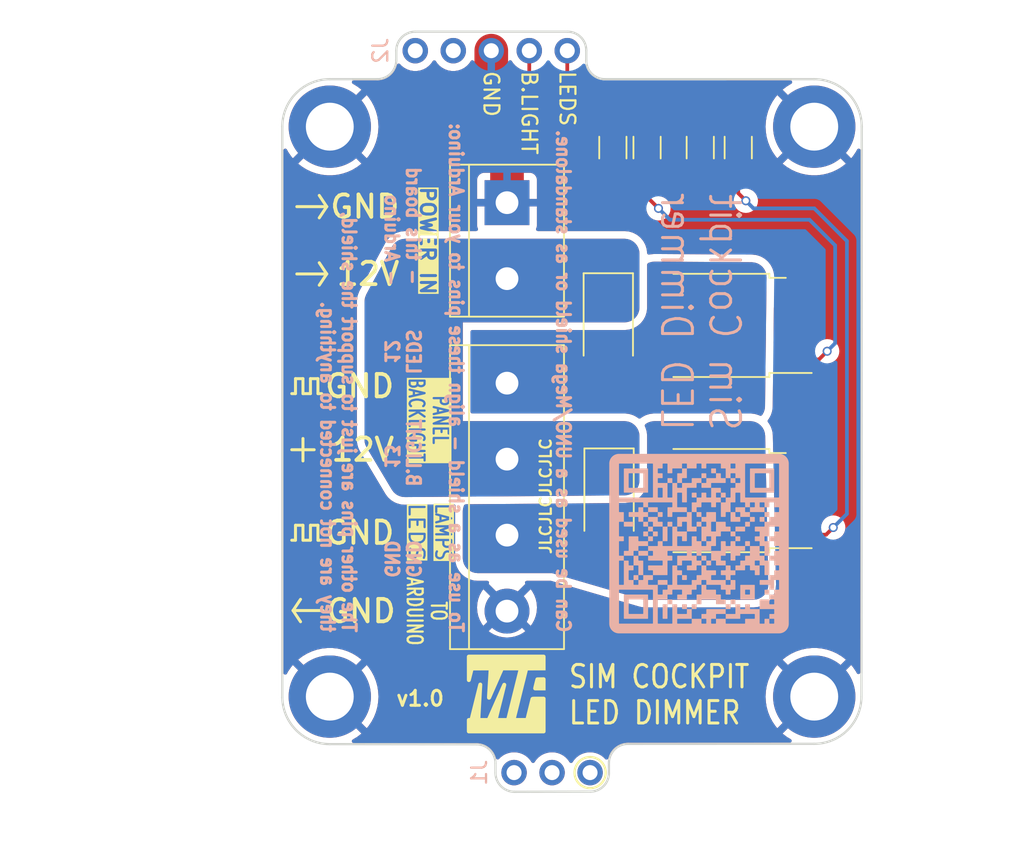
<source format=kicad_pcb>
(kicad_pcb (version 20241229) (generator "pcbnew") (generator_version "9.0")
  (title_block (date "mar. 31 mars 2015"))
  (layers (0 "F.Cu" signal) (2 "B.Cu" signal) (13 "F.Paste" user) (15 "B.Paste" user) (5 "F.SilkS" user "F.Silkscreen") (7 "B.SilkS" user "B.Silkscreen") (1 "F.Mask" user) (3 "B.Mask" user) (25 "Edge.Cuts" user))
  (net 0 "")
  (net 1 "GND")
  (net 2 "/IOREF")
  (net 3 "/*13")
  (net 4 "/*12")
  (net 5 "VCC")
  (net 6 "/~{RESET}")
  (net 7 "Net-(Q1-G)")
  (net 8 "Net-(Q2-G)")
  (net 9 "/BACKLIGHT GND")
  (net 10 "/ANNUNCIATOR GND")
  (footprint "Diode_SMD:D_SMA" (layer "F.Cu") (at 115.4432 118.3867 -90)
    (property "Reference" "D1" (hide yes))
    (property "Value" "US1M")
  )
  (footprint "MountingHole:MountingHole_3.2mm_M3_ISO14580_Pad_TopBottom" (layer "F.Cu") (at 96.825 105.08)
    (property "Reference" "H1" (hide yes))
    (property "Value" "MountingHole")
  )
  (footprint "MountingHole:MountingHole_3.2mm_M3_ISO14580_Pad_TopBottom" (layer "F.Cu") (at 96.825 143.18)
    (property "Reference" "H3" (hide yes))
    (property "Value" "MountingHole")
  )
  (footprint "Package_TO_SOT_SMD:TO-252-2" (layer "F.Cu") (at 122.9 130.0765 180)
    (property "Reference" "Q2" (hide yes))
    (property "Value" "ME60N03")
  )
  (footprint "Diode_SMD:D_SMA" (layer "F.Cu") (at 115.494 130.099 -90)
    (property "Reference" "D2" (hide yes))
    (property "Value" "US1M")
  )
  (footprint "Resistor_SMD:R_1206_3216Metric" (layer "F.Cu") (at 115.748 106.477 -90)
    (property "Reference" "R1" (hide yes))
    (property "Value" "R10k")
  )
  (footprint "Package_TO_SOT_SMD:TO-252-2" (layer "F.Cu") (at 122.9 118.3642 180)
    (property "Reference" "Q1" (hide yes))
    (property "Value" "ME60N03")
  )
  (footprint "TerminalBlock:TerminalBlock_bornier-4_P5.08mm" (layer "F.Cu") (at 108.671872 122.225 -90)
    (property "Reference" "J5" (hide yes))
    (property "Value" "Screw_Terminal_01x04")
  )
  (footprint "Resistor_SMD:R_1206_3216Metric" (layer "F.Cu") (at 118.034 106.477 -90)
    (property "Reference" "R2" (hide yes))
    (property "Value" "R1k")
  )
  (footprint "Resistor_SMD:R_1206_3216Metric" (layer "F.Cu") (at 124.13 106.477 -90)
    (property "Reference" "R4" (hide yes))
    (property "Value" "R1k")
  )
  (footprint "MountingHole:MountingHole_3.2mm_M3_ISO14580_Pad_TopBottom" (layer "F.Cu") (at 129.21 143.18)
    (property "Reference" "H4" (hide yes))
    (property "Value" "MountingHole")
  )
  (footprint "TerminalBlock:TerminalBlock_bornier-2_P5.08mm" (layer "F.Cu") (at 108.671872 110.16 -90)
    (property "Reference" "J3" (hide yes))
    (property "Value" "Screw_Terminal_01x02")
  )
  (footprint "MountingHole:MountingHole_3.2mm_M3_ISO14580_Pad_TopBottom" (layer "F.Cu") (at 129.21 105.08)
    (property "Reference" "H2" (hide yes))
    (property "Value" "MountingHole")
  )
  (footprint "Resistor_SMD:R_1206_3216Metric" (layer "F.Cu") (at 121.59 106.477 -90)
    (property "Reference" "R3" (hide yes))
    (property "Value" "R10k")
  )
  (footprint "Connector_PinHeader_2.54mm:PinHeader_1x03_P2.54mm_Vertical" (layer "B.Cu") (at 109.144 148.26 -90)
    (property "Reference" "J1")
    (property "Value" "Conn_01x03_Pin")
  )
  (footprint "Connector_PinHeader_2.54mm:PinHeader_1x05_P2.54mm_Vertical" (layer "B.Cu") (at 102.54 100 -90)
    (property "Reference" "J2")
    (property "Value" "Conn_01x05_Pin")
  )
  (gr_line (start 96.62 110.425) (end 96.12 111.175) (stroke (width 0.2)) (layer "F.SilkS"))
  (gr_line (start 96.032 132.725) (end 96.282 132.725) (stroke (width 0.2)) (layer "F.SilkS"))
  (gr_line (start 96.032 122.925) (end 96.282 122.925) (stroke (width 0.2)) (layer "F.SilkS"))
  (gr_line (start 94.532 121.925) (end 95.032 121.925) (stroke (width 0.2)) (layer "F.SilkS"))
  (gr_line (start 96.62 114.925) (end 96.12 115.675) (stroke (width 0.2)) (layer "F.SilkS"))
  (gr_line (start 96.62 110.425) (end 96.12 109.675) (stroke (width 0.2)) (layer "F.SilkS"))
  (gr_line (start 96.032 121.925) (end 96.032 122.925) (stroke (width 0.2)) (layer "F.SilkS"))
  (gr_line (start 95.532 122.925) (end 95.532 121.925) (stroke (width 0.2)) (layer "F.SilkS"))
  (gr_line (start 95.032 132.725) (end 95.532 132.725) (stroke (width 0.2)) (layer "F.SilkS"))
  (gr_line (start 95.532 121.925) (end 96.032 121.925) (stroke (width 0.2)) (layer "F.SilkS"))
  (gr_line (start 94.282 122.925) (end 94.532 122.925) (stroke (width 0.2)) (layer "F.SilkS"))
  (gr_line (start 94.282 132.725) (end 94.532 132.725) (stroke (width 0.2)) (layer "F.SilkS"))
  (gr_poly (pts (xy 111.119205 141.292387) (xy 110.5397 141.295374) (xy 109.960196 141.298362) (xy 109.867232 141.673412) (xy 109.762065 142.095342) (xy 109.737683 142.189054) (xy 109.658614 142.506624) (xy 109.346674 143.767373) (xy 109.209659 144.317444) (xy 109.184872 144.414869) (xy 109.151333 144.551979) (xy 109.121831 144.675825) (xy 109.109154 144.733464) (xy 109.109753 144.733929) (xy 109.111529 144.734388) (xy 109.118496 144.735285) (xy 109.14527 144.736978) (xy 109.187598 144.738506) (xy 109.243603 144.739835) (xy 109.389137 144.741756) (xy 109.566852 144.742458) (xy 109.817904 144.741819) (xy 109.898961 144.740745) (xy 109.956075 144.738927) (xy 109.993524 144.736181) (xy 110.015585 144.732324) (xy 110.022182 144.729923) (xy 110.026536 144.727176) (xy 110.029182 144.72406) (xy 110.030654 144.720552) (xy 110.037109 144.695296) (xy 110.050168 144.642679) (xy 110.088508 144.486151) (xy 110.128485 144.323198) (xy 110.151938 144.229869) (xy 110.190113 144.077762) (xy 110.265481 143.773558) (xy 110.373515 143.339121) (xy 110.374126 143.337282) (xy 110.374926 143.335548) (xy 110.375413 143.33472) (xy 110.375967 143.333916) (xy 110.376595 143.333138) (xy 110.377303 143.332384) (xy 110.378098 143.331654) (xy 110.378986 143.330947) (xy 110.379974 143.330264) (xy 110.381069 143.329603) (xy 110.382277 143.328965) (xy 110.383606 143.328349) (xy 110.386649 143.327182) (xy 110.390252 143.326098) (xy 110.394467 143.325095) (xy 110.399348 143.32417) (xy 110.404947 143.323318) (xy 110.411317 143.322539) (xy 110.418513 143.321828) (xy 110.426585 143.321182) (xy 110.435589 143.320598) (xy 110.445575 143.320073) (xy 110.456599 143.319604) (xy 110.468712 143.319189) (xy 110.481967 143.318823) (xy 110.512118 143.318229) (xy 110.547475 143.317799) (xy 110.588463 143.317506) (xy 110.635505 143.317328) (xy 110.689026 143.317239) (xy 110.74945 143.317214) (xy 111.119205 143.317214) (xy 111.119205 145.504985) (xy 106.119206 145.504985) (xy 106.119207 145.124808) (xy 106.119207 144.743508) (xy 106.205681 144.743508) (xy 106.232135 144.743367) (xy 106.243122 144.743142) (xy 106.252753 144.742772) (xy 106.26113 144.742224) (xy 106.268354 144.741468) (xy 106.274529 144.740471) (xy 106.279756 144.739202) (xy 106.284139 144.737627) (xy 106.287778 144.735716) (xy 106.290778 144.733437) (xy 106.293239 144.730758) (xy 106.295264 144.727647) (xy 106.296956 144.724071) (xy 106.298416 144.72) (xy 106.299748 144.715401) (xy 106.329249 144.59821) (xy 106.389515 144.355983) (xy 106.483516 143.980934) (xy 106.539713 143.757221) (xy 106.658216 143.280847) (xy 106.853556 142.4995) (xy 106.886023 142.374483) (xy 106.878943 142.49325) (xy 106.85952 142.837044) (xy 106.83512 143.274598) (xy 106.810341 143.712152) (xy 106.784974 144.149706) (xy 106.773663 144.355807) (xy 106.764227 144.552879) (xy 106.756129 144.743533) (xy 107.447821 144.743533) (xy 107.464132 144.702926) (xy 107.476011 144.674003) (xy 107.483372 144.656714) (xy 107.49257 144.635507) (xy 107.51914 144.575246) (xy 107.561049 144.481024) (xy 107.590637 144.41378) (xy 107.626589 144.331009) (xy 107.645673 144.287349) (xy 107.667709 144.237827) (xy 107.689968 144.188518) (xy 107.709723 144.145499) (xy 107.726284 144.109477) (xy 107.739846 144.079277) (xy 107.749009 144.05806) (xy 107.751504 144.051807) (xy 107.752374 144.048985) (xy 107.75253 144.048096) (xy 107.752987 144.046574) (xy 107.754742 144.041766) (xy 107.757516 144.034841) (xy 107.761187 144.026075) (xy 107.765631 144.015747) (xy 107.770727 144.004135) (xy 107.776349 143.991518) (xy 107.782376 143.978172) (xy 107.807295 143.923119) (xy 107.836403 143.857955) (xy 107.953382 143.593385) (xy 108.071405 143.326472) (xy 108.164087 143.118325) (xy 108.231393 142.967114) (xy 108.280012 142.855793) (xy 108.353439 142.688309) (xy 108.449158 142.474493) (xy 108.485577 142.393183) (xy 108.486388 142.391435) (xy 108.486762 142.390696) (xy 108.487113 142.390047) (xy 108.487443 142.389487) (xy 108.48775 142.389015) (xy 108.488036 142.38863) (xy 108.488299 142.388333) (xy 108.48854 142.388121) (xy 108.488758 142.387996) (xy 108.488953 142.387956) (xy 108.489042 142.387968) (xy 108.489126 142.388) (xy 108.489276 142.388128) (xy 108.489402 142.38834) (xy 108.489506 142.388634) (xy 108.489586 142.38901) (xy 108.489642 142.389467) (xy 108.489675 142.390006) (xy 108.489685 142.390624) (xy 108.48967 142.391322) (xy 108.489569 142.392954) (xy 108.489371 142.394897) (xy 108.489075 142.397145) (xy 108.48868 142.399694) (xy 108.488184 142.402539) (xy 108.487588 142.405675) (xy 108.367072 142.895591) (xy 108.229399 143.44643) (xy 108.205005 143.540239) (xy 108.033139 144.229188) (xy 107.950639 144.569171) (xy 107.915626 144.721626) (xy 107.915723 144.723484) (xy 107.915852 144.724372) (xy 107.916045 144.725233) (xy 107.916308 144.726069) (xy 107.91665 144.726879) (xy 107.917078 144.727664) (xy 107.9176 144.728424) (xy 107.918223 144.729159) (xy 107.918954 144.72987) (xy 107.919802 144.730558) (xy 107.920773 144.731222) (xy 107.921875 144.731863) (xy 107.923116 144.732482) (xy 107.924503 144.733079) (xy 107.926044 144.733654) (xy 107.927746 144.734208) (xy 107.929617 144.73474) (xy 107.931664 144.735253) (xy 107.933895 144.735745) (xy 107.938938 144.736671) (xy 107.944806 144.737521) (xy 107.95156 144.738298) (xy 107.959259 144.739007) (xy 107.967963 144.739649) (xy 107.977733 144.740228) (xy 107.988629 144.740748) (xy 108.000711 144.74121) (xy 108.01404 144.74162) (xy 108.028674 144.741979) (xy 108.044674 144.742292) (xy 108.062102 144.74256) (xy 108.101476 144.742978) (xy 108.147277 144.743259) (xy 108.199986 144.743428) (xy 108.260085 144.743511) (xy 108.328054 144.743533) (xy 108.740429 144.743533) (xy 108.837718 144.352851) (xy 109.060082 143.455869) (xy 109.197021 142.905797) (xy 109.246304 142.709623) (xy 109.348136 142.299471) (xy 109.536962 141.538375) (xy 109.556209 141.459444) (xy 109.571971 141.391294) (xy 109.582621 141.341206) (xy 109.585521 141.325212) (xy 109.586532 141.316465) (xy 109.586513 141.315425) (xy 109.586448 141.314416) (xy 109.586324 141.313438) (xy 109.586128 141.312491) (xy 109.585847 141.311573) (xy 109.585469 141.310684) (xy 109.584981 141.309824) (xy 109.58437 141.308993) (xy 109.583624 141.308189) (xy 109.582729 141.307413) (xy 109.581673 141.306664) (xy 109.580444 141.305941) (xy 109.579027 141.305245) (xy 109.577412 141.304573) (xy 109.575584 141.303927) (xy 109.573532 141.303305) (xy 109.571242 141.302708) (xy 109.568702 141.302134) (xy 109.565899 141.301583) (xy 109.56282 141.301055) (xy 109.559453 141.300549) (xy 109.555784 141.300065) (xy 109.551801 141.299602) (xy 109.547492 141.299159) (xy 109.542843 141.298737) (xy 109.537841 141.298335) (xy 109.526731 141.297589) (xy 109.514058 141.296915) (xy 109.499722 141.296312) (xy 109.483619 141.295774) (xy 109.465648 141.295299) (xy 109.445708 141.294882) (xy 109.423695 141.29452) (xy 109.399509 141.294208) (xy 109.373046 141.293944) (xy 109.344206 141.293723) (xy 109.312886 141.293541) (xy 109.242398 141.29328) (xy 109.160766 141.293131) (xy 109.067175 141.293064) (xy 108.96081 141.293049) (xy 108.335087 141.293049) (xy 108.314399 141.339953) (xy 108.304746 141.362111) (xy 108.293751 141.387769) (xy 108.282767 141.413746) (xy 108.27315 141.436863) (xy 108.261787 141.463524) (xy 108.246048 141.499141) (xy 108.228013 141.539057) (xy 108.209761 141.578618) (xy 108.193133 141.614641) (xy 108.179516 141.644851) (xy 108.170315 141.666098) (xy 108.16781 141.672374) (xy 108.166935 141.675228) (xy 108.16674 141.6762) (xy 108.166166 141.677966) (xy 108.163961 141.683708) (xy 108.160475 141.69211) (xy 108.155863 141.702827) (xy 108.15028 141.715513) (xy 108.143879 141.729824) (xy 108.129245 141.76194) (xy 108.114612 141.794163) (xy 108.102629 141.821398) (xy 108.094532 141.840757) (xy 108.092328 141.846581) (xy 108.091559 141.849354) (xy 108.091403 141.850251) (xy 108.090946 141.851799) (xy 108.089191 141.856697) (xy 108.086417 141.863751) (xy 108.082746 141.872664) (xy 108.078302 141.883138) (xy 108.073207 141.894878) (xy 108.067584 141.907586) (xy 108.061557 141.920966) (xy 108.030707 141.989186) (xy 108.001989 142.053493) (xy 107.940805 142.193244) (xy 107.905155 142.275087) (xy 107.876512 142.340142) (xy 107.829216 142.446394) (xy 107.800573 142.51145) (xy 107.764924 142.593292) (xy 107.728854 142.676048) (xy 107.699201 142.743307) (xy 107.638266 142.880526) (xy 107.589044 142.993341) (xy 107.553306 143.075169) (xy 107.524459 143.140198) (xy 107.514165 143.163414) (xy 107.50384 143.187379) (xy 107.494684 143.209279) (xy 107.487896 143.226305) (xy 107.48658 143.229644) (xy 107.485243 143.23283) (xy 107.483892 143.235849) (xy 107.482539 143.238685) (xy 107.481193 143.241327) (xy 107.479862 143.24376) (xy 107.478557 143.245971) (xy 107.477286 143.247946) (xy 107.47606 143.249671) (xy 107.474887 143.251133) (xy 107.473777 143.252318) (xy 107.472739 143.253213) (xy 107.471784 143.253803) (xy 107.47134 143.25398) (xy 107.470919 143.254076) (xy 107.470524 143.254088) (xy 107.470156 143.254016) (xy 107.469815 143.253858) (xy 107.469502 143.253612) (xy 107.469041 143.252646) (xy 107.468661 143.250671) (xy 107.468156 143.243604) (xy 107.468188 143.21638) (xy 107.469669 143.170522) (xy 107.472671 143.104611) (xy 107.477263 143.017229) (xy 107.483519 142.906955) (xy 107.5013 142.612057) (xy 107.551548 141.799454) (xy 107.562695 141.613166) (xy 107.57212 141.446173) (xy 107.580311 141.292912) (xy 106.947612 141.295899) (xy 106.314913 141.298887) (xy 106.274227 141.461409) (xy 106.177167 141.848958) (xy 106.120794 142.073985) (xy 106.12 141.28952) (xy 106.119206 140.50504) (xy 111.119205 140.50504)) (stroke (width 0.26458)) (fill yes) (layer "F.SilkS"))
  (gr_circle (center 114.22855 148.26) (end 115.168009 147.806928) (stroke (width 0.15)) (fill no) (layer "F.SilkS"))
  (gr_line (start 95.032 121.925) (end 95.032 122.925) (stroke (width 0.2)) (layer "F.SilkS"))
  (gr_line (start 95.032 125.925) (end 95.032 127.425) (stroke (width 0.2)) (layer "F.SilkS"))
  (gr_line (start 95.782 126.675) (end 94.282 126.675) (stroke (width 0.2)) (layer "F.SilkS"))
  (gr_line (start 94.532 122.925) (end 94.532 121.925) (stroke (width 0.2)) (layer "F.SilkS"))
  (gr_line (start 94.37 137.425) (end 94.87 138.175) (stroke (width 0.2)) (layer "F.SilkS"))
  (gr_line (start 94.37 137.425) (end 94.87 136.675) (stroke (width 0.2)) (layer "F.SilkS"))
  (gr_line (start 96.37 137.425) (end 94.37 137.425) (stroke (width 0.2)) (layer "F.SilkS"))
  (gr_line (start 95.032 131.725) (end 95.032 132.725) (stroke (width 0.2)) (layer "F.SilkS"))
  (gr_line (start 94.532 132.725) (end 94.532 131.725) (stroke (width 0.2)) (layer "F.SilkS"))
  (gr_poly (pts (xy 111.119206 142.631614) (xy 110.554507 142.631614) (xy 110.562293 142.590111) (xy 110.570496 142.553639) (xy 110.587079 142.484315) (xy 110.609632 142.392098) (xy 110.635744 142.286948) (xy 110.701412 142.024416) (xy 110.910308 142.021428) (xy 111.119206 142.018441)) (stroke (width 0.26458)) (fill yes) (layer "F.SilkS"))
  (gr_line (start 94.532 131.725) (end 95.032 131.725) (stroke (width 0.2)) (layer "F.SilkS"))
  (gr_line (start 95.532 131.725) (end 96.032 131.725) (stroke (width 0.2)) (layer "F.SilkS"))
  (gr_line (start 94.62 114.925) (end 96.62 114.925) (stroke (width 0.2)) (layer "F.SilkS"))
  (gr_line (start 95.032 122.925) (end 95.532 122.925) (stroke (width 0.2)) (layer "F.SilkS"))
  (gr_line (start 94.62 110.425) (end 96.62 110.425) (stroke (width 0.2)) (layer "F.SilkS"))
  (gr_line (start 96.032 131.725) (end 96.032 132.725) (stroke (width 0.2)) (layer "F.SilkS"))
  (gr_line (start 95.532 132.725) (end 95.532 131.725) (stroke (width 0.2)) (layer "F.SilkS"))
  (gr_line (start 96.62 114.925) (end 96.12 114.175) (stroke (width 0.2)) (layer "F.SilkS"))
  (gr_poly (pts (xy 118.071963 127.925007) (xy 118.07361 127.925132) (xy 118.075233 127.925339) (xy 118.07683 127.925624) (xy 118.078399 127.925987) (xy 118.079939 127.926425) (xy 118.081447 127.926936) (xy 118.08292 127.927517) (xy 118.084358 127.928168) (xy 118.085757 127.928885) (xy 118.087117 127.929667) (xy 118.088434 127.930512) (xy 118.089707 127.931418) (xy 118.090933 127.932382) (xy 118.092112 127.933403) (xy 118.093239 127.934478) (xy 118.094315 127.935606) (xy 118.095336 127.936784) (xy 118.0963 127.938011) (xy 118.097206 127.939284) (xy 118.098051 127.940602) (xy 118.098833 127.941962) (xy 118.099551 127.943362) (xy 118.100202 127.9448) (xy 118.100784 127.946275) (xy 118.101295 127.947783) (xy 118.101733 127.949324) (xy 118.102095 127.950895) (xy 118.102381 127.952493) (xy 118.102588 127.954118) (xy 118.102714 127.955767) (xy 118.102756 127.957437) (xy 118.102756 129.514022) (xy 118.102714 129.515692) (xy 118.102588 129.517339) (xy 118.102382 129.518961) (xy 118.102096 129.520557) (xy 118.101734 129.522124) (xy 118.101296 129.52366) (xy 118.100786 129.525164) (xy 118.100205 129.526633) (xy 118.099555 129.528066) (xy 118.098838 129.529461) (xy 118.098056 129.530814) (xy 118.097212 129.532125) (xy 118.096307 129.533392) (xy 118.095343 129.534612) (xy 118.094323 129.535784) (xy 118.093248 129.536905) (xy 118.092121 129.537973) (xy 118.090943 129.538987) (xy 118.089717 129.539945) (xy 118.088444 129.540844) (xy 118.087127 129.541683) (xy 118.085767 129.542459) (xy 118.084368 129.54317) (xy 118.08293 129.543816) (xy 118.081456 129.544392) (xy 118.079947 129.544899) (xy 118.078407 129.545333) (xy 118.076837 129.545692) (xy 118.075238 129.545975) (xy 118.073614 129.54618) (xy 118.071965 129.546304) (xy 118.070295 129.546346) (xy 116.513847 129.546346) (xy 116.512178 129.546304) (xy 116.510531 129.54618) (xy 116.508907 129.545975) (xy 116.50731 129.545692) (xy 116.50574 129.545333) (xy 116.5042 129.544899) (xy 116.502693 129.544393) (xy 116.501219 129.543816) (xy 116.499781 129.543171) (xy 116.498382 129.54246) (xy 116.497022 129.541684) (xy 116.495705 129.540846) (xy 116.494432 129.539947) (xy 116.493206 129.538989) (xy 116.492028 129.537975) (xy 116.4909 129.536907) (xy 116.489825 129.535786) (xy 116.488804 129.534614) (xy 116.48784 129.533394) (xy 116.486934 129.532128) (xy 116.486089 129.530817) (xy 116.485307 129.529463) (xy 116.48459 129.528069) (xy 116.483939 129.526636) (xy 116.483357 129.525166) (xy 116.482847 129.523662) (xy 116.482409 129.522126) (xy 116.482046 129.520558) (xy 116.48176 129.518962) (xy 116.481553 129.51734) (xy 116.481428 129.515692) (xy 116.481386 129.514022) (xy 116.481386 129.189754) (xy 116.805665 129.189754) (xy 116.805708 129.191423) (xy 116.805833 129.19307) (xy 116.80604 129.194693) (xy 116.806326 129.196288) (xy 116.806688 129.197855) (xy 116.807126 129.199392) (xy 116.807637 129.200896) (xy 116.808219 129.202365) (xy 116.808869 129.203798) (xy 116.809587 129.205192) (xy 116.810369 129.206546) (xy 116.811214 129.207857) (xy 116.81212 129.209124) (xy 116.813084 129.210344) (xy 116.814104 129.211515) (xy 116.81518 129.212636) (xy 116.816307 129.213705) (xy 116.817486 129.214719) (xy 116.818712 129.215677) (xy 116.819985 129.216576) (xy 116.821302 129.217414) (xy 116.822662 129.21819) (xy 116.824061 129.218902) (xy 116.825499 129.219547) (xy 116.826972 129.220124) (xy 116.82848 129.22063) (xy 116.83002 129.221064) (xy 116.83159 129.221424) (xy 116.833187 129.221707) (xy 116.834811 129.221912) (xy 116.836458 129.222036) (xy 116.838127 129.222078) (xy 117.746021 129.222078) (xy 117.74769 129.222036) (xy 117.749337 129.221911) (xy 117.75096 129.221705) (xy 117.752558 129.221421) (xy 117.754127 129.22106) (xy 117.755667 129.220625) (xy 117.757175 129.220116) (xy 117.758649 129.219538) (xy 117.760086 129.21889) (xy 117.761486 129.218177) (xy 117.762845 129.217398) (xy 117.764162 129.216558) (xy 117.765435 129.215656) (xy 117.766662 129.214697) (xy 117.76784 129.213681) (xy 117.768968 129.212611) (xy 117.770043 129.211488) (xy 117.771064 129.210315) (xy 117.772028 129.209094) (xy 117.772933 129.207827) (xy 117.773778 129.206515) (xy 117.77456 129.205162) (xy 117.775278 129.203768) (xy 117.775928 129.202336) (xy 117.77651 129.200868) (xy 117.777021 129.199366) (xy 117.777459 129.197832) (xy 117.777822 129.196269) (xy 117.778107 129.194677) (xy 117.778314 129.193059) (xy 117.77844 129.191417) (xy 117.778482 129.189754) (xy 117.778482 128.281705) (xy 117.77844 128.280035) (xy 117.778314 128.278387) (xy 117.778107 128.276763) (xy 117.777822 128.275165) (xy 117.777459 128.273594) (xy 117.777021 128.272054) (xy 117.77651 128.270545) (xy 117.775928 128.269071) (xy 117.775278 128.267633) (xy 117.77456 128.266233) (xy 117.773778 128.264873) (xy 117.772933 128.263555) (xy 117.772028 128.262282) (xy 117.771064 128.261055) (xy 117.770043 128.259876) (xy 117.768968 128.258748) (xy 117.76784 128.257673) (xy 117.766662 128.256652) (xy 117.765435 128.255688) (xy 117.764162 128.254782) (xy 117.762845 128.253937) (xy 117.761486 128.253154) (xy 117.760086 128.252437) (xy 117.758649 128.251786) (xy 117.757175 128.251205) (xy 117.755667 128.250694) (xy 117.754127 128.250256) (xy 117.752558 128.249893) (xy 117.75096 128.249607) (xy 117.749337 128.2494) (xy 117.74769 128.249275) (xy 117.746021 128.249233) (xy 116.838127 128.249233) (xy 116.836458 128.249275) (xy 116.834811 128.2494) (xy 116.833187 128.249607) (xy 116.83159 128.249893) (xy 116.83002 128.250255) (xy 116.82848 128.250693) (xy 116.826972 128.251204) (xy 116.825499 128.251786) (xy 116.824061 128.252436) (xy 116.822662 128.253153) (xy 116.821302 128.253935) (xy 116.819985 128.25478) (xy 116.818712 128.255686) (xy 116.817486 128.25665) (xy 116.816307 128.257671) (xy 116.81518 128.258746) (xy 116.814104 128.259874) (xy 116.813084 128.261053) (xy 116.81212 128.262279) (xy 116.811214 128.263553) (xy 116.810369 128.26487) (xy 116.809587 128.26623) (xy 116.808869 128.26763) (xy 116.808219 128.269068) (xy 116.807637 128.270543) (xy 116.807126 128.272052) (xy 116.806688 128.273592) (xy 116.806326 128.275163) (xy 116.80604 128.276762) (xy 116.805833 128.278386) (xy 116.805708 128.280035) (xy 116.805665 128.281705) (xy 116.805665 129.189754) (xy 116.481386 129.189754) (xy 116.481386 127.957437) (xy 116.481428 127.955767) (xy 116.481553 127.954119) (xy 116.48176 127.952495) (xy 116.482046 127.950896) (xy 116.482409 127.949326) (xy 116.482847 127.947785) (xy 116.483357 127.946277) (xy 116.483939 127.944802) (xy 116.48459 127.943364) (xy 116.485307 127.941964) (xy 116.486089 127.940604) (xy 116.486934 127.939287) (xy 116.48784 127.938014) (xy 116.488804 127.936787) (xy 116.489825 127.935608) (xy 116.4909 127.93448) (xy 116.492028 127.933405) (xy 116.493206 127.932384) (xy 116.494432 127.931419) (xy 116.495705 127.930513) (xy 116.497022 127.929668) (xy 116.498382 127.928886) (xy 116.499781 127.928169) (xy 116.501219 127.927518) (xy 116.502693 127.926936) (xy 116.5042 127.926425) (xy 116.50574 127.925987) (xy 116.50731 127.925625) (xy 116.508907 127.925339) (xy 116.510531 127.925132) (xy 116.512178 127.925007) (xy 116.513847 127.924964) (xy 118.070295 127.924964)) (fill yes) (layer "B.SilkS"))
  (gr_poly (pts (xy 118.720522 132.140466) (xy 118.722168 132.140592) (xy 118.723791 132.140798) (xy 118.725387 132.141084) (xy 118.726956 132.141447) (xy 118.728495 132.141885) (xy 118.730002 132.142395) (xy 118.731476 132.142977) (xy 118.732913 132.143627) (xy 118.734312 132.144345) (xy 118.735671 132.145127) (xy 118.736987 132.145972) (xy 118.73826 132.146877) (xy 118.739486 132.147842) (xy 118.740664 132.148862) (xy 118.741791 132.149938) (xy 118.742866 132.151066) (xy 118.743887 132.152244) (xy 118.744851 132.153471) (xy 118.745756 132.154744) (xy 118.746601 132.156062) (xy 118.747383 132.157421) (xy 118.7481 132.158822) (xy 118.748751 132.16026) (xy 118.749332 132.161734) (xy 118.749843 132.163243) (xy 118.750281 132.164784) (xy 118.750644 132.166354) (xy 118.75093 132.167953) (xy 118.751136 132.169578) (xy 118.751262 132.171226) (xy 118.751304 132.172897) (xy 118.751304 132.432403) (xy 118.751262 132.434072) (xy 118.751137 132.435719) (xy 118.75093 132.437342) (xy 118.750645 132.438937) (xy 118.750283 132.440504) (xy 118.749846 132.442041) (xy 118.749336 132.443545) (xy 118.748755 132.445014) (xy 118.748105 132.446447) (xy 118.747389 132.447841) (xy 118.746608 132.449195) (xy 118.745764 132.450506) (xy 118.744859 132.451773) (xy 118.743896 132.452993) (xy 118.742876 132.454164) (xy 118.741802 132.455285) (xy 118.740675 132.456354) (xy 118.739498 132.457368) (xy 118.738272 132.458326) (xy 118.737 132.459225) (xy 118.735683 132.460063) (xy 118.734324 132.46084) (xy 118.732925 132.461551) (xy 118.731488 132.462196) (xy 118.730014 132.462773) (xy 118.728506 132.46328) (xy 118.726966 132.463713) (xy 118.725396 132.464073) (xy 118.723797 132.464356) (xy 118.722173 132.464561) (xy 118.720525 132.464685) (xy 118.718854 132.464727) (xy 118.427041 132.464727) (xy 118.427041 132.756666) (xy 118.426999 132.758335) (xy 118.426874 132.759982) (xy 118.426667 132.761604) (xy 118.426382 132.7632) (xy 118.426019 132.764767) (xy 118.425582 132.766304) (xy 118.425072 132.767807) (xy 118.42449 132.769277) (xy 118.42384 132.77071) (xy 118.423123 132.772104) (xy 118.422342 132.773458) (xy 118.421497 132.774769) (xy 118.420592 132.776035) (xy 118.419629 132.777255) (xy 118.418608 132.778427) (xy 118.417534 132.779548) (xy 118.416406 132.780617) (xy 118.415228 132.781631) (xy 118.414002 132.782588) (xy 118.412729 132.783487) (xy 118.411412 132.784326) (xy 118.410053 132.785102) (xy 118.408653 132.785814) (xy 118.407215 132.786459) (xy 118.405741 132.787036) (xy 118.404233 132.787542) (xy 118.402693 132.787976) (xy 118.401122 132.788336) (xy 118.399524 132.788619) (xy 118.397899 132.788823) (xy 118.396251 132.788948) (xy 118.39458 132.788989) (xy 118.102767 132.788989) (xy 118.102767 133.113235) (xy 117.48668 133.113235) (xy 117.485012 133.113277) (xy 117.483364 133.113403) (xy 117.481741 133.113609) (xy 117.480143 133.113895) (xy 117.478574 133.114258) (xy 117.477034 133.114695) (xy 117.475526 133.115206) (xy 117.474053 133.115788) (xy 117.472615 133.116438) (xy 117.471215 133.117156) (xy 117.469856 133.117938) (xy 117.468539 133.118783) (xy 117.467266 133.119688) (xy 117.466039 133.120652) (xy 117.464861 133.121673) (xy 117.463734 133.122749) (xy 117.462658 133.123876) (xy 117.461638 133.125055) (xy 117.460673 133.126282) (xy 117.459768 133.127555) (xy 117.458923 133.128872) (xy 117.458141 133.130232) (xy 117.457423 133.131632) (xy 117.456773 133.133071) (xy 117.456191 133.134545) (xy 117.45568 133.136054) (xy 117.455242 133.137594) (xy 117.454879 133.139165) (xy 117.454594 133.140764) (xy 117.454387 133.142389) (xy 117.454262 133.144037) (xy 117.454219 133.145708) (xy 117.454219 133.437515) (xy 117.162406 133.437515) (xy 117.160737 133.437557) (xy 117.15909 133.437682) (xy 117.157467 133.437889) (xy 117.155869 133.438175) (xy 117.1543 133.438537) (xy 117.15276 133.438975) (xy 117.151252 133.439486) (xy 117.149779 133.440068) (xy 117.148341 133.440718) (xy 117.146941 133.441435) (xy 117.145582 133.442217) (xy 117.144265 133.443062) (xy 117.142992 133.443968) (xy 117.141765 133.444932) (xy 117.140587 133.445953) (xy 117.13946 133.447028) (xy 117.138384 133.448156) (xy 117.137363 133.449335) (xy 117.136399 133.450561) (xy 117.135494 133.451835) (xy 117.134649 133.453152) (xy 117.133867 133.454512) (xy 117.133149 133.455912) (xy 117.132499 133.45735) (xy 117.131917 133.458825) (xy 117.131406 133.460334) (xy 117.130968 133.461874) (xy 117.130605 133.463445) (xy 117.13032 133.465044) (xy 117.130113 133.466668) (xy 117.129987 133.468317) (xy 117.129945 133.469987) (xy 117.129945 133.761794) (xy 116.481386 133.761789) (xy 116.481386 133.469982) (xy 116.481428 133.468312) (xy 116.481553 133.466664) (xy 116.48176 133.465039) (xy 116.482046 133.463441) (xy 116.482409 133.46187) (xy 116.482847 133.46033) (xy 116.483357 133.458821) (xy 116.483939 133.457347) (xy 116.48459 133.455909) (xy 116.485307 133.454509) (xy 116.486089 133.453149) (xy 116.486934 133.451831) (xy 116.48784 133.450558) (xy 116.488804 133.449331) (xy 116.489825 133.448153) (xy 116.4909 133.447025) (xy 116.492028 133.445949) (xy 116.493206 133.444928) (xy 116.494432 133.443964) (xy 116.495705 133.443058) (xy 116.497022 133.442213) (xy 116.498382 133.441431) (xy 116.499781 133.440713) (xy 116.501219 133.440063) (xy 116.502693 133.439481) (xy 116.5042 133.43897) (xy 116.50574 133.438532) (xy 116.50731 133.438169) (xy 116.508907 133.437883) (xy 116.510531 133.437677) (xy 116.512178 133.437551) (xy 116.513847 133.437509) (xy 116.773204 133.437509) (xy 116.774873 133.437467) (xy 116.77652 133.437342) (xy 116.778144 133.437137) (xy 116.779741 133.436852) (xy 116.781311 133.436491) (xy 116.782851 133.436056) (xy 116.784358 133.435548) (xy 116.785832 133.434969) (xy 116.78727 133.434322) (xy 116.788669 133.433608) (xy 116.790029 133.43283) (xy 116.791346 133.431989) (xy 116.792619 133.431088) (xy 116.793845 133.430128) (xy 116.795023 133.429112) (xy 116.796151 133.428042) (xy 116.797226 133.426919) (xy 116.798247 133.425746) (xy 116.799211 133.424525) (xy 116.800117 133.423258) (xy 116.800962 133.421947) (xy 116.801744 133.420593) (xy 116.802461 133.419199) (xy 116.803112 133.417767) (xy 116.803694 133.416299) (xy 116.804204 133.414798) (xy 116.804642 133.413264) (xy 116.805005 133.4117) (xy 116.805291 133.410108) (xy 116.805498 133.40849) (xy 116.805623 133.406849) (xy 116.805665 133.405185) (xy 116.805665 132.497131) (xy 116.805708 132.495461) (xy 116.805833 132.493813) (xy 116.80604 132.492188) (xy 116.806326 132.49059) (xy 116.806688 132.48902) (xy 116.807126 132.487479) (xy 116.807637 132.485971) (xy 116.808219 132.484496) (xy 116.808869 132.483058) (xy 116.809587 132.481658) (xy 116.810369 132.480298) (xy 116.811214 132.478981) (xy 116.81212 132.477707) (xy 116.813084 132.47648) (xy 116.814104 132.475302) (xy 116.81518 132.474174) (xy 116.816307 132.473098) (xy 116.817486 132.472077) (xy 116.818712 132.471113) (xy 116.819985 132.470207) (xy 116.821302 132.469362) (xy 116.822662 132.46858) (xy 116.824061 132.467862) (xy 116.825499 132.467212) (xy 116.826972 132.46663) (xy 116.82848 132.466119) (xy 116.83002 132.465681) (xy 116.83159 132.465318) (xy 116.833187 132.465033) (xy 116.834811 132.464826) (xy 116.836458 132.4647) (xy 116.838127 132.464658) (xy 117.421752 132.464658) (xy 117.423421 132.464701) (xy 117.425068 132.464827) (xy 117.426692 132.465034) (xy 117.428289 132.465321) (xy 117.429859 132.465686) (xy 117.431399 132.466125) (xy 117.432906 132.466638) (xy 117.43438 132.467221) (xy 117.435818 132.467874) (xy 117.437217 132.468594) (xy 117.438577 132.469378) (xy 117.439894 132.470225) (xy 117.441167 132.471133) (xy 117.442393 132.4721) (xy 117.443571 132.473122) (xy 117.444699 132.4742) (xy 117.445774 132.475329) (xy 117.446795 132.476509) (xy 117.447759 132.477737) (xy 117.448665 132.479011) (xy 117.44951 132.480329) (xy 117.450292 132.481688) (xy 117.451009 132.483088) (xy 117.45166 132.484525) (xy 117.452242 132.485998) (xy 117.452753 132.487505) (xy 117.45319 132.489043) (xy 117.453553 132.49061) (xy 117.453839 132.492204) (xy 117.454046 132.493824) (xy 117.454171 132.495467) (xy 117.454214 132.497131) (xy 117.454214 132.756648) (xy 117.454256 132.758318) (xy 117.454381 132.759965) (xy 117.454588 132.761587) (xy 117.454874 132.763183) (xy 117.455237 132.76475) (xy 117.455674 132.766286) (xy 117.456185 132.76779) (xy 117.456767 132.76926) (xy 117.457418 132.770692) (xy 117.458135 132.772087) (xy 117.458917 132.77344) (xy 117.459762 132.774752) (xy 117.460668 132.776018) (xy 117.461632 132.777238) (xy 117.462653 132.77841) (xy 117.463728 132.779531) (xy 117.464856 132.780599) (xy 117.466034 132.781614) (xy 117.46726 132.782571) (xy 117.468533 132.78347) (xy 117.46985 132.784309) (xy 117.47121 132.785085) (xy 117.472609 132.785797) (xy 117.474047 132.786442) (xy 117.475521 132.787019) (xy 117.477028 132.787525) (xy 117.478568 132.787959) (xy 117.480138 132.788318) (xy 117.481735 132.788601) (xy 117.483359 132.788806) (xy 117.485006 132.78893) (xy 117.486675 132.788972) (xy 118.102767 132.788972) (xy 118.102767 132.464721) (xy 117.810954 132.464755) (xy 117.809286 132.464714) (xy 117.807638 132.464589) (xy 117.806015 132.464385) (xy 117.804418 132.464102) (xy 117.802848 132.463742) (xy 117.801308 132.463309) (xy 117.7998 132.462802) (xy 117.798327 132.462226) (xy 117.796889 132.461581) (xy 117.795489 132.460869) (xy 117.79413 132.460093) (xy 117.792813 132.459255) (xy 117.79154 132.458356) (xy 117.790314 132.457399) (xy 117.789135 132.456385) (xy 117.788008 132.455316) (xy 117.786932 132.454195) (xy 117.785912 132.453024) (xy 117.784947 132.451804) (xy 117.784042 132.450537) (xy 117.783197 132.449226) (xy 117.782415 132.447872) (xy 117.781697 132.446478) (xy 117.781047 132.445045) (xy 117.780465 132.443576) (xy 117.779954 132.442072) (xy 117.779516 132.440535) (xy 117.779154 132.438968) (xy 117.778868 132.437372) (xy 117.778661 132.435749) (xy 117.778536 132.434102) (xy 117.778493 132.432432) (xy 117.778493 132.172925) (xy 117.778536 132.171255) (xy 117.778661 132.169607) (xy 117.778867 132.167983) (xy 117.779153 132.166385) (xy 117.779515 132.164814) (xy 117.779953 132.163274) (xy 117.780463 132.161765) (xy 117.781044 132.160291) (xy 117.781694 132.158853) (xy 117.782411 132.157453) (xy 117.783193 132.156093) (xy 117.784037 132.154775) (xy 117.784942 132.153502) (xy 117.785906 132.152275) (xy 117.786926 132.151097) (xy 117.788001 132.149969) (xy 117.789129 132.148893) (xy 117.790306 132.147872) (xy 117.791533 132.146908) (xy 117.792805 132.146002) (xy 117.794122 132.145157) (xy 117.795482 132.144375) (xy 117.796881 132.143657) (xy 117.798319 132.143006) (xy 117.799793 132.142425) (xy 117.801302 132.141914) (xy 117.802842 132.141476) (xy 117.804413 132.141113) (xy 117.806011 132.140827) (xy 117.807636 132.140621) (xy 117.809284 132.140495) (xy 117.810954 132.140453) (xy 118.102767 132.140453) (xy 118.102767 132.464698) (xy 118.427041 132.464698) (xy 118.427041 132.140458) (xy 118.718854 132.140424)) (fill yes) (layer "B.SilkS"))
  (gr_poly (pts (xy 117.454214 134.05375) (xy 117.454256 134.05542) (xy 117.454381 134.057067) (xy 117.454588 134.058689) (xy 117.454874 134.060285) (xy 117.455237 134.061852) (xy 117.455674 134.063388) (xy 117.456185 134.064892) (xy 117.456767 134.066362) (xy 117.457418 134.067794) (xy 117.458135 134.069189) (xy 117.458917 134.070542) (xy 117.459762 134.071854) (xy 117.460668 134.07312) (xy 117.461632 134.07434) (xy 117.462653 134.075512) (xy 117.463728 134.076633) (xy 117.464856 134.077701) (xy 117.466034 134.078716) (xy 117.46726 134.079673) (xy 117.468533 134.080572) (xy 117.46985 134.081411) (xy 117.47121 134.082187) (xy 117.472609 134.082899) (xy 117.474047 134.083544) (xy 117.475521 134.084121) (xy 117.477028 134.084627) (xy 117.478568 134.085061) (xy 117.480138 134.08542) (xy 117.481735 134.085703) (xy 117.483359 134.085908) (xy 117.485006 134.086032) (xy 117.486675 134.086074) (xy 117.746032 134.086074) (xy 117.747701 134.086117) (xy 117.749348 134.086242) (xy 117.750972 134.086449) (xy 117.752569 134.086734) (xy 117.754139 134.087097) (xy 117.755678 134.087535) (xy 117.757186 134.088045) (xy 117.75866 134.088627) (xy 117.760098 134.089278) (xy 117.761497 134.089995) (xy 117.762857 134.090777) (xy 117.764174 134.091622) (xy 117.765447 134.092527) (xy 117.766673 134.093492) (xy 117.767851 134.094512) (xy 117.768979 134.095588) (xy 117.770054 134.096716) (xy 117.771075 134.097894) (xy 117.772039 134.099121) (xy 117.772945 134.100394) (xy 117.77379 134.101712) (xy 117.774572 134.103072) (xy 117.775289 134.104472) (xy 117.77594 134.10591) (xy 117.776522 134.107384) (xy 117.777032 134.108893) (xy 117.77747 134.110434) (xy 117.777833 134.112004) (xy 117.778119 134.113603) (xy 117.778326 134.115228) (xy 117.778451 134.116876) (xy 117.778493 134.118547) (xy 117.778493 135.058891) (xy 117.454219 135.058891) (xy 117.454219 135.383148) (xy 117.129945 135.383148) (xy 117.129945 135.09134) (xy 117.129987 135.089671) (xy 117.130113 135.088022) (xy 117.13032 135.086398) (xy 117.130605 135.0848) (xy 117.130968 135.083229) (xy 117.131406 135.081689) (xy 117.131917 135.08018) (xy 117.132499 135.078706) (xy 117.133149 135.077268) (xy 117.133867 135.075868) (xy 117.134649 135.074508) (xy 117.135494 135.07319) (xy 117.136399 135.071917) (xy 117.137363 135.07069) (xy 117.138384 135.069512) (xy 117.13946 135.068384) (xy 117.140587 135.067308) (xy 117.141765 135.066287) (xy 117.142992 135.065323) (xy 117.144265 135.064417) (xy 117.145582 135.063572) (xy 117.146941 135.06279) (xy 117.148341 135.062072) (xy 117.149779 135.061421) (xy 117.151252 135.06084) (xy 117.15276 135.060329) (xy 117.1543 135.059891) (xy 117.155869 135.059528) (xy 117.157467 135.059242) (xy 117.15909 135.059036) (xy 117.160737 135.05891) (xy 117.162406 135.058868) (xy 117.454219 135.058868) (xy 117.454219 134.442809) (xy 117.454177 134.44114) (xy 117.454051 134.439491) (xy 117.453845 134.437867) (xy 117.453559 134.436269) (xy 117.453196 134.434698) (xy 117.452758 134.433158) (xy 117.452248 134.431649) (xy 117.451666 134.430175) (xy 117.451015 134.428737) (xy 117.450298 134.427337) (xy 117.449516 134.425977) (xy 117.448671 134.424659) (xy 117.447765 134.423386) (xy 117.446801 134.422159) (xy 117.44578 134.420981) (xy 117.444705 134.419853) (xy 117.443577 134.418777) (xy 117.442399 134.417756) (xy 117.441172 134.416792) (xy 117.4399 134.415886) (xy 117.438582 134.415041) (xy 117.437223 134.414259) (xy 117.435824 134.413541) (xy 117.434386 134.412891) (xy 117.432912 134.412309) (xy 117.431404 134.411798) (xy 117.429865 134.41136) (xy 117.428295 134.410997) (xy 117.426697 134.410711) (xy 117.425074 134.410505) (xy 117.423427 134.410379) (xy 117.421758 134.410337) (xy 117.129945 134.410337) (xy 117.129945 133.761794) (xy 117.454219 133.761794)) (fill yes) (layer "B.SilkS"))
  (gr_poly (pts (xy 120.666156 135.058899) (xy 120.667803 135.059024) (xy 120.669427 135.059231) (xy 120.671024 135.059516) (xy 120.672594 135.059879) (xy 120.674134 135.060317) (xy 120.675641 135.060828) (xy 120.677115 135.061409) (xy 120.678553 135.06206) (xy 120.679952 135.062777) (xy 120.681312 135.063559) (xy 120.682629 135.064404) (xy 120.683902 135.06531) (xy 120.685128 135.066274) (xy 120.686306 135.067295) (xy 120.687434 135.06837) (xy 120.688509 135.069498) (xy 120.68953 135.070676) (xy 120.690494 135.071903) (xy 120.6914 135.073176) (xy 120.692245 135.074494) (xy 120.693027 135.075854) (xy 120.693744 135.077254) (xy 120.694395 135.078692) (xy 120.694977 135.080167) (xy 120.695488 135.081675) (xy 120.695925 135.083216) (xy 120.696288 135.084787) (xy 120.696574 135.086385) (xy 120.696781 135.08801) (xy 120.696906 135.089659) (xy 120.696948 135.091329) (xy 120.696948 135.350847) (xy 120.696906 135.352516) (xy 120.69678 135.354163) (xy 120.696574 135.355785) (xy 120.696287 135.357381) (xy 120.695924 135.358948) (xy 120.695486 135.360485) (xy 120.694975 135.361989) (xy 120.694393 135.363458) (xy 120.693741 135.364891) (xy 120.693023 135.366285) (xy 120.692241 135.367639) (xy 120.691395 135.36895) (xy 120.690489 135.370216) (xy 120.689525 135.371436) (xy 120.688503 135.372608) (xy 120.687428 135.373729) (xy 120.6863 135.374798) (xy 120.685121 135.375812) (xy 120.683894 135.376769) (xy 120.682621 135.377668) (xy 120.681304 135.378507) (xy 120.679945 135.379283) (xy 120.678545 135.379995) (xy 120.677108 135.38064) (xy 120.675634 135.381217) (xy 120.674127 135.381723) (xy 120.672588 135.382157) (xy 120.671019 135.382517) (xy 120.669423 135.3828) (xy 120.6678 135.383004) (xy 120.666155 135.383129) (xy 120.664487 135.383171) (xy 120.405136 135.383171) (xy 120.403467 135.383128) (xy 120.40182 135.383004) (xy 120.400197 135.382798) (xy 120.3986 135.382514) (xy 120.397031 135.382153) (xy 120.395491 135.381717) (xy 120.393984 135.381209) (xy 120.39251 135.38063) (xy 120.391073 135.379983) (xy 120.389673 135.379269) (xy 120.388314 135.378491) (xy 120.386997 135.37765) (xy 120.385724 135.376749) (xy 120.384497 135.37579) (xy 120.383319 135.374774) (xy 120.382191 135.373703) (xy 120.381115 135.372581) (xy 120.380095 135.371408) (xy 120.37913 135.370187) (xy 120.378224 135.36892) (xy 120.377379 135.367608) (xy 120.376597 135.366254) (xy 120.375879 135.364861) (xy 120.375229 135.363429) (xy 120.374647 135.361961) (xy 120.374136 135.360459) (xy 120.373698 135.358925) (xy 120.373335 135.357361) (xy 120.373049 135.355769) (xy 120.372842 135.354152) (xy 120.372717 135.35251) (xy 120.372674 135.350847) (xy 120.372674 135.058874) (xy 120.664487 135.058856)) (fill yes) (layer "B.SilkS"))
  (gr_poly (pts (xy 125.528552 133.113361) (xy 125.561025 133.113361) (xy 125.561025 133.729597) (xy 125.561067 133.731266) (xy 125.561193 133.732913) (xy 125.561399 133.734535) (xy 125.561685 133.736131) (xy 125.562048 133.737698) (xy 125.562486 133.739234) (xy 125.562996 133.740738) (xy 125.563578 133.742208) (xy 125.564228 133.743641) (xy 125.564946 133.745035) (xy 125.565728 133.746388) (xy 125.566573 133.7477) (xy 125.567478 133.748966) (xy 125.568442 133.750186) (xy 125.569463 133.751358) (xy 125.570539 133.752479) (xy 125.571667 133.753548) (xy 125.572845 133.754562) (xy 125.574072 133.755519) (xy 125.575345 133.756418) (xy 125.576663 133.757257) (xy 125.578022 133.758033) (xy 125.579422 133.758745) (xy 125.580861 133.75939) (xy 125.582335 133.759967) (xy 125.583844 133.760473) (xy 125.585385 133.760907) (xy 125.586955 133.761266) (xy 125.588554 133.76155) (xy 125.590179 133.761754) (xy 125.591827 133.761878) (xy 125.593498 133.76192) (xy 125.885322 133.76192) (xy 125.885322 134.053888) (xy 125.885364 134.055557) (xy 125.88549 134.057204) (xy 125.885696 134.058826) (xy 125.885982 134.060422) (xy 125.886345 134.061989) (xy 125.886782 134.063526) (xy 125.887293 134.06503) (xy 125.887875 134.066499) (xy 125.888525 134.067932) (xy 125.889243 134.069326) (xy 125.890025 134.07068) (xy 125.89087 134.071991) (xy 125.891775 134.073257) (xy 125.892739 134.074478) (xy 125.89376 134.075649) (xy 125.894836 134.07677) (xy 125.895964 134.077839) (xy 125.897142 134.078853) (xy 125.898369 134.07981) (xy 125.899642 134.080709) (xy 125.900959 134.081548) (xy 125.902319 134.082324) (xy 125.903719 134.083036) (xy 125.905158 134.083681) (xy 125.906632 134.084258) (xy 125.908141 134.084764) (xy 125.909682 134.085198) (xy 125.911252 134.085558) (xy 125.912851 134.085841) (xy 125.914476 134.086045) (xy 125.916124 134.08617) (xy 125.917795 134.086212) (xy 126.209625 134.086212) (xy 126.209625 135.059017) (xy 125.917806 135.059017) (xy 125.916136 135.058975) (xy 125.914488 135.058851) (xy 125.912864 135.058646) (xy 125.911265 135.058363) (xy 125.909695 135.058004) (xy 125.908154 135.05757) (xy 125.906646 135.057064) (xy 125.905172 135.056487) (xy 125.903733 135.055842) (xy 125.902333 135.05513) (xy 125.900973 135.054354) (xy 125.899656 135.053516) (xy 125.898383 135.052617) (xy 125.897156 135.05166) (xy 125.895977 135.050646) (xy 125.894849 135.049577) (xy 125.893774 135.048456) (xy 125.892753 135.047285) (xy 125.891788 135.046065) (xy 125.890883 135.044798) (xy 125.890038 135.043487) (xy 125.889255 135.042134) (xy 125.888538 135.040739) (xy 125.887887 135.039306) (xy 125.887305 135.037837) (xy 125.886794 135.036333) (xy 125.886357 135.034796) (xy 125.885994 135.033229) (xy 125.885708 135.031633) (xy 125.885501 135.03001) (xy 125.885376 135.028363) (xy 125.885333 135.026693) (xy 125.885333 134.442912) (xy 125.885291 134.441243) (xy 125.885166 134.439594) (xy 125.884959 134.43797) (xy 125.884673 134.436372) (xy 125.884311 134.434801) (xy 125.883873 134.433261) (xy 125.883362 134.431752) (xy 125.882781 134.430278) (xy 125.88213 134.42884) (xy 125.881413 134.42744) (xy 125.880631 134.42608) (xy 125.879786 134.424762) (xy 125.87888 134.423489) (xy 125.877916 134.422262) (xy 125.876895 134.421084) (xy 125.87582 134.419956) (xy 125.874692 134.41888) (xy 125.873514 134.417859) (xy 125.872287 134.416895) (xy 125.871014 134.415989) (xy 125.869696 134.415144) (xy 125.868336 134.414362) (xy 125.866936 134.413644) (xy 125.865498 134.412994) (xy 125.864023 134.412412) (xy 125.862515 134.411901) (xy 125.860974 134.411463) (xy 125.859403 134.4111) (xy 125.857804 134.410814) (xy 125.85618 134.410608) (xy 125.854531 134.410482) (xy 125.852861 134.41044) (xy 125.561054 134.41044) (xy 125.561054 134.118633) (xy 125.561011 134.116963) (xy 125.560886 134.115315) (xy 125.560679 134.11369) (xy 125.560394 134.112092) (xy 125.560031 134.110522) (xy 125.559593 134.108981) (xy 125.559082 134.107473) (xy 125.558501 134.105998) (xy 125.55785 134.10456) (xy 125.557133 134.10316) (xy 125.556351 134.1018) (xy 125.555506 134.100483) (xy 125.5546 134.099209) (xy 125.553636 134.097982) (xy 125.552615 134.096804) (xy 125.55154 134.095676) (xy 125.550412 134.0946) (xy 125.549234 134.093579) (xy 125.548007 134.092615) (xy 125.546734 134.091709) (xy 125.545416 134.090864) (xy 125.544056 134.090082) (xy 125.542656 134.089364) (xy 125.541218 134.088714) (xy 125.539743 134.088132) (xy 125.538235 134.087621) (xy 125.536694 134.087183) (xy 125.535123 134.08682) (xy 125.533525 134.086535) (xy 125.5319 134.086328) (xy 125.530251 134.086202) (xy 125.528581 134.08616) (xy 125.269224 134.08616) (xy 125.267554 134.086202) (xy 125.265906 134.086328) (xy 125.264281 134.086534) (xy 125.262683 134.08682) (xy 125.261112 134.087183) (xy 125.259572 134.087621) (xy 125.258063 134.088131) (xy 125.256589 134.088713) (xy 125.255151 134.089363) (xy 125.253751 134.090081) (xy 125.252391 134.090863) (xy 125.251073 134.091708) (xy 125.2498 134.092613) (xy 125.248573 134.093577) (xy 125.247395 134.094598) (xy 125.246267 134.095674) (xy 125.245191 134.096802) (xy 125.24417 134.09798) (xy 125.243206 134.099207) (xy 125.2423 134.10048) (xy 125.241455 134.101798) (xy 125.240673 134.103157) (xy 125.239955 134.104558) (xy 125.239305 134.105996) (xy 125.238723 134.10747) (xy 125.238212 134.108979) (xy 125.237774 134.11052) (xy 125.237411 134.11209) (xy 125.237125 134.113689) (xy 125.236919 134.115314) (xy 125.236793 134.116962) (xy 125.236751 134.118633) (xy 125.236751 134.378139) (xy 125.236793 134.379808) (xy 125.236919 134.381455) (xy 125.237125 134.383078) (xy 125.237411 134.384673) (xy 125.237774 134.38624) (xy 125.238211 134.387777) (xy 125.238722 134.389281) (xy 125.239304 134.39075) (xy 125.239954 134.392183) (xy 125.240672 134.393577) (xy 125.241454 134.394931) (xy 125.242299 134.396242) (xy 125.243204 134.397509) (xy 125.244168 134.398729) (xy 125.245189 134.3999) (xy 125.246265 134.401021) (xy 125.247392 134.40209) (xy 125.248571 134.403104) (xy 125.249798 134.404062) (xy 125.251071 134.404961) (xy 125.252388 134.405799) (xy 125.253748 134.406575) (xy 125.255148 134.407287) (xy 125.256587 134.407932) (xy 125.258061 134.408509) (xy 125.25957 134.409015) (xy 125.26111 134.409449) (xy 125.262681 134.409809) (xy 125.26428 134.410092) (xy 125.265905 134.410297) (xy 125.267553 134.410421) (xy 125.269224 134.410463) (xy 125.561054 134.410463) (xy 125.561054 135.026693) (xy 125.561011 135.028362) (xy 125.560886 135.030009) (xy 125.560679 135.031631) (xy 125.560394 135.033227) (xy 125.560031 135.034794) (xy 125.559593 135.036331) (xy 125.559082 135.037835) (xy 125.558501 135.039304) (xy 125.55785 135.040737) (xy 125.557133 135.042131) (xy 125.556351 135.043485) (xy 125.555506 135.044796) (xy 125.5546 135.046062) (xy 125.553636 135.047283) (xy 125.552615 135.048454) (xy 125.55154 135.049575) (xy 125.550412 135.050644) (xy 125.549234 135.051658) (xy 125.548007 135.052615) (xy 125.546734 135.053515) (xy 125.545416 135.054353) (xy 125.544056 135.055129) (xy 125.542656 135.055841) (xy 125.541218 135.056486) (xy 125.539743 135.057063) (xy 125.538235 135.057569) (xy 125.536694 135.058003) (xy 125.535123 135.058363) (xy 125.533525 135.058646) (xy 125.5319 135.05885) (xy 125.530251 135.058975) (xy 125.528581 135.059017) (xy 125.269224 135.059017) (xy 125.267554 135.058975) (xy 125.265906 135.058851) (xy 125.264281 135.058646) (xy 125.262683 135.058363) (xy 125.261112 135.058004) (xy 125.259572 135.05757) (xy 125.258063 135.057064) (xy 125.256589 135.056487) (xy 125.255151 135.055842) (xy 125.253751 135.05513) (xy 125.252391 135.054354) (xy 125.251073 135.053516) (xy 125.2498 135.052617) (xy 125.248573 135.05166) (xy 125.247395 135.050646) (xy 125.246267 135.049577) (xy 125.245191 135.048456) (xy 125.24417 135.047285) (xy 125.243206 135.046065) (xy 125.2423 135.044798) (xy 125.241455 135.043487) (xy 125.240673 135.042134) (xy 125.239955 135.040739) (xy 125.239305 135.039306) (xy 125.238723 135.037837) (xy 125.238212 135.036333) (xy 125.237774 135.034796) (xy 125.237411 135.033229) (xy 125.237125 135.031633) (xy 125.236919 135.03001) (xy 125.236793 135.028363) (xy 125.236751 135.026693) (xy 125.236751 134.767187) (xy 125.236709 134.765517) (xy 125.236583 134.763868) (xy 125.236377 134.762244) (xy 125.236091 134.760646) (xy 125.235728 134.759075) (xy 125.23529 134.757535) (xy 125.23478 134.756026) (xy 125.234198 134.754552) (xy 125.233548 134.753114) (xy 125.23283 134.751714) (xy 125.232048 134.750354) (xy 125.231203 134.749036) (xy 125.230298 134.747763) (xy 125.229334 134.746536) (xy 125.228313 134.745358) (xy 125.227237 134.74423) (xy 125.226109 134.743154) (xy 125.224931 134.742133) (xy 125.223704 134.741169) (xy 125.222431 134.740263) (xy 125.221114 134.739418) (xy 125.219754 134.738636) (xy 125.218354 134.737918) (xy 125.216915 134.737268) (xy 125.215441 134.736686) (xy 125.213932 134.736175) (xy 125.212391 134.735737) (xy 125.210821 134.735374) (xy 125.209222 134.735088) (xy 125.207597 134.734882) (xy 125.205949 134.734756) (xy 125.204278 134.734714) (xy 124.944927 134.734714) (xy 124.943257 134.734672) (xy 124.941609 134.734548) (xy 124.939984 134.734343) (xy 124.938386 134.73406) (xy 124.936815 134.733701) (xy 124.935275 134.733267) (xy 124.933767 134.732761) (xy 124.932292 134.732184) (xy 124.930854 134.731539) (xy 124.929454 134.730828) (xy 124.928094 134.730052) (xy 124.926776 134.729213) (xy 124.925503 134.728314) (xy 124.924276 134.727357) (xy 124.923098 134.726343) (xy 124.92197 134.725275) (xy 124.920894 134.724154) (xy 124.919873 134.722982) (xy 124.918909 134.721762) (xy 124.918003 134.720496) (xy 124.917158 134.719185) (xy 124.916376 134.717831) (xy 124.915658 134.716437) (xy 124.915008 134.715004) (xy 124.914426 134.713534) (xy 124.913915 134.71203) (xy 124.913477 134.710493) (xy 124.913114 134.708926) (xy 124.912828 134.70733) (xy 124.912622 134.705707) (xy 124.912496 134.70406) (xy 124.912454 134.70239) (xy 124.912454 134.442872) (xy 124.912412 134.441202) (xy 124.912286 134.439554) (xy 124.91208 134.43793) (xy 124.911794 134.436332) (xy 124.911431 134.434761) (xy 124.910994 134.433221) (xy 124.910483 134.431712) (xy 124.909901 134.430238) (xy 124.909251 134.4288) (xy 124.908533 134.4274) (xy 124.907751 134.42604) (xy 124.906906 134.424722) (xy 124.906001 134.423449) (xy 124.905037 134.422222) (xy 124.904016 134.421044) (xy 124.90294 134.419916) (xy 124.901813 134.41884) (xy 124.900634 134.417819) (xy 124.899407 134.416855) (xy 124.898134 134.415949) (xy 124.896817 134.415104) (xy 124.895457 134.414322) (xy 124.894057 134.413604) (xy 124.892618 134.412953) (xy 124.891144 134.412372) (xy 124.889635 134.411861) (xy 124.888095 134.411423) (xy 124.886524 134.41106) (xy 124.884925 134.410774) (xy 124.8833 134.410568) (xy 124.881652 134.410442) (xy 124.879981 134.4104) (xy 124.62063 134.4104) (xy 124.61896 134.410442) (xy 124.617312 134.410568) (xy 124.615687 134.410776) (xy 124.614089 134.411063) (xy 124.612518 134.411427) (xy 124.610978 134.411867) (xy 124.60947 134.412379) (xy 124.607995 134.412963) (xy 124.606557 134.413616) (xy 124.605157 134.414335) (xy 124.603797 134.41512) (xy 124.60248 134.415967) (xy 124.601206 134.416875) (xy 124.599979 134.417841) (xy 124.598801 134.418864) (xy 124.597673 134.419941) (xy 124.596597 134.421071) (xy 124.595576 134.422251) (xy 124.594612 134.423478) (xy 124.593706 134.424752) (xy 124.592861 134.42607) (xy 124.592079 134.42743) (xy 124.591361 134.42883) (xy 124.590711 134.430267) (xy 124.590129 134.43174) (xy 124.589618 134.433246) (xy 124.58918 134.434784) (xy 124.588817 134.436351) (xy 124.588532 134.437946) (xy 124.588325 134.439566) (xy 124.588199 134.441209) (xy 124.588157 134.442872) (xy 124.588157 134.70239) (xy 124.588115 134.70406) (xy 124.587989 134.705706) (xy 124.587783 134.707329) (xy 124.587497 134.708924) (xy 124.587134 134.710492) (xy 124.586697 134.712028) (xy 124.586186 134.713532) (xy 124.585604 134.715001) (xy 124.584954 134.716434) (xy 124.584236 134.717828) (xy 124.583454 134.719182) (xy 124.582609 134.720493) (xy 124.581704 134.72176) (xy 124.58074 134.72298) (xy 124.579719 134.724151) (xy 124.578643 134.725273) (xy 124.577516 134.726341) (xy 124.576337 134.727355) (xy 124.57511 134.728313) (xy 124.573837 134.729212) (xy 124.57252 134.73005) (xy 124.57116 134.730827) (xy 124.56976 134.731538) (xy 124.568321 134.732184) (xy 124.566847 134.73276) (xy 124.565338 134.733267) (xy 124.563798 134.733701) (xy 124.562227 134.73406) (xy 124.560628 134.734343) (xy 124.559003 134.734548) (xy 124.557355 134.734672) (xy 124.555684 134.734714) (xy 123.939678 134.734714) (xy 123.939666 135.026561) (xy 123.939624 135.028231) (xy 123.939498 135.029878) (xy 123.939292 135.0315) (xy 123.939006 135.033095) (xy 123.938643 135.034663) (xy 123.938206 135.036199) (xy 123.937695 135.037703) (xy 123.937113 135.039172) (xy 123.936463 135.040605) (xy 123.935746 135.041999) (xy 123.934963 135.043353) (xy 123.934119 135.044664) (xy 123.933213 135.045931) (xy 123.932249 135.047151) (xy 123.931228 135.048323) (xy 123.930153 135.049444) (xy 123.929025 135.050512) (xy 123.927846 135.051526) (xy 123.926619 135.052484) (xy 123.925346 135.053383) (xy 123.924029 135.054222) (xy 123.922669 135.054998) (xy 123.921269 135.055709) (xy 123.91983 135.056355) (xy 123.918356 135.056931) (xy 123.916847 135.057438) (xy 123.915307 135.057872) (xy 123.913736 135.058231) (xy 123.912137 135.058514) (xy 123.910513 135.058719) (xy 123.908864 135.058843) (xy 123.907194 135.058885) (xy 123.647836 135.058885) (xy 123.646166 135.058927) (xy 123.644518 135.059053) (xy 123.642894 135.059259) (xy 123.641295 135.059545) (xy 123.639725 135.059908) (xy 123.638184 135.060345) (xy 123.636676 135.060856) (xy 123.635202 135.061438) (xy 123.633763 135.062088) (xy 123.632363 135.062806) (xy 123.631004 135.063588) (xy 123.629686 135.064433) (xy 123.628413 135.065338) (xy 123.627186 135.066302) (xy 123.626007 135.067323) (xy 123.624879 135.068399) (xy 123.623804 135.069527) (xy 123.622783 135.070705) (xy 123.621818 135.071932) (xy 123.620913 135.073205) (xy 123.620068 135.074522) (xy 123.619285 135.075882) (xy 123.618568 135.077282) (xy 123.617917 135.078721) (xy 123.617335 135.080195) (xy 123.616824 135.081704) (xy 123.616387 135.083245) (xy 123.616024 135.084815) (xy 123.615738 135.086414) (xy 123.615531 135.088039) (xy 123.615406 135.089687) (xy 123.615363 135.091358) (xy 123.615363 135.383165) (xy 123.291095 135.383165) (xy 123.291095 135.091358) (xy 123.291053 135.089688) (xy 123.290927 135.08804) (xy 123.290721 135.086415) (xy 123.290435 135.084817) (xy 123.290072 135.083246) (xy 123.289635 135.081706) (xy 123.289124 135.080198) (xy 123.288542 135.078723) (xy 123.287892 135.077285) (xy 123.287174 135.075885) (xy 123.286392 135.074525) (xy 123.285548 135.073207) (xy 123.284642 135.071934) (xy 123.283678 135.070707) (xy 123.282657 135.069529) (xy 123.281582 135.068401) (xy 123.280454 135.067325) (xy 123.279275 135.066304) (xy 123.278048 135.06534) (xy 123.276775 135.064434) (xy 123.275458 135.063589) (xy 123.274098 135.062807) (xy 123.272698 135.062089) (xy 123.271259 135.061439) (xy 123.269785 135.060857) (xy 123.268276 135.060346) (xy 123.266736 135.059908) (xy 123.265165 135.059545) (xy 123.263566 135.059259) (xy 123.261942 135.059053) (xy 123.260293 135.058927) (xy 123.258623 135.058885) (xy 122.999265 135.058885) (xy 122.997595 135.058843) (xy 122.995947 135.058719) (xy 122.994323 135.058514) (xy 122.992724 135.058231) (xy 122.991154 135.057872) (xy 122.989613 135.057438) (xy 122.988105 135.056932) (xy 122.986631 135.056355) (xy 122.985192 135.05571) (xy 122.983792 135.054999) (xy 122.982432 135.054223) (xy 122.981115 135.053384) (xy 122.979842 135.052486) (xy 122.978615 135.051528) (xy 122.977436 135.050514) (xy 122.976308 135.049446) (xy 122.975233 135.048325) (xy 122.974212 135.047153) (xy 122.973247 135.045933) (xy 122.972342 135.044667) (xy 122.971497 135.043356) (xy 122.970714 135.042002) (xy 122.969997 135.040608) (xy 122.969346 135.039175) (xy 122.968764 135.037705) (xy 122.968253 135.036201) (xy 122.967816 135.034664) (xy 122.967453 135.033097) (xy 122.967167 135.031501) (xy 122.96696 135.029878) (xy 122.966835 135.028231) (xy 122.966792 135.026561) (xy 122.966792 134.767055) (xy 122.966835 134.765385) (xy 122.96696 134.763737) (xy 122.967167 134.762113) (xy 122.967452 134.760514) (xy 122.967815 134.758944) (xy 122.968253 134.757403) (xy 122.968764 134.755895) (xy 122.969345 134.75442) (xy 122.969996 134.752982) (xy 122.970713 134.751582) (xy 122.971495 134.750222) (xy 122.97234 134.748905) (xy 122.973246 134.747632) (xy 122.97421 134.746405) (xy 122.975231 134.745226) (xy 122.976306 134.744098) (xy 122.977434 134.743023) (xy 122.978612 134.742002) (xy 122.979839 134.741037) (xy 122.981112 134.740131) (xy 122.98243 134.739286) (xy 122.98379 134.738504) (xy 122.98519 134.737787) (xy 122.986628 134.737136) (xy 122.988103 134.736554) (xy 122.989611 134.736043) (xy 122.991152 134.735605) (xy 122.992723 134.735243) (xy 122.994321 134.734957) (xy 122.995946 134.73475) (xy 122.997595 134.734625) (xy 122.999265 134.734582) (xy 123.258623 134.734582) (xy 123.260292 134.73454) (xy 123.261941 134.734416) (xy 123.263565 134.734212) (xy 123.265163 134.733929) (xy 123.266734 134.733569) (xy 123.268274 134.733136) (xy 123.269783 134.732629) (xy 123.271257 134.732053) (xy 123.272695 134.731408) (xy 123.274095 134.730696) (xy 123.275455 134.72992) (xy 123.276773 134.729082) (xy 123.278046 134.728183) (xy 123.279273 134.727225) (xy 123.280451 134.726212) (xy 123.281579 134.725143) (xy 123.282655 134.724022) (xy 123.283676 134.722851) (xy 123.28464 134.721631) (xy 123.285546 134.720364) (xy 123.286391 134.719053) (xy 123.287173 134.717699) (xy 123.287891 134.716305) (xy 123.288542 134.714872) (xy 123.289123 134.713403) (xy 123.289634 134.711899) (xy 123.290072 134.710362) (xy 123.290435 134.708794) (xy 123.290721 134.707198) (xy 123.290927 134.705576) (xy 123.291053 134.703928) (xy 123.291095 134.702258) (xy 123.291095 134.410291) (xy 123.582902 134.410291) (xy 123.584572 134.410334) (xy 123.58622 134.41046) (xy 123.587845 134.410667) (xy 123.589443 134.410954) (xy 123.591014 134.411318) (xy 123.592554 134.411758) (xy 123.594062 134.412271) (xy 123.595537 134.412854) (xy 123.596975 134.413507) (xy 123.598375 134.414227) (xy 123.599735 134.415011) (xy 123.601053 134.415858) (xy 123.602326 134.416766) (xy 123.603553 134.417733) (xy 123.604731 134.418755) (xy 123.605859 134.419833) (xy 123.606935 134.420962) (xy 123.607956 134.422142) (xy 123.60892 134.42337) (xy 123.609826 134.424644) (xy 123.610671 134.425962) (xy 123.611453 134.427321) (xy 123.612171 134.428721) (xy 123.612821 134.430158) (xy 123.613403 134.431631) (xy 123.613914 134.433138) (xy 123.614352 134.434675) (xy 123.614715 134.436243) (xy 123.615 134.437837) (xy 123.615207 134.439457) (xy 123.615333 134.4411) (xy 123.615375 134.442764) (xy 123.615375 134.702281) (xy 123.615417 134.703951) (xy 123.615543 134.705598) (xy 123.615749 134.70722) (xy 123.616035 134.708816) (xy 123.616398 134.710383) (xy 123.616835 134.711919) (xy 123.617346 134.713423) (xy 123.617928 134.714893) (xy 123.618578 134.716325) (xy 123.619296 134.71772) (xy 123.620078 134.719073) (xy 123.620923 134.720384) (xy 123.621828 134.721651) (xy 123.622792 134.722871) (xy 123.623813 134.724043) (xy 123.624889 134.725164) (xy 123.626016 134.726232) (xy 123.627195 134.727246) (xy 123.628422 134.728204) (xy 123.629695 134.729103) (xy 123.631012 134.729942) (xy 123.632372 134.730718) (xy 123.633772 134.73143) (xy 123.635211 134.732075) (xy 123.636685 134.732652) (xy 123.638194 134.733158) (xy 123.639734 134.733592) (xy 123.641305 134.733951) (xy 123.642904 134.734234) (xy 123.644529 134.734439) (xy 123.646177 134.734563) (xy 123.647848 134.734605) (xy 123.939598 134.734605) (xy 123.939598 134.442895) (xy 123.93964 134.441225) (xy 123.939765 134.439577) (xy 123.939972 134.437953) (xy 123.940258 134.436355) (xy 123.94062 134.434784) (xy 123.941058 134.433244) (xy 123.941569 134.431735) (xy 123.94215 134.430261) (xy 123.942801 134.428823) (xy 123.943518 134.427423) (xy 123.9443 134.426063) (xy 123.945145 134.424745) (xy 123.946051 134.423472) (xy 123.947015 134.422245) (xy 123.948036 134.421066) (xy 123.949111 134.419938) (xy 123.950239 134.418863) (xy 123.951417 134.417842) (xy 123.952644 134.416878) (xy 123.953917 134.415972) (xy 123.955235 134.415127) (xy 123.956595 134.414345) (xy 123.957995 134.413627) (xy 123.959433 134.412976) (xy 123.960908 134.412395) (xy 123.962416 134.411884) (xy 123.963957 134.411446) (xy 123.965528 134.411083) (xy 123.967126 134.410797) (xy 123.968751 134.41059) (xy 123.9704 134.410465) (xy 123.97207 134.410423) (xy 124.231422 134.410423) (xy 124.233092 134.410381) (xy 124.23474 134.410257) (xy 124.236364 134.410052) (xy 124.237963 134.409769) (xy 124.239533 134.40941) (xy 124.241074 134.408976) (xy 124.242582 134.40847) (xy 124.244056 134.407893) (xy 124.245495 134.407248) (xy 124.246895 134.406537) (xy 124.248254 134.405761) (xy 124.249572 134.404922) (xy 124.250845 134.404023) (xy 124.252072 134.403066) (xy 124.253251 134.402052) (xy 124.254379 134.400983) (xy 124.255454 134.399863) (xy 124.256475 134.398691) (xy 124.25744 134.397471) (xy 124.258345 134.396204) (xy 124.25919 134.394893) (xy 124.259973 134.39354) (xy 124.26069 134.392145) (xy 124.261341 134.390712) (xy 124.261923 134.389243) (xy 124.262433 134.387739) (xy 124.262871 134.386202) (xy 124.263234 134.384635) (xy 124.26352 134.383039) (xy 124.263727 134.381416) (xy 124.263852 134.379769) (xy 124.263894 134.378099) (xy 124.263894 134.118593) (xy 124.263937 134.116923) (xy 124.264062 134.115275) (xy 124.264269 134.11365) (xy 124.264554 134.112052) (xy 124.264917 134.110481) (xy 124.265355 134.108941) (xy 124.265866 134.107433) (xy 124.266447 134.105958) (xy 124.267098 134.10452) (xy 124.267815 134.10312) (xy 124.268597 134.10176) (xy 124.269442 134.100442) (xy 124.270348 134.099169) (xy 124.271312 134.097942) (xy 124.272333 134.096764) (xy 124.273408 134.095636) (xy 124.274536 134.09456) (xy 124.275714 134.093539) (xy 124.276941 134.092575) (xy 124.278214 134.091669) (xy 124.279532 134.090824) (xy 124.280892 134.090042) (xy 124.282292 134.089324) (xy 124.28373 134.088674) (xy 124.285205 134.088092) (xy 124.286713 134.087581) (xy 124.288254 134.087143) (xy 124.289825 134.08678) (xy 124.291423 134.086494) (xy 124.293048 134.086288) (xy 124.294697 134.086162) (xy 124.296367 134.08612) (xy 124.555725 134.08612) (xy 124.557394 134.086078) (xy 124.559043 134.085954) (xy 124.560667 134.085749) (xy 124.562265 134.085466) (xy 124.563836 134.085107) (xy 124.565376 134.084673) (xy 124.566885 134.084167) (xy 124.568359 134.08359) (xy 124.569797 134.082945) (xy 124.571197 134.082234) (xy 124.572557 134.081458) (xy 124.573875 134.080619) (xy 124.575148 134.079721) (xy 124.576375 134.078763) (xy 124.577553 134.077749) (xy 124.578681 134.076681) (xy 124.579757 134.07556) (xy 124.580778 134.074388) (xy 124.581742 134.073168) (xy 124.582648 134.071902) (xy 124.583493 134.070591) (xy 124.584275 134.069237) (xy 124.584993 134.067843) (xy 124.585643 134.06641) (xy 124.586225 134.06494) (xy 124.586736 134.063436) (xy 124.587174 134.0619) (xy 124.587537 134.060332) (xy 124.587823 134.058736) (xy 124.588029 134.057114) (xy 124.588155 134.055466) (xy 124.588197 134.053796) (xy 124.588197 133.79429) (xy 124.588239 133.79262) (xy 124.588365 133.790972) (xy 124.588571 133.789348) (xy 124.588857 133.787749) (xy 124.58922 133.786179) (xy 124.589658 133.784638) (xy 124.590168 133.78313) (xy 124.59075 133.781656) (xy 124.5914 133.780217) (xy 124.592118 133.778817) (xy 124.5929 133.777457) (xy 124.593745 133.77614) (xy 124.59465 133.774867) (xy 124.595615 133.77364) (xy 124.596635 133.772461) (xy 124.597711 133.771333) (xy 124.598839 133.770258) (xy 124.600017 133.769237) (xy 124.601244 133.768272) (xy 124.602517 133.767367) (xy 124.603835 133.766521) (xy 124.605194 133.765739) (xy 124.606595 133.765022) (xy 124.608033 133.764371) (xy 124.609507 133.763789) (xy 124.611016 133.763278) (xy 124.612557 133.76284) (xy 124.614127 133.762478) (xy 124.615726 133.762192) (xy 124.617351 133.761985) (xy 124.618999 133.76186) (xy 124.62067 133.761817) (xy 124.880021 133.761817) (xy 124.881691 133.761776) (xy 124.88334 133.761651) (xy 124.884964 133.761447) (xy 124.886562 133.761164) (xy 124.888133 133.760804) (xy 124.889673 133.760371) (xy 124.891182 133.759864) (xy 124.892656 133.759288) (xy 124.894094 133.758643) (xy 124.895494 133.757931) (xy 124.896854 133.757155) (xy 124.898172 133.756317) (xy 124.899445 133.755418) (xy 124.900672 133.75446) (xy 124.90185 133.753447) (xy 124.902978 133.752378) (xy 124.904054 133.751257) (xy 124.905075 133.750086) (xy 124.906039 133.748866) (xy 124.906945 133.747599) (xy 124.90779 133.746288) (xy 124.908572 133.744934) (xy 124.90929 133.74354) (xy 124.90994 133.742107) (xy 124.910522 133.740638) (xy 124.911033 133.739134) (xy 124.911471 133.737597) (xy 124.911834 133.736029) (xy 124.91212 133.734433) (xy 124.912326 133.732811) (xy 124.912452 133.731164) (xy 124.912494 133.729494) (xy 124.912494 133.113258)) (fill yes) (layer "B.SilkS"))
  (gr_poly (pts (xy 118.071969 136.355995) (xy 118.073616 136.356121) (xy 118.075239 136.356329) (xy 118.076836 136.356616) (xy 118.078405 136.35698) (xy 118.079945 136.35742) (xy 118.081452 136.357932) (xy 118.082926 136.358516) (xy 118.084363 136.359169) (xy 118.085763 136.359888) (xy 118.087122 136.360673) (xy 118.088439 136.36152) (xy 118.089712 136.362428) (xy 118.090939 136.363394) (xy 118.092117 136.364417) (xy 118.093245 136.365494) (xy 118.094321 136.366624) (xy 118.095341 136.367803) (xy 118.096306 136.369031) (xy 118.097212 136.370305) (xy 118.098057 136.371623) (xy 118.098839 136.372983) (xy 118.099557 136.374382) (xy 118.100207 136.37582) (xy 118.100789 136.377293) (xy 118.1013 136.378799) (xy 118.101738 136.380337) (xy 118.102101 136.381904) (xy 118.102387 136.383499) (xy 118.102594 136.385119) (xy 118.102719 136.386761) (xy 118.102762 136.388425) (xy 118.102762 137.945011) (xy 118.102719 137.94668) (xy 118.102594 137.948327) (xy 118.102388 137.949949) (xy 118.102102 137.951545) (xy 118.10174 137.953112) (xy 118.101302 137.954648) (xy 118.100792 137.956152) (xy 118.100211 137.957622) (xy 118.099561 137.959055) (xy 118.098844 137.960449) (xy 118.098062 137.961803) (xy 118.097218 137.963114) (xy 118.096313 137.96438) (xy 118.095349 137.9656) (xy 118.094329 137.966772) (xy 118.093254 137.967893) (xy 118.092126 137.968962) (xy 118.090949 137.969976) (xy 118.089722 137.970933) (xy 118.08845 137.971832) (xy 118.087132 137.972671) (xy 118.085773 137.973447) (xy 118.084373 137.974159) (xy 118.082936 137.974804) (xy 118.081461 137.975381) (xy 118.079953 137.975887) (xy 118.078413 137.976321) (xy 118.076842 137.976681) (xy 118.075244 137.976964) (xy 118.073619 137.977168) (xy 118.071971 137.977293) (xy 118.0703 137.977334) (xy 116.513852 137.977334) (xy 116.512184 137.977293) (xy 116.510536 137.977168) (xy 116.508913 137.976964) (xy 116.507316 137.976681) (xy 116.505746 137.976321) (xy 116.504206 137.975888) (xy 116.502698 137.975381) (xy 116.501225 137.974805) (xy 116.499787 137.97416) (xy 116.498387 137.973448) (xy 116.497028 137.972672) (xy 116.495711 137.971834) (xy 116.494438 137.970935) (xy 116.493212 137.969977) (xy 116.492033 137.968964) (xy 116.490906 137.967895) (xy 116.48983 137.966774) (xy 116.48881 137.965603) (xy 116.487845 137.964383) (xy 116.48694 137.963116) (xy 116.486095 137.961805) (xy 116.485313 137.960451) (xy 116.484595 137.959057) (xy 116.483945 137.957624) (xy 116.483363 137.956155) (xy 116.482852 137.954651) (xy 116.482414 137.953114) (xy 116.482052 137.951547) (xy 116.481766 137.949951) (xy 116.481559 137.948328) (xy 116.481434 137.946681) (xy 116.481391 137.945011) (xy 116.481391 137.620736) (xy 116.805665 137.620736) (xy 116.805708 137.622406) (xy 116.805833 137.624053) (xy 116.80604 137.625675) (xy 116.806326 137.627271) (xy 116.806688 137.628838) (xy 116.807126 137.630374) (xy 116.807637 137.631878) (xy 116.808219 137.633348) (xy 116.808869 137.634781) (xy 116.809587 137.636175) (xy 116.810369 137.637528) (xy 116.811214 137.63884) (xy 116.81212 137.640106) (xy 116.813084 137.641326) (xy 116.814104 137.642498) (xy 116.81518 137.643619) (xy 116.816307 137.644688) (xy 116.817486 137.645702) (xy 116.818712 137.646659) (xy 116.819985 137.647558) (xy 116.821302 137.648397) (xy 116.822662 137.649173) (xy 116.824061 137.649885) (xy 116.825499 137.65053) (xy 116.826972 137.651107) (xy 116.82848 137.651613) (xy 116.83002 137.652047) (xy 116.83159 137.652406) (xy 116.833187 137.65269) (xy 116.834811 137.652894) (xy 116.836458 137.653018) (xy 116.838127 137.65306) (xy 117.746026 137.65306) (xy 117.747695 137.653018) (xy 117.749342 137.652894) (xy 117.750966 137.65269) (xy 117.752563 137.652407) (xy 117.754133 137.652047) (xy 117.755673 137.651614) (xy 117.757181 137.651107) (xy 117.758654 137.650531) (xy 117.760092 137.649886) (xy 117.761491 137.649174) (xy 117.762851 137.648398) (xy 117.764168 137.64756) (xy 117.765441 137.646661) (xy 117.766667 137.645703) (xy 117.767846 137.64469) (xy 117.768973 137.643621) (xy 117.770049 137.6425) (xy 117.771069 137.641329) (xy 117.772033 137.640109) (xy 117.772939 137.638842) (xy 117.773784 137.637531) (xy 117.774566 137.636177) (xy 117.775284 137.634783) (xy 117.775934 137.63335) (xy 117.776516 137.631881) (xy 117.777027 137.630377) (xy 117.777465 137.62884) (xy 117.777827 137.627272) (xy 117.778113 137.625676) (xy 117.77832 137.624054) (xy 117.778445 137.622407) (xy 117.778488 137.620736) (xy 117.778488 136.712688) (xy 117.778445 136.711018) (xy 117.77832 136.70937) (xy 117.778113 136.707746) (xy 117.777827 136.706147) (xy 117.777465 136.704577) (xy 117.777027 136.703036) (xy 117.776516 136.701528) (xy 117.775934 136.700053) (xy 117.775284 136.698615) (xy 117.774566 136.697215) (xy 117.773784 136.695855) (xy 117.772939 136.694538) (xy 117.772033 136.693264) (xy 117.771069 136.692038) (xy 117.770049 136.690859) (xy 117.768973 136.689731) (xy 117.767846 136.688655) (xy 117.766667 136.687635) (xy 117.765441 136.68667) (xy 117.764168 136.685764) (xy 117.762851 136.684919) (xy 117.761491 136.684137) (xy 117.760092 136.68342) (xy 117.758654 136.682769) (xy 117.757181 136.682187) (xy 117.755673 136.681676) (xy 117.754133 136.681238) (xy 117.752563 136.680876) (xy 117.750966 136.68059) (xy 117.749342 136.680383) (xy 117.747695 136.680258) (xy 117.746026 136.680215) (xy 116.838127 136.680215) (xy 116.836458 136.680258) (xy 116.834811 136.680383) (xy 116.833187 136.68059) (xy 116.83159 136.680875) (xy 116.83002 136.681238) (xy 116.82848 136.681676) (xy 116.826972 136.682186) (xy 116.825499 136.682768) (xy 116.824061 136.683419) (xy 116.822662 136.684136) (xy 116.821302 136.684918) (xy 116.819985 136.685763) (xy 116.818712 136.686668) (xy 116.817486 136.687633) (xy 116.816307 136.688653) (xy 116.81518 136.689729) (xy 116.814104 136.690857) (xy 116.813084 136.692035) (xy 116.81212 136.693262) (xy 116.811214 136.694535) (xy 116.810369 136.695853) (xy 116.809587 136.697213) (xy 116.808869 136.698613) (xy 116.808219 136.700051) (xy 116.807637 136.701525) (xy 116.807126 136.703034) (xy 116.806688 136.704575) (xy 116.806326 136.706145) (xy 116.80604 136.707744) (xy 116.805833 136.709369) (xy 116.805708 136.711017) (xy 116.805665 136.712688) (xy 116.805665 137.620736) (xy 116.481391 137.620736) (xy 116.481391 136.388425) (xy 116.481434 136.386755) (xy 116.481559 136.385107) (xy 116.481766 136.383483) (xy 116.482052 136.381885) (xy 116.482414 136.380314) (xy 116.482852 136.378774) (xy 116.483363 136.377265) (xy 116.483945 136.375791) (xy 116.484595 136.374353) (xy 116.485313 136.372952) (xy 116.486095 136.371593) (xy 116.48694 136.370275) (xy 116.487845 136.369002) (xy 116.48881 136.367775) (xy 116.48983 136.366596) (xy 116.490906 136.365468) (xy 116.492033 136.364393) (xy 116.493212 136.363372) (xy 116.494438 136.362408) (xy 116.495711 136.361502) (xy 116.497028 136.360657) (xy 116.498387 136.359874) (xy 116.499787 136.359157) (xy 116.501225 136.358506) (xy 116.502698 136.357924) (xy 116.504206 136.357414) (xy 116.505746 136.356976) (xy 116.507316 136.356613) (xy 116.508913 136.356327) (xy 116.510536 136.35612) (xy 116.512184 136.355995) (xy 116.513852 136.355953) (xy 118.0703 136.355953)) (fill yes) (layer "B.SilkS"))
  (gr_poly (pts (xy 126.209585 136.355953) (xy 125.917766 136.355987) (xy 125.916096 136.355945) (xy 125.914448 136.35582) (xy 125.912824 136.355615) (xy 125.911225 136.35533) (xy 125.909655 136.354969) (xy 125.908114 136.354534) (xy 125.906606 136.354026) (xy 125.905132 136.353447) (xy 125.903693 136.3528) (xy 125.902293 136.352086) (xy 125.900933 136.351308) (xy 125.899616 136.350467) (xy 125.898343 136.349566) (xy 125.897116 136.348606) (xy 125.895937 136.34759) (xy 125.894809 136.34652) (xy 125.893734 136.345397) (xy 125.892713 136.344224) (xy 125.891748 136.343003) (xy 125.890843 136.341736) (xy 125.889998 136.340425) (xy 125.889215 136.339071) (xy 125.888498 136.337677) (xy 125.887847 136.336245) (xy 125.887265 136.334777) (xy 125.886754 136.333276) (xy 125.886316 136.331742) (xy 125.885954 136.330178) (xy 125.885668 136.328586) (xy 125.885461 136.326968) (xy 125.885336 136.325327) (xy 125.885293 136.323663) (xy 125.885293 136.064157) (xy 125.885336 136.062487) (xy 125.885461 136.060839) (xy 125.885668 136.059215) (xy 125.885953 136.057616) (xy 125.886316 136.056046) (xy 125.886754 136.054505) (xy 125.887265 136.052997) (xy 125.887846 136.051522) (xy 125.888497 136.050084) (xy 125.889214 136.048684) (xy 125.889996 136.047324) (xy 125.890841 136.046007) (xy 125.891747 136.044733) (xy 125.892711 136.043507) (xy 125.893732 136.042328) (xy 125.894807 136.0412) (xy 125.895935 136.040125) (xy 125.897113 136.039104) (xy 125.89834 136.038139) (xy 125.899613 136.037233) (xy 125.900931 136.036388) (xy 125.902291 136.035606) (xy 125.903691 136.034889) (xy 125.905129 136.034238) (xy 125.906604 136.033656) (xy 125.908112 136.033145) (xy 125.909653 136.032707) (xy 125.911224 136.032345) (xy 125.912822 136.032059) (xy 125.914447 136.031852) (xy 125.916096 136.031727) (xy 125.917766 136.031684) (xy 126.209585 136.031684)) (fill yes) (layer "B.SilkS"))
  (gr_poly (pts (xy 121.963236 128.249258) (xy 121.964884 128.249383) (xy 121.966509 128.24959) (xy 121.968107 128.249876) (xy 121.969678 128.250238) (xy 121.971218 128.250676) (xy 121.972726 128.251187) (xy 121.974201 128.251768) (xy 121.975639 128.252419) (xy 121.977039 128.253136) (xy 121.978399 128.253918) (xy 121.979717 128.254763) (xy 121.98099 128.255669) (xy 121.982217 128.256633) (xy 121.983395 128.257654) (xy 121.984523 128.258729) (xy 121.985599 128.259857) (xy 121.98662 128.261035) (xy 121.987584 128.262262) (xy 121.98849 128.263535) (xy 121.989335 128.264853) (xy 121.990117 128.266213) (xy 121.990835 128.267613) (xy 121.991485 128.269051) (xy 121.992067 128.270526) (xy 121.992578 128.272034) (xy 121.993016 128.273575) (xy 121.993379 128.275146) (xy 121.993664 128.276744) (xy 121.993871 128.278369) (xy 121.993997 128.280018) (xy 121.994039 128.281688) (xy 121.994039 128.573495) (xy 121.669759 128.573495) (xy 121.669736 128.281688) (xy 121.669779 128.280018) (xy 121.669904 128.27837) (xy 121.670111 128.276746) (xy 121.670396 128.275147) (xy 121.670759 128.273577) (xy 121.671197 128.272036) (xy 121.671707 128.270528) (xy 121.672289 128.269054) (xy 121.67294 128.267615) (xy 121.673657 128.266215) (xy 121.674439 128.264856) (xy 121.675284 128.263538) (xy 121.676189 128.262265) (xy 121.677154 128.261038) (xy 121.678175 128.259859) (xy 121.67925 128.258731) (xy 121.680378 128.257656) (xy 121.681556 128.256635) (xy 121.682783 128.25567) (xy 121.684056 128.254765) (xy 121.685374 128.25392) (xy 121.686734 128.253137) (xy 121.688134 128.25242) (xy 121.689572 128.251769) (xy 121.691047 128.251187) (xy 121.692555 128.250676) (xy 121.694096 128.250239) (xy 121.695667 128.249876) (xy 121.697265 128.24959) (xy 121.69889 128.249383) (xy 121.700538 128.249258) (xy 121.702209 128.249216) (xy 121.961566 128.249216)) (fill yes) (layer "B.SilkS"))
  (gr_poly (pts (xy 125.885305 131.491916) (xy 125.593498 131.491962) (xy 125.591828 131.49192) (xy 125.59018 131.491795) (xy 125.588555 131.491589) (xy 125.586957 131.491305) (xy 125.585386 131.490944) (xy 125.583846 131.490509) (xy 125.582338 131.490001) (xy 125.580863 131.489422) (xy 125.579425 131.488775) (xy 125.578025 131.488061) (xy 125.576665 131.487282) (xy 125.575347 131.486442) (xy 125.574074 131.48554) (xy 125.572847 131.484581) (xy 125.571669 131.483565) (xy 125.570541 131.482495) (xy 125.569465 131.481372) (xy 125.568444 131.480199) (xy 125.56748 131.478978) (xy 125.566574 131.477711) (xy 125.565729 131.476399) (xy 125.564947 131.475046) (xy 125.564229 131.473652) (xy 125.563579 131.47222) (xy 125.562997 131.470752) (xy 125.562486 131.46925) (xy 125.562048 131.467717) (xy 125.561685 131.466153) (xy 125.561399 131.464561) (xy 125.561193 131.462943) (xy 125.561067 131.461301) (xy 125.561025 131.459638) (xy 125.561025 131.20012) (xy 125.561067 131.19845) (xy 125.561193 131.196802) (xy 125.561399 131.195178) (xy 125.561685 131.19358) (xy 125.562048 131.192009) (xy 125.562486 131.190469) (xy 125.562996 131.18896) (xy 125.563578 131.187486) (xy 125.564228 131.186048) (xy 125.564946 131.184648) (xy 125.565728 131.183288) (xy 125.566573 131.18197) (xy 125.567478 131.180697) (xy 125.568442 131.17947) (xy 125.569463 131.178292) (xy 125.570539 131.177164) (xy 125.571667 131.176088) (xy 125.572845 131.175067) (xy 125.574072 131.174103) (xy 125.575345 131.173197) (xy 125.576663 131.172352) (xy 125.578022 131.17157) (xy 125.579422 131.170852) (xy 125.580861 131.170201) (xy 125.582335 131.16962) (xy 125.583844 131.169109) (xy 125.585385 131.168671) (xy 125.586955 131.168308) (xy 125.588554 131.168022) (xy 125.590179 131.167816) (xy 125.591827 131.16769) (xy 125.593498 131.167648) (xy 125.885305 131.167648)) (fill yes) (layer "B.SilkS"))
  (gr_poly (pts (xy 121.963242 133.761825) (xy 121.96489 133.761951) (xy 121.966514 133.762157) (xy 121.968113 133.762443) (xy 121.969683 133.762806) (xy 121.971224 133.763244) (xy 121.972732 133.763754) (xy 121.974207 133.764336) (xy 121.975645 133.764986) (xy 121.977045 133.765704) (xy 121.978405 133.766486) (xy 121.979722 133.767331) (xy 121.980995 133.768236) (xy 121.982222 133.7692) (xy 121.983401 133.770221) (xy 121.984529 133.771297) (xy 121.985604 133.772425) (xy 121.986625 133.773603) (xy 121.98759 133.77483) (xy 121.988496 133.776103) (xy 121.989341 133.77742) (xy 121.990123 133.77878) (xy 121.99084 133.78018) (xy 121.991491 133.781619) (xy 121.992073 133.783093) (xy 121.992584 133.784602) (xy 121.993022 133.786143) (xy 121.993384 133.787713) (xy 121.99367 133.789312) (xy 121.993877 133.790937) (xy 121.994002 133.792585) (xy 121.994045 133.794256) (xy 121.994045 134.086063) (xy 121.669753 134.086051) (xy 121.669753 133.761783) (xy 121.961572 133.761783)) (fill yes) (layer "B.SilkS"))
  (gr_poly (pts (xy 122.611779 127.924989) (xy 122.613427 127.925115) (xy 122.615051 127.925321) (xy 122.616649 127.925607) (xy 122.61822 127.92597) (xy 122.61976 127.926408) (xy 122.621269 127.926918) (xy 122.622743 127.9275) (xy 122.624181 127.92815) (xy 122.625582 127.928868) (xy 122.626941 127.92965) (xy 122.628259 127.930495) (xy 122.629532 127.9314) (xy 122.630759 127.932365) (xy 122.631938 127.933385) (xy 122.633066 127.934461) (xy 122.634141 127.935589) (xy 122.635162 127.936767) (xy 122.636126 127.937994) (xy 122.637032 127.939267) (xy 122.637877 127.940585) (xy 122.63866 127.941944) (xy 122.639377 127.943345) (xy 122.640028 127.944783) (xy 122.64061 127.946257) (xy 122.64112 127.947766) (xy 122.641558 127.949307) (xy 122.641921 127.950877) (xy 122.642207 127.952476) (xy 122.642414 127.954101) (xy 122.642539 127.955749) (xy 122.642581 127.95742) (xy 122.642581 128.24921) (xy 122.934389 128.24921) (xy 122.936058 128.249252) (xy 122.937707 128.249378) (xy 122.939331 128.249584) (xy 122.940929 128.24987) (xy 122.9425 128.250233) (xy 122.94404 128.25067) (xy 122.945549 128.251181) (xy 122.947023 128.251763) (xy 122.948461 128.252413) (xy 122.949861 128.25313) (xy 122.951221 128.253913) (xy 122.952539 128.254757) (xy 122.953812 128.255663) (xy 122.955039 128.256627) (xy 122.956217 128.257648) (xy 122.957345 128.258723) (xy 122.958421 128.259851) (xy 122.959442 128.26103) (xy 122.960406 128.262257) (xy 122.961312 128.26353) (xy 122.962157 128.264847) (xy 122.962939 128.266207) (xy 122.963657 128.267607) (xy 122.964308 128.269046) (xy 122.964889 128.27052) (xy 122.9654 128.272029) (xy 122.965838 128.273569) (xy 122.966201 128.27514) (xy 122.966487 128.276739) (xy 122.966693 128.278363) (xy 122.966819 128.280012) (xy 122.966861 128.281682) (xy 122.966861 128.541189) (xy 122.966903 128.542858) (xy 122.967029 128.544505) (xy 122.967235 128.546127) (xy 122.967521 128.547723) (xy 122.967884 128.54929) (xy 122.968322 128.550827) (xy 122.968832 128.55233) (xy 122.969414 128.5538) (xy 122.970064 128.555233) (xy 122.970782 128.556627) (xy 122.971564 128.557981) (xy 122.972409 128.559292) (xy 122.973314 128.560558) (xy 122.974279 128.561778) (xy 122.975299 128.56295) (xy 122.976375 128.564071) (xy 122.977503 128.56514) (xy 122.978681 128.566154) (xy 122.979908 128.567111) (xy 122.981181 128.56801) (xy 122.982499 128.568849) (xy 122.983858 128.569625) (xy 122.985259 128.570337) (xy 122.986697 128.570982) (xy 122.988171 128.571559) (xy 122.98968 128.572065) (xy 122.991221 128.572499) (xy 122.992791 128.572859) (xy 122.99439 128.573142) (xy 122.996015 128.573346) (xy 122.997663 128.573471) (xy 122.999334 128.573512) (xy 123.291152 128.573512) (xy 123.291152 128.86548) (xy 123.29111 128.867149) (xy 123.290985 128.868796) (xy 123.290778 128.870418) (xy 123.290492 128.872014) (xy 123.29013 128.873581) (xy 123.289692 128.875118) (xy 123.289181 128.876622) (xy 123.2886 128.878091) (xy 123.287949 128.879524) (xy 123.287232 128.880918) (xy 123.28645 128.882272) (xy 123.285605 128.883583) (xy 123.284699 128.88485) (xy 123.283735 128.88607) (xy 123.282714 128.887241) (xy 123.281639 128.888362) (xy 123.280511 128.889431) (xy 123.279332 128.890445) (xy 123.278106 128.891403) (xy 123.276832 128.892302) (xy 123.275515 128.89314) (xy 123.274155 128.893916) (xy 123.272755 128.894628) (xy 123.271317 128.895273) (xy 123.269842 128.89585) (xy 123.268334 128.896356) (xy 123.266793 128.89679) (xy 123.265222 128.89715) (xy 123.263623 128.897433) (xy 123.261999 128.897638) (xy 123.26035 128.897762) (xy 123.25868 128.897804) (xy 122.35078 128.897804) (xy 122.34911 128.897846) (xy 122.347462 128.897971) (xy 122.345838 128.898178) (xy 122.344239 128.898464) (xy 122.342669 128.898826) (xy 122.341128 128.899264) (xy 122.33962 128.899775) (xy 122.338145 128.900357) (xy 122.336707 128.901007) (xy 122.335307 128.901724) (xy 122.333947 128.902506) (xy 122.33263 128.903351) (xy 122.331356 128.904257) (xy 122.33013 128.905221) (xy 122.328951 128.906242) (xy 122.327823 128.907317) (xy 122.326748 128.908445) (xy 122.325727 128.909624) (xy 122.324762 128.91085) (xy 122.323856 128.912124) (xy 122.323011 128.913441) (xy 122.322229 128.914801) (xy 122.321512 128.916201) (xy 122.320861 128.917639) (xy 122.320279 128.919114) (xy 122.319768 128.920623) (xy 122.31933 128.922163) (xy 122.318968 128.923734) (xy 122.318682 128.925333) (xy 122.318475 128.926957) (xy 122.31835 128.928606) (xy 122.318307 128.930276) (xy 122.318307 129.222078) (xy 121.70222 129.222078) (xy 121.70055 129.222036) (xy 121.698902 129.221911) (xy 121.697278 129.221705) (xy 121.69568 129.221421) (xy 121.694109 129.22106) (xy 121.692569 129.220625) (xy 121.69106 129.220116) (xy 121.689586 129.219538) (xy 121.688148 129.21889) (xy 121.686748 129.218177) (xy 121.685388 129.217398) (xy 121.68407 129.216558) (xy 121.682797 129.215656) (xy 121.68157 129.214697) (xy 121.680392 129.213681) (xy 121.679263 129.212611) (xy 121.678188 129.211488) (xy 121.677167 129.210315) (xy 121.676203 129.209094) (xy 121.675297 129.207827) (xy 121.674452 129.206515) (xy 121.67367 129.205162) (xy 121.672952 129.203768) (xy 121.672301 129.202336) (xy 121.67172 129.200868) (xy 121.671209 129.199366) (xy 121.670771 129.197832) (xy 121.670408 129.196269) (xy 121.670122 129.194677) (xy 121.669916 129.193059) (xy 121.66979 129.191417) (xy 121.669748 129.189754) (xy 121.669748 128.897787) (xy 121.961566 128.897787) (xy 121.963236 128.897745) (xy 121.964884 128.89762) (xy 121.966509 128.897416) (xy 121.968107 128.897133) (xy 121.969678 128.896774) (xy 121.971218 128.89634) (xy 121.972726 128.895834) (xy 121.974201 128.895257) (xy 121.975639 128.894612) (xy 121.977039 128.8939) (xy 121.978399 128.893124) (xy 121.979717 128.892286) (xy 121.98099 128.891387) (xy 121.982217 128.89043) (xy 121.983395 128.889416) (xy 121.984523 128.888347) (xy 121.985599 128.887226) (xy 121.98662 128.886055) (xy 121.987584 128.884835) (xy 121.98849 128.883568) (xy 121.989335 128.882257) (xy 121.990117 128.880903) (xy 121.990835 128.879509) (xy 121.991485 128.878076) (xy 121.992067 128.876607) (xy 121.992578 128.875103) (xy 121.993016 128.873566) (xy 121.993379 128.871999) (xy 121.993664 128.870403) (xy 121.993871 128.86878) (xy 121.993997 128.867133) (xy 121.994039 128.865463) (xy 121.994039 128.573495) (xy 122.610097 128.573501) (xy 122.611767 128.573459) (xy 122.613415 128.573335) (xy 122.61504 128.57313) (xy 122.616638 128.572847) (xy 122.618208 128.572488) (xy 122.619749 128.572054) (xy 122.621257 128.571548) (xy 122.622732 128.570971) (xy 122.62417 128.570326) (xy 122.62557 128.569615) (xy 122.62693 128.568839) (xy 122.628247 128.568) (xy 122.629521 128.567102) (xy 122.630748 128.566144) (xy 122.631926 128.56513) (xy 122.633054 128.564062) (xy 122.63413 128.562941) (xy 122.635151 128.561769) (xy 122.636115 128.560549) (xy 122.637021 128.559283) (xy 122.637866 128.557972) (xy 122.638648 128.556618) (xy 122.639366 128.555224) (xy 122.640016 128.553791) (xy 122.640598 128.552321) (xy 122.641109 128.550817) (xy 122.641547 128.54928) (xy 122.64191 128.547713) (xy 122.642195 128.546117) (xy 122.642402 128.544494) (xy 122.642528 128.542847) (xy 122.64257 128.541177) (xy 122.64257 128.249227) (xy 122.350751 128.24925) (xy 122.349081 128.249208) (xy 122.347433 128.249084) (xy 122.345809 128.248879) (xy 122.344211 128.248596) (xy 122.34264 128.248237) (xy 122.3411 128.247803) (xy 122.339591 128.247297) (xy 122.338117 128.24672) (xy 122.336679 128.246075) (xy 122.335279 128.245364) (xy 122.333919 128.244588) (xy 122.332601 128.243749) (xy 122.331328 128.24285) (xy 122.330101 128.241893) (xy 122.328922 128.240879) (xy 122.327794 128.239811) (xy 122.326719 128.23869) (xy 122.325698 128.237518) (xy 122.324734 128.236298) (xy 122.323828 128.235032) (xy 122.322983 128.23372) (xy 122.322201 128.232367) (xy 122.321483 128.230972) (xy 122.320832 128.22954) (xy 122.320251 128.22807) (xy 122.31974 128.226566) (xy 122.319302 128.225029) (xy 122.318939 128.223462) (xy 122.318653 128.221866) (xy 122.318446 128.220243) (xy 122.318321 128.218596) (xy 122.318279 128.216926) (xy 122.318279 127.95742) (xy 122.318321 127.95575) (xy 122.318446 127.954102) (xy 122.318653 127.952477) (xy 122.318939 127.950879) (xy 122.319301 127.949309) (xy 122.319739 127.947768) (xy 122.32025 127.94626) (xy 122.320832 127.944785) (xy 122.321482 127.943347) (xy 122.322199 127.941947) (xy 122.322981 127.940587) (xy 122.323826 127.93927) (xy 122.324732 127.937996) (xy 122.325696 127.936769) (xy 122.326717 127.935591) (xy 122.327792 127.934463) (xy 122.32892 127.933387) (xy 122.330099 127.932366) (xy 122.331325 127.931402) (xy 122.332599 127.930496) (xy 122.333916 127.929651) (xy 122.335276 127.928869) (xy 122.336676 127.928151) (xy 122.338114 127.927501) (xy 122.339589 127.926919) (xy 122.341098 127.926408) (xy 122.342638 127.92597) (xy 122.344209 127.925607) (xy 122.345808 127.925322) (xy 122.347432 127.925115) (xy 122.349081 127.924989) (xy 122.350751 127.924947) (xy 122.610109 127.924947)) (fill yes) (layer "B.SilkS"))
  (gr_poly (pts (xy 121.314694 129.546343) (xy 121.316342 129.546468) (xy 121.317966 129.546675) (xy 121.319565 129.54696) (xy 121.321135 129.547323) (xy 121.322676 129.547761) (xy 121.324184 129.548272) (xy 121.325658 129.548853) (xy 121.327097 129.549504) (xy 121.328497 129.550221) (xy 121.329857 129.551003) (xy 121.331174 129.551848) (xy 121.332447 129.552754) (xy 121.333674 129.553718) (xy 121.334853 129.554739) (xy 121.335981 129.555814) (xy 121.337056 129.556942) (xy 121.338077 129.55812) (xy 121.339042 129.559347) (xy 121.339947 129.56062) (xy 121.340792 129.561938) (xy 121.341575 129.563298) (xy 121.342292 129.564698) (xy 121.342943 129.566136) (xy 121.343525 129.567611) (xy 121.344036 129.569119) (xy 121.344473 129.57066) (xy 121.344836 129.572231) (xy 121.345122 129.573829) (xy 121.345329 129.575454) (xy 121.345454 129.577102) (xy 121.345497 129.578773) (xy 121.345497 129.87058) (xy 121.053666 129.870603) (xy 121.051998 129.870561) (xy 121.050351 129.870437) (xy 121.048728 129.870232) (xy 121.047131 129.869949) (xy 121.045562 129.86959) (xy 121.044022 129.869156) (xy 121.042515 129.86865) (xy 121.041041 129.868073) (xy 121.039603 129.867428) (xy 121.038204 129.866717) (xy 121.036845 129.865941) (xy 121.035527 129.865102) (xy 121.034255 129.864203) (xy 121.033028 129.863246) (xy 121.03185 129.862232) (xy 121.030722 129.861164) (xy 121.029646 129.860043) (xy 121.028625 129.858871) (xy 121.027661 129.857651) (xy 121.026755 129.856385) (xy 121.02591 129.855074) (xy 121.025128 129.85372) (xy 121.02441 129.852326) (xy 121.02376 129.850893) (xy 121.023178 129.849423) (xy 121.022667 129.847919) (xy 121.022229 129.846382) (xy 121.021866 129.844815) (xy 121.02158 129.843219) (xy 121.021373 129.841596) (xy 121.021248 129.839949) (xy 121.021205 129.838279) (xy 121.021205 129.578773) (xy 121.021248 129.577103) (xy 121.021373 129.575455) (xy 121.02158 129.573831) (xy 121.021866 129.572232) (xy 121.022229 129.570662) (xy 121.022668 129.569121) (xy 121.023179 129.567613) (xy 121.023761 129.566138) (xy 121.024412 129.5647) (xy 121.02513 129.5633) (xy 121.025913 129.56194) (xy 121.026758 129.560623) (xy 121.027664 129.559349) (xy 121.028629 129.558123) (xy 121.02965 129.556944) (xy 121.030726 129.555816) (xy 121.031854 129.554741) (xy 121.033033 129.55372) (xy 121.034259 129.552755) (xy 121.035533 129.551849) (xy 121.03685 129.551004) (xy 121.038209 129.550222) (xy 121.039608 129.549505) (xy 121.041046 129.548854) (xy 121.042519 129.548272) (xy 121.044027 129.547761) (xy 121.045566 129.547323) (xy 121.047134 129.546961) (xy 121.048731 129.546675) (xy 121.050353 129.546468) (xy 121.051999 129.546343) (xy 121.053666 129.5463) (xy 121.313024 129.5463)) (fill yes) (layer "B.SilkS"))
  (gr_poly (pts (xy 120.66615 137.00452) (xy 120.667798 137.004646) (xy 120.669421 137.004852) (xy 120.671018 137.005138) (xy 120.672588 137.005501) (xy 120.674128 137.005938) (xy 120.675636 137.006449) (xy 120.677109 137.007031) (xy 120.678547 137.007681) (xy 120.679947 137.008399) (xy 120.681306 137.009181) (xy 120.682623 137.010026) (xy 120.683896 137.010931) (xy 120.685122 137.011895) (xy 120.686301 137.012916) (xy 120.687428 137.013991) (xy 120.688504 137.015119) (xy 120.689524 137.016298) (xy 120.690489 137.017525) (xy 120.691394 137.018798) (xy 120.692239 137.020115) (xy 120.693021 137.021475) (xy 120.693739 137.022875) (xy 120.694389 137.024314) (xy 120.694971 137.025788) (xy 120.695482 137.027297) (xy 120.69592 137.028837) (xy 120.696282 137.030408) (xy 120.696568 137.032007) (xy 120.696775 137.033631) (xy 120.6969 137.03528) (xy 120.696943 137.03695) (xy 120.696943 137.328758) (xy 120.40513 137.328792) (xy 120.403461 137.32875) (xy 120.401815 137.328625) (xy 120.400192 137.32842) (xy 120.398594 137.328135) (xy 120.397025 137.327774) (xy 120.395486 137.327339) (xy 120.393978 137.326831) (xy 120.392504 137.326252) (xy 120.391067 137.325605) (xy 120.389667 137.324891) (xy 120.388308 137.324113) (xy 120.386991 137.323272) (xy 120.385718 137.322371) (xy 120.384491 137.321411) (xy 120.383313 137.320395) (xy 120.382185 137.319325) (xy 120.38111 137.318202) (xy 120.380089 137.317029) (xy 120.379124 137.315808) (xy 120.378219 137.314541) (xy 120.377374 137.31323) (xy 120.376591 137.311876) (xy 120.375874 137.310482) (xy 120.375223 137.30905) (xy 120.374641 137.307583) (xy 120.37413 137.306081) (xy 120.373692 137.304547) (xy 120.373329 137.302983) (xy 120.373043 137.301391) (xy 120.372836 137.299773) (xy 120.372711 137.298132) (xy 120.372669 137.296468) (xy 120.372669 137.03695) (xy 120.372711 137.035281) (xy 120.372837 137.033632) (xy 120.373043 137.032008) (xy 120.37333 137.03041) (xy 120.373693 137.028839) (xy 120.374131 137.027299) (xy 120.374642 137.02579) (xy 120.375225 137.024316) (xy 120.375876 137.022878) (xy 120.376594 137.021478) (xy 120.377376 137.020118) (xy 120.378222 137.0188) (xy 120.379128 137.017527) (xy 120.380092 137.0163) (xy 120.381114 137.015122) (xy 120.382189 137.013994) (xy 120.383318 137.012918) (xy 120.384496 137.011897) (xy 120.385723 137.010933) (xy 120.386996 137.010027) (xy 120.388313 137.009182) (xy 120.389672 137.0084) (xy 120.391072 137.007682) (xy 120.392509 137.007032) (xy 120.393983 137.00645) (xy 120.39549 137.005939) (xy 120.397029 137.005501) (xy 120.398598 137.005138) (xy 120.400194 137.004852) (xy 120.401817 137.004646) (xy 120.403462 137.00452) (xy 120.40513 137.004478) (xy 120.664482 137.004478)) (fill yes) (layer "B.SilkS"))
  (gr_poly (pts (xy 119.369065 135.383178) (xy 119.370712 135.383304) (xy 119.372335 135.38351) (xy 119.373932 135.383796) (xy 119.375501 135.384159) (xy 119.377041 135.384597) (xy 119.378549 135.385107) (xy 119.380022 135.385689) (xy 119.38146 135.38634) (xy 119.382859 135.387057) (xy 119.384219 135.387839) (xy 119.385536 135.388684) (xy 119.386809 135.389589) (xy 119.388035 135.390554) (xy 119.389214 135.391574) (xy 119.390341 135.39265) (xy 119.391417 135.393778) (xy 119.392438 135.394956) (xy 119.393402 135.396183) (xy 119.394308 135.397456) (xy 119.395153 135.398774) (xy 119.395935 135.400133) (xy 119.396653 135.401534) (xy 119.397304 135.402972) (xy 119.397886 135.404446) (xy 119.398396 135.405955) (xy 119.398834 135.407496) (xy 119.399197 135.409066) (xy 119.399483 135.410665) (xy 119.39969 135.41229) (xy 119.399816 135.413938) (xy 119.399858 135.415609) (xy 119.399858 135.707416) (xy 118.75131 135.707416) (xy 118.75131 135.415609) (xy 118.751352 135.413939) (xy 118.751477 135.412291) (xy 118.751684 135.410666) (xy 118.751969 135.409068) (xy 118.752332 135.407498) (xy 118.752769 135.405957) (xy 118.75328 135.404449) (xy 118.753861 135.402974) (xy 118.754511 135.401536) (xy 118.755228 135.400136) (xy 118.756009 135.398776) (xy 118.756854 135.397459) (xy 118.757759 135.396185) (xy 118.758723 135.394958) (xy 118.759743 135.39378) (xy 118.760818 135.392652) (xy 118.761945 135.391576) (xy 118.763123 135.390555) (xy 118.764349 135.389591) (xy 118.765622 135.388685) (xy 118.766939 135.38784) (xy 118.768298 135.387058) (xy 118.769698 135.38634) (xy 118.771136 135.38569) (xy 118.77261 135.385108) (xy 118.774118 135.384597) (xy 118.775659 135.384159) (xy 118.777229 135.383796) (xy 118.778828 135.383511) (xy 118.780452 135.383304) (xy 118.782101 135.383178) (xy 118.783771 135.383136) (xy 119.367397 135.383136)) (fill yes) (layer "B.SilkS"))
  (gr_poly (pts (xy 126.89165 126.95204) (xy 126.924721 126.954539) (xy 126.957301 126.958655) (xy 126.989349 126.964347) (xy 127.020825 126.971576) (xy 127.051689 126.980301) (xy 127.081901 126.990483) (xy 127.11142 127.00208) (xy 127.140206 127.015053) (xy 127.168219 127.029361) (xy 127.195419 127.044965) (xy 127.221766 127.061824) (xy 127.247219 127.079898) (xy 127.271739 127.099146) (xy 127.295285 127.119529) (xy 127.317817 127.141007) (xy 127.339294 127.163539) (xy 127.359678 127.187084) (xy 127.378926 127.211604) (xy 127.397 127.237057) (xy 127.413859 127.263403) (xy 127.429463 127.290603) (xy 127.443771 127.318615) (xy 127.456744 127.347401) (xy 127.468341 127.376919) (xy 127.478522 127.40713) (xy 127.487247 127.437993) (xy 127.494476 127.469468) (xy 127.500168 127.501515) (xy 127.504284 127.534093) (xy 127.506783 127.567163) (xy 127.507625 127.600685) (xy 127.507625 138.301551) (xy 127.506783 138.335074) (xy 127.504284 138.368146) (xy 127.500168 138.400728) (xy 127.494476 138.432778) (xy 127.487247 138.464258) (xy 127.478522 138.495125) (xy 127.468341 138.525341) (xy 127.456744 138.554865) (xy 127.443771 138.583657) (xy 127.429463 138.611677) (xy 127.413859 138.638883) (xy 127.397 138.665237) (xy 127.378926 138.690697) (xy 127.359678 138.715224) (xy 127.339294 138.738777) (xy 127.317817 138.761316) (xy 127.295285 138.782801) (xy 127.271739 138.803192) (xy 127.247219 138.822448) (xy 127.221766 138.840528) (xy 127.195419 138.857394) (xy 127.168219 138.873004) (xy 127.140206 138.887319) (xy 127.11142 138.900298) (xy 127.081901 138.9119) (xy 127.051689 138.922086) (xy 127.020825 138.930815) (xy 126.989349 138.938048) (xy 126.957301 138.943743) (xy 126.924721 138.947861) (xy 126.89165 138.950361) (xy 126.858127 138.951204) (xy 116.157117 138.951204) (xy 116.123594 138.950361) (xy 116.090523 138.947861) (xy 116.057943 138.943743) (xy 116.025895 138.938048) (xy 115.994419 138.930815) (xy 115.963555 138.922086) (xy 115.933344 138.9119) (xy 115.903825 138.900298) (xy 115.875039 138.887319) (xy 115.847025 138.873004) (xy 115.819825 138.857394) (xy 115.793478 138.840528) (xy 115.768025 138.822448) (xy 115.743505 138.803192) (xy 115.719959 138.782801) (xy 115.697427 138.761316) (xy 115.67595 138.738777) (xy 115.655567 138.715224) (xy 115.636318 138.690697) (xy 115.618244 138.665237) (xy 115.601385 138.638883) (xy 115.585782 138.611677) (xy 115.571473 138.583657) (xy 115.558501 138.554865) (xy 115.546903 138.525341) (xy 115.536722 138.495125) (xy 115.527997 138.464258) (xy 115.520768 138.432778) (xy 115.515076 138.400728) (xy 115.51096 138.368146) (xy 115.508461 138.335074) (xy 115.507619 138.301551) (xy 115.507619 138.269279) (xy 116.157117 138.269279) (xy 116.15716 138.270948) (xy 116.157285 138.272595) (xy 116.157492 138.274218) (xy 116.157777 138.275813) (xy 116.15814 138.27738) (xy 116.158578 138.278917) (xy 116.159089 138.280421) (xy 116.159671 138.28189) (xy 116.160321 138.283323) (xy 116.161039 138.284717) (xy 116.161821 138.286071) (xy 116.162666 138.287382) (xy 116.163571 138.288649) (xy 116.164536 138.289869) (xy 116.165556 138.29104) (xy 116.166632 138.292161) (xy 116.167759 138.29323) (xy 116.168938 138.294244) (xy 116.170164 138.295202) (xy 116.171437 138.296101) (xy 116.172754 138.296939) (xy 116.174113 138.297715) (xy 116.175513 138.298427) (xy 116.176951 138.299072) (xy 116.178424 138.299649) (xy 116.179932 138.300155) (xy 116.181472 138.300589) (xy 116.183041 138.300949) (xy 116.184639 138.301232) (xy 116.186262 138.301437) (xy 116.18791 138.301561) (xy 116.189578 138.301603) (xy 118.394569 138.301603) (xy 118.396237 138.301561) (xy 118.397884 138.301436) (xy 118.399507 138.30123) (xy 118.401104 138.300946) (xy 118.402674 138.300585) (xy 118.404213 138.30015) (xy 118.405721 138.299641) (xy 118.407194 138.299063) (xy 118.408632 138.298415) (xy 118.410031 138.297702) (xy 118.411391 138.296923) (xy 118.412708 138.296083) (xy 118.413981 138.295181) (xy 118.415207 138.294222) (xy 118.416386 138.293206) (xy 118.417514 138.292136) (xy 118.418589 138.291013) (xy 118.41961 138.28984) (xy 118.420574 138.288619) (xy 118.42148 138.287352) (xy 118.422325 138.28604) (xy 118.423107 138.284687) (xy 118.423825 138.283293) (xy 118.424476 138.281861) (xy 118.425058 138.280393) (xy 118.425569 138.278891) (xy 118.426007 138.277357) (xy 118.42637 138.275794) (xy 118.426655 138.274202) (xy 118.426862 138.272584) (xy 118.426988 138.270942) (xy 118.42703 138.269279) (xy 118.42703 136.064157) (xy 118.426988 136.062487) (xy 118.426862 136.060839) (xy 118.426656 136.059215) (xy 118.42637 136.057616) (xy 118.426008 136.056046) (xy 118.425571 136.054505) (xy 118.42506 136.052997) (xy 118.424479 136.051522) (xy 118.423829 136.050084) (xy 118.423112 136.048684) (xy 118.42233 136.047324) (xy 118.421486 136.046007) (xy 118.420581 136.044733) (xy 118.419617 136.043507) (xy 118.418597 136.042328) (xy 118.417522 136.0412) (xy 118.416395 136.040125) (xy 118.415217 136.039104) (xy 118.413991 136.038139) (xy 118.412718 136.037233) (xy 118.411401 136.036388) (xy 118.410041 136.035606) (xy 118.408642 136.034889) (xy 118.407204 136.034238) (xy 118.40573 136.033656) (xy 118.404222 136.033145) (xy 118.402681 136.032707) (xy 118.401111 136.032345) (xy 118.399512 136.032059) (xy 118.397888 136.031852) (xy 118.396239 136.031727) (xy 118.394569 136.031684) (xy 116.189578 136.031684) (xy 116.18791 136.031727) (xy 116.186262 136.031852) (xy 116.184639 136.032059) (xy 116.183041 136.032344) (xy 116.181472 136.032707) (xy 116.179932 136.033145) (xy 116.178424 136.033656) (xy 116.176951 136.034237) (xy 116.175513 136.034888) (xy 116.174113 136.035605) (xy 116.172754 136.036387) (xy 116.171437 136.037232) (xy 116.170164 136.038137) (xy 116.168938 136.039102) (xy 116.167759 136.040123) (xy 116.166632 136.041198) (xy 116.165556 136.042326) (xy 116.164536 136.043504) (xy 116.163571 136.044731) (xy 116.162666 136.046004) (xy 116.161821 136.047322) (xy 116.161039 136.048682) (xy 116.160321 136.050082) (xy 116.159671 136.05152) (xy 116.159089 136.052995) (xy 116.158578 136.054503) (xy 116.15814 136.056044) (xy 116.157777 136.057615) (xy 116.157492 136.059213) (xy 116.157285 136.060838) (xy 116.15716 136.062486) (xy 116.157117 136.064157) (xy 116.157117 138.269279) (xy 115.507619 138.269279) (xy 115.507619 135.675722) (xy 116.157049 135.675722) (xy 116.157091 135.677391) (xy 116.157216 135.679038) (xy 116.157423 135.68066) (xy 116.157709 135.682256) (xy 116.158072 135.683823) (xy 116.15851 135.685359) (xy 116.15902 135.686863) (xy 116.159602 135.688333) (xy 116.160253 135.689766) (xy 116.16097 135.69116) (xy 116.161752 135.692513) (xy 116.162597 135.693825) (xy 116.163503 135.695091) (xy 116.164467 135.696311) (xy 116.165488 135.697483) (xy 116.166563 135.698604) (xy 116.167691 135.699673) (xy 116.168869 135.700687) (xy 116.170095 135.701644) (xy 116.171368 135.702543) (xy 116.172685 135.703382) (xy 116.174045 135.704158) (xy 116.175444 135.70487) (xy 116.176882 135.705515) (xy 116.178356 135.706092) (xy 116.179863 135.706598) (xy 116.181403 135.707032) (xy 116.182973 135.707392) (xy 116.18457 135.707675) (xy 116.186194 135.707879) (xy 116.187841 135.708004) (xy 116.18951 135.708045) (xy 116.448867 135.708045) (xy 116.450536 135.708004) (xy 116.452183 135.707879) (xy 116.453807 135.707675) (xy 116.455404 135.707392) (xy 116.456974 135.707032) (xy 116.458514 135.706599) (xy 116.460021 135.706092) (xy 116.461495 135.705516) (xy 116.462933 135.704871) (xy 116.464332 135.704159) (xy 116.465692 135.703383) (xy 116.467009 135.702545) (xy 116.468282 135.701646) (xy 116.469508 135.700688) (xy 116.470686 135.699675) (xy 116.471814 135.698606) (xy 116.472889 135.697485) (xy 116.47391 135.696314) (xy 116.474874 135.695094) (xy 116.47578 135.693827) (xy 116.476625 135.692516) (xy 116.477407 135.691162) (xy 116.478124 135.689768) (xy 116.478775 135.688335) (xy 116.479357 135.686866) (xy 116.479867 135.685362) (xy 116.480305 135.683825) (xy 116.480668 135.682258) (xy 116.480954 135.680662) (xy 116.481161 135.679039) (xy 116.481286 135.677392) (xy 116.481328 135.675722) (xy 116.481328 134.086681) (xy 116.773141 134.086681) (xy 116.77481 134.086723) (xy 116.776457 134.086849) (xy 116.778081 134.087055) (xy 116.779678 134.087341) (xy 116.781248 134.087704) (xy 116.782788 134.088141) (xy 116.784295 134.088652) (xy 116.785769 134.089234) (xy 116.787207 134.089884) (xy 116.788606 134.090601) (xy 116.789966 134.091384) (xy 116.791283 134.092228) (xy 116.792556 134.093134) (xy 116.793782 134.094098) (xy 116.79496 134.095119) (xy 116.796088 134.096194) (xy 116.797163 134.097322) (xy 116.798184 134.098501) (xy 116.799148 134.099728) (xy 116.800054 134.101001) (xy 116.800899 134.102318) (xy 116.801681 134.103678) (xy 116.802398 134.105078) (xy 116.803049 134.106517) (xy 116.803631 134.107991) (xy 116.804142 134.1095) (xy 116.804579 134.11104) (xy 116.804942 134.112611) (xy 116.805228 134.11421) (xy 116.805435 134.115834) (xy 116.80556 134.117483) (xy 116.805602 134.119153) (xy 116.805602 134.37866) (xy 116.805645 134.380329) (xy 116.80577 134.381976) (xy 116.805977 134.383598) (xy 116.806263 134.385194) (xy 116.806626 134.386761) (xy 116.807063 134.388298) (xy 116.807574 134.389801) (xy 116.808156 134.391271) (xy 116.808807 134.392704) (xy 116.809524 134.394098) (xy 116.810306 134.395452) (xy 116.811151 134.396763) (xy 116.812057 134.398029) (xy 116.813021 134.399249) (xy 116.814042 134.400421) (xy 116.815117 134.401542) (xy 116.816245 134.402611) (xy 116.817423 134.403625) (xy 116.818649 134.404582) (xy 116.819922 134.405481) (xy 116.821239 134.40632) (xy 116.822599 134.407096) (xy 116.823998 134.407808) (xy 116.825436 134.408453) (xy 116.82691 134.40903) (xy 116.828417 134.409536) (xy 116.829957 134.40997) (xy 116.831527 134.41033) (xy 116.833124 134.410613) (xy 116.834748 134.410817) (xy 116.836395 134.410942) (xy 116.838064 134.410983) (xy 117.129882 134.410983) (xy 117.129882 134.702951) (xy 117.12984 134.70462) (xy 117.129714 134.706267) (xy 117.129508 134.70789) (xy 117.129222 134.709485) (xy 117.128859 134.711052) (xy 117.128421 134.712589) (xy 117.12791 134.714093) (xy 117.127329 134.715562) (xy 117.126678 134.716995) (xy 117.125961 134.718389) (xy 117.125179 134.719743) (xy 117.124334 134.721054) (xy 117.123428 134.722321) (xy 117.122464 134.723541) (xy 117.121443 134.724712) (xy 117.120368 134.725833) (xy 117.11924 134.726902) (xy 117.118062 134.727916) (xy 117.116835 134.728874) (xy 117.115563 134.729773) (xy 117.114245 134.730611) (xy 117.112886 134.731387) (xy 117.111487 134.732099) (xy 117.110049 134.732744) (xy 117.108575 134.733321) (xy 117.107067 134.733827) (xy 117.105528 134.734261) (xy 117.103958 134.734621) (xy 117.10236 134.734904) (xy 117.100737 134.735109) (xy 117.09909 134.735233) (xy 117.097421 134.735275) (xy 116.838064 134.735275) (xy 116.836395 134.735317) (xy 116.834748 134.735443) (xy 116.833124 134.735651) (xy 116.831527 134.735938) (xy 116.829957 134.736302) (xy 116.828417 134.736742) (xy 116.82691 134.737254) (xy 116.825436 134.737838) (xy 116.823998 134.738491) (xy 116.822599 134.73921) (xy 116.821239 134.739995) (xy 116.819922 134.740842) (xy 116.818649 134.74175) (xy 116.817423 134.742716) (xy 116.816245 134.743739) (xy 116.815117 134.744816) (xy 116.814042 134.745946) (xy 116.813021 134.747125) (xy 116.812057 134.748353) (xy 116.811151 134.749627) (xy 116.810306 134.750945) (xy 116.809524 134.752305) (xy 116.808807 134.753705) (xy 116.808156 134.755142) (xy 116.807574 134.756615) (xy 116.807063 134.758121) (xy 116.806626 134.759659) (xy 116.806263 134.761226) (xy 116.805977 134.762821) (xy 116.80577 134.764441) (xy 116.805645 134.766083) (xy 116.805602 134.767747) (xy 116.805602 135.351533) (xy 116.805645 135.353203) (xy 116.80577 135.35485) (xy 116.805977 135.356472) (xy 116.806263 135.358068) (xy 116.806626 135.359635) (xy 116.807063 135.361171) (xy 116.807574 135.362675) (xy 116.808156 135.364145) (xy 116.808807 135.365577) (xy 116.809524 135.366972) (xy 116.810306 135.368325) (xy 116.811151 135.369636) (xy 116.812057 135.370903) (xy 116.813021 135.372123) (xy 116.814042 135.373295) (xy 116.815117 135.374416) (xy 116.816245 135.375484) (xy 116.817423 135.376498) (xy 116.818649 135.377456) (xy 116.819922 135.378355) (xy 116.821239 135.379194) (xy 116.822599 135.37997) (xy 116.823998 135.380682) (xy 116.825436 135.381327) (xy 116.82691 135.381904) (xy 116.828417 135.38241) (xy 116.829957 135.382844) (xy 116.831527 135.383203) (xy 116.833124 135.383486) (xy 116.834748 135.383691) (xy 116.836395 135.383815) (xy 116.838064 135.383857) (xy 117.129882 135.383857) (xy 117.129882 135.675825) (xy 117.129925 135.677494) (xy 117.13005 135.679141) (xy 117.130257 135.680763) (xy 117.130542 135.682359) (xy 117.130905 135.683926) (xy 117.131343 135.685462) (xy 117.131854 135.686966) (xy 117.132436 135.688436) (xy 117.133086 135.689869) (xy 117.133804 135.691263) (xy 117.134586 135.692616) (xy 117.135431 135.693928) (xy 117.136336 135.695194) (xy 117.137301 135.696414) (xy 117.138321 135.697586) (xy 117.139397 135.698707) (xy 117.140524 135.699776) (xy 117.141702 135.70079) (xy 117.142929 135.701747) (xy 117.144202 135.702646) (xy 117.145519 135.703485) (xy 117.146878 135.704261) (xy 117.148278 135.704973) (xy 117.149716 135.705618) (xy 117.151189 135.706195) (xy 117.152697 135.706701) (xy 117.154237 135.707135) (xy 117.155806 135.707495) (xy 117.157404 135.707778) (xy 117.159027 135.707982) (xy 117.160675 135.708107) (xy 117.162343 135.708148) (xy 117.421701 135.708148) (xy 117.42337 135.708107) (xy 117.425017 135.707982) (xy 117.42664 135.707778) (xy 117.428238 135.707495) (xy 117.429807 135.707135) (xy 117.431347 135.706702) (xy 117.432855 135.706195) (xy 117.434329 135.705619) (xy 117.435766 135.704974) (xy 117.437166 135.704262) (xy 117.438525 135.703486) (xy 117.439842 135.702648) (xy 117.441115 135.701749) (xy 117.442342 135.700791) (xy 117.44352 135.699778) (xy 117.444648 135.698709) (xy 117.445723 135.697588) (xy 117.446744 135.696417) (xy 117.447708 135.695197) (xy 117.448613 135.69393) (xy 117.449458 135.692619) (xy 117.450241 135.691265) (xy 117.450958 135.689871) (xy 117.451609 135.688438) (xy 117.45219 135.686969) (xy 117.452701 135.685465) (xy 117.453139 135.683928) (xy 117.453502 135.682361) (xy 117.453788 135.680765) (xy 117.453994 135.679142) (xy 117.45412 135.677495) (xy 117.454162 135.675825) (xy 117.454162 135.383857) (xy 117.745975 135.383857) (xy 117.747644 135.383815) (xy 117.749291 135.38369) (xy 117.750914 135.383485) (xy 117.752512 135.3832) (xy 117.754082 135.38284) (xy 117.755621 135.382404) (xy 117.757129 135.381896) (xy 117.758603 135.381317) (xy 117.76004 135.38067) (xy 117.76144 135.379956) (xy 117.762799 135.379178) (xy 117.764116 135.378337) (xy 117.765389 135.377436) (xy 117.766616 135.376476) (xy 117.767794 135.37546) (xy 117.768922 135.37439) (xy 117.769997 135.373267) (xy 117.771018 135.372095) (xy 117.771982 135.370874) (xy 117.772888 135.369606) (xy 117.773732 135.368295) (xy 117.774515 135.366941) (xy 117.775232 135.365547) (xy 117.775883 135.364116) (xy 117.776464 135.362648) (xy 117.776975 135.361146) (xy 117.777413 135.359612) (xy 117.777776 135.358048) (xy 117.778062 135.356456) (xy 117.778268 135.354838) (xy 117.778394 135.353197) (xy 117.778436 135.351533) (xy 117.778436 135.05956) (xy 118.426984 135.05956) (xy 118.426984 135.351533) (xy 118.426942 135.353203) (xy 118.426817 135.35485) (xy 118.42661 135.356472) (xy 118.426325 135.358068) (xy 118.425962 135.359635) (xy 118.425525 135.361171) (xy 118.425014 135.362675) (xy 118.424433 135.364145) (xy 118.423783 135.365577) (xy 118.423066 135.366972) (xy 118.422285 135.368325) (xy 118.42144 135.369636) (xy 118.420535 135.370903) (xy 118.419571 135.372123) (xy 118.418551 135.373295) (xy 118.417476 135.374416) (xy 118.416349 135.375484) (xy 118.415171 135.376498) (xy 118.413945 135.377456) (xy 118.412672 135.378355) (xy 118.411355 135.379194) (xy 118.409996 135.37997) (xy 118.408596 135.380682) (xy 118.407158 135.381327) (xy 118.405684 135.381904) (xy 118.404176 135.38241) (xy 118.402635 135.382844) (xy 118.401065 135.383203) (xy 118.399466 135.383486) (xy 118.397842 135.383691) (xy 118.396193 135.383815) (xy 118.394523 135.383857) (xy 118.135166 135.383857) (xy 118.133497 135.383899) (xy 118.13185 135.384025) (xy 118.130226 135.384231) (xy 118.128629 135.384517) (xy 118.127059 135.38488) (xy 118.125519 135.385318) (xy 118.124011 135.385828) (xy 118.122538 135.38641) (xy 118.1211 135.38706) (xy 118.119701 135.387778) (xy 118.118341 135.38856) (xy 118.117024 135.389405) (xy 118.115751 135.39031) (xy 118.114525 135.391275) (xy 118.113347 135.392295) (xy 118.112219 135.393371) (xy 118.111143 135.394499) (xy 118.110123 135.395677) (xy 118.109159 135.396904) (xy 118.108253 135.398177) (xy 118.107408 135.399495) (xy 118.106626 135.400854) (xy 118.105908 135.402255) (xy 118.105258 135.403693) (xy 118.104676 135.405167) (xy 118.104165 135.406676) (xy 118.103727 135.408217) (xy 118.103365 135.409787) (xy 118.103079 135.411386) (xy 118.102872 135.413011) (xy 118.102747 135.414659) (xy 118.102704 135.41633) (xy 118.102704 135.675836) (xy 118.102747 135.677505) (xy 118.102872 135.679152) (xy 118.103078 135.680775) (xy 118.103364 135.68237) (xy 118.103726 135.683937) (xy 118.104164 135.685474) (xy 118.104674 135.686978) (xy 118.105255 135.688447) (xy 118.105906 135.68988) (xy 118.106622 135.691274) (xy 118.107404 135.692628) (xy 118.108248 135.693939) (xy 118.109153 135.695206) (xy 118.110117 135.696426) (xy 118.111137 135.697597) (xy 118.112212 135.698718) (xy 118.11334 135.699787) (xy 118.114518 135.700801) (xy 118.115744 135.701759) (xy 118.117017 135.702658) (xy 118.118334 135.703496) (xy 118.119693 135.704273) (xy 118.121093 135.704984) (xy 118.122531 135.705629) (xy 118.124005 135.706206) (xy 118.125513 135.706713) (xy 118.127053 135.707146) (xy 118.128624 135.707506) (xy 118.130222 135.707789) (xy 118.131847 135.707994) (xy 118.133495 135.708118) (xy 118.135166 135.70816) (xy 118.751253 135.70816) (xy 118.751253 136.324396) (xy 118.751295 136.326065) (xy 118.75142 136.327712) (xy 118.751627 136.329334) (xy 118.751912 136.33093) (xy 118.752275 136.332497) (xy 118.752712 136.334033) (xy 118.753222 136.335537) (xy 118.753804 136.337007) (xy 118.754454 136.33844) (xy 118.755171 136.339834) (xy 118.755952 136.341188) (xy 118.756797 136.342499) (xy 118.757702 136.343765) (xy 118.758665 136.344985) (xy 118.759686 136.346157) (xy 118.76076 136.347278) (xy 118.761888 136.348347) (xy 118.763066 136.349361) (xy 118.764292 136.350318) (xy 118.765565 136.351217) (xy 118.766882 136.352056) (xy 118.768241 136.352832) (xy 118.769641 136.353544) (xy 118.771079 136.354189) (xy 118.772553 136.354766) (xy 118.774061 136.355272) (xy 118.775601 136.355706) (xy 118.777172 136.356066) (xy 118.77877 136.356349) (xy 118.780395 136.356553) (xy 118.782043 136.356678) (xy 118.783714 136.356719) (xy 119.043071 136.356719) (xy 119.04474 136.356677) (xy 119.046387 136.356553) (xy 119.048011 136.356347) (xy 119.049608 136.356063) (xy 119.051178 136.355702) (xy 119.052718 136.355266) (xy 119.054225 136.354758) (xy 119.055699 136.354179) (xy 119.057137 136.353532) (xy 119.058536 136.352818) (xy 119.059896 136.35204) (xy 119.061213 136.351199) (xy 119.062486 136.350298) (xy 119.063712 136.349338) (xy 119.06489 136.348323) (xy 119.066018 136.347252) (xy 119.067093 136.34613) (xy 119.068114 136.344957) (xy 119.069078 136.343736) (xy 119.069984 136.342468) (xy 119.070829 136.341157) (xy 119.071611 136.339803) (xy 119.072328 136.33841) (xy 119.072979 136.336978) (xy 119.073561 136.33551) (xy 119.074071 136.334008) (xy 119.074509 136.332474) (xy 119.074872 136.33091) (xy 119.075158 136.329318) (xy 119.075365 136.327701) (xy 119.07549 136.326059) (xy 119.075532 136.324396) (xy 119.075532 136.064889) (xy 119.075575 136.063219) (xy 119.0757 136.061571) (xy 119.075907 136.059947) (xy 119.076193 136.058349) (xy 119.076556 136.056778) (xy 119.076995 136.055238) (xy 119.077506 136.053729) (xy 119.078088 136.052255) (xy 119.078739 136.050817) (xy 119.079457 136.049417) (xy 119.08024 136.048057) (xy 119.081085 136.046739) (xy 119.081992 136.045466) (xy 119.082956 136.044239) (xy 119.083977 136.043061) (xy 119.085053 136.041932) (xy 119.086181 136.040857) (xy 119.08736 136.039836) (xy 119.088586 136.038872) (xy 119.08986 136.037966) (xy 119.091177 136.037121) (xy 119.092536 136.036339) (xy 119.093935 136.035621) (xy 119.095373 136.03497) (xy 119.096846 136.034389) (xy 119.098354 136.033878) (xy 119.099893 136.03344) (xy 119.101461 136.033077) (xy 119.103058 136.032791) (xy 119.10468 136.032585) (xy 119.106326 136.032459) (xy 119.107993 136.032417) (xy 119.367351 136.032417) (xy 119.369019 136.032375) (xy 119.370666 136.032251) (xy 119.372289 136.032046) (xy 119.373886 136.031763) (xy 119.375456 136.031404) (xy 119.376995 136.03097) (xy 119.378503 136.030464) (xy 119.379976 136.029887) (xy 119.381414 136.029242) (xy 119.382813 136.028531) (xy 119.384173 136.027755) (xy 119.38549 136.026916) (xy 119.386763 136.026017) (xy 119.38799 136.02506) (xy 119.389168 136.024046) (xy 119.390296 136.022977) (xy 119.391371 136.021857) (xy 119.392392 136.020685) (xy 119.393356 136.019465) (xy 119.394262 136.018198) (xy 119.395107 136.016887) (xy 119.395889 136.015534) (xy 119.396607 136.014139) (xy 119.397258 136.012707) (xy 119.39784 136.011237) (xy 119.398351 136.009733) (xy 119.398789 136.008196) (xy 119.399152 136.006629) (xy 119.399438 136.005033) (xy 119.399644 136.00341) (xy 119.39977 136.001763) (xy 119.399812 136.000093) (xy 119.399812 135.708125) (xy 119.691608 135.708125) (xy 119.693276 135.708084) (xy 119.694923 135.707959) (xy 119.696546 135.707755) (xy 119.698143 135.707472) (xy 119.699713 135.707113) (xy 119.701252 135.706679) (xy 119.70276 135.706173) (xy 119.704233 135.705596) (xy 119.705671 135.704951) (xy 119.70707 135.704239) (xy 119.70843 135.703463) (xy 119.709747 135.702625) (xy 119.71102 135.701726) (xy 119.712246 135.700769) (xy 119.713425 135.699755) (xy 119.714553 135.698686) (xy 119.715628 135.697565) (xy 119.716649 135.696394) (xy 119.717613 135.695174) (xy 119.718519 135.693907) (xy 119.719364 135.692596) (xy 119.720146 135.691242) (xy 119.720864 135.689848) (xy 119.721515 135.688415) (xy 119.722097 135.686946) (xy 119.722608 135.685442) (xy 119.723046 135.683905) (xy 119.723409 135.682338) (xy 119.723694 135.680742) (xy 119.723901 135.679119) (xy 119.724027 135.677472) (xy 119.724069 135.675802) (xy 119.724069 134.443485) (xy 119.724111 134.441815) (xy 119.724237 134.440167) (xy 119.724444 134.438542) (xy 119.72473 134.436944) (xy 119.725093 134.435373) (xy 119.725531 134.433833) (xy 119.726043 134.432325) (xy 119.726625 134.43085) (xy 119.727276 134.429412) (xy 119.727994 134.428012) (xy 119.728777 134.426652) (xy 119.729622 134.425335) (xy 119.730528 134.424061) (xy 119.731493 134.422834) (xy 119.732514 134.421656) (xy 119.73359 134.420528) (xy 119.734718 134.419452) (xy 119.735896 134.418431) (xy 119.737123 134.417467) (xy 119.738396 134.416561) (xy 119.739713 134.415716) (xy 119.741073 134.414934) (xy 119.742472 134.414216) (xy 119.74391 134.413566) (xy 119.745383 134.412984) (xy 119.74689 134.412473) (xy 119.748429 134.412035) (xy 119.749998 134.411672) (xy 119.751595 134.411387) (xy 119.753217 134.41118) (xy 119.754863 134.411054) (xy 119.75653 134.411012) (xy 120.048343 134.411012) (xy 120.048343 134.702979) (xy 120.048385 134.704649) (xy 120.048511 134.706296) (xy 120.048718 134.707918) (xy 120.049004 134.709514) (xy 120.049367 134.711081) (xy 120.049805 134.712617) (xy 120.050317 134.714121) (xy 120.050899 134.715591) (xy 120.05155 134.717023) (xy 120.052268 134.718418) (xy 120.053051 134.719771) (xy 120.053896 134.721083) (xy 120.054802 134.722349) (xy 120.055767 134.723569) (xy 120.056788 134.724741) (xy 120.057864 134.725862) (xy 120.058992 134.72693) (xy 120.06017 134.727945) (xy 120.061397 134.728902) (xy 120.06267 134.729801) (xy 120.063987 134.73064) (xy 120.065347 134.731416) (xy 120.066746 134.732128) (xy 120.068184 134.732773) (xy 120.069657 134.73335) (xy 120.071164 134.733856) (xy 120.072703 134.73429) (xy 120.074272 134.734649) (xy 120.075869 134.734933) (xy 120.077491 134.735137) (xy 120.079137 134.735261) (xy 120.080804 134.735303) (xy 120.340162 134.735303) (xy 120.34183 134.735346) (xy 120.343477 134.735472) (xy 120.3451 134.735679) (xy 120.346697 134.735966) (xy 120.348266 134.736331) (xy 120.349806 134.73677) (xy 120.351314 134.737283) (xy 120.352787 134.737867) (xy 120.354225 134.738519) (xy 120.355624 134.739239) (xy 120.356984 134.740023) (xy 120.358301 134.740871) (xy 120.359574 134.741778) (xy 120.3608 134.742745) (xy 120.361979 134.743768) (xy 120.363106 134.744845) (xy 120.364182 134.745974) (xy 120.365203 134.747154) (xy 120.366167 134.748382) (xy 120.367073 134.749656) (xy 120.367918 134.750974) (xy 120.3687 134.752334) (xy 120.369418 134.753733) (xy 120.370069 134.75517) (xy 120.37065 134.756643) (xy 120.371161 134.75815) (xy 120.371599 134.759688) (xy 120.371962 134.761255) (xy 120.372248 134.762849) (xy 120.372455 134.764469) (xy 120.372581 134.766112) (xy 120.372623 134.767776) (xy 120.372623 135.059583) (xy 120.08081 135.059583) (xy 120.079141 135.059625) (xy 120.077494 135.059751) (xy 120.075871 135.059957) (xy 120.074273 135.060243) (xy 120.072703 135.060606) (xy 120.071164 135.061044) (xy 120.069656 135.061554) (xy 120.068182 135.062136) (xy 120.066744 135.062786) (xy 120.065345 135.063504) (xy 120.063986 135.064286) (xy 120.062668 135.065131) (xy 120.061396 135.066036) (xy 120.060169 135.067) (xy 120.058991 135.068021) (xy 120.057863 135.069097) (xy 120.056788 135.070225) (xy 120.055767 135.071403) (xy 120.054803 135.07263) (xy 120.053897 135.073903) (xy 120.053052 135.075221) (xy 120.05227 135.07658) (xy 120.051553 135.077981) (xy 120.050902 135.079419) (xy 120.050321 135.080893) (xy 120.04981 135.082402) (xy 120.049372 135.083943) (xy 120.049009 135.085513) (xy 120.048723 135.087112) (xy 120.048517 135.088737) (xy 120.048391 135.090385) (xy 120.048349 135.092056) (xy 120.048349 135.675836) (xy 120.048391 135.677505) (xy 120.048517 135.679152) (xy 120.048724 135.680775) (xy 120.04901 135.68237) (xy 120.049373 135.683937) (xy 120.049811 135.685474) (xy 120.050322 135.686978) (xy 120.050905 135.688447) (xy 120.051556 135.68988) (xy 120.052274 135.691274) (xy 120.053056 135.692628) (xy 120.053902 135.693939) (xy 120.054808 135.695206) (xy 120.055773 135.696426) (xy 120.056794 135.697597) (xy 120.05787 135.698718) (xy 120.058998 135.699787) (xy 120.060176 135.700801) (xy 120.061403 135.701759) (xy 120.062676 135.702658) (xy 120.063993 135.703496) (xy 120.065353 135.704273) (xy 120.066752 135.704984) (xy 120.068189 135.705629) (xy 120.069663 135.706206) (xy 120.07117 135.706713) (xy 120.072709 135.707146) (xy 120.074278 135.707506) (xy 120.075875 135.707789) (xy 120.077497 135.707994) (xy 120.079143 135.708118) (xy 120.08081 135.70816) (xy 120.98871 135.70816) (xy 120.990379 135.708118) (xy 120.992026 135.707994) (xy 120.993649 135.707789) (xy 120.995247 135.707506) (xy 120.996816 135.707147) (xy 120.998356 135.706713) (xy 120.999864 135.706207) (xy 121.001338 135.70563) (xy 121.002775 135.704985) (xy 121.004175 135.704274) (xy 121.005534 135.703498) (xy 121.006851 135.702659) (xy 121.008124 135.70176) (xy 121.009351 135.700803) (xy 121.010529 135.699789) (xy 121.011657 135.698721) (xy 121.012732 135.6976) (xy 121.013753 135.696428) (xy 121.014717 135.695208) (xy 121.015622 135.693942) (xy 121.016467 135.69263) (xy 121.01725 135.691277) (xy 121.017967 135.689882) (xy 121.018618 135.68845) (xy 121.019199 135.68698) (xy 121.01971 135.685476) (xy 121.020148 135.683939) (xy 121.020511 135.682372) (xy 121.020797 135.680776) (xy 121.021003 135.679153) (xy 121.021129 135.677506) (xy 121.021171 135.675836) (xy 121.021171 135.41633) (xy 121.021213 135.41466) (xy 121.021339 135.413012) (xy 121.021546 135.411387) (xy 121.021832 135.409789) (xy 121.022195 135.408219) (xy 121.022633 135.406678) (xy 121.023145 135.40517) (xy 121.023727 135.403695) (xy 121.024378 135.402257) (xy 121.025096 135.400857) (xy 121.025879 135.399497) (xy 121.026724 135.39818) (xy 121.02763 135.396906) (xy 121.028595 135.395679) (xy 121.029616 135.394501) (xy 121.030692 135.393373) (xy 121.03182 135.392297) (xy 121.032998 135.391276) (xy 121.034225 135.390312) (xy 121.035498 135.389406) (xy 121.036815 135.388561) (xy 121.038175 135.387779) (xy 121.039574 135.387061) (xy 121.041012 135.386411) (xy 121.042485 135.385829) (xy 121.043992 135.385318) (xy 121.045531 135.38488) (xy 121.0471 135.384517) (xy 121.048697 135.384232) (xy 121.050319 135.384025) (xy 121.051965 135.383899) (xy 121.053632 135.383857) (xy 121.31299 135.383857) (xy 121.31466 135.383815) (xy 121.316308 135.38369) (xy 121.317932 135.383485) (xy 121.31953 135.3832) (xy 121.321101 135.38284) (xy 121.322641 135.382404) (xy 121.32415 135.381896) (xy 121.325624 135.381317) (xy 121.327062 135.38067) (xy 121.328462 135.379956) (xy 121.329822 135.379178) (xy 121.33114 135.378337) (xy 121.332413 135.377436) (xy 121.33364 135.376476) (xy 121.334818 135.37546) (xy 121.335946 135.37439) (xy 121.337022 135.373267) (xy 121.338043 135.372095) (xy 121.339007 135.370874) (xy 121.339913 135.369606) (xy 121.340758 135.368295) (xy 121.34154 135.366941) (xy 121.342258 135.365547) (xy 121.342909 135.364116) (xy 121.34349 135.362648) (xy 121.344001 135.361146) (xy 121.344439 135.359612) (xy 121.344802 135.358048) (xy 121.345088 135.356456) (xy 121.345294 135.354838) (xy 121.34542 135.353197) (xy 121.345462 135.351533) (xy 121.345462 135.092016) (xy 121.345504 135.090346) (xy 121.34563 135.088698) (xy 121.345837 135.087073) (xy 121.346122 135.085475) (xy 121.346485 135.083904) (xy 121.346923 135.082364) (xy 121.347433 135.080856) (xy 121.348015 135.079381) (xy 121.348666 135.077943) (xy 121.349383 135.076543) (xy 121.350165 135.075183) (xy 121.35101 135.073865) (xy 121.351915 135.072592) (xy 121.35288 135.071365) (xy 121.3539 135.070187) (xy 121.354976 135.069059) (xy 121.356104 135.067983) (xy 121.357282 135.066962) (xy 121.358509 135.065998) (xy 121.359782 135.065092) (xy 121.3611 135.064247) (xy 121.36246 135.063465) (xy 121.36386 135.062747) (xy 121.365298 135.062097) (xy 121.366772 135.061515) (xy 121.368281 135.061004) (xy 121.369822 135.060566) (xy 121.371392 135.060203) (xy 121.372991 135.059917) (xy 121.374616 135.059711) (xy 121.376264 135.059585) (xy 121.377935 135.059543) (xy 121.637287 135.059543) (xy 121.638956 135.059501) (xy 121.640605 135.059377) (xy 121.642229 135.059172) (xy 121.643827 135.058889) (xy 121.645398 135.05853) (xy 121.646938 135.058096) (xy 121.648447 135.05759) (xy 121.649921 135.057013) (xy 121.651359 135.056368) (xy 121.652759 135.055657) (xy 121.654119 135.054881) (xy 121.655437 135.054042) (xy 121.65671 135.053144) (xy 121.657937 135.052186) (xy 121.659115 135.051172) (xy 121.660243 135.050104) (xy 121.661319 135.048983) (xy 121.66234 135.047811) (xy 121.663304 135.046591) (xy 121.66421 135.045325) (xy 121.665055 135.044014) (xy 121.665837 135.04266) (xy 121.666555 135.041266) (xy 121.667206 135.039833) (xy 121.667787 135.038363) (xy 121.668298 135.036859) (xy 121.668736 135.035323) (xy 121.669099 135.033755) (xy 121.669385 135.032159) (xy 121.669591 135.030537) (xy 121.669717 135.028889) (xy 121.669759 135.027219) (xy 121.669759 134.410989) (xy 121.99405 134.410989) (xy 121.99405 134.702957) (xy 121.994093 134.704626) (xy 121.994218 134.706273) (xy 121.994425 134.707895) (xy 121.99471 134.709491) (xy 121.995073 134.711058) (xy 121.995511 134.712594) (xy 121.996022 134.714098) (xy 121.996603 134.715568) (xy 121.997254 134.717001) (xy 121.997971 134.718395) (xy 121.998753 134.719749) (xy 121.999598 134.72106) (xy 122.000504 134.722326) (xy 122.001468 134.723546) (xy 122.002489 134.724718) (xy 122.003564 134.725839) (xy 122.004692 134.726908) (xy 122.00587 134.727922) (xy 122.007097 134.728879) (xy 122.00837 134.729778) (xy 122.009688 134.730617) (xy 122.011048 134.731393) (xy 122.012448 134.732105) (xy 122.013886 134.73275) (xy 122.015361 134.733327) (xy 122.016869 134.733833) (xy 122.01841 134.734267) (xy 122.019981 134.734627) (xy 122.021579 134.73491) (xy 122.023204 134.735114) (xy 122.024853 134.735239) (xy 122.026523 134.73528) (xy 122.61016 134.73528) (xy 122.61183 134.735323) (xy 122.613478 134.735449) (xy 122.615103 134.735657) (xy 122.616701 134.735943) (xy 122.618271 134.736308) (xy 122.619812 134.736747) (xy 122.62132 134.73726) (xy 122.622795 134.737844) (xy 122.624233 134.738496) (xy 122.625633 134.739216) (xy 122.626993 134.740001) (xy 122.62831 134.740848) (xy 122.629584 134.741755) (xy 122.630811 134.742722) (xy 122.631989 134.743745) (xy 122.633117 134.744822) (xy 122.634193 134.745951) (xy 122.635214 134.747131) (xy 122.636178 134.748359) (xy 122.637084 134.749633) (xy 122.637929 134.750951) (xy 122.638711 134.752311) (xy 122.639429 134.75371) (xy 122.640079 134.755148) (xy 122.640661 134.75662) (xy 122.641172 134.758127) (xy 122.64161 134.759665) (xy 122.641973 134.761232) (xy 122.642258 134.762827) (xy 122.642465 134.764446) (xy 122.642591 134.766089) (xy 122.642633 134.767753) (xy 122.642633 135.027259) (xy 122.64259 135.028929) (xy 122.642464 135.030576) (xy 122.642257 135.032198) (xy 122.64197 135.033794) (xy 122.641606 135.035361) (xy 122.641166 135.036897) (xy 122.640653 135.038401) (xy 122.64007 135.03987) (xy 122.639417 135.041303) (xy 122.638697 135.042697) (xy 122.637913 135.044051) (xy 122.637066 135.045362) (xy 122.636158 135.046629) (xy 122.635191 135.047849) (xy 122.634169 135.049021) (xy 122.633091 135.050142) (xy 122.631962 135.05121) (xy 122.630782 135.052224) (xy 122.629554 135.053182) (xy 122.62828 135.054081) (xy 122.626962 135.05492) (xy 122.625603 135.055696) (xy 122.624203 135.056407) (xy 122.622766 135.057053) (xy 122.621293 135.057629) (xy 122.619786 135.058136) (xy 122.618249 135.05857) (xy 122.616681 135.058929) (xy 122.615087 135.059212) (xy 122.613467 135.059417) (xy 122.611824 135.059541) (xy 122.61016 135.059583) (xy 122.350803 135.059583) (xy 122.349133 135.059625) (xy 122.347485 135.059751) (xy 122.34586 135.059957) (xy 122.344262 135.060243) (xy 122.342692 135.060606) (xy 122.341151 135.061044) (xy 122.339643 135.061554) (xy 122.338168 135.062136) (xy 122.33673 135.062786) (xy 122.33533 135.063504) (xy 122.33397 135.064286) (xy 122.332653 135.065131) (xy 122.331379 135.066036) (xy 122.330152 135.067) (xy 122.328974 135.068021) (xy 122.327846 135.069097) (xy 122.32677 135.070225) (xy 122.325749 135.071403) (xy 122.324785 135.07263) (xy 122.323879 135.073903) (xy 122.323034 135.075221) (xy 122.322252 135.07658) (xy 122.321535 135.077981) (xy 122.320884 135.079419) (xy 122.320302 135.080893) (xy 122.319791 135.082402) (xy 122.319353 135.083943) (xy 122.31899 135.085513) (xy 122.318705 135.087112) (xy 122.318498 135.088737) (xy 122.318372 135.090385) (xy 122.31833 135.092056) (xy 122.31833 135.351573) (xy 122.318372 135.353243) (xy 122.318498 135.35489) (xy 122.318705 135.356512) (xy 122.31899 135.358108) (xy 122.319353 135.359675) (xy 122.319791 135.361211) (xy 122.320301 135.362715) (xy 122.320883 135.364185) (xy 122.321534 135.365617) (xy 122.322251 135.367012) (xy 122.323033 135.368365) (xy 122.323878 135.369676) (xy 122.324783 135.370943) (xy 122.325748 135.372163) (xy 122.326768 135.373335) (xy 122.327844 135.374456) (xy 122.328972 135.375524) (xy 122.33015 135.376538) (xy 122.331377 135.377496) (xy 122.33265 135.378395) (xy 122.333968 135.379234) (xy 122.335328 135.38001) (xy 122.336728 135.380722) (xy 122.338166 135.381367) (xy 122.33964 135.381944) (xy 122.341149 135.38245) (xy 122.34269 135.382884) (xy 122.34426 135.383243) (xy 122.345859 135.383526) (xy 122.347484 135.383731) (xy 122.349132 135.383855) (xy 122.350803 135.383897) (xy 123.291175 135.383897) (xy 123.291175 135.675865) (xy 123.291218 135.677534) (xy 123.291343 135.679181) (xy 123.29155 135.680803) (xy 123.291835 135.682399) (xy 123.292198 135.683966) (xy 123.292636 135.685503) (xy 123.293146 135.687006) (xy 123.293728 135.688476) (xy 123.294379 135.689909) (xy 123.295096 135.691303) (xy 123.295878 135.692657) (xy 123.296723 135.693968) (xy 123.297628 135.695234) (xy 123.298593 135.696454) (xy 123.299613 135.697626) (xy 123.300689 135.698747) (xy 123.301817 135.699816) (xy 123.302995 135.70083) (xy 123.304222 135.701787) (xy 123.305495 135.702686) (xy 123.306813 135.703525) (xy 123.308173 135.704301) (xy 123.309573 135.705013) (xy 123.311011 135.705658) (xy 123.312485 135.706235) (xy 123.313994 135.706741) (xy 123.315535 135.707175) (xy 123.317106 135.707535) (xy 123.318704 135.707818) (xy 123.320329 135.708022) (xy 123.321977 135.708147) (xy 123.323648 135.708188) (xy 123.583 135.708188) (xy 123.58467 135.708147) (xy 123.586318 135.708022) (xy 123.587942 135.707818) (xy 123.58954 135.707535) (xy 123.591111 135.707175) (xy 123.592651 135.706742) (xy 123.59416 135.706235) (xy 123.595634 135.705659) (xy 123.597072 135.705014) (xy 123.598472 135.704302) (xy 123.599832 135.703526) (xy 123.60115 135.702688) (xy 123.602423 135.701789) (xy 123.60365 135.700832) (xy 123.604828 135.699818) (xy 123.605956 135.698749) (xy 123.607032 135.697628) (xy 123.608053 135.696457) (xy 123.609017 135.695237) (xy 123.609923 135.69397) (xy 123.610768 135.692659) (xy 123.61155 135.691305) (xy 123.612268 135.689911) (xy 123.612919 135.688478) (xy 123.6135 135.687009) (xy 123.614011 135.685505) (xy 123.614449 135.683968) (xy 123.614812 135.682401) (xy 123.615098 135.680805) (xy 123.615304 135.679182) (xy 123.61543 135.677535) (xy 123.615472 135.675865) (xy 123.615472 135.383897) (xy 123.907291 135.383897) (xy 123.908961 135.383939) (xy 123.910609 135.384065) (xy 123.912233 135.384272) (xy 123.913832 135.384557) (xy 123.915402 135.38492) (xy 123.916942 135.385358) (xy 123.918451 135.385868) (xy 123.919925 135.38645) (xy 123.921364 135.387101) (xy 123.922764 135.387818) (xy 123.924123 135.3886) (xy 123.925441 135.389445) (xy 123.926714 135.39035) (xy 123.927941 135.391315) (xy 123.92912 135.392335) (xy 123.930248 135.393411) (xy 123.931323 135.394539) (xy 123.932344 135.395717) (xy 123.933309 135.396944) (xy 123.934214 135.398217) (xy 123.935059 135.399535) (xy 123.935842 135.400895) (xy 123.936559 135.402295) (xy 123.93721 135.403733) (xy 123.937792 135.405207) (xy 123.938302 135.406716) (xy 123.93874 135.408257) (xy 123.939103 135.409827) (xy 123.939389 135.411426) (xy 123.939596 135.413051) (xy 123.939721 135.414699) (xy 123.939763 135.41637) (xy 123.939763 136.00015) (xy 123.939721 136.00182) (xy 123.939596 136.003466) (xy 123.939389 136.005089) (xy 123.939103 136.006684) (xy 123.938741 136.008252) (xy 123.938303 136.009788) (xy 123.937792 136.011292) (xy 123.937211 136.012761) (xy 123.93656 136.014194) (xy 123.935843 136.015588) (xy 123.935061 136.016942) (xy 123.934216 136.018253) (xy 123.93331 136.01952) (xy 123.932346 136.02074) (xy 123.931325 136.021911) (xy 123.93025 136.023033) (xy 123.929122 136.024101) (xy 123.927944 136.025115) (xy 123.926717 136.026073) (xy 123.925444 136.026972) (xy 123.924126 136.02781) (xy 123.922766 136.028587) (xy 123.921366 136.029298) (xy 123.919928 136.029944) (xy 123.918453 136.03052) (xy 123.916945 136.031027) (xy 123.915404 136.031461) (xy 123.913833 136.03182) (xy 123.912234 136.032103) (xy 123.91061 136.032308) (xy 123.908961 136.032432) (xy 123.907291 136.032474) (xy 123.647933 136.032474) (xy 123.646263 136.032516) (xy 123.644615 136.032642) (xy 123.642991 136.032848) (xy 123.641393 136.033134) (xy 123.639822 136.033497) (xy 123.638282 136.033934) (xy 123.636773 136.034445) (xy 123.635299 136.035027) (xy 123.633861 136.035677) (xy 123.632461 136.036395) (xy 123.631101 136.037177) (xy 123.629783 136.038022) (xy 123.62851 136.038927) (xy 123.627283 136.039891) (xy 123.626105 136.040912) (xy 123.624977 136.041988) (xy 123.623901 136.043115) (xy 123.62288 136.044294) (xy 123.621916 136.045521) (xy 123.62101 136.046794) (xy 123.620165 136.048111) (xy 123.619383 136.049471) (xy 123.618665 136.050871) (xy 123.618014 136.05231) (xy 123.617433 136.053784) (xy 123.616922 136.055293) (xy 123.616484 136.056833) (xy 123.616121 136.058404) (xy 123.615835 136.060003) (xy 123.615629 136.061628) (xy 123.615503 136.063276) (xy 123.615461 136.064947) (xy 123.615461 136.324453) (xy 123.615419 136.326122) (xy 123.615293 136.327769) (xy 123.615086 136.329391) (xy 123.614801 136.330987) (xy 123.614438 136.332554) (xy 123.614 136.334091) (xy 123.61349 136.335595) (xy 123.612908 136.337064) (xy 123.612257 136.338497) (xy 123.61154 136.339891) (xy 123.610758 136.341245) (xy 123.609913 136.342556) (xy 123.609008 136.343822) (xy 123.608043 136.345043) (xy 123.607023 136.346214) (xy 123.605947 136.347335) (xy 123.604819 136.348404) (xy 123.603641 136.349418) (xy 123.602414 136.350375) (xy 123.601141 136.351275) (xy 123.599823 136.352113) (xy 123.598463 136.352889) (xy 123.597063 136.353601) (xy 123.595625 136.354246) (xy 123.594151 136.354823) (xy 123.592642 136.355329) (xy 123.591101 136.355763) (xy 123.589531 136.356123) (xy 123.587932 136.356406) (xy 123.586307 136.35661) (xy 123.584659 136.356735) (xy 123.582988 136.356777) (xy 123.323636 136.356777) (xy 123.321967 136.356735) (xy 123.320318 136.35661) (xy 123.318694 136.356404) (xy 123.317096 136.35612) (xy 123.315525 136.355759) (xy 123.313985 136.355323) (xy 123.312476 136.354815) (xy 123.311002 136.354237) (xy 123.309564 136.353589) (xy 123.308164 136.352875) (xy 123.306804 136.352097) (xy 123.305486 136.351256) (xy 123.304213 136.350355) (xy 123.302986 136.349396) (xy 123.301808 136.34838) (xy 123.30068 136.347309) (xy 123.299604 136.346187) (xy 123.298583 136.345014) (xy 123.297619 136.343793) (xy 123.296713 136.342526) (xy 123.295868 136.341214) (xy 123.295086 136.339861) (xy 123.294368 136.338467) (xy 123.293717 136.337035) (xy 123.293136 136.335567) (xy 123.292625 136.334065) (xy 123.292187 136.332531) (xy 123.291824 136.330967) (xy 123.291538 136.329376) (xy 123.291332 136.327758) (xy 123.291206 136.326116) (xy 123.291164 136.324453) (xy 123.291164 136.064947) (xy 123.291122 136.063277) (xy 123.290996 136.061629) (xy 123.290789 136.060004) (xy 123.290504 136.058406) (xy 123.290141 136.056835) (xy 123.289703 136.055295) (xy 123.289193 136.053786) (xy 123.288611 136.052312) (xy 123.28796 136.050874) (xy 123.287243 136.049474) (xy 123.286461 136.048114) (xy 123.285616 136.046796) (xy 123.284711 136.045523) (xy 123.283746 136.044296) (xy 123.282726 136.043118) (xy 123.28165 136.04199) (xy 123.280522 136.040914) (xy 123.279344 136.039893) (xy 123.278117 136.038929) (xy 123.276844 136.038023) (xy 123.275526 136.037178) (xy 123.274167 136.036396) (xy 123.272766 136.035678) (xy 123.271328 136.035028) (xy 123.269854 136.034446) (xy 123.268345 136.033935) (xy 123.266804 136.033497) (xy 123.265234 136.033134) (xy 123.263635 136.032848) (xy 123.26201 136.032642) (xy 123.260362 136.032516) (xy 123.258691 136.032474) (xy 122.999334 136.032474) (xy 122.997664 136.032432) (xy 122.996016 136.032308) (xy 122.994391 136.032103) (xy 122.992793 136.03182) (xy 122.991223 136.031461) (xy 122.989682 136.031027) (xy 122.988174 136.030521) (xy 122.986699 136.029944) (xy 122.985261 136.029299) (xy 122.983861 136.028588) (xy 122.982501 136.027812) (xy 122.981184 136.026973) (xy 122.97991 136.026074) (xy 122.978683 136.025117) (xy 122.977505 136.024103) (xy 122.976377 136.023035) (xy 122.975301 136.021914) (xy 122.97428 136.020742) (xy 122.973316 136.019522) (xy 122.97241 136.018256) (xy 122.971565 136.016945) (xy 122.970783 136.015591) (xy 122.970065 136.014197) (xy 122.969415 136.012764) (xy 122.968833 136.011294) (xy 122.968322 136.00979) (xy 122.967884 136.008253) (xy 122.967521 136.006686) (xy 122.967236 136.00509) (xy 122.967029 136.003467) (xy 122.966903 136.00182) (xy 122.966861 136.00015) (xy 122.966861 135.740644) (xy 122.966819 135.738974) (xy 122.966693 135.737326) (xy 122.966487 135.735702) (xy 122.966201 135.734103) (xy 122.965838 135.732533) (xy 122.965401 135.730992) (xy 122.96489 135.729484) (xy 122.964308 135.728009) (xy 122.963658 135.726571) (xy 122.96294 135.725171) (xy 122.962158 135.723811) (xy 122.961314 135.722494) (xy 122.960408 135.72122) (xy 122.959444 135.719994) (xy 122.958423 135.718815) (xy 122.957348 135.717687) (xy 122.95622 135.716612) (xy 122.955041 135.715591) (xy 122.953814 135.714626) (xy 122.952541 135.71372) (xy 122.951224 135.712875) (xy 122.949864 135.712093) (xy 122.948464 135.711376) (xy 122.947025 135.710725) (xy 122.945551 135.710143) (xy 122.944042 135.709632) (xy 122.942502 135.709194) (xy 122.940931 135.708832) (xy 122.939332 135.708546) (xy 122.937708 135.708339) (xy 122.936059 135.708214) (xy 122.934389 135.708171) (xy 121.994044 135.708171) (xy 121.993959 135.999309) (xy 121.994001 136.000978) (xy 121.994127 136.002625) (xy 121.994333 136.004248) (xy 121.994619 136.005843) (xy 121.994982 136.00741) (xy 121.995419 136.008947) (xy 121.99593 136.010451) (xy 121.996512 136.01192) (xy 121.997162 136.013353) (xy 121.99788 136.014747) (xy 121.998662 136.016101) (xy 121.999506 136.017412) (xy 122.000412 136.018679) (xy 122.001376 136.019899) (xy 122.002397 136.02107) (xy 122.003472 136.022191) (xy 122.0046 136.02326) (xy 122.005779 136.024274) (xy 122.007006 136.025232) (xy 122.008279 136.026131) (xy 122.009596 136.026969) (xy 122.010956 136.027745) (xy 122.012356 136.028457) (xy 122.013795 136.029102) (xy 122.015269 136.029679) (xy 122.016778 136.030186) (xy 122.018318 136.030619) (xy 122.019889 136.030979) (xy 122.021488 136.031262) (xy 122.023112 136.031467) (xy 122.024761 136.031591) (xy 122.026431 136.031633) (xy 122.610069 136.031633) (xy 122.611739 136.031675) (xy 122.613387 136.031801) (xy 122.615011 136.032007) (xy 122.616609 136.032293) (xy 122.61818 136.032656) (xy 122.61972 136.033093) (xy 122.621229 136.033604) (xy 122.622703 136.034186) (xy 122.624141 136.034836) (xy 122.625541 136.035553) (xy 122.626901 136.036336) (xy 122.628219 136.03718) (xy 122.629492 136.038086) (xy 122.630719 136.03905) (xy 122.631898 136.040071) (xy 122.633026 136.041146) (xy 122.634101 136.042274) (xy 122.635122 136.043453) (xy 122.636086 136.04468) (xy 122.636992 136.045953) (xy 122.637837 136.04727) (xy 122.638619 136.04863) (xy 122.639337 136.05003) (xy 122.639988 136.051469) (xy 122.640569 136.052943) (xy 122.64108 136.054452) (xy 122.641518 136.055992) (xy 122.641881 136.057563) (xy 122.642167 136.059162) (xy 122.642374 136.060786) (xy 122.642499 136.062435) (xy 122.642541 136.064105) (xy 122.642541 136.323612) (xy 122.642584 136.325281) (xy 122.642709 136.326928) (xy 122.642916 136.32855) (xy 122.643201 136.330146) (xy 122.643564 136.331713) (xy 122.644002 136.33325) (xy 122.644513 136.334753) (xy 122.645094 136.336223) (xy 122.645745 136.337656) (xy 122.646462 136.33905) (xy 122.647244 136.340404) (xy 122.648089 136.341715) (xy 122.648995 136.342981) (xy 122.649959 136.344201) (xy 122.65098 136.345373) (xy 122.652055 136.346494) (xy 122.653183 136.347563) (xy 122.654361 136.348577) (xy 122.655588 136.349534) (xy 122.656861 136.350433) (xy 122.658179 136.351272) (xy 122.659539 136.352048) (xy 122.660939 136.35276) (xy 122.662377 136.353405) (xy 122.663852 136.353982) (xy 122.66536 136.354488) (xy 122.666901 136.354922) (xy 122.668472 136.355282) (xy 122.67007 136.355565) (xy 122.671695 136.355769) (xy 122.673343 136.355894) (xy 122.675014 136.355935) (xy 122.934371 136.355935) (xy 122.936041 136.355978) (xy 122.937689 136.356104) (xy 122.939314 136.356312) (xy 122.940912 136.356599) (xy 122.942483 136.356963) (xy 122.944023 136.357402) (xy 122.945531 136.357915) (xy 122.947006 136.358499) (xy 122.948444 136.359151) (xy 122.949844 136.359871) (xy 122.951204 136.360656) (xy 122.952522 136.361503) (xy 122.953795 136.362411) (xy 122.955022 136.363377) (xy 122.9562 136.3644) (xy 122.957328 136.365477) (xy 122.958404 136.366607) (xy 122.959425 136.367786) (xy 122.960389 136.369014) (xy 122.961295 136.370288) (xy 122.96214 136.371606) (xy 122.962922 136.372966) (xy 122.96364 136.374365) (xy 122.96429 136.375803) (xy 122.964872 136.377275) (xy 122.965383 136.378782) (xy 122.965821 136.38032) (xy 122.966184 136.381887) (xy 122.96647 136.383482) (xy 122.966676 136.385101) (xy 122.966802 136.386744) (xy 122.966844 136.388408) (xy 122.966844 136.647926) (xy 122.966886 136.649595) (xy 122.967012 136.651242) (xy 122.967218 136.652864) (xy 122.967504 136.65446) (xy 122.967867 136.656027) (xy 122.968304 136.657564) (xy 122.968815 136.659068) (xy 122.969397 136.660537) (xy 122.970047 136.66197) (xy 122.970765 136.663364) (xy 122.971547 136.664718) (xy 122.972392 136.666029) (xy 122.973297 136.667295) (xy 122.974261 136.668516) (xy 122.975282 136.669687) (xy 122.976358 136.670808) (xy 122.977485 136.671877) (xy 122.978664 136.672891) (xy 122.979891 136.673848) (xy 122.981164 136.674748) (xy 122.982481 136.675586) (xy 122.983841 136.676362) (xy 122.985241 136.677074) (xy 122.98668 136.677719) (xy 122.988154 136.678296) (xy 122.989663 136.678802) (xy 122.991203 136.679236) (xy 122.992774 136.679596) (xy 122.994373 136.679879) (xy 122.995998 136.680083) (xy 122.997646 136.680208) (xy 122.999317 136.68025) (xy 123.258674 136.68025) (xy 123.260344 136.680292) (xy 123.261992 136.680417) (xy 123.263616 136.680624) (xy 123.265215 136.68091) (xy 123.266785 136.681272) (xy 123.268326 136.68171) (xy 123.269834 136.682221) (xy 123.271308 136.682802) (xy 123.272747 136.683453) (xy 123.274147 136.68417) (xy 123.275507 136.684952) (xy 123.276824 136.685797) (xy 123.278097 136.686703) (xy 123.279324 136.687667) (xy 123.280503 136.688688) (xy 123.281631 136.689763) (xy 123.282706 136.690891) (xy 123.283727 136.692069) (xy 123.284692 136.693296) (xy 123.285598 136.69457) (xy 123.286443 136.695887) (xy 123.287225 136.697247) (xy 123.287942 136.698647) (xy 123.288593 136.700085) (xy 123.289175 136.70156) (xy 123.289686 136.703068) (xy 123.290124 136.704609) (xy 123.290486 136.70618) (xy 123.290772 136.707779) (xy 123.290979 136.709403) (xy 123.291104 136.711052) (xy 123.291147 136.712722) (xy 123.291147 137.004489) (xy 123.615398 137.004461) (xy 123.615375 136.712682) (xy 123.615417 136.711012) (xy 123.615543 136.709364) (xy 123.615749 136.70774) (xy 123.616035 136.706141) (xy 123.616398 136.704571) (xy 123.616835 136.70303) (xy 123.617346 136.701522) (xy 123.617928 136.700048) (xy 123.618578 136.698609) (xy 123.619296 136.697209) (xy 123.620078 136.69585) (xy 123.620923 136.694532) (xy 123.621828 136.693259) (xy 123.622792 136.692032) (xy 123.623813 136.690853) (xy 123.624889 136.689725) (xy 123.626016 136.68865) (xy 123.627195 136.687629) (xy 123.628422 136.686664) (xy 123.629695 136.685759) (xy 123.631012 136.684914) (xy 123.632372 136.684131) (xy 123.633772 136.683414) (xy 123.635211 136.682763) (xy 123.636685 136.682181) (xy 123.638194 136.681671) (xy 123.639734 136.681233) (xy 123.641305 136.68087) (xy 123.642904 136.680584) (xy 123.644529 136.680377) (xy 123.646177 136.680252) (xy 123.647848 136.68021) (xy 123.907205 136.68021) (xy 123.908875 136.680252) (xy 123.910523 136.680377) (xy 123.912147 136.680584) (xy 123.913746 136.68087) (xy 123.915316 136.681232) (xy 123.916857 136.68167) (xy 123.918365 136.682181) (xy 123.919839 136.682762) (xy 123.921278 136.683413) (xy 123.922678 136.68413) (xy 123.924038 136.684912) (xy 123.925355 136.685757) (xy 123.926628 136.686663) (xy 123.927855 136.687627) (xy 123.929034 136.688648) (xy 123.930162 136.689723) (xy 123.931237 136.690851) (xy 123.932258 136.692029) (xy 123.933223 136.693256) (xy 123.934128 136.694529) (xy 123.934973 136.695847) (xy 123.935756 136.697207) (xy 123.936473 136.698607) (xy 123.937124 136.700045) (xy 123.937706 136.70152) (xy 123.938217 136.703028) (xy 123.938655 136.704569) (xy 123.939017 136.70614) (xy 123.939303 136.707739) (xy 123.93951 136.709363) (xy 123.939635 136.711012) (xy 123.939678 136.712682) (xy 123.939678 137.004489) (xy 123.615409 137.004489) (xy 123.615409 137.296434) (xy 123.615367 137.298103) (xy 123.615242 137.29975) (xy 123.615035 137.301372) (xy 123.614749 137.302968) (xy 123.614387 137.304535) (xy 123.613949 137.306072) (xy 123.613438 137.307576) (xy 123.612856 137.309045) (xy 123.612206 137.310478) (xy 123.611489 137.311872) (xy 123.610706 137.313226) (xy 123.609862 137.314537) (xy 123.608956 137.315804) (xy 123.607992 137.317024) (xy 123.606971 137.318195) (xy 123.605896 137.319316) (xy 123.604768 137.320385) (xy 123.603589 137.321399) (xy 123.602363 137.322356) (xy 123.601089 137.323256) (xy 123.599772 137.324094) (xy 123.598412 137.32487) (xy 123.597012 137.325582) (xy 123.595574 137.326227) (xy 123.594099 137.326804) (xy 123.59259 137.32731) (xy 123.59105 137.327744) (xy 123.589479 137.328104) (xy 123.58788 137.328387) (xy 123.586256 137.328592) (xy 123.584607 137.328716) (xy 123.582937 137.328758) (xy 123.291129 137.328758) (xy 123.291129 137.004529) (xy 122.67506 137.004529) (xy 122.67339 137.004488) (xy 122.671742 137.004363) (xy 122.670117 137.004159) (xy 122.668519 137.003876) (xy 122.666949 137.003516) (xy 122.665408 137.003083) (xy 122.6639 137.002576) (xy 122.662425 137.002) (xy 122.660987 137.001355) (xy 122.659587 137.000643) (xy 122.658227 136.999867) (xy 122.65691 136.999029) (xy 122.655636 136.99813) (xy 122.654409 136.997172) (xy 122.653231 136.996159) (xy 122.652103 136.99509) (xy 122.651027 136.993969) (xy 122.650006 136.992798) (xy 122.649042 136.991578) (xy 122.648136 136.990311) (xy 122.647291 136.989) (xy 122.646509 136.987646) (xy 122.645791 136.986252) (xy 122.645141 136.984819) (xy 122.644559 136.98335) (xy 122.644048 136.981846) (xy 122.64361 136.980309) (xy 122.643247 136.978742) (xy 122.642962 136.977146) (xy 122.642755 136.975523) (xy 122.642629 136.973876) (xy 122.642587 136.972206) (xy 122.642587 136.712699) (xy 122.642545 136.711029) (xy 122.642419 136.709381) (xy 122.642211 136.707757) (xy 122.641924 136.706159) (xy 122.64156 136.704588) (xy 122.64112 136.703048) (xy 122.640608 136.701539) (xy 122.640024 136.700065) (xy 122.639371 136.698627) (xy 122.638651 136.697227) (xy 122.637867 136.695867) (xy 122.63702 136.694549) (xy 122.636112 136.693276) (xy 122.635146 136.692049) (xy 122.634123 136.690871) (xy 122.633046 136.689742) (xy 122.631916 136.688667) (xy 122.630736 136.687646) (xy 122.629508 136.686682) (xy 122.628234 136.685776) (xy 122.626917 136.684931) (xy 122.625557 136.684149) (xy 122.624157 136.683431) (xy 122.62272 136.68278) (xy 122.621247 136.682199) (xy 122.619741 136.681688) (xy 122.618203 136.68125) (xy 122.616635 136.680887) (xy 122.615041 136.680601) (xy 122.613421 136.680394) (xy 122.611778 136.680269) (xy 122.610114 136.680227) (xy 121.702209 136.680227) (xy 121.700539 136.680269) (xy 121.698891 136.680394) (xy 121.697267 136.680601) (xy 121.695668 136.680887) (xy 121.694098 136.681249) (xy 121.692557 136.681687) (xy 121.691049 136.682198) (xy 121.689574 136.68278) (xy 121.688136 136.68343) (xy 121.686736 136.684147) (xy 121.685376 136.684929) (xy 121.684059 136.685774) (xy 121.682785 136.68668) (xy 121.681559 136.687644) (xy 121.68038 136.688665) (xy 121.679252 136.68974) (xy 121.678177 136.690868) (xy 121.677156 136.692047) (xy 121.676191 136.693273) (xy 121.675285 136.694547) (xy 121.67444 136.695864) (xy 121.673658 136.697224) (xy 121.672941 136.698624) (xy 121.67229 136.700062) (xy 121.671708 136.701537) (xy 121.671197 136.703046) (xy 121.670759 136.704586) (xy 121.670397 136.706157) (xy 121.670111 136.707756) (xy 121.669904 136.70938) (xy 121.669779 136.711029) (xy 121.669736 136.712699) (xy 121.669736 136.972206) (xy 121.669694 136.973875) (xy 121.669569 136.975522) (xy 121.669362 136.977144) (xy 121.669076 136.97874) (xy 121.668714 136.980307) (xy 121.668276 136.981843) (xy 121.667765 136.983347) (xy 121.667183 136.984817) (xy 121.666533 136.98625) (xy 121.665816 136.987644) (xy 121.665033 136.988997) (xy 121.664189 136.990309) (xy 121.663283 136.991575) (xy 121.662319 136.992795) (xy 121.661298 136.993967) (xy 121.660223 136.995088) (xy 121.659095 136.996157) (xy 121.657916 136.997171) (xy 121.65669 136.998128) (xy 121.655416 136.999027) (xy 121.654099 136.999866) (xy 121.652739 137.000642) (xy 121.651339 137.001354) (xy 121.649901 137.001999) (xy 121.648426 137.002576) (xy 121.646917 137.003082) (xy 121.645377 137.003516) (xy 121.643806 137.003876) (xy 121.642207 137.004159) (xy 121.640583 137.004363) (xy 121.638934 137.004488) (xy 121.637264 137.004529) (xy 121.345491 137.004529) (xy 121.345502 137.296445) (xy 121.34546 137.298115) (xy 121.345335 137.299762) (xy 121.345128 137.301384) (xy 121.344842 137.30298) (xy 121.34448 137.304547) (xy 121.344042 137.306083) (xy 121.343531 137.307587) (xy 121.342949 137.309056) (xy 121.342299 137.310489) (xy 121.341582 137.311884) (xy 121.340799 137.313237) (xy 121.339955 137.314548) (xy 121.339049 137.315815) (xy 121.338085 137.317035) (xy 121.337064 137.318207) (xy 121.335989 137.319328) (xy 121.334861 137.320396) (xy 121.333682 137.32141) (xy 121.332456 137.322368) (xy 121.331182 137.323267) (xy 121.329865 137.324106) (xy 121.328505 137.324882) (xy 121.327105 137.325593) (xy 121.325667 137.326239) (xy 121.324192 137.326815) (xy 121.322683 137.327322) (xy 121.321143 137.327756) (xy 121.319572 137.328115) (xy 121.317973 137.328398) (xy 121.316349 137.328603) (xy 121.3147 137.328727) (xy 121.31303 137.328769) (xy 121.021211 137.328769) (xy 121.021211 137.036962) (xy 121.021253 137.035292) (xy 121.021379 137.033644) (xy 121.021586 137.03202) (xy 121.021872 137.030421) (xy 121.022235 137.028851) (xy 121.022673 137.02731) (xy 121.023185 137.025802) (xy 121.023767 137.024327) (xy 121.024418 137.022889) (xy 121.025136 137.021489) (xy 121.025919 137.020129) (xy 121.026764 137.018812) (xy 121.02767 137.017538) (xy 121.028635 137.016312) (xy 121.029656 137.015133) (xy 121.030732 137.014005) (xy 121.03186 137.01293) (xy 121.033038 137.011909) (xy 121.034265 137.010944) (xy 121.035538 137.010038) (xy 121.036855 137.009193) (xy 121.038215 137.008411) (xy 121.039614 137.007694) (xy 121.041052 137.007043) (xy 121.042525 137.006461) (xy 121.044032 137.00595) (xy 121.045571 137.005512) (xy 121.04714 137.00515) (xy 121.048737 137.004864) (xy 121.050359 137.004657) (xy 121.052005 137.004532) (xy 121.053672 137.004489) (xy 121.345456 137.004489) (xy 121.345456 136.388448) (xy 121.345499 136.386778) (xy 121.345624 136.38513) (xy 121.345831 136.383506) (xy 121.346117 136.381907) (xy 121.346479 136.380337) (xy 121.346917 136.378796) (xy 121.347428 136.377288) (xy 121.348009 136.375814) (xy 121.34866 136.374375) (xy 121.349377 136.372975) (xy 121.350159 136.371616) (xy 121.351004 136.370298) (xy 121.35191 136.369025) (xy 121.352874 136.367798) (xy 121.353895 136.366619) (xy 121.35497 136.365491) (xy 121.356098 136.364416) (xy 121.357276 136.363395) (xy 121.358503 136.36243) (xy 121.359776 136.361525) (xy 121.361094 136.36068) (xy 121.362454 136.359897) (xy 121.363854 136.35918) (xy 121.365292 136.358529) (xy 121.366767 136.357947) (xy 121.368275 136.357437) (xy 121.369816 136.356999) (xy 121.371387 136.356636) (xy 121.372985 136.35635) (xy 121.37461 136.356143) (xy 121.376259 136.356018) (xy 121.377929 136.355976) (xy 121.637281 136.355976) (xy 121.638951 136.355933) (xy 121.640599 136.355809) (xy 121.642223 136.355603) (xy 121.643822 136.355319) (xy 121.645392 136.354958) (xy 121.646932 136.354522) (xy 121.648441 136.354014) (xy 121.649915 136.353435) (xy 121.651354 136.352788) (xy 121.652754 136.352074) (xy 121.654113 136.351296) (xy 121.655431 136.350455) (xy 121.656704 136.349554) (xy 121.657931 136.348595) (xy 121.65911 136.347579) (xy 121.660238 136.346508) (xy 121.661313 136.345386) (xy 121.662334 136.344213) (xy 121.663299 136.342992) (xy 121.664204 136.341725) (xy 121.665049 136.340413) (xy 121.665832 136.33906) (xy 121.666549 136.337666) (xy 121.6672 136.336234) (xy 121.667782 136.334766) (xy 121.668292 136.333264) (xy 121.66873 136.33173) (xy 121.669093 136.330166) (xy 121.669379 136.328574) (xy 121.669586 136.326957) (xy 121.669711 136.325315) (xy 121.669753 136.323652) (xy 121.669753 135.707416) (xy 121.994033 135.707416) (xy 121.994033 135.416364) (xy 121.993991 135.414694) (xy 121.993866 135.413046) (xy 121.993659 135.411422) (xy 121.993373 135.409823) (xy 121.99301 135.408253) (xy 121.992573 135.406712) (xy 121.992062 135.405204) (xy 121.99148 135.40373) (xy 121.99083 135.402291) (xy 121.990113 135.400891) (xy 121.98933 135.399531) (xy 121.988486 135.398214) (xy 121.98758 135.396941) (xy 121.986616 135.395714) (xy 121.985595 135.394535) (xy 121.98452 135.393407) (xy 121.983392 135.392332) (xy 121.982213 135.391311) (xy 121.980987 135.390346) (xy 121.979713 135.389441) (xy 121.978396 135.388596) (xy 121.977036 135.387813) (xy 121.975636 135.387096) (xy 121.974197 135.386445) (xy 121.972723 135.385863) (xy 121.971214 135.385352) (xy 121.969674 135.384915) (xy 121.968103 135.384552) (xy 121.966504 135.384266) (xy 121.96488 135.384059) (xy 121.963231 135.383934) (xy 121.961561 135.383891) (xy 121.702203 135.383891) (xy 121.700533 135.383934) (xy 121.698885 135.384059) (xy 121.697261 135.384266) (xy 121.695662 135.384551) (xy 121.694092 135.384914) (xy 121.692552 135.385352) (xy 121.691043 135.385863) (xy 121.689569 135.386444) (xy 121.68813 135.387095) (xy 121.68673 135.387812) (xy 121.685371 135.388594) (xy 121.684053 135.389439) (xy 121.68278 135.390345) (xy 121.681553 135.391309) (xy 121.680374 135.39233) (xy 121.679246 135.393405) (xy 121.678171 135.394533) (xy 121.67715 135.395711) (xy 121.676185 135.396938) (xy 121.67528 135.398211) (xy 121.674435 135.399529) (xy 121.673652 135.400889) (xy 121.672935 135.402289) (xy 121.672284 135.403727) (xy 121.671702 135.405202) (xy 121.671192 135.40671) (xy 121.670754 135.408251) (xy 121.670391 135.409822) (xy 121.670105 135.41142) (xy 121.669898 135.413045) (xy 121.669773 135.414694) (xy 121.669731 135.416364) (xy 121.669731 135.708171) (xy 121.377923 135.708171) (xy 121.376253 135.708214) (xy 121.374605 135.708339) (xy 121.372981 135.708546) (xy 121.371383 135.708831) (xy 121.369812 135.709194) (xy 121.368272 135.709632) (xy 121.366763 135.710142) (xy 121.365289 135.710724) (xy 121.363851 135.711375) (xy 121.362451 135.712092) (xy 121.361091 135.712874) (xy 121.359773 135.713719) (xy 121.3585 135.714624) (xy 121.357273 135.715589) (xy 121.356095 135.716609) (xy 121.354967 135.717685) (xy 121.353891 135.718813) (xy 121.35287 135.719991) (xy 121.351906 135.721218) (xy 121.351 135.722491) (xy 121.350155 135.723809) (xy 121.349373 135.725169) (xy 121.348655 135.726569) (xy 121.348004 135.728007) (xy 121.347423 135.729481) (xy 121.346912 135.73099) (xy 121.346474 135.732531) (xy 121.346111 135.734102) (xy 121.345825 135.7357) (xy 121.345619 135.737325) (xy 121.345493 135.738973) (xy 121.345451 135.740644) (xy 121.345451 136.00015) (xy 121.345408 136.00182) (xy 121.345283 136.003466) (xy 121.345076 136.005089) (xy 121.344791 136.006684) (xy 121.344428 136.008252) (xy 121.34399 136.009788) (xy 121.34348 136.011292) (xy 121.342898 136.012761) (xy 121.342247 136.014194) (xy 121.34153 136.015588) (xy 121.340748 136.016942) (xy 121.339903 136.018253) (xy 121.338998 136.01952) (xy 121.338033 136.02074) (xy 121.337013 136.021911) (xy 121.335937 136.023033) (xy 121.334809 136.024101) (xy 121.333631 136.025115) (xy 121.332404 136.026073) (xy 121.331131 136.026972) (xy 121.329813 136.02781) (xy 121.328453 136.028587) (xy 121.327053 136.029298) (xy 121.325615 136.029944) (xy 121.324141 136.03052) (xy 121.322632 136.031027) (xy 121.321091 136.031461) (xy 121.319521 136.03182) (xy 121.317922 136.032103) (xy 121.316297 136.032308) (xy 121.314649 136.032432) (xy 121.312978 136.032474) (xy 121.053621 136.032474) (xy 121.051952 136.032516) (xy 121.050306 136.032642) (xy 121.048683 136.032848) (xy 121.047085 136.033134) (xy 121.045516 136.033497) (xy 121.043976 136.033934) (xy 121.042469 136.034445) (xy 121.040995 136.035027) (xy 121.039558 136.035677) (xy 121.038158 136.036395) (xy 121.036799 136.037177) (xy 121.035482 136.038022) (xy 121.034209 136.038927) (xy 121.032982 136.039891) (xy 121.031804 136.040912) (xy 121.030676 136.041988) (xy 121.029601 136.043115) (xy 121.02858 136.044294) (xy 121.027615 136.045521) (xy 121.02671 136.046794) (xy 121.025865 136.048111) (xy 121.025082 136.049471) (xy 121.024365 136.050871) (xy 121.023714 136.05231) (xy 121.023132 136.053784) (xy 121.022621 136.055293) (xy 121.022183 136.056833) (xy 121.02182 136.058404) (xy 121.021534 136.060003) (xy 121.021327 136.061628) (xy 121.021202 136.063276) (xy 121.02116 136.064947) (xy 121.02116 136.324453) (xy 121.021117 136.326122) (xy 121.020992 136.327769) (xy 121.020785 136.329391) (xy 121.020499 136.330987) (xy 121.020135 136.332554) (xy 121.019697 136.334091) (xy 121.019186 136.335595) (xy 121.018604 136.337064) (xy 121.017953 136.338497) (xy 121.017235 136.339891) (xy 121.016452 136.341245) (xy 121.015606 136.342556) (xy 121.0147 136.343822) (xy 121.013736 136.345043) (xy 121.012714 136.346214) (xy 121.011639 136.347335) (xy 121.010511 136.348404) (xy 121.009332 136.349418) (xy 121.008105 136.350375) (xy 121.006832 136.351275) (xy 121.005515 136.352113) (xy 121.004156 136.352889) (xy 121.002756 136.353601) (xy 121.001319 136.354246) (xy 120.999846 136.354823) (xy 120.998338 136.355329) (xy 120.996799 136.355763) (xy 120.99523 136.356123) (xy 120.993634 136.356406) (xy 120.992012 136.35661) (xy 120.990366 136.356735) (xy 120.988698 136.356777) (xy 120.729341 136.356777) (xy 120.727673 136.356819) (xy 120.726026 136.356945) (xy 120.724403 136.357153) (xy 120.722806 136.35744) (xy 120.721236 136.357804) (xy 120.719697 136.358243) (xy 120.718189 136.358756) (xy 120.716716 136.35934) (xy 120.715278 136.359993) (xy 120.713878 136.360712) (xy 120.712519 136.361497) (xy 120.711202 136.362344) (xy 120.709929 136.363252) (xy 120.708702 136.364218) (xy 120.707524 136.365241) (xy 120.706396 136.366318) (xy 120.705321 136.367448) (xy 120.7043 136.368627) (xy 120.703336 136.369855) (xy 120.70243 136.371129) (xy 120.701585 136.372447) (xy 120.700802 136.373807) (xy 120.700085 136.375206) (xy 120.699434 136.376644) (xy 120.698852 136.378117) (xy 120.698341 136.379623) (xy 120.697903 136.381161) (xy 120.69754 136.382728) (xy 120.697254 136.384323) (xy 120.697048 136.385942) (xy 120.696922 136.387585) (xy 120.69688 136.389249) (xy 120.69688 136.648767) (xy 120.696837 136.650436) (xy 120.696712 136.652083) (xy 120.696505 136.653706) (xy 120.696219 136.655301) (xy 120.695856 136.656868) (xy 120.695417 136.658405) (xy 120.694906 136.659909) (xy 120.694324 136.661378) (xy 120.693673 136.662811) (xy 120.692955 136.664205) (xy 120.692172 136.665559) (xy 120.691327 136.66687) (xy 120.690421 136.668137) (xy 120.689456 136.669357) (xy 120.688435 136.670528) (xy 120.687359 136.671649) (xy 120.686231 136.672718) (xy 120.685052 136.673732) (xy 120.683826 136.67469) (xy 120.682553 136.675589) (xy 120.681235 136.676427) (xy 120.679876 136.677203) (xy 120.678477 136.677915) (xy 120.677039 136.67856) (xy 120.675566 136.679137) (xy 120.674059 136.679643) (xy 120.672519 136.680077) (xy 120.670951 136.680437) (xy 120.669354 136.68072) (xy 120.667732 136.680925) (xy 120.666086 136.681049) (xy 120.664419 136.681091) (xy 120.080787 136.681091) (xy 120.079118 136.681049) (xy 120.077471 136.680925) (xy 120.075848 136.68072) (xy 120.07425 136.680437) (xy 120.07268 136.680078) (xy 120.071141 136.679644) (xy 120.069633 136.679138) (xy 120.068159 136.678561) (xy 120.066722 136.677916) (xy 120.065322 136.677205) (xy 120.063963 136.676429) (xy 120.062646 136.67559) (xy 120.061373 136.674691) (xy 120.060146 136.673734) (xy 120.058968 136.67272) (xy 120.05784 136.671651) (xy 120.056765 136.670531) (xy 120.055744 136.669359) (xy 120.05478 136.668139) (xy 120.053874 136.666873) (xy 120.05303 136.665561) (xy 120.052247 136.664208) (xy 120.05153 136.662813) (xy 120.050879 136.661381) (xy 120.050298 136.659911) (xy 120.049787 136.658407) (xy 120.049349 136.65687) (xy 120.048986 136.655303) (xy 120.0487 136.653707) (xy 120.048494 136.652084) (xy 120.048368 136.650437) (xy 120.048326 136.648767) (xy 120.048326 136.389249) (xy 120.048368 136.387579) (xy 120.048494 136.385931) (xy 120.048701 136.384307) (xy 120.048987 136.382709) (xy 120.04935 136.381138) (xy 120.049788 136.379598) (xy 120.0503 136.378089) (xy 120.050882 136.376615) (xy 120.051533 136.375177) (xy 120.052251 136.373776) (xy 120.053034 136.372417) (xy 120.053879 136.371099) (xy 120.054785 136.369826) (xy 120.05575 136.368599) (xy 120.056771 136.36742) (xy 120.057847 136.366292) (xy 120.058975 136.365217) (xy 120.060153 136.364196) (xy 120.06138 136.363232) (xy 120.062653 136.362326) (xy 120.06397 136.361481) (xy 120.06533 136.360698) (xy 120.066729 136.359981) (xy 120.068166 136.35933) (xy 120.06964 136.358748) (xy 120.071147 136.358238) (xy 120.072686 136.3578) (xy 120.074255 136.357437) (xy 120.075852 136.357151) (xy 120.077474 136.356944) (xy 120.07912 136.356819) (xy 120.080787 136.356777) (xy 120.340145 136.356777) (xy 120.341813 136.356735) (xy 120.34346 136.35661) (xy 120.345083 136.356404) (xy 120.34668 136.35612) (xy 120.348249 136.355759) (xy 120.349789 136.355323) (xy 120.351296 136.354815) (xy 120.35277 136.354237) (xy 120.354208 136.353589) (xy 120.355607 136.352875) (xy 120.356966 136.352097) (xy 120.358284 136.351256) (xy 120.359556 136.350355) (xy 120.360783 136.349396) (xy 120.361961 136.34838) (xy 120.363089 136.347309) (xy 120.364165 136.346187) (xy 120.365186 136.345014) (xy 120.36615 136.343793) (xy 120.367056 136.342526) (xy 120.367901 136.341214) (xy 120.368683 136.339861) (xy 120.369401 136.338467) (xy 120.370051 136.337035) (xy 120.370633 136.335567) (xy 120.371144 136.334065) (xy 120.371582 136.332531) (xy 120.371945 136.330967) (xy 120.372231 136.329376) (xy 120.372438 136.327758) (xy 120.372563 136.326116) (xy 120.372606 136.324453) (xy 120.372606 136.064947) (xy 120.372563 136.063277) (xy 120.372438 136.061629) (xy 120.372231 136.060004) (xy 120.371945 136.058406) (xy 120.371582 136.056835) (xy 120.371143 136.055295) (xy 120.370632 136.053786) (xy 120.37005 136.052312) (xy 120.369399 136.050874) (xy 120.368681 136.049474) (xy 120.367898 136.048114) (xy 120.367053 136.046796) (xy 120.366147 136.045523) (xy 120.365182 136.044296) (xy 120.364161 136.043118) (xy 120.363085 136.04199) (xy 120.361957 136.040914) (xy 120.360778 136.039893) (xy 120.359552 136.038929) (xy 120.358279 136.038023) (xy 120.356961 136.037178) (xy 120.355602 136.036396) (xy 120.354203 136.035678) (xy 120.352765 136.035028) (xy 120.351292 136.034446) (xy 120.349784 136.033935) (xy 120.348245 136.033497) (xy 120.346677 136.033134) (xy 120.34508 136.032848) (xy 120.343458 136.032642) (xy 120.341812 136.032516) (xy 120.340145 136.032474) (xy 119.756519 136.032474) (xy 119.75485 136.032516) (xy 119.753204 136.032642) (xy 119.751581 136.032848) (xy 119.749983 136.033134) (xy 119.748414 136.033497) (xy 119.746875 136.033934) (xy 119.745367 136.034445) (xy 119.743893 136.035027) (xy 119.742456 136.035677) (xy 119.741056 136.036395) (xy 119.739697 136.037177) (xy 119.73838 136.038022) (xy 119.737107 136.038927) (xy 119.73588 136.039891) (xy 119.734702 136.040912) (xy 119.733574 136.041988) (xy 119.732499 136.043115) (xy 119.731478 136.044294) (xy 119.730513 136.045521) (xy 119.729608 136.046794) (xy 119.728763 136.048111) (xy 119.72798 136.049471) (xy 119.727263 136.050871) (xy 119.726612 136.05231) (xy 119.72603 136.053784) (xy 119.725519 136.055293) (xy 119.725081 136.056833) (xy 119.724718 136.058404) (xy 119.724432 136.060003) (xy 119.724225 136.061628) (xy 119.7241 136.063276) (xy 119.724058 136.064947) (xy 119.724058 136.324453) (xy 119.724015 136.326122) (xy 119.72389 136.327769) (xy 119.723684 136.329391) (xy 119.723398 136.330987) (xy 119.723036 136.332554) (xy 119.722598 136.334091) (xy 119.722088 136.335595) (xy 119.721507 136.337064) (xy 119.720856 136.338497) (xy 119.72014 136.339891) (xy 119.719358 136.341245) (xy 119.718514 136.342556) (xy 119.717609 136.343822) (xy 119.716645 136.345043) (xy 119.715625 136.346214) (xy 119.71455 136.347335) (xy 119.713422 136.348404) (xy 119.712244 136.349418) (xy 119.711018 136.350375) (xy 119.709745 136.351275) (xy 119.708428 136.352113) (xy 119.707069 136.352889) (xy 119.705669 136.353601) (xy 119.704231 136.354246) (xy 119.702757 136.354823) (xy 119.701249 136.355329) (xy 119.699709 136.355763) (xy 119.698138 136.356123) (xy 119.69654 136.356406) (xy 119.694915 136.35661) (xy 119.693267 136.356735) (xy 119.691596 136.356777) (xy 119.432239 136.356777) (xy 119.43057 136.356819) (xy 119.428923 136.356945) (xy 119.4273 136.357153) (xy 119.425702 136.35744) (xy 119.424132 136.357804) (xy 119.422593 136.358243) (xy 119.421085 136.358756) (xy 119.419611 136.35934) (xy 119.418173 136.359993) (xy 119.416774 136.360712) (xy 119.415415 136.361497) (xy 119.414097 136.362344) (xy 119.412825 136.363252) (xy 119.411598 136.364218) (xy 119.41042 136.365241) (xy 119.409292 136.366318) (xy 119.408217 136.367448) (xy 119.407196 136.368627) (xy 119.406232 136.369855) (xy 119.405326 136.371129) (xy 119.404481 136.372447) (xy 119.403699 136.373807) (xy 119.402982 136.375206) (xy 119.402331 136.376644) (xy 119.40175 136.378117) (xy 119.401239 136.379623) (xy 119.400801 136.381161) (xy 119.400438 136.382728) (xy 119.400152 136.384323) (xy 119.399946 136.385942) (xy 119.39982 136.387585) (xy 119.399778 136.389249) (xy 119.399778 136.681056) (xy 118.783691 136.681056) (xy 118.782022 136.681099) (xy 118.780376 136.681224) (xy 118.778753 136.681431) (xy 118.777156 136.681716) (xy 118.775586 136.682079) (xy 118.774047 136.682517) (xy 118.772539 136.683028) (xy 118.771065 136.683609) (xy 118.769628 136.68426) (xy 118.768228 136.684977) (xy 118.766869 136.685759) (xy 118.765552 136.686604) (xy 118.764279 136.68751) (xy 118.763052 136.688474) (xy 118.761874 136.689495) (xy 118.760746 136.69057) (xy 118.759671 136.691698) (xy 118.75865 136.692876) (xy 118.757685 136.694103) (xy 118.75678 136.695376) (xy 118.755935 136.696694) (xy 118.755152 136.698054) (xy 118.754435 136.699454) (xy 118.753784 136.700892) (xy 118.753202 136.702367) (xy 118.752691 136.703875) (xy 118.752253 136.705416) (xy 118.75189 136.706987) (xy 118.751604 136.708585) (xy 118.751398 136.71021) (xy 118.751272 136.711859) (xy 118.75123 136.713529) (xy 118.75123 138.270114) (xy 118.751272 138.271784) (xy 118.751397 138.273431) (xy 118.751604 138.275053) (xy 118.751889 138.276649) (xy 118.752252 138.278216) (xy 118.752689 138.279752) (xy 118.753199 138.281256) (xy 118.753781 138.282726) (xy 118.754431 138.284158) (xy 118.755148 138.285553) (xy 118.755929 138.286906) (xy 118.756774 138.288217) (xy 118.757679 138.289484) (xy 118.758642 138.290704) (xy 118.759663 138.291876) (xy 118.760738 138.292997) (xy 118.761865 138.294065) (xy 118.763043 138.295079) (xy 118.764269 138.296037) (xy 118.765542 138.296936) (xy 118.766859 138.297775) (xy 118.768218 138.298551) (xy 118.769618 138.299263) (xy 118.771056 138.299908) (xy 118.77253 138.300485) (xy 118.774038 138.300991) (xy 118.775578 138.301425) (xy 118.777149 138.301784) (xy 118.778747 138.302067) (xy 118.780372 138.302272) (xy 118.78202 138.302396) (xy 118.783691 138.302438) (xy 119.691608 138.302438) (xy 119.693276 138.302396) (xy 119.694923 138.302271) (xy 119.696546 138.302066) (xy 119.698143 138.301781) (xy 119.699713 138.301421) (xy 119.701252 138.300985) (xy 119.70276 138.300477) (xy 119.704233 138.299898) (xy 119.705671 138.299251) (xy 119.70707 138.298537) (xy 119.70843 138.297759) (xy 119.709747 138.296918) (xy 119.71102 138.296017) (xy 119.712246 138.295057) (xy 119.713425 138.294041) (xy 119.714553 138.292971) (xy 119.715628 138.291848) (xy 119.716649 138.290676) (xy 119.717613 138.289455) (xy 119.718519 138.288187) (xy 119.719364 138.286876) (xy 119.720146 138.285522) (xy 119.720864 138.284128) (xy 119.721515 138.282697) (xy 119.722097 138.281229) (xy 119.722608 138.279727) (xy 119.723046 138.278193) (xy 119.723409 138.276629) (xy 119.723694 138.275037) (xy 119.723901 138.273419) (xy 119.724027 138.271778) (xy 119.724069 138.270114) (xy 119.724069 137.005336) (xy 120.015882 137.005336) (xy 120.01755 137.005378) (xy 120.019197 137.005504) (xy 120.02082 137.005711) (xy 120.022417 137.005996) (xy 120.023987 137.006359) (xy 120.025526 137.006797) (xy 120.027034 137.007307) (xy 120.028507 137.007889) (xy 120.029945 137.00854) (xy 120.031344 137.009257) (xy 120.032704 137.010039) (xy 120.034021 137.010884) (xy 120.035294 137.011789) (xy 120.03652 137.012754) (xy 120.037699 137.013774) (xy 120.038827 137.01485) (xy 120.039902 137.015978) (xy 120.040923 137.017156) (xy 120.041887 137.018383) (xy 120.042793 137.019656) (xy 120.043638 137.020974) (xy 120.04442 137.022334) (xy 120.045138 137.023734) (xy 120.045789 137.025172) (xy 120.046371 137.026646) (xy 120.046882 137.028155) (xy 120.04732 137.029696) (xy 120.047683 137.031266) (xy 120.047968 137.032865) (xy 120.048175 137.03449) (xy 120.048301 137.036138) (xy 120.048343 137.037809) (xy 120.048343 137.621589) (xy 120.048385 137.623259) (xy 120.048511 137.624905) (xy 120.048718 137.626528) (xy 120.049004 137.628123) (xy 120.049367 137.629691) (xy 120.049805 137.631227) (xy 120.050317 137.632731) (xy 120.050899 137.6342) (xy 120.05155 137.635633) (xy 120.052268 137.637027) (xy 120.053051 137.638381) (xy 120.053896 137.639692) (xy 120.054802 137.640959) (xy 120.055767 137.642179) (xy 120.056788 137.64335) (xy 120.057864 137.644472) (xy 120.058992 137.64554) (xy 120.06017 137.646554) (xy 120.061397 137.647512) (xy 120.06267 137.648411) (xy 120.063987 137.649249) (xy 120.065347 137.650026) (xy 120.066746 137.650737) (xy 120.068184 137.651383) (xy 120.069657 137.651959) (xy 120.071164 137.652466) (xy 120.072703 137.6529) (xy 120.074272 137.653259) (xy 120.075869 137.653542) (xy 120.077491 137.653747) (xy 120.079137 137.653871) (xy 120.080804 137.653913) (xy 120.664436 137.653913) (xy 120.666105 137.653871) (xy 120.667752 137.653747) (xy 120.669375 137.653542) (xy 120.670973 137.653259) (xy 120.672542 137.6529) (xy 120.674082 137.652466) (xy 120.67559 137.65196) (xy 120.677064 137.651383) (xy 120.678501 137.650738) (xy 120.679901 137.650027) (xy 120.68126 137.649251) (xy 120.682577 137.648412) (xy 120.68385 137.647513) (xy 120.685077 137.646556) (xy 120.686255 137.645542) (xy 120.687383 137.644474) (xy 120.688458 137.643353) (xy 120.689479 137.642181) (xy 120.690443 137.640961) (xy 120.691348 137.639695) (xy 120.692193 137.638384) (xy 120.692975 137.63703) (xy 120.693693 137.635636) (xy 120.694343 137.634203) (xy 120.694925 137.632733) (xy 120.695436 137.631229) (xy 120.695874 137.629692) (xy 120.696237 137.628125) (xy 120.696522 137.626529) (xy 120.696729 137.624906) (xy 120.696855 137.623259) (xy 120.696897 137.621589) (xy 120.696897 137.329622) (xy 121.021171 137.329622) (xy 121.021171 137.978164) (xy 120.08081 137.978164) (xy 120.079141 137.978206) (xy 120.077494 137.978332) (xy 120.075871 137.978538) (xy 120.074273 137.978824) (xy 120.072703 137.979187) (xy 120.071164 137.979625) (xy 120.069656 137.980135) (xy 120.068182 137.980717) (xy 120.066744 137.981367) (xy 120.065345 137.982085) (xy 120.063986 137.982867) (xy 120.062668 137.983712) (xy 120.061396 137.984617) (xy 120.060169 137.985582) (xy 120.058991 137.986602) (xy 120.057863 137.987678) (xy 120.056788 137.988806) (xy 120.055767 137.989984) (xy 120.054803 137.991211) (xy 120.053897 137.992484) (xy 120.053052 137.993802) (xy 120.05227 137.995161) (xy 120.051553 137.996562) (xy 120.050902 137.998) (xy 120.050321 137.999474) (xy 120.04981 138.000983) (xy 120.049372 138.002524) (xy 120.049009 138.004094) (xy 120.048723 138.005693) (xy 120.048517 138.007318) (xy 120.048391 138.008966) (xy 120.048349 138.010637) (xy 120.048349 138.270143) (xy 120.048391 138.271812) (xy 120.048517 138.273459) (xy 120.048724 138.275082) (xy 120.04901 138.276677) (xy 120.049373 138.278244) (xy 120.049811 138.279781) (xy 120.050322 138.281285) (xy 120.050905 138.282754) (xy 120.051556 138.284187) (xy 120.052274 138.285581) (xy 120.053056 138.286935) (xy 120.053902 138.288246) (xy 120.054808 138.289513) (xy 120.055773 138.290733) (xy 120.056794 138.291904) (xy 120.05787 138.293025) (xy 120.058998 138.294094) (xy 120.060176 138.295108) (xy 120.061403 138.296066) (xy 120.062676 138.296965) (xy 120.063993 138.297803) (xy 120.065353 138.298579) (xy 120.066752 138.299291) (xy 120.068189 138.299936) (xy 120.069663 138.300513) (xy 120.07117 138.30102) (xy 120.072709 138.301453) (xy 120.074278 138.301813) (xy 120.075875 138.302096) (xy 120.077497 138.302301) (xy 120.079143 138.302425) (xy 120.08081 138.302467) (xy 120.98871 138.302467) (xy 120.990379 138.302425) (xy 120.992026 138.3023) (xy 120.993649 138.302094) (xy 120.995247 138.30181) (xy 120.996816 138.301449) (xy 120.998356 138.301014) (xy 120.999864 138.300505) (xy 121.001338 138.299927) (xy 121.002775 138.299279) (xy 121.004175 138.298566) (xy 121.005534 138.297787) (xy 121.006851 138.296947) (xy 121.008124 138.296045) (xy 121.009351 138.295086) (xy 121.010529 138.29407) (xy 121.011657 138.293) (xy 121.012732 138.291877) (xy 121.013753 138.290704) (xy 121.014717 138.289483) (xy 121.015622 138.288216) (xy 121.016467 138.286904) (xy 121.01725 138.285551) (xy 121.017967 138.284157) (xy 121.018618 138.282725) (xy 121.019199 138.281257) (xy 121.01971 138.279755) (xy 121.020148 138.278221) (xy 121.020511 138.276658) (xy 121.020797 138.275066) (xy 121.021003 138.273448) (xy 121.021129 138.271806) (xy 121.021171 138.270143) (xy 121.021171 137.978176) (xy 121.669731 137.978176) (xy 121.669731 138.270143) (xy 121.669773 138.271812) (xy 121.669898 138.273459) (xy 121.670105 138.275082) (xy 121.670391 138.276677) (xy 121.670753 138.278244) (xy 121.671191 138.279781) (xy 121.671702 138.281285) (xy 121.672283 138.282754) (xy 121.672934 138.284187) (xy 121.673651 138.285581) (xy 121.674433 138.286935) (xy 121.675278 138.288246) (xy 121.676184 138.289513) (xy 121.677148 138.290733) (xy 121.678169 138.291904) (xy 121.679244 138.293025) (xy 121.680372 138.294094) (xy 121.68155 138.295108) (xy 121.682777 138.296066) (xy 121.68405 138.296965) (xy 121.685368 138.297803) (xy 121.686728 138.298579) (xy 121.688128 138.299291) (xy 121.689566 138.299936) (xy 121.691041 138.300513) (xy 121.692549 138.30102) (xy 121.69409 138.301453) (xy 121.695661 138.301813) (xy 121.69726 138.302096) (xy 121.698884 138.302301) (xy 121.700533 138.302425) (xy 121.702203 138.302467) (xy 121.961561 138.302467) (xy 121.963231 138.302425) (xy 121.964879 138.3023) (xy 121.966503 138.302094) (xy 121.968101 138.30181) (xy 121.969672 138.301449) (xy 121.971212 138.301014) (xy 121.972721 138.300505) (xy 121.974195 138.299927) (xy 121.975633 138.299279) (xy 121.977033 138.298566) (xy 121.978393 138.297787) (xy 121.979711 138.296947) (xy 121.980984 138.296045) (xy 121.982211 138.295086) (xy 121.983389 138.29407) (xy 121.984517 138.293) (xy 121.985593 138.291877) (xy 121.986614 138.290704) (xy 121.987578 138.289483) (xy 121.988484 138.288216) (xy 121.989329 138.286904) (xy 121.990111 138.285551) (xy 121.990829 138.284157) (xy 121.99148 138.282725) (xy 121.992061 138.281257) (xy 121.992572 138.279755) (xy 121.99301 138.278221) (xy 121.993373 138.276658) (xy 121.993659 138.275066) (xy 121.993865 138.273448) (xy 121.993991 138.271806) (xy 121.994033 138.270143) (xy 121.994033 138.010637) (xy 121.993991 138.008967) (xy 121.993866 138.007319) (xy 121.993659 138.005694) (xy 121.993373 138.004096) (xy 121.99301 138.002526) (xy 121.992573 138.000985) (xy 121.992062 137.999477) (xy 121.99148 137.998002) (xy 121.99083 137.996564) (xy 121.990113 137.995164) (xy 121.98933 137.993804) (xy 121.988486 137.992487) (xy 121.98758 137.991213) (xy 121.986616 137.989986) (xy 121.985595 137.988808) (xy 121.98452 137.98768) (xy 121.983392 137.986604) (xy 121.982213 137.985583) (xy 121.980987 137.984619) (xy 121.979713 137.983713) (xy 121.978396 137.982868) (xy 121.977036 137.982086) (xy 121.975636 137.981368) (xy 121.974197 137.980718) (xy 121.972723 137.980136) (xy 121.971214 137.979625) (xy 121.969674 137.979187) (xy 121.968103 137.978824) (xy 121.966504 137.978539) (xy 121.96488 137.978332) (xy 121.963231 137.978206) (xy 121.961561 137.978164) (xy 121.669742 137.978164) (xy 121.669742 137.686345) (xy 121.669784 137.684676) (xy 121.66991 137.683027) (xy 121.670116 137.681403) (xy 121.670402 137.679805) (xy 121.670765 137.678234) (xy 121.671203 137.676694) (xy 121.671713 137.675185) (xy 121.672295 137.673711) (xy 121.672945 137.672273) (xy 121.673663 137.670873) (xy 121.674445 137.669513) (xy 121.67529 137.668195) (xy 121.676195 137.666922) (xy 121.677159 137.665695) (xy 121.67818 137.664517) (xy 121.679256 137.663389) (xy 121.680384 137.662313) (xy 121.681562 137.661292) (xy 121.682789 137.660328) (xy 121.684062 137.659422) (xy 121.685379 137.658577) (xy 121.686739 137.657795) (xy 121.688139 137.657077) (xy 121.689578 137.656427) (xy 121.691052 137.655845) (xy 121.692561 137.655334) (xy 121.694102 137.654896) (xy 121.695672 137.654533) (xy 121.697271 137.654247) (xy 121.698896 137.654041) (xy 121.700544 137.653915) (xy 121.702215 137.653873) (xy 121.961572 137.653873) (xy 121.963242 137.653831) (xy 121.96489 137.653707) (xy 121.966514 137.653502) (xy 121.968113 137.653219) (xy 121.969683 137.65286) (xy 121.971224 137.652426) (xy 121.972732 137.65192) (xy 121.974207 137.651343) (xy 121.975645 137.650698) (xy 121.977045 137.649987) (xy 121.978405 137.649211) (xy 121.979722 137.648372) (xy 121.980995 137.647473) (xy 121.982222 137.646516) (xy 121.983401 137.645502) (xy 121.984529 137.644434) (xy 121.985604 137.643313) (xy 121.986625 137.642141) (xy 121.98759 137.640921) (xy 121.988496 137.639655) (xy 121.989341 137.638344) (xy 121.990123 137.63699) (xy 121.99084 137.635596) (xy 121.991491 137.634163) (xy 121.992073 137.632693) (xy 121.992584 137.631189) (xy 121.993022 137.629652) (xy 121.993384 137.628085) (xy 121.99367 137.626489) (xy 121.993877 137.624866) (xy 121.994002 137.623219) (xy 121.994045 137.621549) (xy 121.994045 137.362043) (xy 121.994087 137.360373) (xy 121.994212 137.358725) (xy 121.994419 137.3571) (xy 121.994705 137.355502) (xy 121.995067 137.353932) (xy 121.995505 137.352391) (xy 121.996016 137.350883) (xy 121.996598 137.349408) (xy 121.997248 137.34797) (xy 121.997965 137.34657) (xy 121.998747 137.34521) (xy 121.999592 137.343893) (xy 122.000498 137.342619) (xy 122.001462 137.341392) (xy 122.002483 137.340214) (xy 122.003558 137.339086) (xy 122.004686 137.33801) (xy 122.005865 137.336989) (xy 122.007091 137.336025) (xy 122.008365 137.335119) (xy 122.009682 137.334274) (xy 122.011042 137.333492) (xy 122.012442 137.332775) (xy 122.01388 137.332124) (xy 122.015355 137.331542) (xy 122.016864 137.331031) (xy 122.018404 137.330593) (xy 122.019975 137.33023) (xy 122.021574 137.329945) (xy 122.023198 137.329738) (xy 122.024847 137.329612) (xy 122.026517 137.32957) (xy 123.291152 137.32957) (xy 123.291152 137.653839) (xy 122.675065 137.653839) (xy 122.673395 137.653881) (xy 122.671747 137.654006) (xy 122.670123 137.654213) (xy 122.668525 137.654499) (xy 122.666954 137.654861) (xy 122.665414 137.655299) (xy 122.663905 137.65581) (xy 122.662431 137.656391) (xy 122.660993 137.657042) (xy 122.659593 137.657759) (xy 122.658233 137.658541) (xy 122.656915 137.659386) (xy 122.655642 137.660292) (xy 122.654415 137.661256) (xy 122.653237 137.662277) (xy 122.652109 137.663352) (xy 122.651033 137.66448) (xy 122.650012 137.665658) (xy 122.649048 137.666885) (xy 122.648142 137.668158) (xy 122.647297 137.669476) (xy 122.646515 137.670836) (xy 122.645797 137.672236) (xy 122.645146 137.673674) (xy 122.644565 137.675149) (xy 122.644054 137.676657) (xy 122.643616 137.678198) (xy 122.643253 137.679769) (xy 122.642967 137.681367) (xy 122.642761 137.682992) (xy 122.642635 137.684641) (xy 122.642593 137.686311) (xy 122.642593 137.97813) (xy 122.350786 137.97813) (xy 122.349116 137.978172) (xy 122.347468 137.978297) (xy 122.345843 137.978504) (xy 122.344245 137.97879) (xy 122.342674 137.979153) (xy 122.341134 137.97959) (xy 122.339626 137.980101) (xy 122.338151 137.980683) (xy 122.336713 137.981333) (xy 122.335313 137.98205) (xy 122.333953 137.982833) (xy 122.332635 137.983677) (xy 122.331362 137.984583) (xy 122.330135 137.985547) (xy 122.328957 137.986568) (xy 122.327829 137.987643) (xy 122.326753 137.988771) (xy 122.325732 137.98995) (xy 122.324768 137.991176) (xy 122.323862 137.99245) (xy 122.323017 137.993767) (xy 122.322235 137.995127) (xy 122.321517 137.996527) (xy 122.320867 137.997966) (xy 122.320285 137.99944) (xy 122.319774 138.000949) (xy 122.319336 138.002489) (xy 122.318973 138.00406) (xy 122.318687 138.005659) (xy 122.318481 138.007283) (xy 122.318355 138.008932) (xy 122.318313 138.010602) (xy 122.318313 138.270109) (xy 122.318355 138.271778) (xy 122.318481 138.273425) (xy 122.318687 138.275047) (xy 122.318973 138.276643) (xy 122.319336 138.27821) (xy 122.319774 138.279747) (xy 122.320284 138.28125) (xy 122.320866 138.28272) (xy 122.321516 138.284153) (xy 122.322234 138.285547) (xy 122.323016 138.286901) (xy 122.323861 138.288212) (xy 122.324766 138.289478) (xy 122.32573 138.290698) (xy 122.326751 138.29187) (xy 122.327827 138.292991) (xy 122.328955 138.29406) (xy 122.330133 138.295074) (xy 122.33136 138.296031) (xy 122.332633 138.29693) (xy 122.33395 138.297769) (xy 122.33531 138.298545) (xy 122.33671 138.299257) (xy 122.338149 138.299902) (xy 122.339623 138.300479) (xy 122.341132 138.300985) (xy 122.342673 138.301419) (xy 122.344243 138.301779) (xy 122.345842 138.302062) (xy 122.347467 138.302266) (xy 122.349115 138.302391) (xy 122.350786 138.302432) (xy 122.610143 138.302432) (xy 122.611813 138.30239) (xy 122.613461 138.302266) (xy 122.615085 138.30206) (xy 122.616684 138.301776) (xy 122.618254 138.301415) (xy 122.619795 138.300979) (xy 122.621303 138.300471) (xy 122.622778 138.299892) (xy 122.624216 138.299245) (xy 122.625616 138.298531) (xy 122.626976 138.297753) (xy 122.628293 138.296912) (xy 122.629567 138.296011) (xy 122.630793 138.295052) (xy 122.631972 138.294036) (xy 122.6331 138.292965) (xy 122.634175 138.291843) (xy 122.635196 138.29067) (xy 122.636161 138.289449) (xy 122.637067 138.288182) (xy 122.637912 138.28687) (xy 122.638694 138.285516) (xy 122.639411 138.284123) (xy 122.640062 138.282691) (xy 122.640644 138.281223) (xy 122.641155 138.279721) (xy 122.641593 138.278187) (xy 122.641955 138.276623) (xy 122.642241 138.275031) (xy 122.642448 138.273414) (xy 122.642573 138.271772) (xy 122.642616 138.270109) (xy 122.642616 137.978141) (xy 123.291175 137.978141) (xy 123.291175 138.270109) (xy 123.291218 138.271778) (xy 123.291343 138.273425) (xy 123.29155 138.275047) (xy 123.291835 138.276643) (xy 123.292198 138.27821) (xy 123.292636 138.279747) (xy 123.293146 138.28125) (xy 123.293728 138.28272) (xy 123.294379 138.284153) (xy 123.295096 138.285547) (xy 123.295878 138.286901) (xy 123.296723 138.288212) (xy 123.297628 138.289478) (xy 123.298593 138.290698) (xy 123.299613 138.29187) (xy 123.300689 138.292991) (xy 123.301817 138.29406) (xy 123.302995 138.295074) (xy 123.304222 138.296031) (xy 123.305495 138.29693) (xy 123.306813 138.297769) (xy 123.308173 138.298545) (xy 123.309573 138.299257) (xy 123.311011 138.299902) (xy 123.312485 138.300479) (xy 123.313994 138.300985) (xy 123.315535 138.301419) (xy 123.317106 138.301779) (xy 123.318704 138.302062) (xy 123.320329 138.302266) (xy 123.321977 138.302391) (xy 123.323648 138.302432) (xy 124.555822 138.302432) (xy 124.557492 138.30239) (xy 124.55914 138.302266) (xy 124.560764 138.30206) (xy 124.562363 138.301776) (xy 124.563933 138.301415) (xy 124.565473 138.300979) (xy 124.566982 138.300471) (xy 124.568456 138.299892) (xy 124.569894 138.299245) (xy 124.571295 138.298531) (xy 124.572654 138.297753) (xy 124.573972 138.296912) (xy 124.575245 138.296011) (xy 124.576472 138.295052) (xy 124.577651 138.294036) (xy 124.578779 138.292965) (xy 124.579854 138.291843) (xy 124.580875 138.29067) (xy 124.58184 138.289449) (xy 124.582745 138.288182) (xy 124.58359 138.28687) (xy 124.584373 138.285516) (xy 124.58509 138.284123) (xy 124.585741 138.282691) (xy 124.586323 138.281223) (xy 124.586833 138.279721) (xy 124.587271 138.278187) (xy 124.587634 138.276623) (xy 124.58792 138.275031) (xy 124.588127 138.273414) (xy 124.588252 138.271772) (xy 124.588294 138.270109) (xy 124.588294 138.010602) (xy 124.588337 138.008932) (xy 124.588462 138.007284) (xy 124.588669 138.00566) (xy 124.588954 138.004062) (xy 124.589317 138.002491) (xy 124.589755 138.000951) (xy 124.590266 137.999442) (xy 124.590847 137.997968) (xy 124.591498 137.99653) (xy 124.592215 137.99513) (xy 124.592997 137.99377) (xy 124.593842 137.992452) (xy 124.594748 137.991179) (xy 124.595712 137.989952) (xy 124.596733 137.988774) (xy 124.597808 137.987646) (xy 124.598936 137.98657) (xy 124.600114 137.985549) (xy 124.601341 137.984585) (xy 124.602614 137.983679) (xy 124.603932 137.982834) (xy 124.605292 137.982052) (xy 124.606692 137.981334) (xy 124.60813 137.980683) (xy 124.609605 137.980102) (xy 124.611113 137.979591) (xy 124.612654 137.979153) (xy 124.614225 137.97879) (xy 124.615823 137.978504) (xy 124.617448 137.978298) (xy 124.619097 137.978172) (xy 124.620767 137.97813) (xy 125.204387 137.97813) (xy 125.206057 137.978088) (xy 125.207705 137.977964) (xy 125.209329 137.977759) (xy 125.210928 137.977476) (xy 125.212498 137.977117) (xy 125.214039 137.976683) (xy 125.215547 137.976177) (xy 125.217022 137.9756) (xy 125.21846 137.974955) (xy 125.21986 137.974244) (xy 125.22122 137.973468) (xy 125.222537 137.972629) (xy 125.223811 137.97173) (xy 125.225037 137.970773) (xy 125.226216 137.969759) (xy 125.227344 137.968691) (xy 125.228419 137.96757) (xy 125.22944 137.966398) (xy 125.230405 137.965178) (xy 125.231311 137.963912) (xy 125.232156 137.9626) (xy 125.232938 137.961247) (xy 125.233655 137.959852) (xy 125.234306 137.95842) (xy 125.234888 137.95695) (xy 125.235399 137.955446) (xy 125.235837 137.953909) (xy 125.236199 137.952342) (xy 125.236485 137.950746) (xy 125.236692 137.949123) (xy 125.236817 137.947476) (xy 125.23686 137.945806) (xy 125.23686 137.686288) (xy 125.236817 137.684618) (xy 125.236692 137.68297) (xy 125.236485 137.681346) (xy 125.2362 137.679748) (xy 125.235837 137.678177) (xy 125.235399 137.676637) (xy 125.234888 137.675128) (xy 125.234307 137.673654) (xy 125.233656 137.672216) (xy 125.232939 137.670815) (xy 125.232157 137.669456) (xy 125.231312 137.668138) (xy 125.230406 137.666865) (xy 125.229442 137.665638) (xy 125.228421 137.664459) (xy 125.227346 137.663331) (xy 125.226218 137.662256) (xy 125.22504 137.661235) (xy 125.223813 137.660271) (xy 125.22254 137.659365) (xy 125.221222 137.65852) (xy 125.219862 137.657737) (xy 125.218462 137.65702) (xy 125.217024 137.656369) (xy 125.215549 137.655787) (xy 125.214041 137.655277) (xy 125.2125 137.654839) (xy 125.210929 137.654476) (xy 125.209331 137.65419) (xy 125.207706 137.653983) (xy 125.206058 137.653858) (xy 125.204387 137.653816) (xy 124.296487 137.653816) (xy 124.294817 137.653858) (xy 124.293169 137.653983) (xy 124.291545 137.65419) (xy 124.289947 137.654476) (xy 124.288376 137.654838) (xy 124.286836 137.655276) (xy 124.285327 137.655787) (xy 124.283853 137.656368) (xy 124.282415 137.657019) (xy 124.281014 137.657736) (xy 124.279655 137.658518) (xy 124.278337 137.659363) (xy 124.277064 137.660269) (xy 124.275837 137.661233) (xy 124.274658 137.662254) (xy 124.27353 137.663329) (xy 124.272455 137.664457) (xy 124.271434 137.665636) (xy 124.27047 137.666862) (xy 124.269564 137.668136) (xy 124.268719 137.669453) (xy 124.267936 137.670813) (xy 124.267219 137.672213) (xy 124.266568 137.673651) (xy 124.265986 137.675126) (xy 124.265476 137.676634) (xy 124.265038 137.678175) (xy 124.264675 137.679746) (xy 124.264389 137.681345) (xy 124.264182 137.682969) (xy 124.264057 137.684618) (xy 124.264015 137.686288) (xy 124.264015 137.945806) (xy 124.263972 137.947475) (xy 124.263847 137.949122) (xy 124.26364 137.950745) (xy 124.263355 137.95234) (xy 124.262992 137.953907) (xy 124.262554 137.955444) (xy 124.262043 137.956948) (xy 124.261462 137.958417) (xy 124.260811 137.95985) (xy 124.260094 137.961244) (xy 124.259312 137.962598) (xy 124.258467 137.963909) (xy 124.257561 137.965176) (xy 124.256597 137.966396) (xy 124.255576 137.967567) (xy 124.254501 137.968688) (xy 124.253373 137.969757) (xy 124.252195 137.970771) (xy 124.250968 137.971729) (xy 124.249695 137.972628) (xy 124.248377 137.973466) (xy 124.247017 137.974242) (xy 124.245617 137.974954) (xy 124.244179 137.975599) (xy 124.242704 137.976176) (xy 124.241196 137.976683) (xy 124.239655 137.977116) (xy 124.238084 137.977476) (xy 124.236486 137.977759) (xy 124.234861 137.977964) (xy 124.233212 137.978088) (xy 124.231542 137.97813) (xy 123.291187 137.97813) (xy 123.291187 137.653861) (xy 123.907274 137.653861) (xy 123.908944 137.65382) (xy 123.910592 137.653695) (xy 123.912216 137.653491) (xy 123.913814 137.653208) (xy 123.915385 137.652848) (xy 123.916925 137.652415) (xy 123.918434 137.651908) (xy 123.919908 137.651332) (xy 123.921346 137.650687) (xy 123.922746 137.649975) (xy 123.924106 137.649199) (xy 123.925424 137.648361) (xy 123.926697 137.647462) (xy 123.927924 137.646505) (xy 123.929102 137.645491) (xy 123.930231 137.644422) (xy 123.931306 137.643301) (xy 123.932327 137.64213) (xy 123.933291 137.64091) (xy 123.934197 137.639643) (xy 123.935042 137.638332) (xy 123.935824 137.636978) (xy 123.936542 137.635584) (xy 123.937193 137.634151) (xy 123.937774 137.632682) (xy 123.938285 137.631178) (xy 123.938723 137.629641) (xy 123.939086 137.628074) (xy 123.939372 137.626478) (xy 123.939578 137.624855) (xy 123.939704 137.623208) (xy 123.939746 137.621538) (xy 123.939746 137.005302) (xy 124.231553 137.005302) (xy 124.233223 137.005344) (xy 124.234872 137.00547) (xy 124.236496 137.005676) (xy 124.238094 137.005962) (xy 124.239665 137.006325) (xy 124.241205 137.006762) (xy 124.242714 137.007273) (xy 124.244188 137.007855) (xy 124.245626 137.008505) (xy 124.247026 137.009223) (xy 124.248386 137.010005) (xy 124.249704 137.01085) (xy 124.250977 137.011755) (xy 124.252204 137.012719) (xy 124.253382 137.01374) (xy 124.25451 137.014815) (xy 124.255586 137.015943) (xy 124.256607 137.017122) (xy 124.257571 137.018349) (xy 124.258477 137.019622) (xy 124.259322 137.020939) (xy 124.260104 137.022299) (xy 124.260822 137.023699) (xy 124.261472 137.025138) (xy 124.262054 137.026612) (xy 124.262565 137.028121) (xy 124.263003 137.029661) (xy 124.263366 137.031232) (xy 124.263652 137.032831) (xy 124.263858 137.034455) (xy 124.263984 137.036104) (xy 124.264026 137.037774) (xy 124.264026 137.297292) (xy 124.264068 137.298962) (xy 124.264194 137.300609) (xy 124.2644 137.302231) (xy 124.264686 137.303826) (xy 124.265049 137.305394) (xy 124.265487 137.30693) (xy 124.265997 137.308434) (xy 124.266579 137.309903) (xy 124.267229 137.311336) (xy 124.267947 137.31273) (xy 124.268729 137.314084) (xy 124.269574 137.315395) (xy 124.270479 137.316662) (xy 124.271443 137.317882) (xy 124.272464 137.319054) (xy 124.27354 137.320175) (xy 124.274668 137.321243) (xy 124.275846 137.322257) (xy 124.277073 137.323215) (xy 124.278346 137.324114) (xy 124.279664 137.324953) (xy 124.281023 137.325729) (xy 124.282423 137.32644) (xy 124.283862 137.327086) (xy 124.285336 137.327662) (xy 124.286845 137.328169) (xy 124.288386 137.328603) (xy 124.289956 137.328962) (xy 124.291555 137.329245) (xy 124.29318 137.32945) (xy 124.294828 137.329574) (xy 124.296499 137.329616) (xy 124.555856 137.329616) (xy 124.557526 137.329574) (xy 124.559174 137.329449) (xy 124.560798 137.329244) (xy 124.562397 137.328959) (xy 124.563967 137.328598) (xy 124.565508 137.328163) (xy 124.567016 137.327655) (xy 124.568491 137.327076) (xy 124.569929 137.326429) (xy 124.571329 137.325715) (xy 124.572689 137.324937) (xy 124.574006 137.324096) (xy 124.57528 137.323195) (xy 124.576506 137.322235) (xy 124.577685 137.321219) (xy 124.578813 137.320149) (xy 124.579889 137.319026) (xy 124.580909 137.317853) (xy 124.581874 137.316632) (xy 124.58278 137.315365) (xy 124.583625 137.314054) (xy 124.584407 137.3127) (xy 124.585124 137.311306) (xy 124.585775 137.309874) (xy 124.586357 137.308406) (xy 124.586868 137.306905) (xy 124.587306 137.305371) (xy 124.587668 137.303807) (xy 124.587954 137.302215) (xy 124.588161 137.300597) (xy 124.588286 137.298956) (xy 124.588329 137.297292) (xy 124.588329 137.037774) (xy 124.588371 137.036105) (xy 124.588496 137.034456) (xy 124.588703 137.032832) (xy 124.588989 137.031234) (xy 124.589351 137.029663) (xy 124.589789 137.028123) (xy 124.5903 137.026614) (xy 124.590882 137.02514) (xy 124.591532 137.023702) (xy 124.592249 137.022302) (xy 124.593032 137.020942) (xy 124.593876 137.019624) (xy 124.594782 137.018351) (xy 124.595746 137.017124) (xy 124.596767 137.015946) (xy 124.597842 137.014818) (xy 124.59897 137.013742) (xy 124.600149 137.012721) (xy 124.601375 137.011757) (xy 124.602649 137.010851) (xy 124.603966 137.010006) (xy 124.605326 137.009224) (xy 124.606726 137.008506) (xy 124.608164 137.007855) (xy 124.609639 137.007274) (xy 124.611148 137.006763) (xy 124.612688 137.006325) (xy 124.614259 137.005962) (xy 124.615858 137.005676) (xy 124.617482 137.00547) (xy 124.619131 137.005344) (xy 124.620801 137.005302) (xy 124.880153 137.005302) (xy 124.881823 137.005344) (xy 124.883471 137.00547) (xy 124.885095 137.005676) (xy 124.886694 137.005962) (xy 124.888264 137.006325) (xy 124.889805 137.006762) (xy 124.891313 137.007273) (xy 124.892788 137.007855) (xy 124.894226 137.008505) (xy 124.895626 137.009223) (xy 124.896986 137.010005) (xy 124.898303 137.01085) (xy 124.899577 137.011755) (xy 124.900803 137.012719) (xy 124.901982 137.01374) (xy 124.90311 137.014815) (xy 124.904185 137.015943) (xy 124.905206 137.017122) (xy 124.906171 137.018349) (xy 124.907077 137.019622) (xy 124.907922 137.020939) (xy 124.908704 137.022299) (xy 124.909421 137.023699) (xy 124.910072 137.025138) (xy 124.910654 137.026612) (xy 124.911165 137.028121) (xy 124.911603 137.029661) (xy 124.911965 137.031232) (xy 124.912251 137.032831) (xy 124.912458 137.034455) (xy 124.912583 137.036104) (xy 124.912626 137.037774) (xy 124.912626 137.297292) (xy 124.912668 137.298962) (xy 124.912793 137.300609) (xy 124.913 137.302231) (xy 124.913286 137.303826) (xy 124.913648 137.305394) (xy 124.914086 137.30693) (xy 124.914597 137.308434) (xy 124.915179 137.309903) (xy 124.915829 137.311336) (xy 124.916546 137.31273) (xy 124.917328 137.314084) (xy 124.918173 137.315395) (xy 124.919079 137.316662) (xy 124.920043 137.317882) (xy 124.921064 137.319054) (xy 124.922139 137.320175) (xy 124.923267 137.321243) (xy 124.924446 137.322257) (xy 124.925672 137.323215) (xy 124.926946 137.324114) (xy 124.928263 137.324953) (xy 124.929623 137.325729) (xy 124.931023 137.32644) (xy 124.932461 137.327086) (xy 124.933936 137.327662) (xy 124.935445 137.328169) (xy 124.936985 137.328603) (xy 124.938556 137.328962) (xy 124.940155 137.329245) (xy 124.941779 137.32945) (xy 124.943428 137.329574) (xy 124.945098 137.329616) (xy 125.561197 137.329616) (xy 125.561197 138.270126) (xy 125.561239 138.271795) (xy 125.561364 138.273442) (xy 125.561571 138.275064) (xy 125.561857 138.27666) (xy 125.562219 138.278227) (xy 125.562657 138.279764) (xy 125.563168 138.281268) (xy 125.56375 138.282737) (xy 125.5644 138.28417) (xy 125.565117 138.285564) (xy 125.565899 138.286918) (xy 125.566744 138.288229) (xy 125.56765 138.289495) (xy 125.568614 138.290716) (xy 125.569635 138.291887) (xy 125.57071 138.293008) (xy 125.571838 138.294077) (xy 125.573017 138.295091) (xy 125.574243 138.296048) (xy 125.575517 138.296948) (xy 125.576834 138.297786) (xy 125.578194 138.298562) (xy 125.579594 138.299274) (xy 125.581032 138.299919) (xy 125.582507 138.300496) (xy 125.584016 138.301002) (xy 125.585556 138.301436) (xy 125.587127 138.301796) (xy 125.588726 138.302079) (xy 125.59035 138.302283) (xy 125.591999 138.302408) (xy 125.593669 138.30245) (xy 125.853021 138.30245) (xy 125.854691 138.302408) (xy 125.856339 138.302283) (xy 125.857963 138.302077) (xy 125.859562 138.301793) (xy 125.861132 138.301432) (xy 125.862673 138.300996) (xy 125.864181 138.300488) (xy 125.865655 138.29991) (xy 125.867094 138.299262) (xy 125.868494 138.298548) (xy 125.869854 138.29777) (xy 125.871171 138.296929) (xy 125.872444 138.296028) (xy 125.873671 138.295069) (xy 125.87485 138.294053) (xy 125.875978 138.292982) (xy 125.877053 138.29186) (xy 125.878074 138.290687) (xy 125.879039 138.289466) (xy 125.879944 138.288199) (xy 125.88079 138.286887) (xy 125.881572 138.285534) (xy 125.882289 138.28414) (xy 125.88294 138.282708) (xy 125.883522 138.28124) (xy 125.884033 138.279738) (xy 125.884471 138.278204) (xy 125.884833 138.27664) (xy 125.885119 138.275049) (xy 125.885326 138.273431) (xy 125.885451 138.271789) (xy 125.885494 138.270126) (xy 125.885494 138.01062) (xy 125.885536 138.00895) (xy 125.885661 138.007301) (xy 125.885868 138.005677) (xy 125.886154 138.004079) (xy 125.886516 138.002508) (xy 125.886954 138.000968) (xy 125.887465 137.999459) (xy 125.888046 137.997985) (xy 125.888697 137.996547) (xy 125.889414 137.995147) (xy 125.890196 137.993787) (xy 125.891041 137.992469) (xy 125.891947 137.991196) (xy 125.892911 137.989969) (xy 125.893932 137.988791) (xy 125.895007 137.987663) (xy 125.896135 137.986587) (xy 125.897314 137.985566) (xy 125.89854 137.984602) (xy 125.899814 137.983696) (xy 125.901131 137.982851) (xy 125.902491 137.982069) (xy 125.903891 137.981351) (xy 125.905329 137.980701) (xy 125.906804 137.980119) (xy 125.908312 137.979608) (xy 125.909853 137.97917) (xy 125.911424 137.978807) (xy 125.913023 137.978521) (xy 125.914647 137.978315) (xy 125.916296 137.978189) (xy 125.917966 137.978147) (xy 126.209785 137.978147) (xy 126.209785 138.270114) (xy 126.209827 138.271784) (xy 126.209953 138.273431) (xy 126.210159 138.275053) (xy 126.210445 138.276649) (xy 126.210808 138.278216) (xy 126.211245 138.279752) (xy 126.211756 138.281256) (xy 126.212338 138.282726) (xy 126.212988 138.284158) (xy 126.213706 138.285553) (xy 126.214488 138.286906) (xy 126.215333 138.288217) (xy 126.216238 138.289484) (xy 126.217202 138.290704) (xy 126.218223 138.291876) (xy 126.219298 138.292997) (xy 126.220426 138.294065) (xy 126.221605 138.295079) (xy 126.222832 138.296037) (xy 126.224105 138.296936) (xy 126.225422 138.297775) (xy 126.226782 138.298551) (xy 126.228182 138.299263) (xy 126.229621 138.299908) (xy 126.231095 138.300485) (xy 126.232604 138.300991) (xy 126.234144 138.301425) (xy 126.235715 138.301784) (xy 126.237314 138.302067) (xy 126.238939 138.302272) (xy 126.240587 138.302396) (xy 126.242257 138.302438) (xy 126.501609 138.302438) (xy 126.503279 138.302396) (xy 126.504927 138.302271) (xy 126.506552 138.302066) (xy 126.50815 138.301781) (xy 126.50972 138.301421) (xy 126.511261 138.300985) (xy 126.512769 138.300477) (xy 126.514244 138.299898) (xy 126.515682 138.299251) (xy 126.517082 138.298537) (xy 126.518442 138.297759) (xy 126.519759 138.296918) (xy 126.521033 138.296017) (xy 126.52226 138.295057) (xy 126.523438 138.294041) (xy 126.524566 138.292971) (xy 126.525642 138.291848) (xy 126.526663 138.290676) (xy 126.527627 138.289455) (xy 126.528533 138.288187) (xy 126.529378 138.286876) (xy 126.53016 138.285522) (xy 126.530878 138.284128) (xy 126.531528 138.282697) (xy 126.53211 138.281229) (xy 126.532621 138.279727) (xy 126.533059 138.278193) (xy 126.533422 138.276629) (xy 126.533707 138.275037) (xy 126.533914 138.273419) (xy 126.53404 138.271778) (xy 126.534082 138.270114) (xy 126.534082 138.010608) (xy 126.53404 138.008938) (xy 126.533914 138.00729) (xy 126.533708 138.005666) (xy 126.533422 138.004067) (xy 126.533059 138.002497) (xy 126.532621 138.000956) (xy 126.532111 137.999448) (xy 126.531529 137.997974) (xy 126.530878 137.996535) (xy 126.530161 137.995135) (xy 126.529379 137.993776) (xy 126.528534 137.992458) (xy 126.527629 137.991185) (xy 126.526664 137.989958) (xy 126.525644 137.988779) (xy 126.524568 137.987651) (xy 126.52344 137.986576) (xy 126.522262 137.985555) (xy 126.521035 137.98459) (xy 126.519762 137.983685) (xy 126.518444 137.98284) (xy 126.517085 137.982057) (xy 126.515684 137.98134) (xy 126.514246 137.980689) (xy 126.512772 137.980107) (xy 126.511263 137.979596) (xy 126.509722 137.979159) (xy 126.508152 137.978796) (xy 126.506553 137.97851) (xy 126.504928 137.978303) (xy 126.50328 137.978178) (xy 126.501609 137.978135) (xy 126.209802 137.978135) (xy 126.209802 137.686317) (xy 126.209844 137.684647) (xy 126.20997 137.682999) (xy 126.210176 137.681375) (xy 126.210462 137.679776) (xy 126.210825 137.678206) (xy 126.211263 137.676665) (xy 126.211773 137.675157) (xy 126.212355 137.673682) (xy 126.213005 137.672244) (xy 126.213723 137.670844) (xy 126.214505 137.669484) (xy 126.21535 137.668167) (xy 126.216255 137.666893) (xy 126.217219 137.665667) (xy 126.21824 137.664488) (xy 126.219316 137.66336) (xy 126.220444 137.662284) (xy 126.221622 137.661264) (xy 126.222849 137.660299) (xy 126.224122 137.659393) (xy 126.22544 137.658548) (xy 126.226799 137.657766) (xy 126.228199 137.657049) (xy 126.229638 137.656398) (xy 126.231112 137.655816) (xy 126.232621 137.655305) (xy 126.234162 137.654867) (xy 126.235732 137.654504) (xy 126.237331 137.654219) (xy 126.238956 137.654012) (xy 126.240604 137.653887) (xy 126.242275 137.653844) (xy 126.501626 137.653844) (xy 126.503296 137.653802) (xy 126.504944 137.653678) (xy 126.506569 137.653474) (xy 126.508167 137.653191) (xy 126.509738 137.652831) (xy 126.511278 137.652397) (xy 126.512786 137.651891) (xy 126.514261 137.651315) (xy 126.515699 137.65067) (xy 126.517099 137.649958) (xy 126.518459 137.649182) (xy 126.519777 137.648344) (xy 126.52105 137.647445) (xy 126.522277 137.646487) (xy 126.523455 137.645473) (xy 126.524583 137.644405) (xy 126.525659 137.643284) (xy 126.52668 137.642113) (xy 126.527644 137.640893) (xy 126.52855 137.639626) (xy 126.529395 137.638315) (xy 126.530177 137.636961) (xy 126.530895 137.635567) (xy 126.531545 137.634134) (xy 126.532127 137.632665) (xy 126.532638 137.63116) (xy 126.533076 137.629624) (xy 126.533439 137.628056) (xy 126.533725 137.62646) (xy 126.533931 137.624838) (xy 126.534057 137.62319) (xy 126.534099 137.62152) (xy 126.534099 137.362014) (xy 126.534057 137.360344) (xy 126.533931 137.358696) (xy 126.533725 137.357072) (xy 126.533439 137.355473) (xy 126.533076 137.353903) (xy 126.532639 137.352363) (xy 126.532128 137.350854) (xy 126.531546 137.34938) (xy 126.530896 137.347942) (xy 126.530178 137.346541) (xy 126.529396 137.345182) (xy 126.528551 137.343864) (xy 126.527646 137.342591) (xy 126.526682 137.341364) (xy 126.525661 137.340185) (xy 126.524585 137.339057) (xy 126.523457 137.337982) (xy 126.522279 137.336961) (xy 126.521052 137.335996) (xy 126.519779 137.335091) (xy 126.518462 137.334246) (xy 126.517102 137.333463) (xy 126.515702 137.332746) (xy 126.514263 137.332095) (xy 126.512789 137.331513) (xy 126.51128 137.331003) (xy 126.509739 137.330565) (xy 126.508169 137.330202) (xy 126.50657 137.329916) (xy 126.504945 137.329709) (xy 126.503297 137.329584) (xy 126.501626 137.329542) (xy 125.561271 137.329542) (xy 125.561271 136.71346) (xy 125.561313 136.71179) (xy 125.561439 136.710142) (xy 125.561645 136.708518) (xy 125.561931 136.70692) (xy 125.562294 136.705349) (xy 125.562732 136.703809) (xy 125.563242 136.7023) (xy 125.563824 136.700826) (xy 125.564474 136.699388) (xy 125.565192 136.697988) (xy 125.565974 136.696628) (xy 125.566819 136.69531) (xy 125.567724 136.694037) (xy 125.568688 136.69281) (xy 125.569709 136.691632) (xy 125.570785 136.690503) (xy 125.571913 136.689428) (xy 125.573091 136.688407) (xy 125.574318 136.687443) (xy 125.575591 136.686537) (xy 125.576909 136.685692) (xy 125.578268 136.68491) (xy 125.579669 136.684192) (xy 125.581107 136.683541) (xy 125.582581 136.68296) (xy 125.58409 136.682449) (xy 125.585631 136.682011) (xy 125.587201 136.681648) (xy 125.5888 136.681362) (xy 125.590425 136.681156) (xy 125.592073 136.68103) (xy 125.593744 136.680988) (xy 126.209831 136.680988) (xy 126.209831 136.972955) (xy 126.209873 136.974625) (xy 126.209998 136.976271) (xy 126.210205 136.977894) (xy 126.210491 136.979489) (xy 126.210853 136.981057) (xy 126.211291 136.982593) (xy 126.211802 136.984097) (xy 126.212383 136.985566) (xy 126.213034 136.986999) (xy 126.213751 136.988393) (xy 126.214533 136.989747) (xy 126.215378 136.991058) (xy 126.216284 136.992325) (xy 126.217248 136.993545) (xy 126.218269 136.994717) (xy 126.219344 136.995838) (xy 126.220472 136.996906) (xy 126.221651 136.99792) (xy 126.222877 136.998878) (xy 126.224151 136.999777) (xy 126.225468 137.000615) (xy 126.226828 137.001392) (xy 126.228228 137.002103) (xy 126.229666 137.002749) (xy 126.231141 137.003325) (xy 126.232649 137.003832) (xy 126.23419 137.004266) (xy 126.235761 137.004625) (xy 126.23736 137.004908) (xy 126.238984 137.005113) (xy 126.240633 137.005237) (xy 126.242303 137.005279) (xy 126.501655 137.005279) (xy 126.503325 137.005237) (xy 126.504973 137.005113) (xy 126.506597 137.004908) (xy 126.508196 137.004625) (xy 126.509766 137.004266) (xy 126.511307 137.003832) (xy 126.512815 137.003326) (xy 126.514289 137.002749) (xy 126.515728 137.002104) (xy 126.517128 137.001393) (xy 126.518488 137.000617) (xy 126.519805 136.999778) (xy 126.521078 136.998879) (xy 126.522305 136.997922) (xy 126.523484 136.996908) (xy 126.524612 136.99584) (xy 126.525687 136.994719) (xy 126.526708 136.993547) (xy 126.527673 136.992327) (xy 126.528578 136.991061) (xy 126.529423 136.98975) (xy 126.530206 136.988396) (xy 126.530923 136.987002) (xy 126.531574 136.985569) (xy 126.532156 136.984099) (xy 126.532667 136.982595) (xy 126.533104 136.981058) (xy 126.533467 136.979491) (xy 126.533753 136.977895) (xy 126.53396 136.976272) (xy 126.534085 136.974625) (xy 126.534128 136.972955) (xy 126.534128 136.713449) (xy 126.534085 136.711779) (xy 126.53396 136.710131) (xy 126.533753 136.708507) (xy 126.533468 136.706908) (xy 126.533105 136.705338) (xy 126.532667 136.703797) (xy 126.532156 136.702289) (xy 126.531575 136.700814) (xy 126.530924 136.699376) (xy 126.530207 136.697976) (xy 126.529425 136.696616) (xy 126.52858 136.695299) (xy 126.527674 136.694025) (xy 126.52671 136.692799) (xy 126.525689 136.69162) (xy 126.524614 136.690492) (xy 126.523486 136.689417) (xy 126.522308 136.688396) (xy 126.521081 136.687431) (xy 126.519808 136.686525) (xy 126.51849 136.68568) (xy 126.51713 136.684898) (xy 126.51573 136.684181) (xy 126.514292 136.68353) (xy 126.512817 136.682948) (xy 126.511309 136.682437) (xy 126.509768 136.681999) (xy 126.508197 136.681637) (xy 126.506599 136.681351) (xy 126.504974 136.681144) (xy 126.503325 136.681019) (xy 126.501655 136.680976) (xy 126.209848 136.680976) (xy 126.209848 136.356714) (xy 126.501655 136.356714) (xy 126.503325 136.356672) (xy 126.504973 136.356547) (xy 126.506597 136.356341) (xy 126.508196 136.356057) (xy 126.509766 136.355696) (xy 126.511307 136.355261) (xy 126.512815 136.354752) (xy 126.514289 136.354174) (xy 126.515728 136.353526) (xy 126.517128 136.352813) (xy 126.518488 136.352034) (xy 126.519805 136.351193) (xy 126.521078 136.350292) (xy 126.522305 136.349333) (xy 126.523484 136.348317) (xy 126.524612 136.347247) (xy 126.525687 136.346124) (xy 126.526708 136.344951) (xy 126.527673 136.34373) (xy 126.528578 136.342463) (xy 126.529423 136.341151) (xy 126.530206 136.339798) (xy 126.530923 136.338404) (xy 126.531574 136.336972) (xy 126.532156 136.335504) (xy 126.532667 136.334002) (xy 126.533104 136.332468) (xy 126.533467 136.330904) (xy 126.533753 136.329313) (xy 126.53396 136.327695) (xy 126.534085 136.326053) (xy 126.534128 136.32439) (xy 126.534128 136.032422) (xy 126.825946 136.032422) (xy 126.827616 136.032381) (xy 126.829264 136.032256) (xy 126.830889 136.032052) (xy 126.832487 136.031769) (xy 126.834057 136.031409) (xy 126.835598 136.030976) (xy 126.837106 136.030469) (xy 126.838581 136.029893) (xy 126.840019 136.029248) (xy 126.841419 136.028536) (xy 126.842779 136.02776) (xy 126.844096 136.026922) (xy 126.84537 136.026023) (xy 126.846597 136.025066) (xy 126.847775 136.024052) (xy 126.848903 136.022983) (xy 126.849979 136.021862) (xy 126.851 136.020691) (xy 126.851964 136.019471) (xy 126.85287 136.018204) (xy 126.853715 136.016893) (xy 126.854497 136.015539) (xy 126.855215 136.014145) (xy 126.855865 136.012712) (xy 126.856447 136.011243) (xy 126.856958 136.009739) (xy 126.857396 136.008202) (xy 126.857759 136.006635) (xy 126.858044 136.005039) (xy 126.858251 136.003416) (xy 126.858377 136.001769) (xy 126.858419 136.000099) (xy 126.858419 135.416318) (xy 126.858376 135.414648) (xy 126.85825 135.413) (xy 126.858043 135.411376) (xy 126.857756 135.409778) (xy 126.857391 135.408207) (xy 126.856952 135.406667) (xy 126.856439 135.405158) (xy 126.855856 135.403684) (xy 126.855203 135.402246) (xy 126.854483 135.400846) (xy 126.853699 135.399486) (xy 126.852852 135.398168) (xy 126.851944 135.396895) (xy 126.850977 135.395668) (xy 126.849955 135.394489) (xy 126.848877 135.393361) (xy 126.847748 135.392286) (xy 126.846568 135.391265) (xy 126.84534 135.390301) (xy 126.844066 135.389395) (xy 126.842748 135.38855) (xy 126.841389 135.387768) (xy 126.839989 135.38705) (xy 126.838552 135.386399) (xy 126.837079 135.385818) (xy 126.835572 135.385307) (xy 126.834034 135.384869) (xy 126.832467 135.384506) (xy 126.830873 135.38422) (xy 126.829253 135.384014) (xy 126.82761 135.383888) (xy 126.825946 135.383846) (xy 126.566589 135.383846) (xy 126.564919 135.383888) (xy 126.563271 135.384013) (xy 126.561646 135.38422) (xy 126.560048 135.384506) (xy 126.558478 135.384868) (xy 126.556937 135.385306) (xy 126.555429 135.385817) (xy 126.553954 135.386399) (xy 126.552516 135.387049) (xy 126.551116 135.387766) (xy 126.549756 135.388548) (xy 126.548439 135.389393) (xy 126.547165 135.390299) (xy 126.545938 135.391263) (xy 126.54476 135.392284) (xy 126.543632 135.393359) (xy 126.542556 135.394487) (xy 126.541535 135.395666) (xy 126.540571 135.396892) (xy 126.539665 135.398166) (xy 126.53882 135.399483) (xy 126.538038 135.400843) (xy 126.53732 135.402243) (xy 126.53667 135.403681) (xy 126.536088 135.405156) (xy 126.535577 135.406665) (xy 126.535139 135.408205) (xy 126.534776 135.409776) (xy 126.534491 135.411375) (xy 126.534284 135.412999) (xy 126.534158 135.414648) (xy 126.534116 135.416318) (xy 126.534116 136.0324) (xy 126.209848 136.0324) (xy 126.209848 135.740592) (xy 126.209805 135.738922) (xy 126.209679 135.737274) (xy 126.209472 135.73565) (xy 126.209185 135.734052) (xy 126.20882 135.732481) (xy 126.208381 135.730941) (xy 126.207868 135.729432) (xy 126.207285 135.727958) (xy 126.206632 135.72652) (xy 126.205912 135.72512) (xy 126.205128 135.72376) (xy 126.204281 135.722442) (xy 126.203373 135.721169) (xy 126.202406 135.719942) (xy 126.201384 135.718764) (xy 126.200306 135.717636) (xy 126.199177 135.71656) (xy 126.197997 135.715539) (xy 126.196769 135.714575) (xy 126.195495 135.713669) (xy 126.194177 135.712824) (xy 126.192818 135.712042) (xy 126.191418 135.711324) (xy 126.189981 135.710673) (xy 126.188508 135.710092) (xy 126.187001 135.709581) (xy 126.185463 135.709143) (xy 126.183896 135.70878) (xy 126.182302 135.708494) (xy 126.180682 135.708288) (xy 126.179039 135.708162) (xy 126.177375 135.70812) (xy 125.593749 135.70812) (xy 125.592079 135.708078) (xy 125.590431 135.707954) (xy 125.588807 135.707749) (xy 125.587209 135.707466) (xy 125.585638 135.707107) (xy 125.584098 135.706673) (xy 125.582589 135.706167) (xy 125.581115 135.70559) (xy 125.579677 135.704945) (xy 125.578277 135.704234) (xy 125.576917 135.703458) (xy 125.575599 135.702619) (xy 125.574326 135.70172) (xy 125.573099 135.700763) (xy 125.571921 135.699749) (xy 125.570793 135.698681) (xy 125.569717 135.69756) (xy 125.568696 135.696388) (xy 125.567732 135.695168) (xy 125.566826 135.693902) (xy 125.565981 135.69259) (xy 125.565199 135.691237) (xy 125.564481 135.689842) (xy 125.56383 135.68841) (xy 125.563249 135.68694) (xy 125.562738 135.685436) (xy 125.5623 135.683899) (xy 125.561937 135.682332) (xy 125.561651 135.680736) (xy 125.561445 135.679113) (xy 125.561319 135.677466) (xy 125.561277 135.675796) (xy 125.561277 135.41629) (xy 125.561319 135.41462) (xy 125.561445 135.412972) (xy 125.561651 135.411347) (xy 125.561937 135.409749) (xy 125.5623 135.408179) (xy 125.562737 135.406638) (xy 125.563248 135.40513) (xy 125.56383 135.403655) (xy 125.56448 135.402217) (xy 125.565197 135.400817) (xy 125.56598 135.399457) (xy 125.566824 135.39814) (xy 125.56773 135.396866) (xy 125.568694 135.395639) (xy 125.569715 135.394461) (xy 125.57079 135.393333) (xy 125.571918 135.392257) (xy 125.573097 135.391236) (xy 125.574324 135.390272) (xy 125.575597 135.389366) (xy 125.576914 135.388521) (xy 125.578274 135.387739) (xy 125.579674 135.387021) (xy 125.581113 135.386371) (xy 125.582587 135.385789) (xy 125.584096 135.385278) (xy 125.585636 135.38484) (xy 125.587207 135.384477) (xy 125.588806 135.384192) (xy 125.59043 135.383985) (xy 125.592079 135.383859) (xy 125.593749 135.383817) (xy 126.177375 135.383817) (xy 126.179045 135.383775) (xy 126.180693 135.38365) (xy 126.182318 135.383445) (xy 126.183916 135.38316) (xy 126.185486 135.3828) (xy 126.187027 135.382364) (xy 126.188535 135.381856) (xy 126.19001 135.381277) (xy 126.191448 135.38063) (xy 126.192848 135.379916) (xy 126.194208 135.379138) (xy 126.195525 135.378297) (xy 126.196799 135.377396) (xy 126.198026 135.376436) (xy 126.199204 135.37542) (xy 126.200332 135.37435) (xy 126.201408 135.373227) (xy 126.202429 135.372055) (xy 126.203393 135.370833) (xy 126.204299 135.369566) (xy 126.205144 135.368255) (xy 126.205926 135.366901) (xy 126.206644 135.365507) (xy 126.207294 135.364076) (xy 126.207876 135.362608) (xy 126.208387 135.361106) (xy 126.208825 135.359572) (xy 126.209188 135.358008) (xy 126.209473 135.356416) (xy 126.20968 135.354798) (xy 126.209806 135.353157) (xy 126.209848 135.351493) (xy 126.209848 135.05952) (xy 126.501655 135.05952) (xy 126.503325 135.059478) (xy 126.504973 135.059354) (xy 126.506597 135.05915) (xy 126.508196 135.058867) (xy 126.509766 135.058507) (xy 126.511307 135.058073) (xy 126.512815 135.057567) (xy 126.514289 135.056991) (xy 126.515728 135.056345) (xy 126.517128 135.055634) (xy 126.518488 135.054858) (xy 126.519805 135.05402) (xy 126.521078 135.053121) (xy 126.522305 135.052163) (xy 126.523484 135.051149) (xy 126.524612 135.050081) (xy 126.525687 135.04896) (xy 126.526708 135.047788) (xy 126.527673 135.046568) (xy 126.528578 135.045302) (xy 126.529423 135.043991) (xy 126.530206 135.042637) (xy 126.530923 135.041243) (xy 126.531574 135.03981) (xy 126.532156 135.03834) (xy 126.532667 135.036836) (xy 126.533104 135.0353) (xy 126.533467 135.033732) (xy 126.533753 135.032136) (xy 126.53396 135.030514) (xy 126.534085 135.028866) (xy 126.534128 135.027196) (xy 126.534128 134.76769) (xy 126.53417 134.76602) (xy 126.534295 134.764372) (xy 126.534502 134.762748) (xy 126.534788 134.761149) (xy 126.53515 134.759579) (xy 126.535588 134.758038) (xy 126.536099 134.75653) (xy 126.53668 134.755056) (xy 126.537331 134.753617) (xy 126.538048 134.752217) (xy 126.53883 134.750857) (xy 126.539675 134.74954) (xy 126.540581 134.748267) (xy 126.541545 134.74704) (xy 126.542566 134.745861) (xy 126.543641 134.744733) (xy 126.544769 134.743658) (xy 126.545948 134.742637) (xy 126.547174 134.741672) (xy 126.548448 134.740767) (xy 126.549765 134.739922) (xy 126.551125 134.739139) (xy 126.552525 134.738422) (xy 126.553963 134.737771) (xy 126.555438 134.737189) (xy 126.556946 134.736678) (xy 126.558487 134.736241) (xy 126.560058 134.735878) (xy 126.561657 134.735592) (xy 126.563281 134.735385) (xy 126.56493 134.73526) (xy 126.5666 134.735217) (xy 126.825958 134.735217) (xy 126.827628 134.735176) (xy 126.829276 134.735051) (xy 126.8309 134.734847) (xy 126.832498 134.734564) (xy 126.834069 134.734204) (xy 126.835609 134.733771) (xy 126.837118 134.733265) (xy 126.838592 134.732688) (xy 126.84003 134.732043) (xy 126.84143 134.731331) (xy 126.84279 134.730555) (xy 126.844108 134.729717) (xy 126.845381 134.728818) (xy 126.846608 134.727861) (xy 126.847786 134.726847) (xy 126.848915 134.725778) (xy 126.84999 134.724657) (xy 126.851011 134.723486) (xy 126.851975 134.722266) (xy 126.852881 134.720999) (xy 126.853726 134.719688) (xy 126.854508 134.718334) (xy 126.855226 134.71694) (xy 126.855877 134.715507) (xy 126.856458 134.714038) (xy 126.856969 134.712534) (xy 126.857407 134.710997) (xy 126.85777 134.70943) (xy 126.858056 134.707834) (xy 126.858262 134.706211) (xy 126.858388 134.704564) (xy 126.85843 134.702894) (xy 126.85843 134.443376) (xy 126.858388 134.441706) (xy 126.858262 134.440058) (xy 126.858054 134.438434) (xy 126.857767 134.436835) (xy 126.857403 134.435265) (xy 126.856963 134.433724) (xy 126.856451 134.432216) (xy 126.855867 134.430742) (xy 126.855214 134.429303) (xy 126.854495 134.427903) (xy 126.85371 134.426543) (xy 126.852863 134.425226) (xy 126.851955 134.423953) (xy 126.850989 134.422726) (xy 126.849966 134.421547) (xy 126.848889 134.420419) (xy 126.847759 134.419344) (xy 126.846579 134.418323) (xy 126.845352 134.417358) (xy 126.844078 134.416453) (xy 126.84276 134.415607) (xy 126.8414 134.414825) (xy 126.84 134.414108) (xy 126.838563 134.413457) (xy 126.83709 134.412875) (xy 126.835584 134.412364) (xy 126.834046 134.411926) (xy 126.832479 134.411564) (xy 126.830884 134.411278) (xy 126.829264 134.411071) (xy 126.827622 134.410946) (xy 126.825958 134.410903) (xy 126.5666 134.410903) (xy 126.56493 134.410862) (xy 126.563282 134.410737) (xy 126.561658 134.410533) (xy 126.56006 134.41025) (xy 126.558489 134.40989) (xy 126.556949 134.409457) (xy 126.55544 134.40895) (xy 126.553966 134.408374) (xy 126.552528 134.407729) (xy 126.551127 134.407017) (xy 126.549768 134.406241) (xy 126.54845 134.405403) (xy 126.547177 134.404504) (xy 126.54595 134.403546) (xy 126.544771 134.402533) (xy 126.543643 134.401464) (xy 126.542568 134.400343) (xy 126.541547 134.399172) (xy 126.540582 134.397952) (xy 126.539677 134.396685) (xy 126.538832 134.395374) (xy 126.538049 134.39402) (xy 126.537332 134.392626) (xy 126.536681 134.391193) (xy 126.536099 134.389724) (xy 126.535589 134.38822) (xy 126.535151 134.386683) (xy 126.534788 134.385115) (xy 126.534502 134.383519) (xy 126.534295 134.381897) (xy 126.53417 134.38025) (xy 126.534128 134.37858) (xy 126.534128 134.119073) (xy 126.534085 134.117403) (xy 126.53396 134.115755) (xy 126.533753 134.114131) (xy 126.533468 134.112533) (xy 126.533105 134.110962) (xy 126.532667 134.109422) (xy 126.532156 134.107913) (xy 126.531575 134.106439) (xy 126.530924 134.105001) (xy 126.530207 134.103601) (xy 126.529425 134.102241) (xy 126.52858 134.100923) (xy 126.527674 134.09965) (xy 126.52671 134.098423) (xy 126.525689 134.097244) (xy 126.524614 134.096116) (xy 126.523486 134.095041) (xy 126.522308 134.09402) (xy 126.521081 134.093056) (xy 126.519808 134.09215) (xy 126.51849 134.091305) (xy 126.51713 134.090523) (xy 126.51573 134.089805) (xy 126.514292 134.089154) (xy 126.512817 134.088573) (xy 126.511309 134.088062) (xy 126.509768 134.087624) (xy 126.508197 134.087261) (xy 126.506599 134.086975) (xy 126.504974 134.086768) (xy 126.503325 134.086643) (xy 126.501655 134.086601) (xy 126.209848 134.086601) (xy 126.209848 133.762332) (xy 126.501655 133.762332) (xy 126.503325 133.76229) (xy 126.504973 133.762166) (xy 126.506597 133.761962) (xy 126.508196 133.761679) (xy 126.509766 133.761319) (xy 126.511307 133.760886) (xy 126.512815 133.760379) (xy 126.514289 133.759803) (xy 126.515728 133.759158) (xy 126.517128 133.758446) (xy 126.518488 133.75767) (xy 126.519805 133.756832) (xy 126.521078 133.755933) (xy 126.522305 133.754975) (xy 126.523484 133.753962) (xy 126.524612 133.752893) (xy 126.525687 133.751772) (xy 126.526708 133.750601) (xy 126.527673 133.749381) (xy 126.528578 133.748114) (xy 126.529423 133.746803) (xy 126.530206 133.745449) (xy 126.530923 133.744055) (xy 126.531574 133.742622) (xy 126.532156 133.741153) (xy 126.532667 133.739649) (xy 126.533104 133.738112) (xy 126.533467 133.736544) (xy 126.533753 133.734948) (xy 126.53396 133.733326) (xy 126.534085 133.731678) (xy 126.534128 133.730009) (xy 126.534128 133.470502) (xy 126.53417 133.468832) (xy 126.534295 133.467184) (xy 126.534502 133.46556) (xy 126.534788 133.463962) (xy 126.53515 133.462391) (xy 126.535588 133.460851) (xy 126.536099 133.459342) (xy 126.53668 133.457868) (xy 126.537331 133.45643) (xy 126.538048 133.45503) (xy 126.53883 133.45367) (xy 126.539675 133.452352) (xy 126.540581 133.451079) (xy 126.541545 133.449852) (xy 126.542566 133.448673) (xy 126.543641 133.447545) (xy 126.544769 133.44647) (xy 126.545948 133.445449) (xy 126.547174 133.444485) (xy 126.548448 133.443579) (xy 126.549765 133.442734) (xy 126.551125 133.441951) (xy 126.552525 133.441234) (xy 126.553963 133.440583) (xy 126.555438 133.440002) (xy 126.556946 133.439491) (xy 126.558487 133.439053) (xy 126.560058 133.43869) (xy 126.561657 133.438404) (xy 126.563281 133.438197) (xy 126.56493 133.438072) (xy 126.5666 133.43803) (xy 126.825958 133.43803) (xy 126.827628 133.437988) (xy 126.829276 133.437863) (xy 126.8309 133.437657) (xy 126.832498 133.437373) (xy 126.834069 133.437012) (xy 126.835609 133.436577) (xy 126.837118 133.436068) (xy 126.838592 133.43549) (xy 126.84003 133.434842) (xy 126.84143 133.434129) (xy 126.84279 133.43335) (xy 126.844108 133.432509) (xy 126.845381 133.431608) (xy 126.846608 133.430649) (xy 126.847786 133.429633) (xy 126.848915 133.428563) (xy 126.84999 133.42744) (xy 126.851011 133.426267) (xy 126.851975 133.425046) (xy 126.852881 133.423779) (xy 126.853726 133.422467) (xy 126.854508 133.421114) (xy 126.855226 133.41972) (xy 126.855877 133.418288) (xy 126.856458 133.41682) (xy 126.856969 133.415318) (xy 126.857407 133.413784) (xy 126.85777 133.41222) (xy 126.858056 133.410629) (xy 126.858262 133.409011) (xy 126.858388 133.407369) (xy 126.85843 133.405706) (xy 126.85843 133.146188) (xy 126.858388 133.144518) (xy 126.858262 133.14287) (xy 126.858054 133.141246) (xy 126.857767 133.139647) (xy 126.857403 133.138077) (xy 126.856963 133.136537) (xy 126.856451 133.135028) (xy 126.855867 133.133554) (xy 126.855214 133.132115) (xy 126.854495 133.130715) (xy 126.85371 133.129356) (xy 126.852863 133.128038) (xy 126.851955 133.126765) (xy 126.850989 133.125538) (xy 126.849966 133.124359) (xy 126.848889 133.123231) (xy 126.847759 133.122156) (xy 126.846579 133.121135) (xy 126.845352 133.12017) (xy 126.844078 133.119265) (xy 126.84276 133.11842) (xy 126.8414 133.117637) (xy 126.84 133.11692) (xy 126.838563 133.116269) (xy 126.83709 133.115687) (xy 126.835584 133.115177) (xy 126.834046 133.114739) (xy 126.832479 133.114376) (xy 126.830884 133.11409) (xy 126.829264 133.113883) (xy 126.827622 133.113758) (xy 126.825958 133.113716) (xy 126.5666 133.113716) (xy 126.56493 133.113673) (xy 126.563282 133.113549) (xy 126.561658 133.113343) (xy 126.56006 133.113059) (xy 126.558489 133.112698) (xy 126.556949 133.112262) (xy 126.55544 133.111754) (xy 126.553966 133.111175) (xy 126.552528 133.110528) (xy 126.551127 133.109814) (xy 126.549768 133.109036) (xy 126.54845 133.108195) (xy 126.547177 133.107294) (xy 126.54595 133.106335) (xy 126.544771 133.105319) (xy 126.543643 133.104248) (xy 126.542568 133.103126) (xy 126.541547 133.101953) (xy 126.540582 133.100732) (xy 126.539677 133.099465) (xy 126.538832 133.098153) (xy 126.538049 133.0968) (xy 126.537332 133.095406) (xy 126.536681 133.093974) (xy 126.536099 133.092506) (xy 126.535589 133.091004) (xy 126.535151 133.08947) (xy 126.534788 133.087906) (xy 126.534502 133.086315) (xy 126.534295 133.084697) (xy 126.53417 133.083055) (xy 126.534128 133.081392) (xy 126.534128 132.821874) (xy 126.534085 132.820204) (xy 126.53396 132.818556) (xy 126.533753 132.816932) (xy 126.533468 132.815333) (xy 126.533105 132.813763) (xy 126.532667 132.812222) (xy 126.532156 132.810714) (xy 126.531575 132.80924) (xy 126.530924 132.807801) (xy 126.530207 132.806401) (xy 126.529425 132.805041) (xy 126.52858 132.803724) (xy 126.527674 132.802451) (xy 126.52671 132.801224) (xy 126.525689 132.800045) (xy 126.524614 132.798917) (xy 126.523486 132.797842) (xy 126.522308 132.796821) (xy 126.521081 132.795856) (xy 126.519808 132.794951) (xy 126.51849 132.794106) (xy 126.51713 132.793323) (xy 126.51573 132.792606) (xy 126.514292 132.791955) (xy 126.512817 132.791373) (xy 126.511309 132.790862) (xy 126.509768 132.790425) (xy 126.508197 132.790062) (xy 126.506599 132.789776) (xy 126.504974 132.789569) (xy 126.503325 132.789444) (xy 126.501655 132.789401) (xy 126.209871 132.789401) (xy 126.209871 133.762201) (xy 125.885591 133.762201) (xy 125.885591 133.146119) (xy 125.885549 133.14445) (xy 125.885423 133.142801) (xy 125.885217 133.141177) (xy 125.884931 133.139579) (xy 125.884568 133.138008) (xy 125.88413 133.136468) (xy 125.88362 133.134959) (xy 125.883038 133.133485) (xy 125.882388 133.132047) (xy 125.88167 133.130647) (xy 125.880888 133.129287) (xy 125.880043 133.127969) (xy 125.879138 133.126696) (xy 125.878174 133.125469) (xy 125.877153 133.124291) (xy 125.876077 133.123163) (xy 125.874949 133.122087) (xy 125.873771 133.121066) (xy 125.872544 133.120102) (xy 125.871271 133.119196) (xy 125.869953 133.118351) (xy 125.868594 133.117569) (xy 125.867193 133.116851) (xy 125.865755 133.116201) (xy 125.864281 133.115619) (xy 125.862772 133.115108) (xy 125.861231 133.11467) (xy 125.859661 133.114307) (xy 125.858062 133.114021) (xy 125.856437 133.113815) (xy 125.854789 133.113689) (xy 125.853118 133.113647) (xy 125.561311 133.113647) (xy 125.561311 132.82184) (xy 125.561269 132.82017) (xy 125.561143 132.818522) (xy 125.560937 132.816897) (xy 125.560651 132.815299) (xy 125.560288 132.813729) (xy 125.559851 132.812188) (xy 125.55934 132.81068) (xy 125.558758 132.809205) (xy 125.558108 132.807767) (xy 125.55739 132.806367) (xy 125.556608 132.805007) (xy 125.555763 132.80369) (xy 125.554858 132.802416) (xy 125.553894 132.801189) (xy 125.552873 132.800011) (xy 125.551798 132.798883) (xy 125.55067 132.797807) (xy 125.549491 132.796786) (xy 125.548264 132.795822) (xy 125.546991 132.794916) (xy 125.545674 132.794071) (xy 125.544314 132.793289) (xy 125.542914 132.792571) (xy 125.541475 132.791921) (xy 125.540001 132.791339) (xy 125.538492 132.790828) (xy 125.536952 132.79039) (xy 125.535381 132.790027) (xy 125.533782 132.789742) (xy 125.532158 132.789535) (xy 125.530509 132.789409) (xy 125.528839 132.789367) (xy 125.269481 132.789367) (xy 125.267811 132.789325) (xy 125.266163 132.789201) (xy 125.264539 132.788996) (xy 125.26294 132.788713) (xy 125.26137 132.788354) (xy 125.259829 132.78792) (xy 125.258321 132.787414) (xy 125.256847 132.786838) (xy 125.255408 132.786192) (xy 125.254008 132.785481) (xy 125.252648 132.784705) (xy 125.251331 132.783867) (xy 125.250058 132.782968) (xy 125.248831 132.78201) (xy 125.247652 132.780996) (xy 125.246524 132.779928) (xy 125.245449 132.778807) (xy 125.244428 132.777635) (xy 125.243463 132.776415) (xy 125.242558 132.775149) (xy 125.241713 132.773838) (xy 125.24093 132.772484) (xy 125.240213 132.77109) (xy 125.239562 132.769657) (xy 125.23898 132.768187) (xy 125.238469 132.766683) (xy 125.238032 132.765147) (xy 125.237669 132.763579) (xy 125.237383 132.761983) (xy 125.237176 132.760361) (xy 125.237051 132.758713) (xy 125.237009 132.757072) (xy 125.885568 132.757072) (xy 125.88561 132.758741) (xy 125.885736 132.760388) (xy 125.885942 132.762011) (xy 125.886228 132.763606) (xy 125.886591 132.765173) (xy 125.887029 132.76671) (xy 125.887539 132.768214) (xy 125.888121 132.769683) (xy 125.888771 132.771116) (xy 125.889489 132.77251) (xy 125.890271 132.773864) (xy 125.891116 132.775175) (xy 125.892021 132.776442) (xy 125.892985 132.777662) (xy 125.894006 132.778833) (xy 125.895082 132.779954) (xy 125.89621 132.781023) (xy 125.897388 132.782037) (xy 125.898615 132.782995) (xy 125.899888 132.783894) (xy 125.901206 132.784732) (xy 125.902565 132.785508) (xy 125.903965 132.78622) (xy 125.905404 132.786865) (xy 125.906878 132.787442) (xy 125.908387 132.787948) (xy 125.909928 132.788382) (xy 125.911498 132.788742) (xy 125.913097 132.789025) (xy 125.914722 132.78923) (xy 125.91637 132.789354) (xy 125.918041 132.789396) (xy 126.209848 132.789396) (xy 126.209848 132.465133) (xy 126.501655 132.465133) (xy 126.503325 132.465091) (xy 126.504973 132.464967) (xy 126.506597 132.464762) (xy 126.508196 132.464479) (xy 126.509766 132.46412) (xy 126.511307 132.463686) (xy 126.512815 132.46318) (xy 126.514289 132.462603) (xy 126.515728 132.461958) (xy 126.517128 132.461247) (xy 126.518488 132.460471) (xy 126.519805 132.459633) (xy 126.521078 132.458734) (xy 126.522305 132.457776) (xy 126.523484 132.456762) (xy 126.524612 132.455694) (xy 126.525687 132.454573) (xy 126.526708 132.453401) (xy 126.527673 132.452181) (xy 126.528578 132.450915) (xy 126.529423 132.449604) (xy 126.530206 132.44825) (xy 126.530923 132.446856) (xy 126.531574 132.445423) (xy 126.532156 132.443953) (xy 126.532667 132.442449) (xy 126.533104 132.440913) (xy 126.533467 132.439345) (xy 126.533753 132.437749) (xy 126.53396 132.436127) (xy 126.534085 132.434479) (xy 126.534128 132.432809) (xy 126.534128 132.173303) (xy 126.53417 132.171633) (xy 126.534295 132.169985) (xy 126.534502 132.168361) (xy 126.534788 132.166762) (xy 126.53515 132.165192) (xy 126.535588 132.163651) (xy 126.536099 132.162143) (xy 126.53668 132.160669) (xy 126.537331 132.15923) (xy 126.538048 132.15783) (xy 126.53883 132.15647) (xy 126.539675 132.155153) (xy 126.540581 132.15388) (xy 126.541545 132.152653) (xy 126.542566 132.151474) (xy 126.543641 132.150346) (xy 126.544769 132.149271) (xy 126.545948 132.14825) (xy 126.547174 132.147285) (xy 126.548448 132.14638) (xy 126.549765 132.145535) (xy 126.551125 132.144752) (xy 126.552525 132.144035) (xy 126.553963 132.143384) (xy 126.555438 132.142802) (xy 126.556946 132.142291) (xy 126.558487 132.141854) (xy 126.560058 132.141491) (xy 126.561657 132.141205) (xy 126.563281 132.140998) (xy 126.56493 132.140873) (xy 126.5666 132.14083) (xy 126.825958 132.14083) (xy 126.827628 132.140789) (xy 126.829276 132.140664) (xy 126.8309 132.14046) (xy 126.832498 132.140177) (xy 126.834069 132.139817) (xy 126.835609 132.139384) (xy 126.837118 132.138877) (xy 126.838592 132.138301) (xy 126.84003 132.137656) (xy 126.84143 132.136944) (xy 126.84279 132.136168) (xy 126.844108 132.13533) (xy 126.845381 132.134431) (xy 126.846608 132.133474) (xy 126.847786 132.13246) (xy 126.848915 132.131391) (xy 126.84999 132.13027) (xy 126.851011 132.129099) (xy 126.851975 132.127879) (xy 126.852881 132.126612) (xy 126.853726 132.125301) (xy 126.854508 132.123947) (xy 126.855226 132.122553) (xy 126.855877 132.12112) (xy 126.856458 132.119651) (xy 126.856969 132.118147) (xy 126.857407 132.11661) (xy 126.85777 132.115043) (xy 126.858056 132.113447) (xy 126.858262 132.111824) (xy 126.858388 132.110177) (xy 126.85843 132.108507) (xy 126.85843 131.849) (xy 126.858388 131.84733) (xy 126.858262 131.845682) (xy 126.858054 131.844058) (xy 126.857767 131.84246) (xy 126.857403 131.840889) (xy 126.856963 131.839349) (xy 126.856451 131.83784) (xy 126.855867 131.836366) (xy 126.855214 131.834928) (xy 126.854495 131.833528) (xy 126.85371 131.832168) (xy 126.852863 131.83085) (xy 126.851955 131.829577) (xy 126.850989 131.82835) (xy 126.849966 131.827172) (xy 126.848889 131.826044) (xy 126.847759 131.824968) (xy 126.846579 131.823947) (xy 126.845352 131.822983) (xy 126.844078 131.822077) (xy 126.84276 131.821232) (xy 126.8414 131.82045) (xy 126.84 131.819732) (xy 126.838563 131.819081) (xy 126.83709 131.8185) (xy 126.835584 131.817989) (xy 126.834046 131.817551) (xy 126.832479 131.817188) (xy 126.830884 131.816902) (xy 126.829264 131.816696) (xy 126.827622 131.81657) (xy 126.825958 131.816528) (xy 126.242332 131.816528) (xy 126.240662 131.81657) (xy 126.239014 131.816695) (xy 126.23739 131.816902) (xy 126.235791 131.817188) (xy 126.234221 131.81755) (xy 126.23268 131.817988) (xy 126.231172 131.818499) (xy 126.229697 131.819081) (xy 126.228259 131.819731) (xy 126.226859 131.820448) (xy 126.225499 131.821231) (xy 126.224182 131.822075) (xy 126.222908 131.822981) (xy 126.221682 131.823945) (xy 126.220503 131.824966) (xy 126.219375 131.826041) (xy 126.2183 131.827169) (xy 126.217279 131.828348) (xy 126.216314 131.829574) (xy 126.215408 131.830848) (xy 126.214563 131.832165) (xy 126.213781 131.833525) (xy 126.213064 131.834925) (xy 126.212413 131.836363) (xy 126.211831 131.837838) (xy 126.21132 131.839347) (xy 126.210882 131.840887) (xy 126.21052 131.842458) (xy 126.210234 131.844057) (xy 126.210027 131.845681) (xy 126.209902 131.84733) (xy 126.209859 131.849) (xy 126.209859 132.465082) (xy 125.918041 132.465082) (xy 125.916371 132.465124) (xy 125.914723 132.46525) (xy 125.913098 132.465458) (xy 125.9115 132.465745) (xy 125.909929 132.466109) (xy 125.908389 132.466548) (xy 125.906881 132.467061) (xy 125.905406 132.467645) (xy 125.903968 132.468298) (xy 125.902568 132.469017) (xy 125.901208 132.469802) (xy 125.89989 132.470649) (xy 125.898617 132.471557) (xy 125.89739 132.472523) (xy 125.896212 132.473546) (xy 125.895084 132.474623) (xy 125.894008 132.475753) (xy 125.892987 132.476932) (xy 125.892023 132.47816) (xy 125.891117 132.479434) (xy 125.890272 132.480752) (xy 125.88949 132.482112) (xy 125.888772 132.483511) (xy 125.888122 132.484949) (xy 125.88754 132.486422) (xy 125.887029 132.487928) (xy 125.886591 132.489466) (xy 125.886228 132.491033) (xy 125.885942 132.492628) (xy 125.885736 132.494247) (xy 125.88561 132.49589) (xy 125.885568 132.497554) (xy 125.885568 132.757072) (xy 125.237009 132.757072) (xy 125.237008 132.757043) (xy 125.237008 132.497526) (xy 125.237051 132.495856) (xy 125.237176 132.494208) (xy 125.237383 132.492583) (xy 125.237668 132.490985) (xy 125.238031 132.489414) (xy 125.238469 132.487874) (xy 125.23898 132.486365) (xy 125.239561 132.484891) (xy 125.240212 132.483453) (xy 125.240929 132.482053) (xy 125.241711 132.480693) (xy 125.242556 132.479375) (xy 125.243462 132.478102) (xy 125.244426 132.476875) (xy 125.245447 132.475697) (xy 125.246522 132.474569) (xy 125.24765 132.473493) (xy 125.248828 132.472472) (xy 125.250055 132.471508) (xy 125.251328 132.470602) (xy 125.252646 132.469757) (xy 125.254006 132.468975) (xy 125.255406 132.468257) (xy 125.256844 132.467607) (xy 125.258319 132.467025) (xy 125.259827 132.466514) (xy 125.261368 132.466076) (xy 125.262939 132.465713) (xy 125.264537 132.465427) (xy 125.266162 132.465221) (xy 125.267811 132.465095) (xy 125.269481 132.465053) (xy 125.528839 132.465053) (xy 125.530508 132.465011) (xy 125.532157 132.464887) (xy 125.533781 132.464682) (xy 125.535379 132.464399) (xy 125.53695 132.46404) (xy 125.53849 132.463606) (xy 125.539999 132.4631) (xy 125.541473 132.462523) (xy 125.542911 132.461878) (xy 125.544311 132.461167) (xy 125.545671 132.460391) (xy 125.546989 132.459552) (xy 125.548262 132.458653) (xy 125.549489 132.457696) (xy 125.550667 132.456682) (xy 125.551795 132.455614) (xy 125.552871 132.454493) (xy 125.553892 132.453321) (xy 125.554856 132.452101) (xy 125.555762 132.450835) (xy 125.556607 132.449524) (xy 125.557389 132.44817) (xy 125.558107 132.446776) (xy 125.558757 132.445343) (xy 125.559339 132.443873) (xy 125.55985 132.442369) (xy 125.560288 132.440832) (xy 125.560651 132.439265) (xy 125.560937 132.437669) (xy 125.561143 132.436046) (xy 125.561269 132.434399) (xy 125.561311 132.432729) (xy 125.561311 132.173223) (xy 125.561269 132.171553) (xy 125.561143 132.169905) (xy 125.560937 132.168281) (xy 125.560651 132.166682) (xy 125.560288 132.165112) (xy 125.559851 132.163571) (xy 125.55934 132.162063) (xy 125.558758 132.160588) (xy 125.558108 132.15915) (xy 125.55739 132.15775) (xy 125.556608 132.15639) (xy 125.555763 132.155073) (xy 125.554858 132.153799) (xy 125.553894 132.152573) (xy 125.552873 132.151394) (xy 125.551798 132.150266) (xy 125.55067 132.149191) (xy 125.549491 132.14817) (xy 125.548264 132.147205) (xy 125.546991 132.146299) (xy 125.545674 132.145454) (xy 125.544314 132.144672) (xy 125.542914 132.143955) (xy 125.541475 132.143304) (xy 125.540001 132.142722) (xy 125.538492 132.142211) (xy 125.536952 132.141773) (xy 125.535381 132.141411) (xy 125.533782 132.141125) (xy 125.532158 132.140918) (xy 125.530509 132.140793) (xy 125.528839 132.14075) (xy 125.269481 132.14075) (xy 125.267811 132.140708) (xy 125.266163 132.140584) (xy 125.264539 132.14038) (xy 125.26294 132.140097) (xy 125.26137 132.139737) (xy 125.259829 132.139304) (xy 125.258321 132.138797) (xy 125.256847 132.138221) (xy 125.255408 132.137576) (xy 125.254008 132.136864) (xy 125.252648 132.136088) (xy 125.251331 132.13525) (xy 125.250058 132.134351) (xy 125.248831 132.133393) (xy 125.247652 132.132379) (xy 125.246524 132.131311) (xy 125.245449 132.13019) (xy 125.244428 132.129019) (xy 125.243463 132.127799) (xy 125.242558 132.126532) (xy 125.241713 132.125221) (xy 125.24093 132.123867) (xy 125.240213 132.122473) (xy 125.239562 132.12104) (xy 125.23898 132.119571) (xy 125.238469 132.118067) (xy 125.238032 132.11653) (xy 125.237669 132.114962) (xy 125.237383 132.113366) (xy 125.237176 132.111744) (xy 125.237051 132.110096) (xy 125.237008 132.108426) (xy 125.237008 131.84892) (xy 125.237051 131.84725) (xy 125.237176 131.845602) (xy 125.237383 131.843978) (xy 125.237668 131.84238) (xy 125.238031 131.840809) (xy 125.238469 131.839269) (xy 125.23898 131.83776) (xy 125.239561 131.836286) (xy 125.240212 131.834848) (xy 125.240929 131.833447) (xy 125.241711 131.832088) (xy 125.242556 131.83077) (xy 125.243462 131.829497) (xy 125.244426 131.82827) (xy 125.245447 131.827091) (xy 125.246522 131.825963) (xy 125.24765 131.824888) (xy 125.248828 131.823867) (xy 125.250055 131.822903) (xy 125.251328 131.821997) (xy 125.252646 131.821152) (xy 125.254006 131.820369) (xy 125.255406 131.819652) (xy 125.256844 131.819001) (xy 125.258319 131.818419) (xy 125.259827 131.817909) (xy 125.261368 131.817471) (xy 125.262939 131.817108) (xy 125.264537 131.816822) (xy 125.266162 131.816615) (xy 125.267811 131.81649) (xy 125.269481 131.816448) (xy 125.853107 131.816448) (xy 125.854777 131.816406) (xy 125.856425 131.816282) (xy 125.858049 131.816077) (xy 125.859648 131.815794) (xy 125.861218 131.815435) (xy 125.862759 131.815001) (xy 125.864267 131.814495) (xy 125.865741 131.813918) (xy 125.86718 131.813273) (xy 125.86858 131.812561) (xy 125.869939 131.811785) (xy 125.871257 131.810947) (xy 125.87253 131.810048) (xy 125.873757 131.809091) (xy 125.874936 131.808077) (xy 125.876064 131.807008) (xy 125.877139 131.805887) (xy 125.87816 131.804716) (xy 125.879125 131.803496) (xy 125.88003 131.802229) (xy 125.880875 131.800918) (xy 125.881658 131.799565) (xy 125.882375 131.79817) (xy 125.883026 131.796737) (xy 125.883608 131.795268) (xy 125.884118 131.793764) (xy 125.884556 131.792227) (xy 125.884919 131.79066) (xy 125.885205 131.789064) (xy 125.885412 131.787441) (xy 125.885537 131.785794) (xy 125.885579 131.784124) (xy 125.885579 131.492156) (xy 126.177398 131.492156) (xy 126.179068 131.492114) (xy 126.180716 131.49199) (xy 126.18234 131.491784) (xy 126.183939 131.4915) (xy 126.185509 131.491139) (xy 126.18705 131.490703) (xy 126.188558 131.490195) (xy 126.190033 131.489616) (xy 126.191471 131.488969) (xy 126.192871 131.488255) (xy 126.194231 131.487477) (xy 126.195548 131.486636) (xy 126.196822 131.485735) (xy 126.198048 131.484775) (xy 126.199227 131.48376) (xy 126.200355 131.482689) (xy 126.20143 131.481567) (xy 126.202451 131.480394) (xy 126.203416 131.479173) (xy 126.204322 131.477905) (xy 126.205167 131.476594) (xy 126.205949 131.47524) (xy 126.206666 131.473847) (xy 126.207317 131.472415) (xy 126.207899 131.470947) (xy 126.20841 131.469445) (xy 126.208848 131.467911) (xy 126.20921 131.466347) (xy 126.209496 131.464755) (xy 126.209703 131.463138) (xy 126.209828 131.461496) (xy 126.209871 131.459833) (xy 126.209871 131.167859) (xy 126.501678 131.167859) (xy 126.503348 131.167817) (xy 126.504996 131.167693) (xy 126.50662 131.167487) (xy 126.508219 131.167203) (xy 126.509789 131.166842) (xy 126.51133 131.166406) (xy 126.512838 131.165898) (xy 126.514312 131.165319) (xy 126.515751 131.164672) (xy 126.517151 131.163958) (xy 126.51851 131.16318) (xy 126.519828 131.162339) (xy 126.521101 131.161438) (xy 126.522328 131.160479) (xy 126.523507 131.159463) (xy 126.524635 131.158392) (xy 126.52571 131.15727) (xy 126.526731 131.156097) (xy 126.527696 131.154876) (xy 126.528601 131.153609) (xy 126.529446 131.152297) (xy 126.530229 131.150943) (xy 126.530946 131.14955) (xy 126.531597 131.148118) (xy 126.532179 131.14665) (xy 126.53269 131.145148) (xy 126.533127 131.143614) (xy 126.53349 131.14205) (xy 126.533776 131.140458) (xy 126.533983 131.138841) (xy 126.534108 131.137199) (xy 126.53415 131.135536) (xy 126.53415 130.876029) (xy 126.534193 130.874359) (xy 126.534318 130.872711) (xy 126.534525 130.871087) (xy 126.534811 130.869489) (xy 126.535173 130.867918) (xy 126.535611 130.866378) (xy 126.536122 130.864869) (xy 126.536703 130.863395) (xy 126.537354 130.861957) (xy 126.538071 130.860557) (xy 126.538853 130.859197) (xy 126.539698 130.857879) (xy 126.540604 130.856606) (xy 126.541568 130.855379) (xy 126.542589 130.854201) (xy 126.543664 130.853073) (xy 126.544792 130.851997) (xy 126.54597 130.850976) (xy 126.547197 130.850012) (xy 126.54847 130.849106) (xy 126.549788 130.848261) (xy 126.551148 130.847479) (xy 126.552548 130.846761) (xy 126.553986 130.84611) (xy 126.555461 130.845529) (xy 126.556969 130.845018) (xy 126.55851 130.84458) (xy 126.560081 130.844217) (xy 126.561679 130.843931) (xy 126.563304 130.843725) (xy 126.564953 130.843599) (xy 126.566623 130.843557) (xy 126.825981 130.843557) (xy 126.82765 130.843515) (xy 126.829299 130.843391) (xy 126.830923 130.843186) (xy 126.832521 130.842903) (xy 126.834092 130.842544) (xy 126.835632 130.84211) (xy 126.837141 130.841604) (xy 126.838615 130.841027) (xy 126.840053 130.840382) (xy 126.841453 130.839671) (xy 126.842813 130.838895) (xy 126.844131 130.838056) (xy 126.845404 130.837157) (xy 126.846631 130.8362) (xy 126.847809 130.835186) (xy 126.848937 130.834118) (xy 126.850013 130.832997) (xy 126.851034 130.831825) (xy 126.851998 130.830605) (xy 126.852904 130.829339) (xy 126.853749 130.828027) (xy 126.854531 130.826674) (xy 126.855249 130.825279) (xy 126.8559 130.823847) (xy 126.856481 130.822377) (xy 126.856992 130.820873) (xy 126.85743 130.819336) (xy 126.857793 130.817769) (xy 126.858079 130.816173) (xy 126.858285 130.81455) (xy 126.858411 130.812903) (xy 126.858453 130.811233) (xy 126.858453 130.551715) (xy 126.858411 130.550045) (xy 126.858285 130.548397) (xy 126.858077 130.546773) (xy 126.85779 130.545175) (xy 126.857426 130.543604) (xy 126.856986 130.542064) (xy 126.856474 130.540555) (xy 126.85589 130.539081) (xy 126.855237 130.537643) (xy 126.854518 130.536243) (xy 126.853733 130.534883) (xy 126.852886 130.533565) (xy 126.851978 130.532292) (xy 126.851012 130.531065) (xy 126.849989 130.529886) (xy 126.848912 130.528758) (xy 126.847782 130.527683) (xy 126.846602 130.526662) (xy 126.845374 130.525698) (xy 126.844101 130.524792) (xy 126.842783 130.523947) (xy 126.841423 130.523164) (xy 126.840023 130.522447) (xy 126.838586 130.521796) (xy 126.837113 130.521215) (xy 126.835607 130.520704) (xy 126.834069 130.520266) (xy 126.832502 130.519903) (xy 126.830907 130.519617) (xy 126.829287 130.51941) (xy 126.827644 130.519285) (xy 126.825981 130.519243) (xy 126.566623 130.519243) (xy 126.564953 130.519201) (xy 126.563305 130.519077) (xy 126.561681 130.518872) (xy 126.560082 130.518589) (xy 126.558512 130.51823) (xy 126.556971 130.517796) (xy 126.555463 130.51729) (xy 126.553989 130.516713) (xy 126.55255 130.516068) (xy 126.55115 130.515357) (xy 126.549791 130.514581) (xy 126.548473 130.513742) (xy 126.5472 130.512843) (xy 126.545973 130.511886) (xy 126.544794 130.510872) (xy 126.543666 130.509803) (xy 126.542591 130.508682) (xy 126.54157 130.507511) (xy 126.540605 130.506291) (xy 126.5397 130.505024) (xy 126.538855 130.503713) (xy 126.538072 130.50236) (xy 126.537355 130.500965) (xy 126.536704 130.499532) (xy 126.536122 130.498063) (xy 126.535611 130.496559) (xy 126.535174 130.495022) (xy 126.534811 130.493455) (xy 126.534525 130.491859) (xy 126.534318 130.490236) (xy 126.534193 130.488589) (xy 126.53415 130.486919) (xy 126.53415 130.227413) (xy 126.534108 130.225743) (xy 126.533983 130.224095) (xy 126.533776 130.22247) (xy 126.53349 130.220872) (xy 126.533128 130.219301) (xy 126.53269 130.217761) (xy 126.532179 130.216253) (xy 126.531598 130.214778) (xy 126.530947 130.21334) (xy 126.53023 130.21194) (xy 126.529448 130.21058) (xy 126.528603 130.209262) (xy 126.527697 130.207989) (xy 126.526733 130.206762) (xy 126.525712 130.205584) (xy 126.524637 130.204456) (xy 126.523509 130.20338) (xy 126.522331 130.202359) (xy 126.521104 130.201395) (xy 126.519831 130.200489) (xy 126.518513 130.199644) (xy 126.517153 130.198862) (xy 126.515753 130.198144) (xy 126.514315 130.197494) (xy 126.51284 130.196912) (xy 126.511332 130.196401) (xy 126.509791 130.195963) (xy 126.50822 130.1956) (xy 126.506622 130.195314) (xy 126.504997 130.195108) (xy 126.503348 130.194982) (xy 126.501678 130.19494) (xy 126.242326 130.19494) (xy 126.240656 130.194982) (xy 126.239008 130.195108) (xy 126.237384 130.195314) (xy 126.235785 130.1956) (xy 126.234215 130.195963) (xy 126.232675 130.1964) (xy 126.231166 130.196911) (xy 126.229692 130.197493) (xy 126.228253 130.198143) (xy 126.226853 130.198861) (xy 126.225494 130.199643) (xy 126.224176 130.200488) (xy 126.222903 130.201393) (xy 126.221676 130.202357) (xy 126.220497 130.203378) (xy 126.219369 130.204454) (xy 126.218294 130.205582) (xy 126.217273 130.20676) (xy 126.216308 130.207987) (xy 126.215403 130.20926) (xy 126.214558 130.210577) (xy 126.213775 130.211937) (xy 126.213058 130.213337) (xy 126.212407 130.214776) (xy 126.211825 130.21625) (xy 126.211315 130.217759) (xy 126.210877 130.2193) (xy 126.210514 130.22087) (xy 126.210228 130.222469) (xy 126.210021 130.224094) (xy 126.209896 130.225742) (xy 126.209854 130.227413) (xy 126.209854 130.486919) (xy 126.209811 130.488588) (xy 126.209685 130.490235) (xy 126.209477 130.491857) (xy 126.20919 130.493453) (xy 126.208826 130.49502) (xy 126.208387 130.496557) (xy 126.207874 130.498061) (xy 126.20729 130.49953) (xy 126.206638 130.500963) (xy 126.205918 130.502357) (xy 126.205133 130.503711) (xy 126.204286 130.505022) (xy 126.203378 130.506289) (xy 126.202412 130.507509) (xy 126.201389 130.50868) (xy 126.200312 130.509801) (xy 126.199183 130.51087) (xy 126.198003 130.511884) (xy 126.196775 130.512841) (xy 126.195501 130.513741) (xy 126.194183 130.514579) (xy 126.192823 130.515355) (xy 126.191424 130.516067) (xy 126.189986 130.516712) (xy 126.188514 130.517289) (xy 126.187007 130.517795) (xy 126.185469 130.518229) (xy 126.183902 130.518589) (xy 126.182307 130.518872) (xy 126.180688 130.519077) (xy 126.179045 130.519201) (xy 126.177381 130.519243) (xy 125.885562 130.519243) (xy 125.885562 130.227435) (xy 125.88552 130.225766) (xy 125.885395 130.224117) (xy 125.885188 130.222493) (xy 125.884902 130.220895) (xy 125.88454 130.219324) (xy 125.884102 130.217784) (xy 125.883591 130.216275) (xy 125.883009 130.214801) (xy 125.882359 130.213363) (xy 125.881642 130.211963) (xy 125.88086 130.210603) (xy 125.880015 130.209285) (xy 125.879109 130.208012) (xy 125.878145 130.206785) (xy 125.877124 130.205607) (xy 125.876049 130.204479) (xy 125.874921 130.203403) (xy 125.873742 130.202382) (xy 125.872516 130.201418) (xy 125.871242 130.200512) (xy 125.869925 130.199667) (xy 125.868565 130.198885) (xy 125.867165 130.198167) (xy 125.865727 130.197517) (xy 125.864252 130.196935) (xy 125.862743 130.196424) (xy 125.861203 130.195986) (xy 125.859632 130.195623) (xy 125.858033 130.195337) (xy 125.856409 130.195131) (xy 125.85476 130.195005) (xy 125.85309 130.194963) (xy 125.593738 130.194963) (xy 125.592068 130.195005) (xy 125.59042 130.195131) (xy 125.588796 130.195337) (xy 125.587197 130.195623) (xy 125.585627 130.195986) (xy 125.584086 130.196423) (xy 125.582578 130.196934) (xy 125.581104 130.197516) (xy 125.579665 130.198166) (xy 125.578265 130.198884) (xy 125.576905 130.199666) (xy 125.575588 130.200511) (xy 125.574315 130.201416) (xy 125.573088 130.20238) (xy 125.571909 130.203401) (xy 125.570781 130.204476) (xy 125.569706 130.205604) (xy 125.568685 130.206783) (xy 125.56772 130.20801) (xy 125.566815 130.209283) (xy 125.565969 130.2106) (xy 125.565187 130.21196) (xy 125.56447 130.21336) (xy 125.563819 130.214799) (xy 125.563237 130.216273) (xy 125.562726 130.217782) (xy 125.562288 130.219322) (xy 125.561926 130.220893) (xy 125.56164 130.222492) (xy 125.561433 130.224116) (xy 125.561308 130.225765) (xy 125.561265 130.227435) (xy 125.561265 130.486942) (xy 125.561308 130.488611) (xy 125.561433 130.490258) (xy 125.56164 130.49188) (xy 125.561925 130.493476) (xy 125.562288 130.495043) (xy 125.562726 130.49658) (xy 125.563237 130.498084) (xy 125.563818 130.499553) (xy 125.564469 130.500986) (xy 125.565186 130.50238) (xy 125.565968 130.503734) (xy 125.566813 130.505045) (xy 125.567719 130.506311) (xy 125.568683 130.507532) (xy 125.569704 130.508703) (xy 125.570779 130.509824) (xy 125.571907 130.510893) (xy 125.573085 130.511907) (xy 125.574312 130.512864) (xy 125.575585 130.513763) (xy 125.576903 130.514602) (xy 125.578263 130.515378) (xy 125.579663 130.51609) (xy 125.581101 130.516735) (xy 125.582576 130.517312) (xy 125.584084 130.517818) (xy 125.585625 130.518252) (xy 125.587196 130.518612) (xy 125.588794 130.518895) (xy 125.590419 130.519099) (xy 125.592068 130.519224) (xy 125.593738 130.519266) (xy 125.885562 130.519266) (xy 125.885562 130.843374) (xy 126.177112 130.843374) (xy 126.178782 130.843416) (xy 126.18043 130.843541) (xy 126.182054 130.843748) (xy 126.183653 130.844034) (xy 126.185223 130.844396) (xy 126.186764 130.844834) (xy 126.188272 130.845345) (xy 126.189746 130.845927) (xy 126.191185 130.846577) (xy 126.192585 130.847294) (xy 126.193945 130.848076) (xy 126.195262 130.848921) (xy 126.196535 130.849827) (xy 126.197762 130.850791) (xy 126.198941 130.851812) (xy 126.200069 130.852887) (xy 126.201144 130.854015) (xy 126.202165 130.855194) (xy 126.20313 130.85642) (xy 126.204035 130.857694) (xy 126.20488 130.859011) (xy 126.205663 130.860371) (xy 126.20638 130.861771) (xy 126.207031 130.863209) (xy 126.207613 130.864684) (xy 126.208124 130.866193) (xy 126.208562 130.867733) (xy 126.208924 130.869304) (xy 126.20921 130.870903) (xy 126.209417 130.872527) (xy 126.209542 130.874176) (xy 126.209585 130.875846) (xy 126.209585 131.167648) (xy 125.885305 131.167648) (xy 125.885293 130.843534) (xy 124.912746 130.843534) (xy 124.912746 130.519266) (xy 125.204553 130.519266) (xy 125.206223 130.519224) (xy 125.207871 130.519099) (xy 125.209495 130.518895) (xy 125.211094 130.518612) (xy 125.212664 130.518253) (xy 125.214205 130.517819) (xy 125.215713 130.517313) (xy 125.217187 130.516736) (xy 125.218626 130.516091) (xy 125.220026 130.515379) (xy 125.221386 130.514603) (xy 125.222703 130.513765) (xy 125.223976 130.512866) (xy 125.225203 130.511909) (xy 125.226382 130.510895) (xy 125.22751 130.509826) (xy 125.228585 130.508705) (xy 125.229606 130.507534) (xy 125.230571 130.506314) (xy 125.231476 130.505047) (xy 125.232322 130.503736) (xy 125.233104 130.502382) (xy 125.233821 130.500988) (xy 125.234472 130.499555) (xy 125.235054 130.498086) (xy 125.235565 130.496582) (xy 125.236003 130.495045) (xy 125.236365 130.493478) (xy 125.236651 130.491882) (xy 125.236858 130.490259) (xy 125.236983 130.488612) (xy 125.237026 130.486942) (xy 125.237026 130.227435) (xy 125.236983 130.225766) (xy 125.236858 130.224117) (xy 125.236651 130.222493) (xy 125.236366 130.220895) (xy 125.236003 130.219324) (xy 125.235565 130.217784) (xy 125.235054 130.216275) (xy 125.234473 130.214801) (xy 125.233822 130.213363) (xy 125.233105 130.211963) (xy 125.232323 130.210603) (xy 125.231478 130.209285) (xy 125.230572 130.208012) (xy 125.229608 130.206785) (xy 125.228587 130.205607) (xy 125.227512 130.204479) (xy 125.226384 130.203403) (xy 125.225206 130.202382) (xy 125.223979 130.201418) (xy 125.222706 130.200512) (xy 125.221388 130.199667) (xy 125.220028 130.198885) (xy 125.218628 130.198167) (xy 125.21719 130.197517) (xy 125.215715 130.196935) (xy 125.214207 130.196424) (xy 125.212666 130.195986) (xy 125.211095 130.195623) (xy 125.209497 130.195337) (xy 125.207872 130.195131) (xy 125.206223 130.195005) (xy 125.204553 130.194963) (xy 124.945201 130.194963) (xy 124.943531 130.195005) (xy 124.941883 130.195131) (xy 124.940259 130.195337) (xy 124.938661 130.195623) (xy 124.93709 130.195986) (xy 124.93555 130.196423) (xy 124.934041 130.196934) (xy 124.932567 130.197516) (xy 124.931129 130.198166) (xy 124.929729 130.198884) (xy 124.928369 130.199666) (xy 124.927051 130.200511) (xy 124.925778 130.201416) (xy 124.924551 130.20238) (xy 124.923372 130.203401) (xy 124.922244 130.204476) (xy 124.921169 130.205604) (xy 124.920148 130.206783) (xy 124.919184 130.20801) (xy 124.918278 130.209283) (xy 124.917433 130.2106) (xy 124.916651 130.21196) (xy 124.915933 130.21336) (xy 124.915282 130.214799) (xy 124.914701 130.216273) (xy 124.91419 130.217782) (xy 124.913752 130.219322) (xy 124.913389 130.220893) (xy 124.913103 130.222492) (xy 124.912896 130.224116) (xy 124.912771 130.225765) (xy 124.912729 130.227435) (xy 124.912729 130.519243) (xy 124.58846 130.519243) (xy 124.58846 130.227435) (xy 124.588418 130.225766) (xy 124.588293 130.224117) (xy 124.588086 130.222493) (xy 124.5878 130.220895) (xy 124.587438 130.219324) (xy 124.587 130.217784) (xy 124.586489 130.216275) (xy 124.585908 130.214801) (xy 124.585257 130.213363) (xy 124.58454 130.211963) (xy 124.583758 130.210603) (xy 124.582913 130.209285) (xy 124.582007 130.208012) (xy 124.581043 130.206785) (xy 124.580022 130.205607) (xy 124.578947 130.204479) (xy 124.577819 130.203403) (xy 124.57664 130.202382) (xy 124.575414 130.201418) (xy 124.57414 130.200512) (xy 124.572823 130.199667) (xy 124.571463 130.198885) (xy 124.570063 130.198167) (xy 124.568625 130.197517) (xy 124.56715 130.196935) (xy 124.565642 130.196424) (xy 124.564101 130.195986) (xy 124.56253 130.195623) (xy 124.560931 130.195337) (xy 124.559307 130.195131) (xy 124.557658 130.195005) (xy 124.555988 130.194963) (xy 124.29663 130.194963) (xy 124.29496 130.194921) (xy 124.293312 130.194797) (xy 124.291688 130.194592) (xy 124.29009 130.194309) (xy 124.288519 130.19395) (xy 124.286979 130.193516) (xy 124.28547 130.19301) (xy 124.283996 130.192433) (xy 124.282558 130.191788) (xy 124.281158 130.191077) (xy 124.279798 130.190301) (xy 124.27848 130.189462) (xy 124.277207 130.188563) (xy 124.27598 130.187606) (xy 124.274801 130.186592) (xy 124.273673 130.185524) (xy 124.272598 130.184403) (xy 124.271577 130.183231) (xy 124.270613 130.182011) (xy 124.269707 130.180745) (xy 124.268862 130.179434) (xy 124.268079 130.17808) (xy 124.267362 130.176686) (xy 124.266711 130.175253) (xy 124.26613 130.173783) (xy 124.265619 130.172279) (xy 124.265181 130.170742) (xy 124.264818 130.169175) (xy 124.264532 130.167579) (xy 124.264325 130.165956) (xy 124.2642 130.164309) (xy 124.264158 130.162639) (xy 124.264158 129.838291) (xy 124.588203 129.838291) (xy 124.588245 129.83996) (xy 124.588371 129.841607) (xy 124.588577 129.843229) (xy 124.588863 129.844825) (xy 124.589226 129.846392) (xy 124.589663 129.847929) (xy 124.590174 129.849432) (xy 124.590756 129.850902) (xy 124.591406 129.852335) (xy 124.592124 129.853729) (xy 124.592906 129.855083) (xy 124.593751 129.856394) (xy 124.594656 129.85766) (xy 124.59562 129.85888) (xy 124.596641 129.860052) (xy 124.597716 129.861173) (xy 124.598844 129.862242) (xy 124.600023 129.863256) (xy 124.60125 129.864213) (xy 124.602523 129.865112) (xy 124.60384 129.865951) (xy 124.6052 129.866727) (xy 124.6066 129.867439) (xy 124.608039 129.868084) (xy 124.609513 129.868661) (xy 124.611022 129.869167) (xy 124.612562 129.869601) (xy 124.614133 129.869961) (xy 124.615732 129.870244) (xy 124.617356 129.870448) (xy 124.619005 129.870573) (xy 124.620675 129.870614) (xy 126.825666 129.870614) (xy 126.827336 129.870573) (xy 126.828984 129.870448) (xy 126.830608 129.870244) (xy 126.832207 129.869961) (xy 126.833777 129.869601) (xy 126.835318 129.869168) (xy 126.836826 129.868661) (xy 126.8383 129.868085) (xy 126.839739 129.86744) (xy 126.841139 129.866728) (xy 126.842498 129.865952) (xy 126.843816 129.865114) (xy 126.845089 129.864215) (xy 126.846316 129.863258) (xy 126.847495 129.862244) (xy 126.848623 129.861175) (xy 126.849698 129.860054) (xy 126.850719 129.858883) (xy 126.851684 129.857663) (xy 126.852589 129.856396) (xy 126.853434 129.855085) (xy 126.854217 129.853731) (xy 126.854934 129.852337) (xy 126.855585 129.850904) (xy 126.856167 129.849435) (xy 126.856677 129.847931) (xy 126.857115 129.846394) (xy 126.857478 129.844827) (xy 126.857764 129.843231) (xy 126.857971 129.841608) (xy 126.858096 129.839961) (xy 126.858138 129.838291) (xy 126.858138 127.633169) (xy 126.858096 127.631499) (xy 126.85797 127.629851) (xy 126.857762 127.628226) (xy 126.857475 127.626628) (xy 126.857111 127.625057) (xy 126.856672 127.623517) (xy 126.856159 127.622009) (xy 126.855575 127.620534) (xy 126.854922 127.619096) (xy 126.854203 127.617696) (xy 126.853418 127.616336) (xy 126.852571 127.615018) (xy 126.851663 127.613745) (xy 126.850697 127.612518) (xy 126.849674 127.61134) (xy 126.848597 127.610212) (xy 126.847467 127.609136) (xy 126.846288 127.608115) (xy 126.84506 127.607151) (xy 126.843786 127.606245) (xy 126.842468 127.6054) (xy 126.841108 127.604618) (xy 126.839709 127.6039) (xy 126.838271 127.60325) (xy 126.836798 127.602668) (xy 126.835292 127.602157) (xy 126.833754 127.601719) (xy 126.832187 127.601356) (xy 126.830592 127.60107) (xy 126.828973 127.600864) (xy 126.82733 127.600738) (xy 126.825666 127.600696) (xy 124.620675 127.600696) (xy 124.619006 127.600738) (xy 124.617357 127.600864) (xy 124.615733 127.60107) (xy 124.614135 127.601356) (xy 124.612564 127.601719) (xy 124.611024 127.602156) (xy 124.609515 127.602667) (xy 124.608041 127.603249) (xy 124.606603 127.603899) (xy 124.605203 127.604617) (xy 124.603843 127.605399) (xy 124.602525 127.606244) (xy 124.601252 127.607149) (xy 124.600025 127.608113) (xy 124.598847 127.609134) (xy 124.597719 127.61021) (xy 124.596643 127.611338) (xy 124.595622 127.612516) (xy 124.594658 127.613743) (xy 124.593752 127.615016) (xy 124.592907 127.616333) (xy 124.592125 127.617693) (xy 124.591407 127.619093) (xy 124.590756 127.620532) (xy 124.590175 127.622006) (xy 124.589664 127.623515) (xy 124.589226 127.625056) (xy 124.588863 127.626626) (xy 124.588577 127.628225) (xy 124.588371 127.62985) (xy 124.588245 127.631498) (xy 124.588203 127.633169) (xy 124.588203 129.838291) (xy 124.264158 129.838291) (xy 124.264158 129.578859) (xy 124.264115 129.577189) (xy 124.26399 129.575541) (xy 124.263783 129.573916) (xy 124.263498 129.572318) (xy 124.263135 129.570748) (xy 124.262697 129.569207) (xy 124.262186 129.567699) (xy 124.261605 129.566224) (xy 124.260954 129.564786) (xy 124.260237 129.563386) (xy 124.259455 129.562026) (xy 124.25861 129.560709) (xy 124.257704 129.559435) (xy 124.25674 129.558208) (xy 124.255719 129.55703) (xy 124.254644 129.555902) (xy 124.253516 129.554826) (xy 124.252338 129.553805) (xy 124.251111 129.552841) (xy 124.249838 129.551935) (xy 124.24852 129.55109) (xy 124.24716 129.550308) (xy 124.24576 129.54959) (xy 124.244322 129.54894) (xy 124.242847 129.548358) (xy 124.241339 129.547847) (xy 124.239798 129.547409) (xy 124.238227 129.547046) (xy 124.236629 129.546761) (xy 124.235004 129.546554) (xy 124.233355 129.546428) (xy 124.231685 129.546386) (xy 123.972333 129.546386) (xy 123.970663 129.546428) (xy 123.969015 129.546554) (xy 123.967391 129.54676) (xy 123.965793 129.547046) (xy 123.964222 129.547409) (xy 123.962682 129.547847) (xy 123.961173 129.548357) (xy 123.959699 129.548939) (xy 123.958261 129.549589) (xy 123.956861 129.550307) (xy 123.955501 129.551089) (xy 123.954183 129.551934) (xy 123.95291 129.552839) (xy 123.951683 129.553804) (xy 123.950505 129.554824) (xy 123.949376 129.5559) (xy 123.948301 129.557028) (xy 123.94728 129.558206) (xy 123.946316 129.559433) (xy 123.94541 129.560706) (xy 123.944565 129.562024) (xy 123.943783 129.563383) (xy 123.943065 129.564784) (xy 123.942414 129.566222) (xy 123.941833 129.567696) (xy 123.941322 129.569205) (xy 123.940884 129.570746) (xy 123.940521 129.572316) (xy 123.940235 129.573915) (xy 123.940029 129.57554) (xy 123.939903 129.577188) (xy 123.939861 129.578859) (xy 123.939861 130.162639) (xy 123.939818 130.164309) (xy 123.939693 130.165955) (xy 123.939486 130.167578) (xy 123.939201 130.169173) (xy 123.938838 130.17074) (xy 123.9384 130.172277) (xy 123.93789 130.173781) (xy 123.937308 130.17525) (xy 123.936657 130.176683) (xy 123.93594 130.178077) (xy 123.935158 130.179431) (xy 123.934313 130.180742) (xy 123.933408 130.182009) (xy 123.932443 130.183229) (xy 123.931422 130.1844) (xy 123.930347 130.185522) (xy 123.929219 130.18659) (xy 123.928041 130.187604) (xy 123.926814 130.188562) (xy 123.925541 130.189461) (xy 123.924223 130.190299) (xy 123.922863 130.191076) (xy 123.921463 130.191787) (xy 123.920025 130.192432) (xy 123.91855 130.193009) (xy 123.917042 130.193516) (xy 123.915501 130.19395) (xy 123.91393 130.194309) (xy 123.912332 130.194592) (xy 123.910707 130.194797) (xy 123.909059 130.194921) (xy 123.907388 130.194963) (xy 123.648031 130.194963) (xy 123.646361 130.195005) (xy 123.644713 130.195131) (xy 123.643088 130.195337) (xy 123.64149 130.195623) (xy 123.639919 130.195986) (xy 123.638379 130.196423) (xy 123.636871 130.196934) (xy 123.635396 130.197516) (xy 123.633958 130.198166) (xy 123.632558 130.198884) (xy 123.631198 130.199666) (xy 123.62988 130.200511) (xy 123.628607 130.201416) (xy 123.62738 130.20238) (xy 123.626202 130.203401) (xy 123.625074 130.204476) (xy 123.623998 130.205604) (xy 123.622977 130.206783) (xy 123.622013 130.20801) (xy 123.621107 130.209283) (xy 123.620262 130.2106) (xy 123.61948 130.21196) (xy 123.618762 130.21336) (xy 123.618112 130.214799) (xy 123.61753 130.216273) (xy 123.617019 130.217782) (xy 123.616581 130.219322) (xy 123.616218 130.220893) (xy 123.615933 130.222492) (xy 123.615726 130.224116) (xy 123.6156 130.225765) (xy 123.615558 130.227435) (xy 123.615558 130.843357) (xy 123.939638 130.843357) (xy 123.939638 130.551566) (xy 123.93968 130.549897) (xy 123.939805 130.548248) (xy 123.940012 130.546624) (xy 123.940298 130.545026) (xy 123.94066 130.543455) (xy 123.941098 130.541915) (xy 123.941609 130.540406) (xy 123.94219 130.538932) (xy 123.942841 130.537494) (xy 123.943558 130.536094) (xy 123.94434 130.534734) (xy 123.945185 130.533416) (xy 123.946091 130.532143) (xy 123.947055 130.530916) (xy 123.948076 130.529738) (xy 123.949151 130.52861) (xy 123.950279 130.527534) (xy 123.951457 130.526513) (xy 123.952684 130.525549) (xy 123.953957 130.524643) (xy 123.955275 130.523798) (xy 123.956635 130.523016) (xy 123.958035 130.522298) (xy 123.959473 130.521648) (xy 123.960948 130.521066) (xy 123.962456 130.520555) (xy 123.963997 130.520117) (xy 123.965568 130.519754) (xy 123.967167 130.519468) (xy 123.968791 130.519262) (xy 123.97044 130.519136) (xy 123.97211 130.519094) (xy 124.588197 130.519094) (xy 124.588197 130.811061) (xy 124.588239 130.812731) (xy 124.588365 130.814378) (xy 124.588571 130.816) (xy 124.588857 130.817596) (xy 124.58922 130.819163) (xy 124.589658 130.820699) (xy 124.590168 130.822203) (xy 124.59075 130.823672) (xy 124.5914 130.825105) (xy 124.592118 130.8265) (xy 124.5929 130.827853) (xy 124.593745 130.829164) (xy 124.59465 130.830431) (xy 124.595615 130.831651) (xy 124.596635 130.832823) (xy 124.597711 130.833944) (xy 124.598839 130.835012) (xy 124.600017 130.836026) (xy 124.601244 130.836984) (xy 124.602517 130.837883) (xy 124.603835 130.838722) (xy 124.605194 130.839498) (xy 124.606595 130.840209) (xy 124.608033 130.840855) (xy 124.609507 130.841432) (xy 124.611016 130.841938) (xy 124.612557 130.842372) (xy 124.614127 130.842731) (xy 124.615726 130.843014) (xy 124.617351 130.843219) (xy 124.618999 130.843343) (xy 124.62067 130.843385) (xy 124.912494 130.843385) (xy 124.912494 131.167602) (xy 125.204301 131.167602) (xy 125.205971 131.167644) (xy 125.207619 131.16777) (xy 125.209244 131.167976) (xy 125.210842 131.168262) (xy 125.212412 131.168625) (xy 125.213953 131.169062) (xy 125.215461 131.169573) (xy 125.216936 131.170155) (xy 125.218374 131.170805) (xy 125.219774 131.171523) (xy 125.221134 131.172305) (xy 125.222451 131.17315) (xy 125.223725 131.174055) (xy 125.224952 131.175019) (xy 125.22613 131.17604) (xy 125.227258 131.177116) (xy 125.228334 131.178243) (xy 125.229355 131.179422) (xy 125.230319 131.180649) (xy 125.231225 131.181922) (xy 125.23207 131.183239) (xy 125.232852 131.184599) (xy 125.23357 131.185999) (xy 125.23422 131.187438) (xy 125.234802 131.188912) (xy 125.235313 131.190421) (xy 125.235751 131.191961) (xy 125.236114 131.193532) (xy 125.236399 131.195131) (xy 125.236606 131.196756) (xy 125.236732 131.198404) (xy 125.236774 131.200075) (xy 125.236774 131.459592) (xy 125.236732 131.461262) (xy 125.236606 131.462909) (xy 125.2364 131.464531) (xy 125.236114 131.466127) (xy 125.235751 131.467694) (xy 125.235313 131.46923) (xy 125.234803 131.470734) (xy 125.234221 131.472203) (xy 125.233571 131.473636) (xy 125.232853 131.47503) (xy 125.232071 131.476384) (xy 125.231226 131.477695) (xy 125.230321 131.478962) (xy 125.229356 131.480182) (xy 125.228336 131.481354) (xy 125.22726 131.482475) (xy 125.226132 131.483543) (xy 125.224954 131.484557) (xy 125.223727 131.485515) (xy 125.222454 131.486414) (xy 125.221136 131.487253) (xy 125.219777 131.488029) (xy 125.218376 131.48874) (xy 125.216938 131.489386) (xy 125.215464 131.489962) (xy 125.213955 131.490469) (xy 125.212414 131.490903) (xy 125.210844 131.491262) (xy 125.209245 131.491545) (xy 125.20762 131.49175) (xy 125.205972 131.491874) (xy 125.204301 131.491916) (xy 124.912506 131.491916) (xy 124.912506 131.783861) (xy 124.912463 131.78553) (xy 124.912338 131.787177) (xy 124.912131 131.788799) (xy 124.911846 131.790395) (xy 124.911483 131.791962) (xy 124.911045 131.793499) (xy 124.910534 131.795002) (xy 124.909953 131.796472) (xy 124.909302 131.797905) (xy 124.908585 131.799299) (xy 124.907803 131.800653) (xy 124.906958 131.801964) (xy 124.906052 131.80323) (xy 124.905088 131.80445) (xy 124.904067 131.805622) (xy 124.902992 131.806743) (xy 124.901864 131.807812) (xy 124.900686 131.808826) (xy 124.899459 131.809783) (xy 124.898186 131.810682) (xy 124.896868 131.811521) (xy 124.895508 131.812297) (xy 124.894108 131.813009) (xy 124.89267 131.813654) (xy 124.891195 131.814231) (xy 124.889687 131.814737) (xy 124.888146 131.815171) (xy 124.886575 131.815531) (xy 124.884977 131.815814) (xy 124.883352 131.816018) (xy 124.881703 131.816143) (xy 124.880033 131.816184) (xy 124.588237 131.816184) (xy 124.588237 132.108129) (xy 124.588195 132.109798) (xy 124.588069 132.111445) (xy 124.587863 132.113068) (xy 124.587577 132.114663) (xy 124.587214 132.11623) (xy 124.586777 132.117767) (xy 124.586266 132.119271) (xy 124.585684 132.12074) (xy 124.585034 132.122173) (xy 124.584317 132.123567) (xy 124.583534 132.124921) (xy 124.58269 132.126232) (xy 124.581784 132.127499) (xy 124.58082 132.128719) (xy 124.579799 132.12989) (xy 124.578724 132.131011) (xy 124.577596 132.13208) (xy 124.576417 132.133094) (xy 124.57519 132.134052) (xy 124.573917 132.134951) (xy 124.5726 132.135789) (xy 124.57124 132.136565) (xy 124.56984 132.137277) (xy 124.568401 132.137922) (xy 124.566927 132.138499) (xy 124.565418 132.139005) (xy 124.563878 132.139439) (xy 124.562307 132.139799) (xy 124.560708 132.140082) (xy 124.559084 132.140287) (xy 124.557435 132.140411) (xy 124.555765 132.140453) (xy 123.939678 132.140453) (xy 123.939678 131.848634) (xy 123.93972 131.846964) (xy 123.939845 131.845316) (xy 123.940052 131.843692) (xy 123.940338 131.842093) (xy 123.9407 131.840523) (xy 123.941138 131.838982) (xy 123.941649 131.837474) (xy 123.94223 131.836) (xy 123.942881 131.834561) (xy 123.943598 131.833161) (xy 123.94438 131.831802) (xy 123.945225 131.830484) (xy 123.946131 131.829211) (xy 123.947095 131.827984) (xy 123.948116 131.826805) (xy 123.949191 131.825677) (xy 123.950319 131.824602) (xy 123.951498 131.823581) (xy 123.952724 131.822616) (xy 123.953998 131.821711) (xy 123.955315 131.820866) (xy 123.956675 131.820083) (xy 123.958075 131.819366) (xy 123.959513 131.818715) (xy 123.960988 131.818133) (xy 123.962496 131.817623) (xy 123.964037 131.817185) (xy 123.965608 131.816822) (xy 123.967207 131.816536) (xy 123.968831 131.816329) (xy 123.97048 131.816204) (xy 123.97215 131.816162) (xy 124.588226 131.816162) (xy 124.588226 131.524366) (xy 124.588268 131.522696) (xy 124.588393 131.521048) (xy 124.5886 131.519423) (xy 124.588886 131.517825) (xy 124.589248 131.516255) (xy 124.589686 131.514714) (xy 124.590197 131.513206) (xy 124.590779 131.511731) (xy 124.591429 131.510293) (xy 124.592146 131.508893) (xy 124.592929 131.507533) (xy 124.593773 131.506216) (xy 124.594679 131.504942) (xy 124.595643 131.503715) (xy 124.596664 131.502537) (xy 124.597739 131.501409) (xy 124.598867 131.500333) (xy 124.600046 131.499312) (xy 124.601272 131.498348) (xy 124.602546 131.497442) (xy 124.603863 131.496597) (xy 124.605223 131.495815) (xy 124.606623 131.495098) (xy 124.608061 131.494447) (xy 124.609536 131.493865) (xy 124.611045 131.493354) (xy 124.612585 131.492916) (xy 124.614156 131.492553) (xy 124.615755 131.492268) (xy 124.617379 131.492061) (xy 124.619028 131.491935) (xy 124.620698 131.491893) (xy 124.912494 131.491893) (xy 124.912494 131.167648) (xy 124.263946 131.167659) (xy 124.263929 131.459592) (xy 124.263887 131.461262) (xy 124.263761 131.462909) (xy 124.263554 131.464531) (xy 124.263269 131.466127) (xy 124.262906 131.467694) (xy 124.262468 131.46923) (xy 124.261958 131.470734) (xy 124.261376 131.472203) (xy 124.260725 131.473636) (xy 124.260008 131.47503) (xy 124.259226 131.476384) (xy 124.258381 131.477695) (xy 124.257476 131.478962) (xy 124.256511 131.480182) (xy 124.255491 131.481354) (xy 124.254415 131.482475) (xy 124.253287 131.483543) (xy 124.252109 131.484557) (xy 124.250882 131.485515) (xy 124.249609 131.486414) (xy 124.248291 131.487253) (xy 124.246931 131.488029) (xy 124.245531 131.48874) (xy 124.244093 131.489386) (xy 124.242619 131.489962) (xy 124.24111 131.490469) (xy 124.239569 131.490903) (xy 124.237999 131.491262) (xy 124.2364 131.491545) (xy 124.234775 131.49175) (xy 124.233127 131.491874) (xy 124.231456 131.491916) (xy 123.64783 131.491916) (xy 123.64616 131.491874) (xy 123.644512 131.491749) (xy 123.642888 131.491544) (xy 123.64129 131.491259) (xy 123.639719 131.490898) (xy 123.638179 131.490463) (xy 123.63667 131.489955) (xy 123.635196 131.489376) (xy 123.633758 131.488729) (xy 123.632358 131.488015) (xy 123.630998 131.487237) (xy 123.62968 131.486396) (xy 123.628407 131.485495) (xy 123.62718 131.484535) (xy 123.626002 131.483519) (xy 123.624874 131.482449) (xy 123.623798 131.481326) (xy 123.622777 131.480154) (xy 123.621813 131.478932) (xy 123.620907 131.477665) (xy 123.620062 131.476354) (xy 123.61928 131.475) (xy 123.618562 131.473606) (xy 123.617911 131.472174) (xy 123.61733 131.470707) (xy 123.616819 131.469205) (xy 123.616381 131.467671) (xy 123.616018 131.466107) (xy 123.615732 131.464515) (xy 123.615526 131.462897) (xy 123.6154 131.461256) (xy 123.615358 131.459592) (xy 123.615358 130.843517) (xy 123.323751 130.843517) (xy 123.322081 130.843559) (xy 123.320433 130.843684) (xy 123.318809 130.843891) (xy 123.31721 130.844177) (xy 123.31564 130.844539) (xy 123.314099 130.844977) (xy 123.312591 130.845488) (xy 123.311116 130.84607) (xy 123.309678 130.84672) (xy 123.308278 130.847437) (xy 123.306918 130.84822) (xy 123.305601 130.849064) (xy 123.304327 130.84997) (xy 123.303101 130.850934) (xy 123.301922 130.851955) (xy 123.300794 130.85303) (xy 123.299718 130.854158) (xy 123.298698 130.855337) (xy 123.297733 130.856563) (xy 123.296827 130.857837) (xy 123.295982 130.859154) (xy 123.2952 130.860514) (xy 123.294483 130.861914) (xy 123.293832 130.863352) (xy 123.29325 130.864827) (xy 123.292739 130.866336) (xy 123.292301 130.867876) (xy 123.291939 130.869447) (xy 123.291653 130.871046) (xy 123.291446 130.87267) (xy 123.291321 130.874319) (xy 123.291278 130.875989) (xy 123.291278 131.135496) (xy 123.291236 131.137165) (xy 123.291111 131.138812) (xy 123.290904 131.140434) (xy 123.290618 131.14203) (xy 123.290256 131.143597) (xy 123.289818 131.145133) (xy 123.289307 131.146637) (xy 123.288725 131.148107) (xy 123.288075 131.14954) (xy 123.287358 131.150934) (xy 123.286575 131.152288) (xy 123.285731 131.153599) (xy 123.284825 131.154865) (xy 123.283861 131.156085) (xy 123.28284 131.157257) (xy 123.281765 131.158378) (xy 123.280637 131.159447) (xy 123.279458 131.160461) (xy 123.278232 131.161418) (xy 123.276958 131.162317) (xy 123.275641 131.163156) (xy 123.274281 131.163932) (xy 123.272881 131.164644) (xy 123.271443 131.165289) (xy 123.269968 131.165866) (xy 123.268459 131.166372) (xy 123.266919 131.166806) (xy 123.265348 131.167166) (xy 123.263749 131.167449) (xy 123.262125 131.167653) (xy 123.260476 131.167778) (xy 123.258806 131.167819) (xy 122.999448 131.167819) (xy 122.997778 131.167777) (xy 122.99613 131.167653) (xy 122.994506 131.167447) (xy 122.992907 131.167163) (xy 122.991337 131.166802) (xy 122.989797 131.166366) (xy 122.988288 131.165858) (xy 122.986814 131.165279) (xy 122.985376 131.164632) (xy 122.983975 131.163918) (xy 122.982616 131.16314) (xy 122.981298 131.162299) (xy 122.980025 131.161398) (xy 122.978798 131.160438) (xy 122.977619 131.159423) (xy 122.976491 131.158352) (xy 122.975416 131.15723) (xy 122.974395 131.156057) (xy 122.97343 131.154836) (xy 122.972525 131.153568) (xy 122.97168 131.152257) (xy 122.970897 131.150903) (xy 122.97018 131.14951) (xy 122.969529 131.148078) (xy 122.968947 131.14661) (xy 122.968437 131.145108) (xy 122.967999 131.143574) (xy 122.967636 131.14201) (xy 122.96735 131.140418) (xy 122.967143 131.138801) (xy 122.967018 131.137159) (xy 122.966976 131.135496) (xy 122.966976 130.843385) (xy 123.939649 130.843385) (xy 123.939649 131.135324) (xy 123.939691 131.136993) (xy 123.939817 131.13864) (xy 123.940023 131.140263) (xy 123.940309 131.141858) (xy 123.940672 131.143425) (xy 123.94111 131.144962) (xy 123.94162 131.146466) (xy 123.942202 131.147935) (xy 123.942852 131.149368) (xy 123.94357 131.150762) (xy 123.944352 131.152116) (xy 123.945197 131.153427) (xy 123.946102 131.154694) (xy 123.947066 131.155914) (xy 123.948087 131.157085) (xy 123.949163 131.158206) (xy 123.950291 131.159275) (xy 123.951469 131.160289) (xy 123.952696 131.161247) (xy 123.953969 131.162146) (xy 123.955286 131.162984) (xy 123.956646 131.16376) (xy 123.958046 131.164472) (xy 123.959485 131.165117) (xy 123.960959 131.165694) (xy 123.962468 131.1662) (xy 123.964009 131.166634) (xy 123.965579 131.166994) (xy 123.967178 131.167277) (xy 123.968803 131.167482) (xy 123.970451 131.167606) (xy 123.972122 131.167648) (xy 124.263917 131.167648) (xy 124.263917 130.875858) (xy 124.263875 130.874188) (xy 124.26375 130.87254) (xy 124.263543 130.870915) (xy 124.263257 130.869317) (xy 124.262895 130.867747) (xy 124.262457 130.866206) (xy 124.261946 130.864698) (xy 124.261365 130.863223) (xy 124.260714 130.861785) (xy 124.259997 130.860385) (xy 124.259215 130.859025) (xy 124.25837 130.857708) (xy 124.257464 130.856434) (xy 124.2565 130.855207) (xy 124.255479 130.854029) (xy 124.254404 130.852901) (xy 124.253276 130.851825) (xy 124.252097 130.850804) (xy 124.250871 130.84984) (xy 124.249597 130.848934) (xy 124.24828 130.848089) (xy 124.24692 130.847307) (xy 124.24552 130.846589) (xy 124.244082 130.845939) (xy 124.242607 130.845357) (xy 124.241099 130.844846) (xy 124.239558 130.844408) (xy 124.237987 130.844045) (xy 124.236388 130.84376) (xy 124.234764 130.843553) (xy 124.233115 130.843427) (xy 124.231445 130.843385) (xy 123.939649 130.843385) (xy 122.966976 130.843385) (xy 122.966976 130.194986) (xy 123.258783 130.194986) (xy 123.260453 130.194944) (xy 123.262101 130.19482) (xy 123.263725 130.194615) (xy 123.265323 130.194332) (xy 123.266894 130.193973) (xy 123.268434 130.193539) (xy 123.269943 130.193033) (xy 123.271417 130.192456) (xy 123.272855 130.191811) (xy 123.274256 130.1911) (xy 123.275615 130.190324) (xy 123.276933 130.189485) (xy 123.278206 130.188586) (xy 123.279433 130.187629) (xy 123.280612 130.186615) (xy 123.28174 130.185547) (xy 123.282815 130.184426) (xy 123.283836 130.183254) (xy 123.2848 130.182034) (xy 123.285706 130.180768) (xy 123.286551 130.179456) (xy 123.287334 130.178103) (xy 123.288051 130.176708) (xy 123.288702 130.175276) (xy 123.289284 130.173806) (xy 123.289794 130.172302) (xy 123.290232 130.170765) (xy 123.290595 130.169198) (xy 123.290881 130.167602) (xy 123.291088 130.165979) (xy 123.291213 130.164332) (xy 123.291255 130.162662) (xy 123.291255 129.870695) (xy 123.583063 129.870695) (xy 123.584732 129.870653) (xy 123.586381 129.870528) (xy 123.588005 129.870324) (xy 123.589603 129.870041) (xy 123.591174 129.869682) (xy 123.592714 129.869248) (xy 123.594223 129.868742) (xy 123.595697 129.868165) (xy 123.597135 129.86752) (xy 123.598535 129.866808) (xy 123.599895 129.866032) (xy 123.601213 129.865194) (xy 123.602486 129.864295) (xy 123.603713 129.863338) (xy 123.604891 129.862324) (xy 123.606019 129.861255) (xy 123.607095 129.860134) (xy 123.608116 129.858963) (xy 123.60908 129.857743) (xy 123.609986 129.856476) (xy 123.610831 129.855165) (xy 123.611613 129.853811) (xy 123.612331 129.852417) (xy 123.612982 129.850984) (xy 123.613563 129.849515) (xy 123.614074 129.848011) (xy 123.614512 129.846474) (xy 123.614875 129.844907) (xy 123.615161 129.843311) (xy 123.615367 129.841688) (xy 123.615493 129.840041) (xy 123.615535 129.838371) (xy 123.615535 129.25459) (xy 123.615577 129.25292) (xy 123.615703 129.251272) (xy 123.615909 129.249648) (xy 123.616195 129.24805) (xy 123.616558 129.246479) (xy 123.616996 129.244939) (xy 123.617506 129.24343) (xy 123.618088 129.241956) (xy 123.618738 129.240518) (xy 123.619456 129.239118) (xy 123.620238 129.237758) (xy 123.621083 129.23644) (xy 123.621988 129.235167) (xy 123.622953 129.23394) (xy 123.623973 129.232762) (xy 123.625049 129.231634) (xy 123.626177 129.230558) (xy 123.627355 129.229537) (xy 123.628582 129.228573) (xy 123.629855 129.227667) (xy 123.631173 129.226822) (xy 123.632532 129.22604) (xy 123.633933 129.225322) (xy 123.635371 129.224671) (xy 123.636845 129.22409) (xy 123.638354 129.223579) (xy 123.639895 129.223141) (xy 123.641465 129.222778) (xy 123.643064 129.222492) (xy 123.644689 129.222286) (xy 123.646337 129.22216) (xy 123.648008 129.222118) (xy 123.907365 129.222118) (xy 123.909035 129.222076) (xy 123.910683 129.221951) (xy 123.912308 129.221745) (xy 123.913906 129.221461) (xy 123.915476 129.2211) (xy 123.917017 129.220665) (xy 123.918525 129.220156) (xy 123.92 129.219578) (xy 123.921438 129.21893) (xy 123.922838 129.218217) (xy 123.924198 129.217438) (xy 123.925515 129.216598) (xy 123.926789 129.215696) (xy 123.928016 129.214737) (xy 123.929194 129.213721) (xy 123.930322 129.212651) (xy 123.931398 129.211528) (xy 123.932419 129.210355) (xy 123.933383 129.209134) (xy 123.934289 129.207867) (xy 123.935134 129.206555) (xy 123.935916 129.205202) (xy 123.936634 129.203808) (xy 123.937284 129.202376) (xy 123.937866 129.200908) (xy 123.938377 129.199406) (xy 123.938815 129.197872) (xy 123.939178 129.196309) (xy 123.939463 129.194717) (xy 123.93967 129.193099) (xy 123.939796 129.191457) (xy 123.939838 129.189794) (xy 123.939838 128.897827) (xy 124.231645 128.897827) (xy 124.233315 128.897785) (xy 124.234963 128.897661) (xy 124.236587 128.897456) (xy 124.238186 128.897173) (xy 124.239756 128.896814) (xy 124.241297 128.89638) (xy 124.242805 128.895874) (xy 124.244279 128.895297) (xy 124.245718 128.894652) (xy 124.247118 128.89394) (xy 124.248478 128.893164) (xy 124.249795 128.892326) (xy 124.251068 128.891427) (xy 124.252295 128.89047) (xy 124.253474 128.889456) (xy 124.254602 128.888387) (xy 124.255677 128.887266) (xy 124.256698 128.886095) (xy 124.257663 128.884875) (xy 124.258568 128.883608) (xy 124.259413 128.882297) (xy 124.260196 128.880944) (xy 124.260913 128.879549) (xy 124.261564 128.878116) (xy 124.262146 128.876647) (xy 124.262657 128.875143) (xy 124.263095 128.873606) (xy 124.263457 128.872039) (xy 124.263743 128.870443) (xy 124.26395 128.86882) (xy 124.264075 128.867173) (xy 124.264118 128.865503) (xy 124.264118 128.605985) (xy 124.264075 128.604315) (xy 124.26395 128.602667) (xy 124.263743 128.601043) (xy 124.263458 128.599444) (xy 124.263095 128.597874) (xy 124.262657 128.596333) (xy 124.262146 128.594825) (xy 124.261565 128.593351) (xy 124.260914 128.591912) (xy 124.260197 128.590512) (xy 124.259415 128.589152) (xy 124.25857 128.587835) (xy 124.257664 128.586562) (xy 124.2567 128.585335) (xy 124.255679 128.584156) (xy 124.254604 128.583028) (xy 124.253476 128.581953) (xy 124.252298 128.580932) (xy 124.251071 128.579967) (xy 124.249798 128.579062) (xy 124.24848 128.578217) (xy 124.24712 128.577434) (xy 124.24572 128.576717) (xy 124.244282 128.576066) (xy 124.242807 128.575484) (xy 124.241299 128.574973) (xy 124.239758 128.574536) (xy 124.238187 128.574173) (xy 124.236589 128.573887) (xy 124.234964 128.57368) (xy 124.233315 128.573555) (xy 124.231645 128.573512) (xy 123.939838 128.573512) (xy 123.939838 128.281705) (xy 123.939796 128.280035) (xy 123.93967 128.278387) (xy 123.939464 128.276763) (xy 123.939178 128.275165) (xy 123.938815 128.273594) (xy 123.938377 128.272054) (xy 123.937867 128.270545) (xy 123.937285 128.269071) (xy 123.936634 128.267633) (xy 123.935917 128.266233) (xy 123.935135 128.264873) (xy 123.93429 128.263555) (xy 123.933385 128.262282) (xy 123.93242 128.261055) (xy 123.9314 128.259876) (xy 123.930324 128.258748) (xy 123.929196 128.257673) (xy 123.928018 128.256652) (xy 123.926791 128.255688) (xy 123.925518 128.254782) (xy 123.9242 128.253937) (xy 123.922841 128.253154) (xy 123.92144 128.252437) (xy 123.920002 128.251786) (xy 123.918528 128.251205) (xy 123.917019 128.250694) (xy 123.915478 128.250256) (xy 123.913908 128.249893) (xy 123.912309 128.249607) (xy 123.910684 128.2494) (xy 123.909036 128.249275) (xy 123.907365 128.249233) (xy 123.648008 128.249233) (xy 123.646338 128.249275) (xy 123.64469 128.2494) (xy 123.643065 128.249607) (xy 123.641467 128.249893) (xy 123.639897 128.250255) (xy 123.638356 128.250693) (xy 123.636848 128.251204) (xy 123.635373 128.251786) (xy 123.633935 128.252436) (xy 123.632535 128.253153) (xy 123.631175 128.253935) (xy 123.629858 128.25478) (xy 123.628584 128.255686) (xy 123.627357 128.25665) (xy 123.626179 128.257671) (xy 123.625051 128.258746) (xy 123.623975 128.259874) (xy 123.622954 128.261053) (xy 123.62199 128.262279) (xy 123.621084 128.263553) (xy 123.620239 128.26487) (xy 123.619457 128.26623) (xy 123.618739 128.26763) (xy 123.618089 128.269068) (xy 123.617507 128.270543) (xy 123.616996 128.272052) (xy 123.616558 128.273592) (xy 123.616195 128.275163) (xy 123.61591 128.276762) (xy 123.615703 128.278386) (xy 123.615577 128.280035) (xy 123.615535 128.281705) (xy 123.615535 128.573507) (xy 123.939672 128.573507) (xy 123.939672 128.897775) (xy 123.647853 128.897798) (xy 123.646183 128.897756) (xy 123.644535 128.897632) (xy 123.642911 128.897427) (xy 123.641313 128.897144) (xy 123.639742 128.896785) (xy 123.638202 128.896351) (xy 123.636693 128.895845) (xy 123.635219 128.895268) (xy 123.633781 128.894623) (xy 123.632381 128.893912) (xy 123.631021 128.893136) (xy 123.629703 128.892297) (xy 123.62843 128.891398) (xy 123.627203 128.890441) (xy 123.626024 128.889427) (xy 123.624896 128.888359) (xy 123.623821 128.887238) (xy 123.6228 128.886066) (xy 123.621836 128.884846) (xy 123.62093 128.88358) (xy 123.620085 128.882269) (xy 123.619302 128.880915) (xy 123.618585 128.879521) (xy 123.617934 128.878088) (xy 123.617353 128.876618) (xy 123.616842 128.875114) (xy 123.616404 128.873577) (xy 123.616041 128.87201) (xy 123.615755 128.870414) (xy 123.615548 128.868791) (xy 123.615423 128.867144) (xy 123.615381 128.865474) (xy 123.615381 128.573512) (xy 123.291267 128.573512) (xy 123.291267 127.957431) (xy 123.291225 127.955761) (xy 123.291099 127.954113) (xy 123.290892 127.952489) (xy 123.290607 127.95089) (xy 123.290244 127.94932) (xy 123.289806 127.94778) (xy 123.289296 127.946271) (xy 123.288714 127.944797) (xy 123.288063 127.943359) (xy 123.287346 127.941958) (xy 123.286564 127.940599) (xy 123.285719 127.939281) (xy 123.284814 127.938008) (xy 123.283849 127.936781) (xy 123.282829 127.935602) (xy 123.281753 127.934474) (xy 123.280625 127.933399) (xy 123.279447 127.932378) (xy 123.27822 127.931413) (xy 123.276947 127.930508) (xy 123.275629 127.929663) (xy 123.274269 127.92888) (xy 123.272869 127.928163) (xy 123.271431 127.927512) (xy 123.269957 127.92693) (xy 123.268448 127.92642) (xy 123.266907 127.925982) (xy 123.265337 127.925619) (xy 123.263738 127.925333) (xy 123.262113 127.925126) (xy 123.260465 127.925001) (xy 123.258794 127.924959) (xy 122.999437 127.924959) (xy 122.997767 127.924917) (xy 122.996119 127.924793) (xy 122.994494 127.924588) (xy 122.992896 127.924305) (xy 122.991326 127.923946) (xy 122.989785 127.923512) (xy 122.988277 127.923006) (xy 122.986802 127.922429) (xy 122.985364 127.921784) (xy 122.983964 127.921072) (xy 122.982604 127.920296) (xy 122.981287 127.919458) (xy 122.980013 127.918559) (xy 122.978786 127.917602) (xy 122.977608 127.916588) (xy 122.97648 127.915519) (xy 122.975404 127.914398) (xy 122.974383 127.913227) (xy 122.973419 127.912007) (xy 122.972513 127.91074) (xy 122.971668 127.909429) (xy 122.970886 127.908076) (xy 122.970168 127.906681) (xy 122.969518 127.905248) (xy 122.968936 127.903779) (xy 122.968425 127.902275) (xy 122.967987 127.900738) (xy 122.967624 127.899171) (xy 122.967339 127.897575) (xy 122.967132 127.895952) (xy 122.967006 127.894305) (xy 122.966965 127.892675) (xy 123.615381 127.892675) (xy 123.615423 127.894344) (xy 123.615548 127.895991) (xy 123.615755 127.897613) (xy 123.616041 127.899209) (xy 123.616403 127.900776) (xy 123.616841 127.902313) (xy 123.617352 127.903817) (xy 123.617933 127.905286) (xy 123.618584 127.906719) (xy 123.619301 127.908113) (xy 123.620083 127.909467) (xy 123.620928 127.910778) (xy 123.621834 127.912045) (xy 123.622798 127.913265) (xy 123.623819 127.914436) (xy 123.624894 127.915557) (xy 123.626022 127.916626) (xy 123.627201 127.91764) (xy 123.628427 127.918597) (xy 123.629701 127.919497) (xy 123.631018 127.920335) (xy 123.632378 127.921111) (xy 123.633778 127.921823) (xy 123.635216 127.922468) (xy 123.636691 127.923045) (xy 123.638199 127.923551) (xy 123.63974 127.923985) (xy 123.641311 127.924345) (xy 123.64291 127.924628) (xy 123.644534 127.924833) (xy 123.646183 127.924957) (xy 123.647853 127.924999) (xy 123.907211 127.924999) (xy 123.908881 127.924957) (xy 123.910529 127.924833) (xy 123.912153 127.924628) (xy 123.913751 127.924345) (xy 123.915322 127.923986) (xy 123.916862 127.923552) (xy 123.918371 127.923046) (xy 123.919845 127.922469) (xy 123.921283 127.921824) (xy 123.922683 127.921112) (xy 123.924043 127.920337) (xy 123.925361 127.919498) (xy 123.926634 127.918599) (xy 123.927861 127.917642) (xy 123.92904 127.916628) (xy 123.930168 127.915559) (xy 123.931243 127.914438) (xy 123.932264 127.913267) (xy 123.933228 127.912047) (xy 123.934134 127.91078) (xy 123.934979 127.909469) (xy 123.935762 127.908116) (xy 123.936479 127.906721) (xy 123.93713 127.905288) (xy 123.937711 127.903819) (xy 123.938222 127.902315) (xy 123.93866 127.900778) (xy 123.939023 127.899211) (xy 123.939309 127.897615) (xy 123.939516 127.895992) (xy 123.939641 127.894345) (xy 123.939683 127.892675) (xy 123.939683 127.633169) (xy 123.939641 127.631499) (xy 123.939516 127.629851) (xy 123.939309 127.628226) (xy 123.939023 127.626628) (xy 123.938661 127.625057) (xy 123.938223 127.623517) (xy 123.937712 127.622009) (xy 123.93713 127.620534) (xy 123.93648 127.619096) (xy 123.935763 127.617696) (xy 123.934981 127.616336) (xy 123.934136 127.615018) (xy 123.93323 127.613745) (xy 123.932266 127.612518) (xy 123.931245 127.61134) (xy 123.93017 127.610212) (xy 123.929042 127.609136) (xy 123.927863 127.608115) (xy 123.926637 127.607151) (xy 123.925363 127.606245) (xy 123.924046 127.6054) (xy 123.922686 127.604618) (xy 123.921286 127.6039) (xy 123.919848 127.60325) (xy 123.918373 127.602668) (xy 123.916864 127.602157) (xy 123.915324 127.601719) (xy 123.913753 127.601356) (xy 123.912154 127.60107) (xy 123.91053 127.600864) (xy 123.908881 127.600738) (xy 123.907211 127.600696) (xy 123.647853 127.600696) (xy 123.646183 127.600738) (xy 123.644535 127.600864) (xy 123.642911 127.60107) (xy 123.641313 127.601356) (xy 123.639742 127.601719) (xy 123.638202 127.602156) (xy 123.636693 127.602667) (xy 123.635219 127.603249) (xy 123.633781 127.603899) (xy 123.632381 127.604617) (xy 123.631021 127.605399) (xy 123.629703 127.606244) (xy 123.62843 127.607149) (xy 123.627203 127.608113) (xy 123.626024 127.609134) (xy 123.624896 127.61021) (xy 123.623821 127.611338) (xy 123.6228 127.612516) (xy 123.621836 127.613743) (xy 123.62093 127.615016) (xy 123.620085 127.616333) (xy 123.619302 127.617693) (xy 123.618585 127.619093) (xy 123.617934 127.620532) (xy 123.617353 127.622006) (xy 123.616842 127.623515) (xy 123.616404 127.625056) (xy 123.616041 127.626626) (xy 123.615755 127.628225) (xy 123.615548 127.62985) (xy 123.615423 127.631498) (xy 123.615381 127.633169) (xy 123.615381 127.892675) (xy 122.966965 127.892675) (xy 122.966964 127.892635) (xy 122.966964 127.633129) (xy 122.966922 127.631459) (xy 122.966796 127.62981) (xy 122.96659 127.628186) (xy 122.966304 127.626588) (xy 122.965941 127.625017) (xy 122.965504 127.623477) (xy 122.964993 127.621968) (xy 122.964411 127.620494) (xy 122.963761 127.619056) (xy 122.963043 127.617656) (xy 122.962261 127.616296) (xy 122.961416 127.614978) (xy 122.960511 127.613705) (xy 122.959547 127.612478) (xy 122.958526 127.6113) (xy 122.957451 127.610172) (xy 122.956323 127.609096) (xy 122.955144 127.608075) (xy 122.953917 127.607111) (xy 122.952644 127.606205) (xy 122.951327 127.60536) (xy 122.949967 127.604578) (xy 122.948567 127.60386) (xy 122.947128 127.60321) (xy 122.945654 127.602628) (xy 122.944145 127.602117) (xy 122.942605 127.601679) (xy 122.941034 127.601316) (xy 122.939435 127.60103) (xy 122.937811 127.600824) (xy 122.936162 127.600698) (xy 122.934492 127.600656) (xy 122.026586 127.600656) (xy 122.024916 127.600698) (xy 122.023268 127.600824) (xy 122.021644 127.60103) (xy 122.020045 127.601316) (xy 122.018475 127.601679) (xy 122.016934 127.602116) (xy 122.015426 127.602627) (xy 122.013951 127.603209) (xy 122.012513 127.603859) (xy 122.011113 127.604577) (xy 122.009753 127.605359) (xy 122.008436 127.606204) (xy 122.007163 127.607109) (xy 122.005936 127.608073) (xy 122.004757 127.609094) (xy 122.003629 127.61017) (xy 122.002554 127.611297) (xy 122.001533 127.612476) (xy 122.000568 127.613703) (xy 121.999663 127.614976) (xy 121.998817 127.616293) (xy 121.998035 127.617653) (xy 121.997318 127.619053) (xy 121.996667 127.620492) (xy 121.996085 127.621966) (xy 121.995574 127.623475) (xy 121.995136 127.625015) (xy 121.994774 127.626586) (xy 121.994488 127.628185) (xy 121.994281 127.62981) (xy 121.994156 127.631458) (xy 121.994113 127.633129) (xy 121.994113 127.892635) (xy 121.994071 127.894304) (xy 121.993946 127.895951) (xy 121.993739 127.897573) (xy 121.993453 127.899169) (xy 121.993091 127.900736) (xy 121.992653 127.902273) (xy 121.992142 127.903777) (xy 121.991561 127.905246) (xy 121.99091 127.906679) (xy 121.990193 127.908073) (xy 121.989411 127.909427) (xy 121.988566 127.910738) (xy 121.98766 127.912004) (xy 121.986696 127.913225) (xy 121.985675 127.914396) (xy 121.9846 127.915517) (xy 121.983472 127.916586) (xy 121.982293 127.9176) (xy 121.981067 127.918557) (xy 121.979793 127.919457) (xy 121.978476 127.920295) (xy 121.977116 127.921071) (xy 121.975716 127.921783) (xy 121.974278 127.922428) (xy 121.972803 127.923005) (xy 121.971295 127.923511) (xy 121.969754 127.923945) (xy 121.968183 127.924305) (xy 121.966584 127.924588) (xy 121.96496 127.924792) (xy 121.963311 127.924917) (xy 121.961641 127.924959) (xy 121.702283 127.924959) (xy 121.700613 127.924917) (xy 121.698965 127.924793) (xy 121.697341 127.924588) (xy 121.695743 127.924305) (xy 121.694172 127.923946) (xy 121.692632 127.923512) (xy 121.691123 127.923006) (xy 121.689649 127.922429) (xy 121.688211 127.921784) (xy 121.686811 127.921072) (xy 121.685451 127.920296) (xy 121.684133 127.919458) (xy 121.68286 127.918559) (xy 121.681633 127.917602) (xy 121.680454 127.916588) (xy 121.679326 127.915519) (xy 121.678251 127.914398) (xy 121.67723 127.913227) (xy 121.676266 127.912007) (xy 121.67536 127.91074) (xy 121.674515 127.909429) (xy 121.673732 127.908076) (xy 121.673015 127.906681) (xy 121.672364 127.905248) (xy 121.671783 127.903779) (xy 121.671272 127.902275) (xy 121.670834 127.900738) (xy 121.670471 127.899171) (xy 121.670185 127.897575) (xy 121.669978 127.895952) (xy 121.669853 127.894305) (xy 121.669811 127.892635) (xy 121.669811 127.633129) (xy 121.669768 127.631459) (xy 121.669643 127.62981) (xy 121.669436 127.628186) (xy 121.669151 127.626588) (xy 121.668788 127.625017) (xy 121.66835 127.623477) (xy 121.667839 127.621968) (xy 121.667258 127.620494) (xy 121.666607 127.619056) (xy 121.66589 127.617656) (xy 121.665108 127.616296) (xy 121.664263 127.614978) (xy 121.663357 127.613705) (xy 121.662393 127.612478) (xy 121.661372 127.6113) (xy 121.660297 127.610172) (xy 121.659169 127.609096) (xy 121.657991 127.608075) (xy 121.656764 127.607111) (xy 121.655491 127.606205) (xy 121.654173 127.60536) (xy 121.652813 127.604578) (xy 121.651413 127.60386) (xy 121.649975 127.60321) (xy 121.6485 127.602628) (xy 121.646992 127.602117) (xy 121.645451 127.601679) (xy 121.64388 127.601316) (xy 121.642282 127.60103) (xy 121.640657 127.600824) (xy 121.639008 127.600698) (xy 121.637338 127.600656) (xy 121.377986 127.600656) (xy 121.376316 127.600698) (xy 121.374668 127.600824) (xy 121.373044 127.60103) (xy 121.371446 127.601316) (xy 121.369875 127.601679) (xy 121.368335 127.602116) (xy 121.366826 127.602627) (xy 121.365352 127.603209) (xy 121.363914 127.603859) (xy 121.362514 127.604577) (xy 121.361154 127.605359) (xy 121.359836 127.606204) (xy 121.358563 127.607109) (xy 121.357336 127.608073) (xy 121.356158 127.609094) (xy 121.355029 127.61017) (xy 121.353954 127.611297) (xy 121.352933 127.612476) (xy 121.351969 127.613703) (xy 121.351063 127.614976) (xy 121.350218 127.616293) (xy 121.349436 127.617653) (xy 121.348718 127.619053) (xy 121.348067 127.620492) (xy 121.347486 127.621966) (xy 121.346975 127.623475) (xy 121.346537 127.625015) (xy 121.346174 127.626586) (xy 121.345888 127.628185) (xy 121.345682 127.62981) (xy 121.345556 127.631458) (xy 121.345514 127.633129) (xy 121.345514 127.892635) (xy 121.345471 127.894304) (xy 121.345346 127.895951) (xy 121.345139 127.897573) (xy 121.344854 127.899169) (xy 121.344491 127.900736) (xy 121.344053 127.902273) (xy 121.343543 127.903777) (xy 121.342961 127.905246) (xy 121.34231 127.906679) (xy 121.341593 127.908073) (xy 121.340811 127.909427) (xy 121.339966 127.910738) (xy 121.339061 127.912004) (xy 121.338096 127.913225) (xy 121.337075 127.914396) (xy 121.336 127.915517) (xy 121.334872 127.916586) (xy 121.333694 127.9176) (xy 121.332467 127.918557) (xy 121.331194 127.919457) (xy 121.329876 127.920295) (xy 121.328516 127.921071) (xy 121.327116 127.921783) (xy 121.325678 127.922428) (xy 121.324203 127.923005) (xy 121.322695 127.923511) (xy 121.321154 127.923945) (xy 121.319583 127.924305) (xy 121.317985 127.924588) (xy 121.31636 127.924792) (xy 121.314712 127.924917) (xy 121.313041 127.924959) (xy 120.696954 127.924959) (xy 120.696954 127.633151) (xy 120.696912 127.631482) (xy 120.696786 127.629833) (xy 120.696579 127.628209) (xy 120.696293 127.626611) (xy 120.69593 127.62504) (xy 120.695492 127.6235) (xy 120.69498 127.621991) (xy 120.694398 127.620517) (xy 120.693747 127.619079) (xy 120.693029 127.617679) (xy 120.692246 127.616319) (xy 120.691401 127.615001) (xy 120.690495 127.613728) (xy 120.68953 127.612501) (xy 120.688509 127.611323) (xy 120.687433 127.610195) (xy 120.686305 127.609119) (xy 120.685127 127.608098) (xy 120.6839 127.607134) (xy 120.682627 127.606228) (xy 120.68131 127.605383) (xy 120.67995 127.604601) (xy 120.678551 127.603883) (xy 120.677114 127.603232) (xy 120.67564 127.602651) (xy 120.674133 127.60214) (xy 120.672594 127.601702) (xy 120.671025 127.601339) (xy 120.669428 127.601053) (xy 120.667806 127.600847) (xy 120.66616 127.600721) (xy 120.664493 127.600679) (xy 120.405141 127.600679) (xy 120.403473 127.600721) (xy 120.401826 127.600847) (xy 120.400203 127.601053) (xy 120.398606 127.601339) (xy 120.397037 127.601702) (xy 120.395497 127.602139) (xy 120.393989 127.60265) (xy 120.392516 127.603232) (xy 120.391078 127.603882) (xy 120.389679 127.604599) (xy 120.388319 127.605382) (xy 120.387002 127.606226) (xy 120.385729 127.607132) (xy 120.384503 127.608096) (xy 120.383324 127.609117) (xy 120.382197 127.610192) (xy 120.381121 127.61132) (xy 120.3801 127.612499) (xy 120.379136 127.613726) (xy 120.37823 127.614999) (xy 120.377385 127.616316) (xy 120.376603 127.617676) (xy 120.375885 127.619076) (xy 120.375234 127.620515) (xy 120.374652 127.621989) (xy 120.374141 127.623498) (xy 120.373703 127.625038) (xy 120.373341 127.626609) (xy 120.373055 127.628208) (xy 120.372848 127.629832) (xy 120.372722 127.631481) (xy 120.37268 127.633151) (xy 120.37268 127.924913) (xy 120.696943 127.924913) (xy 120.696943 128.541149) (xy 120.6969 128.542818) (xy 120.696775 128.544465) (xy 120.696568 128.546087) (xy 120.696282 128.547683) (xy 120.695919 128.54925) (xy 120.69548 128.550786) (xy 120.694969 128.55229) (xy 120.694387 128.55376) (xy 120.693736 128.555193) (xy 120.693018 128.556587) (xy 120.692235 128.557941) (xy 120.69139 128.559252) (xy 120.690484 128.560518) (xy 120.689519 128.561738) (xy 120.688498 128.56291) (xy 120.687422 128.564031) (xy 120.686294 128.5651) (xy 120.685115 128.566114) (xy 120.683889 128.567071) (xy 120.682616 128.56797) (xy 120.681298 128.568809) (xy 120.679939 128.569585) (xy 120.67854 128.570297) (xy 120.677102 128.570942) (xy 120.675629 128.571519) (xy 120.674122 128.572025) (xy 120.672582 128.572459) (xy 120.671014 128.572819) (xy 120.669417 128.573102) (xy 120.667795 128.573306) (xy 120.666149 128.573431) (xy 120.664482 128.573472) (xy 120.40513 128.573472) (xy 120.403461 128.573515) (xy 120.401815 128.57364) (xy 120.400192 128.573847) (xy 120.398594 128.574132) (xy 120.397025 128.574495) (xy 120.395486 128.574933) (xy 120.393978 128.575444) (xy 120.392504 128.576025) (xy 120.391067 128.576676) (xy 120.389667 128.577393) (xy 120.388308 128.578175) (xy 120.386991 128.57902) (xy 120.385718 128.579926) (xy 120.384491 128.58089) (xy 120.383313 128.581911) (xy 120.382185 128.582986) (xy 120.38111 128.584114) (xy 120.380089 128.585292) (xy 120.379124 128.586519) (xy 120.378219 128.587792) (xy 120.377374 128.58911) (xy 120.376591 128.59047) (xy 120.375874 128.59187) (xy 120.375223 128.593308) (xy 120.374641 128.594783) (xy 120.37413 128.596291) (xy 120.373692 128.597832) (xy 120.373329 128.599403) (xy 120.373043 128.601001) (xy 120.372836 128.602626) (xy 120.372711 128.604275) (xy 120.372669 128.605945) (xy 120.372669 128.897764) (xy 120.048395 128.897764) (xy 120.048389 128.281677) (xy 120.048431 128.280007) (xy 120.048557 128.278359) (xy 120.048764 128.276734) (xy 120.04905 128.275136) (xy 120.049413 128.273565) (xy 120.049851 128.272025) (xy 120.050363 128.270517) (xy 120.050945 128.269042) (xy 120.051596 128.267604) (xy 120.052314 128.266204) (xy 120.053097 128.264844) (xy 120.053942 128.263526) (xy 120.054848 128.262253) (xy 120.055813 128.261026) (xy 120.056834 128.259848) (xy 120.05791 128.25872) (xy 120.059038 128.257644) (xy 120.060216 128.256623) (xy 120.061443 128.255659) (xy 120.062716 128.254753) (xy 120.064033 128.253908) (xy 120.065393 128.253126) (xy 120.066792 128.252408) (xy 120.068229 128.251758) (xy 120.069703 128.251176) (xy 120.07121 128.250665) (xy 120.072749 128.250227) (xy 120.074318 128.249864) (xy 120.075915 128.249579) (xy 120.077537 128.249372) (xy 120.079183 128.249246) (xy 120.08085 128.249204) (xy 120.340207 128.249204) (xy 120.341876 128.249162) (xy 120.343523 128.249038) (xy 120.345146 128.248833) (xy 120.346743 128.24855) (xy 120.348312 128.248191) (xy 120.349852 128.247757) (xy 120.351359 128.247251) (xy 120.352833 128.246674) (xy 120.35427 128.246029) (xy 120.35567 128.245318) (xy 120.357029 128.244542) (xy 120.358346 128.243703) (xy 120.359619 128.242805) (xy 120.360846 128.241847) (xy 120.362024 128.240833) (xy 120.363152 128.239765) (xy 120.364228 128.238644) (xy 120.365248 128.237472) (xy 120.366213 128.236252) (xy 120.367119 128.234986) (xy 120.367964 128.233675) (xy 120.368746 128.232321) (xy 120.369464 128.230927) (xy 120.370114 128.229494) (xy 120.370696 128.228024) (xy 120.371207 128.22652) (xy 120.371645 128.224984) (xy 120.372008 128.223416) (xy 120.372294 128.22182) (xy 120.372501 128.220198) (xy 120.372626 128.21855) (xy 120.372669 128.21688) (xy 120.372669 127.924959) (xy 119.756593 127.924959) (xy 119.754925 127.925001) (xy 119.753278 127.925126) (xy 119.751655 127.925333) (xy 119.750058 127.925619) (xy 119.748488 127.925981) (xy 119.746949 127.926419) (xy 119.745441 127.92693) (xy 119.743968 127.927511) (xy 119.74253 127.928162) (xy 119.741131 127.928879) (xy 119.739771 127.929661) (xy 119.738454 127.930506) (xy 119.737181 127.931412) (xy 119.735955 127.932376) (xy 119.734776 127.933397) (xy 119.733648 127.934472) (xy 119.732573 127.9356) (xy 119.731552 127.936779) (xy 119.730588 127.938005) (xy 119.729682 127.939279) (xy 119.728837 127.940596) (xy 119.728055 127.941956) (xy 119.727337 127.943356) (xy 119.726686 127.944794) (xy 119.726104 127.946269) (xy 119.725593 127.947777) (xy 119.725155 127.949318) (xy 119.724792 127.950889) (xy 119.724507 127.952488) (xy 119.7243 127.954112) (xy 119.724174 127.955761) (xy 119.724132 127.957431) (xy 119.724132 128.216937) (xy 119.72409 128.218607) (xy 119.723964 128.220254) (xy 119.723758 128.221876) (xy 119.723472 128.223472) (xy 119.72311 128.225039) (xy 119.722673 128.226575) (xy 119.722162 128.228079) (xy 119.721581 128.229549) (xy 119.720931 128.230981) (xy 119.720214 128.232376) (xy 119.719432 128.233729) (xy 119.718588 128.235041) (xy 119.717683 128.236307) (xy 119.716719 128.237527) (xy 119.715699 128.238699) (xy 119.714624 128.23982) (xy 119.713497 128.240888) (xy 119.712319 128.241903) (xy 119.711093 128.24286) (xy 119.70982 128.243759) (xy 119.708503 128.244598) (xy 119.707143 128.245374) (xy 119.705744 128.246086) (xy 119.704306 128.246731) (xy 119.702832 128.247308) (xy 119.701324 128.247814) (xy 119.699783 128.248248) (xy 119.698213 128.248607) (xy 119.696614 128.24889) (xy 119.69499 128.249095) (xy 119.693341 128.249219) (xy 119.691671 128.249261) (xy 119.432313 128.249261) (xy 119.430644 128.249219) (xy 119.428997 128.249095) (xy 119.427374 128.248891) (xy 119.425776 128.248608) (xy 119.424207 128.248248) (xy 119.422667 128.247815) (xy 119.421159 128.247308) (xy 119.419685 128.246732) (xy 119.418248 128.246087) (xy 119.416848 128.245375) (xy 119.415489 128.244599) (xy 119.414172 128.243761) (xy 119.412899 128.242862) (xy 119.411672 128.241904) (xy 119.410494 128.24089) (xy 119.409367 128.239822) (xy 119.408291 128.238701) (xy 119.40727 128.23753) (xy 119.406306 128.23631) (xy 119.405401 128.235043) (xy 119.404556 128.233732) (xy 119.403774 128.232378) (xy 119.403056 128.230984) (xy 119.402406 128.229551) (xy 119.401824 128.228082) (xy 119.401313 128.226577) (xy 119.400875 128.225041) (xy 119.400512 128.223473) (xy 119.400227 128.221877) (xy 119.40002 128.220255) (xy 119.399894 128.218607) (xy 119.399852 128.216937) (xy 119.399852 127.633157) (xy 119.39981 127.631487) (xy 119.399685 127.629839) (xy 119.399478 127.628215) (xy 119.399193 127.626616) (xy 119.39883 127.625046) (xy 119.398393 127.623505) (xy 119.397882 127.621997) (xy 119.397301 127.620523) (xy 119.396651 127.619084) (xy 119.395934 127.617684) (xy 119.395153 127.616325) (xy 119.394308 127.615007) (xy 119.393403 127.613734) (xy 119.392439 127.612507) (xy 119.391419 127.611328) (xy 119.390344 127.6102) (xy 119.389217 127.609125) (xy 119.388039 127.608104) (xy 119.386813 127.607139) (xy 119.38554 127.606234) (xy 119.384223 127.605389) (xy 119.382864 127.604606) (xy 119.381464 127.603889) (xy 119.380026 127.603238) (xy 119.378552 127.602656) (xy 119.377044 127.602146) (xy 119.375503 127.601708) (xy 119.373933 127.601345) (xy 119.372334 127.601059) (xy 119.37071 127.600852) (xy 119.369061 127.600727) (xy 119.367391 127.600685) (xy 119.108034 127.600685) (xy 119.108005 127.601039) (xy 119.106337 127.601082) (xy 119.10469 127.601207) (xy 119.103067 127.601414) (xy 119.10147 127.601699) (xy 119.0999 127.602062) (xy 119.098361 127.6025) (xy 119.096853 127.603011) (xy 119.09538 127.603592) (xy 119.093942 127.604243) (xy 119.092542 127.60496) (xy 119.091183 127.605742) (xy 119.089866 127.606587) (xy 119.088593 127.607493) (xy 119.087366 127.608457) (xy 119.086188 127.609478) (xy 119.08506 127.610553) (xy 119.083985 127.611681) (xy 119.082964 127.612859) (xy 119.082 127.614086) (xy 119.081094 127.615359) (xy 119.080249 127.616677) (xy 119.079466 127.618037) (xy 119.078749 127.619437) (xy 119.078098 127.620875) (xy 119.077516 127.62235) (xy 119.077005 127.623858) (xy 119.076567 127.625399) (xy 119.076204 127.62697) (xy 119.075918 127.628568) (xy 119.075712 127.630193) (xy 119.075586 127.631841) (xy 119.075544 127.633512) (xy 119.075544 127.893018) (xy 119.075502 127.894688) (xy 119.075376 127.896335) (xy 119.07517 127.897957) (xy 119.074884 127.899552) (xy 119.074522 127.90112) (xy 119.074084 127.902656) (xy 119.073574 127.90416) (xy 119.072993 127.905629) (xy 119.072343 127.907062) (xy 119.071626 127.908456) (xy 119.070844 127.90981) (xy 119.07 127.911121) (xy 119.069095 127.912388) (xy 119.068131 127.913608) (xy 119.067111 127.91478) (xy 119.066036 127.915901) (xy 119.064909 127.916969) (xy 119.063731 127.917983) (xy 119.062504 127.918941) (xy 119.061232 127.91984) (xy 119.059915 127.920679) (xy 119.058555 127.921455) (xy 119.057156 127.922166) (xy 119.055718 127.922812) (xy 119.054244 127.923388) (xy 119.052735 127.923895) (xy 119.051195 127.924329) (xy 119.049624 127.924688) (xy 119.048026 127.924971) (xy 119.046401 127.925176) (xy 119.044753 127.9253) (xy 119.043083 127.925342) (xy 118.783725 127.925342) (xy 118.782057 127.925384) (xy 118.78041 127.92551) (xy 118.778787 127.925716) (xy 118.77719 127.926002) (xy 118.77562 127.926365) (xy 118.774081 127.926802) (xy 118.772573 127.927313) (xy 118.7711 127.927895) (xy 118.769662 127.928545) (xy 118.768263 127.929263) (xy 118.766903 127.930045) (xy 118.765586 127.93089) (xy 118.764313 127.931795) (xy 118.763087 127.932759) (xy 118.761908 127.93378) (xy 118.76078 127.934856) (xy 118.759705 127.935984) (xy 118.758684 127.937162) (xy 118.75772 127.938389) (xy 118.756814 127.939662) (xy 118.755969 127.940979) (xy 118.755187 127.942339) (xy 118.754469 127.943739) (xy 118.753818 127.945178) (xy 118.753236 127.946652) (xy 118.752725 127.948161) (xy 118.752287 127.949702) (xy 118.751924 127.951272) (xy 118.751639 127.952871) (xy 118.751432 127.954496) (xy 118.751306 127.956144) (xy 118.751264 127.957815) (xy 118.751264 128.217321) (xy 118.751306 128.21899) (xy 118.751432 128.220637) (xy 118.751638 128.222259) (xy 118.751924 128.223855) (xy 118.752286 128.225422) (xy 118.752723 128.226959) (xy 118.753234 128.228463) (xy 118.753815 128.229932) (xy 118.754465 128.231365) (xy 118.755182 128.232759) (xy 118.755964 128.234113) (xy 118.756808 128.235424) (xy 118.757713 128.236691) (xy 118.758677 128.237911) (xy 118.759697 128.239082) (xy 118.760772 128.240203) (xy 118.761899 128.241272) (xy 118.763077 128.242286) (xy 118.764303 128.243243) (xy 118.765576 128.244143) (xy 118.766893 128.244981) (xy 118.768253 128.245757) (xy 118.769652 128.246469) (xy 118.77109 128.247114) (xy 118.772564 128.247691) (xy 118.774072 128.248197) (xy 118.775613 128.248631) (xy 118.777183 128.248991) (xy 118.778782 128.249274) (xy 118.780406 128.249479) (xy 118.782055 128.249603) (xy 118.783725 128.249645) (xy 119.043083 128.249645) (xy 119.044751 128.249687) (xy 119.046399 128.249812) (xy 119.048022 128.250019) (xy 119.04962 128.250305) (xy 119.051189 128.250667) (xy 119.052729 128.251105) (xy 119.054237 128.251616) (xy 119.05571 128.252197) (xy 119.057148 128.252848) (xy 119.058548 128.253565) (xy 119.059907 128.254347) (xy 119.061224 128.255192) (xy 119.062497 128.256098) (xy 119.063724 128.257062) (xy 119.064902 128.258083) (xy 119.066029 128.259158) (xy 119.067105 128.260286) (xy 119.068125 128.261465) (xy 119.06909 128.262691) (xy 119.069995 128.263965) (xy 119.07084 128.265282) (xy 119.071622 128.266642) (xy 119.07234 128.268042) (xy 119.07299 128.26948) (xy 119.073572 128.270955) (xy 119.074083 128.272463) (xy 119.074521 128.274004) (xy 119.074884 128.275575) (xy 119.075169 128.277174) (xy 119.075376 128.278798) (xy 119.075501 128.280447) (xy 119.075544 128.282117) (xy 119.075544 128.541623) (xy 119.075502 128.543293) (xy 119.075376 128.54494) (xy 119.07517 128.546562) (xy 119.074884 128.548158) (xy 119.074522 128.549725) (xy 119.074084 128.551261) (xy 119.073574 128.552765) (xy 119.072993 128.554235) (xy 119.072343 128.555668) (xy 119.071626 128.557062) (xy 119.070844 128.558415) (xy 119.07 128.559727) (xy 119.069095 128.560993) (xy 119.068131 128.562213) (xy 119.067111 128.563385) (xy 119.066036 128.564506) (xy 119.064909 128.565575) (xy 119.063731 128.566589) (xy 119.062504 128.567546) (xy 119.061232 128.568445) (xy 119.059915 128.569284) (xy 119.058555 128.57006) (xy 119.057156 128.570772) (xy 119.055718 128.571417) (xy 119.054244 128.571994) (xy 119.052735 128.5725) (xy 119.051195 128.572934) (xy 119.049624 128.573293) (xy 119.048026 128.573577) (xy 119.046401 128.573781) (xy 119.044753 128.573905) (xy 119.043083 128.573947) (xy 118.783725 128.573947) (xy 118.782057 128.57399) (xy 118.78041 128.574115) (xy 118.778787 128.574322) (xy 118.77719 128.574607) (xy 118.77562 128.57497) (xy 118.774081 128.575408) (xy 118.772573 128.575919) (xy 118.7711 128.5765) (xy 118.769662 128.577151) (xy 118.768263 128.577868) (xy 118.766903 128.57865) (xy 118.765586 128.579495) (xy 118.764313 128.580401) (xy 118.763087 128.581365) (xy 118.761908 128.582386) (xy 118.76078 128.583461) (xy 118.759705 128.584589) (xy 118.758684 128.585767) (xy 118.75772 128.586994) (xy 118.756814 128.588267) (xy 118.755969 128.589585) (xy 118.755187 128.590945) (xy 118.754469 128.592345) (xy 118.753818 128.593783) (xy 118.753236 128.595258) (xy 118.752725 128.596766) (xy 118.752287 128.598307) (xy 118.751924 128.599878) (xy 118.751639 128.601476) (xy 118.751432 128.603101) (xy 118.751306 128.60475) (xy 118.751264 128.60642) (xy 118.751264 128.865938) (xy 118.751306 128.867607) (xy 118.751432 128.869254) (xy 118.751638 128.870876) (xy 118.751924 128.872472) (xy 118.752286 128.874039) (xy 118.752723 128.875576) (xy 118.753234 128.877079) (xy 118.753815 128.878549) (xy 118.754465 128.879982) (xy 118.755182 128.881376) (xy 118.755964 128.88273) (xy 118.756808 128.884041) (xy 118.757713 128.885307) (xy 118.758677 128.886527) (xy 118.759697 128.887699) (xy 118.760772 128.88882) (xy 118.761899 128.889889) (xy 118.763077 128.890903) (xy 118.764303 128.89186) (xy 118.765576 128.892759) (xy 118.766893 128.893598) (xy 118.768253 128.894374) (xy 118.769652 128.895086) (xy 118.77109 128.895731) (xy 118.772564 128.896308) (xy 118.774072 128.896814) (xy 118.775613 128.897248) (xy 118.777183 128.897608) (xy 118.778782 128.897891) (xy 118.780406 128.898095) (xy 118.782055 128.89822) (xy 118.783725 128.898261) (xy 119.399812 128.898261) (xy 119.399812 129.83876) (xy 119.399854 129.840429) (xy 119.39998 129.842076) (xy 119.400186 129.843698) (xy 119.400472 129.845294) (xy 119.400834 129.846861) (xy 119.401272 129.848398) (xy 119.401782 129.849902) (xy 119.402363 129.851371) (xy 119.403013 129.852804) (xy 119.40373 129.854198) (xy 119.404512 129.855552) (xy 119.405356 129.856863) (xy 119.406261 129.85813) (xy 119.407225 129.85935) (xy 119.408245 129.860521) (xy 119.40932 129.861642) (xy 119.410447 129.862711) (xy 119.411625 129.863725) (xy 119.412852 129.864682) (xy 119.414124 129.865582) (xy 119.415441 129.86642) (xy 119.416801 129.867196) (xy 119.4182 129.867908) (xy 119.419638 129.868553) (xy 119.421112 129.86913) (xy 119.422621 129.869636) (xy 119.424161 129.87007) (xy 119.425731 129.87043) (xy 119.42733 129.870713) (xy 119.428954 129.870918) (xy 119.430603 129.871042) (xy 119.432273 129.871084) (xy 119.691631 129.871084) (xy 119.693299 129.871042) (xy 119.694946 129.870918) (xy 119.696569 129.870713) (xy 119.698166 129.87043) (xy 119.699735 129.870071) (xy 119.701275 129.869637) (xy 119.702783 129.869131) (xy 119.704256 129.868554) (xy 119.705694 129.867909) (xy 119.707093 129.867197) (xy 119.708453 129.866422) (xy 119.70977 129.865583) (xy 119.711043 129.864684) (xy 119.712269 129.863727) (xy 119.713448 129.862713) (xy 119.714575 129.861644) (xy 119.715651 129.860523) (xy 119.716672 129.859352) (xy 119.717636 129.858132) (xy 119.718542 129.856865) (xy 119.719387 129.855554) (xy 119.720169 129.854201) (xy 119.720887 129.852806) (xy 119.721538 129.851373) (xy 119.72212 129.849904) (xy 119.722631 129.8484) (xy 119.723068 129.846863) (xy 119.723431 129.845296) (xy 119.723717 129.8437) (xy 119.723924 129.842077) (xy 119.72405 129.84043) (xy 119.724092 129.83876) (xy 119.724092 128.898261) (xy 120.048366 128.898261) (xy 120.048366 129.190229) (xy 120.048408 129.191898) (xy 120.048534 129.193545) (xy 120.048741 129.195167) (xy 120.049027 129.196763) (xy 120.04939 129.19833) (xy 120.049828 129.199867) (xy 120.05034 129.201371) (xy 120.050922 129.20284) (xy 120.051573 129.204273) (xy 120.052291 129.205667) (xy 120.053074 129.207021) (xy 120.053919 129.208332) (xy 120.054825 129.209599) (xy 120.05579 129.210819) (xy 120.056811 129.21199) (xy 120.057887 129.213111) (xy 120.059015 129.21418) (xy 120.060193 129.215194) (xy 120.06142 129.216152) (xy 120.062693 129.217051) (xy 120.06401 129.217889) (xy 120.06537 129.218665) (xy 120.066769 129.219377) (xy 120.068207 129.220022) (xy 120.06968 129.220599) (xy 120.071187 129.221105) (xy 120.072726 129.221539) (xy 120.074295 129.221899) (xy 120.075892 129.222182) (xy 120.077514 129.222387) (xy 120.07916 129.222511) (xy 120.080827 129.222553) (xy 120.340185 129.222553) (xy 120.341853 129.222511) (xy 120.3435 129.222386) (xy 120.345123 129.22218) (xy 120.34672 129.221896) (xy 120.348289 129.221535) (xy 120.349829 129.2211) (xy 120.351336 129.220591) (xy 120.35281 129.220013) (xy 120.354248 129.219365) (xy 120.355647 129.218652) (xy 120.357006 129.217873) (xy 120.358324 129.217032) (xy 120.359597 129.216131) (xy 120.360823 129.215172) (xy 120.362001 129.214156) (xy 120.363129 129.213086) (xy 120.364205 129.211963) (xy 120.365226 129.21079) (xy 120.36619 129.209569) (xy 120.367096 129.208302) (xy 120.367941 129.20699) (xy 120.368723 129.205637) (xy 120.369441 129.204243) (xy 120.370091 129.202811) (xy 120.370673 129.201343) (xy 120.371184 129.199841) (xy 120.371622 129.198307) (xy 120.371985 129.196743) (xy 120.372271 129.195152) (xy 120.372478 129.193534) (xy 120.372603 129.191892) (xy 120.372646 129.190229) (xy 120.372646 128.898261) (xy 120.988733 128.898261) (xy 120.990402 128.89822) (xy 120.992049 128.898095) (xy 120.993672 128.897891) (xy 120.99527 128.897608) (xy 120.996839 128.897248) (xy 120.998379 128.896815) (xy 120.999887 128.896308) (xy 121.001361 128.895732) (xy 121.002798 128.895087) (xy 121.004198 128.894375) (xy 121.005557 128.893599) (xy 121.006874 128.892761) (xy 121.008147 128.891862) (xy 121.009374 128.890905) (xy 121.010552 128.889891) (xy 121.01168 128.888822) (xy 121.012755 128.887701) (xy 121.013776 128.88653) (xy 121.01474 128.88531) (xy 121.015645 128.884043) (xy 121.01649 128.882732) (xy 121.017272 128.881378) (xy 121.01799 128.879984) (xy 121.01864 128.878551) (xy 121.019222 128.877082) (xy 121.019733 128.875578) (xy 121.020171 128.874041) (xy 121.020534 128.872474) (xy 121.020819 128.870878) (xy 121.021026 128.869255) (xy 121.021152 128.867608) (xy 121.021194 128.865938) (xy 121.021194 128.60642) (xy 121.021236 128.60475) (xy 121.021362 128.603102) (xy 121.021569 128.601478) (xy 121.021855 128.599879) (xy 121.022218 128.598309) (xy 121.022656 128.596768) (xy 121.023168 128.59526) (xy 121.02375 128.593785) (xy 121.024401 128.592347) (xy 121.025119 128.590947) (xy 121.025902 128.589587) (xy 121.026747 128.58827) (xy 121.027653 128.586997) (xy 121.028618 128.58577) (xy 121.029639 128.584591) (xy 121.030715 128.583463) (xy 121.031843 128.582388) (xy 121.033021 128.581367) (xy 121.034248 128.580402) (xy 121.035521 128.579496) (xy 121.036838 128.578651) (xy 121.038198 128.577869) (xy 121.039597 128.577152) (xy 121.041034 128.576501) (xy 121.042508 128.575919) (xy 121.044015 128.575408) (xy 121.045554 128.57497) (xy 121.047123 128.574608) (xy 121.04872 128.574322) (xy 121.050342 128.574115) (xy 121.051988 128.57399) (xy 121.053655 128.573947) (xy 121.669742 128.573947) (xy 121.669742 128.898216) (xy 121.377935 128.898216) (xy 121.376265 128.898258) (xy 121.374617 128.898383) (xy 121.372993 128.89859) (xy 121.371394 128.898876) (xy 121.369824 128.899238) (xy 121.368283 128.899676) (xy 121.366775 128.900187) (xy 121.3653 128.900769) (xy 121.363862 128.901419) (xy 121.362462 128.902136) (xy 121.361102 128.902918) (xy 121.359785 128.903763) (xy 121.358511 128.904669) (xy 121.357284 128.905633) (xy 121.356106 128.906654) (xy 121.354978 128.907729) (xy 121.353902 128.908857) (xy 121.352881 128.910036) (xy 121.351917 128.911262) (xy 121.351011 128.912536) (xy 121.350166 128.913853) (xy 121.349384 128.915213) (xy 121.348667 128.916613) (xy 121.348016 128.918051) (xy 121.347434 128.919526) (xy 121.346923 128.921035) (xy 121.346485 128.922575) (xy 121.346122 128.924146) (xy 121.345837 128.925745) (xy 121.34563 128.927369) (xy 121.345505 128.929018) (xy 121.345462 128.930688) (xy 121.345462 129.190195) (xy 121.34542 129.191864) (xy 121.345294 129.193511) (xy 121.345088 129.195133) (xy 121.344802 129.196729) (xy 121.344439 129.198296) (xy 121.344002 129.199832) (xy 121.343491 129.201336) (xy 121.342909 129.202806) (xy 121.342259 129.204239) (xy 121.341542 129.205633) (xy 121.340759 129.206986) (xy 121.339915 129.208298) (xy 121.339009 129.209564) (xy 121.338045 129.210784) (xy 121.337024 129.211956) (xy 121.335949 129.213077) (xy 121.334821 129.214146) (xy 121.333642 129.21516) (xy 121.332416 129.216117) (xy 121.331142 129.217016) (xy 121.329825 129.217855) (xy 121.328465 129.218631) (xy 121.327065 129.219343) (xy 121.325626 129.219988) (xy 121.324152 129.220565) (xy 121.322643 129.221071) (xy 121.321103 129.221505) (xy 121.319532 129.221864) (xy 121.317933 129.222148) (xy 121.316309 129.222352) (xy 121.31466 129.222476) (xy 121.31299 129.222518) (xy 120.729358 129.222518) (xy 120.72769 129.222561) (xy 120.726043 129.222686) (xy 120.72442 129.222893) (xy 120.722823 129.223178) (xy 120.721253 129.223541) (xy 120.719714 129.223979) (xy 120.718206 129.22449) (xy 120.716733 129.225071) (xy 120.715295 129.225722) (xy 120.713896 129.226439) (xy 120.712536 129.227221) (xy 120.711219 129.228066) (xy 120.709946 129.228972) (xy 120.70872 129.229936) (xy 120.707541 129.230957) (xy 120.706413 129.232032) (xy 120.705338 129.23316) (xy 120.704317 129.234338) (xy 120.703353 129.235565) (xy 120.702447 129.236838) (xy 120.701602 129.238156) (xy 120.70082 129.239516) (xy 120.700102 129.240916) (xy 120.699451 129.242354) (xy 120.698869 129.243829) (xy 120.698358 129.245337) (xy 120.69792 129.246878) (xy 120.697557 129.248449) (xy 120.697272 129.250047) (xy 120.697065 129.251672) (xy 120.696939 129.253321) (xy 120.696897 129.254991) (xy 120.696897 130.16304) (xy 120.696855 130.164709) (xy 120.696729 130.166356) (xy 120.696522 130.167978) (xy 120.696236 130.169574) (xy 120.695873 130.171141) (xy 120.695435 130.172678) (xy 120.694923 130.174181) (xy 120.694341 130.175651) (xy 120.69369 130.177084) (xy 120.692972 130.178478) (xy 120.692189 130.179832) (xy 120.691344 130.181143) (xy 120.690438 130.182409) (xy 120.689473 130.183629) (xy 120.688452 130.184801) (xy 120.687376 130.185922) (xy 120.686248 130.186991) (xy 120.68507 130.188005) (xy 120.683843 130.188962) (xy 120.68257 130.189861) (xy 120.681253 130.1907) (xy 120.679893 130.191476) (xy 120.678494 130.192188) (xy 120.677056 130.192833) (xy 120.675583 130.19341) (xy 120.674076 130.193916) (xy 120.672537 130.19435) (xy 120.670968 130.19471) (xy 120.669371 130.194993) (xy 120.667749 130.195197) (xy 120.666103 130.195322) (xy 120.664436 130.195363) (xy 120.405084 130.195363) (xy 120.403416 130.195322) (xy 120.401769 130.195197) (xy 120.400146 130.194993) (xy 120.398549 130.19471) (xy 120.396979 130.19435) (xy 120.39544 130.193917) (xy 120.393932 130.19341) (xy 120.392459 130.192834) (xy 120.391021 130.192189) (xy 120.389622 130.191477) (xy 120.388262 130.190701) (xy 120.386945 130.189863) (xy 120.385672 130.188964) (xy 120.384445 130.188007) (xy 120.383267 130.186993) (xy 120.382139 130.185924) (xy 120.381064 130.184803) (xy 120.380043 130.183632) (xy 120.379079 130.182412) (xy 120.378173 130.181145) (xy 120.377328 130.179834) (xy 120.376545 130.17848) (xy 120.375828 130.177086) (xy 120.375177 130.175653) (xy 120.374595 130.174184) (xy 120.374084 130.17268) (xy 120.373646 130.171143) (xy 120.373283 130.169576) (xy 120.372997 130.16798) (xy 120.372791 130.166357) (xy 120.372665 130.16471) (xy 120.372623 130.16304) (xy 120.372623 129.579259) (xy 120.372581 129.577589) (xy 120.372455 129.575941) (xy 120.372248 129.574317) (xy 120.371962 129.572719) (xy 120.371599 129.571148) (xy 120.37116 129.569608) (xy 120.370649 129.568099) (xy 120.370067 129.566625) (xy 120.369416 129.565187) (xy 120.368698 129.563787) (xy 120.367915 129.562427) (xy 120.36707 129.561109) (xy 120.366164 129.559836) (xy 120.365199 129.558609) (xy 120.364178 129.55743) (xy 120.363102 129.556302) (xy 120.361974 129.555227) (xy 120.360795 129.554206) (xy 120.359569 129.553242) (xy 120.358296 129.552336) (xy 120.356978 129.551491) (xy 120.355619 129.550709) (xy 120.35422 129.549991) (xy 120.352782 129.54934) (xy 120.351309 129.548759) (xy 120.349802 129.548248) (xy 120.348263 129.54781) (xy 120.346694 129.547447) (xy 120.345097 129.547161) (xy 120.343475 129.546954) (xy 120.341829 129.546829) (xy 120.340162 129.546787) (xy 120.080804 129.546787) (xy 120.079135 129.546829) (xy 120.077488 129.546954) (xy 120.075865 129.547161) (xy 120.074267 129.547447) (xy 120.072698 129.547809) (xy 120.071158 129.548247) (xy 120.06965 129.548758) (xy 120.068176 129.54934) (xy 120.066739 129.54999) (xy 120.065339 129.550707) (xy 120.06398 129.551489) (xy 120.062663 129.552334) (xy 120.06139 129.55324) (xy 120.060163 129.554204) (xy 120.058985 129.555225) (xy 120.057857 129.5563) (xy 120.056782 129.557428) (xy 120.055761 129.558607) (xy 120.054797 129.559833) (xy 120.053892 129.561107) (xy 120.053047 129.562424) (xy 120.052265 129.563784) (xy 120.051547 129.565184) (xy 120.050897 129.566622) (xy 120.050315 129.568097) (xy 120.049804 129.569606) (xy 120.049366 129.571146) (xy 120.049003 129.572717) (xy 120.048718 129.574316) (xy 120.048511 129.57594) (xy 120.048385 129.577589) (xy 120.048343 129.579259) (xy 120.048343 130.487308) (xy 120.048385 130.488977) (xy 120.048511 130.490624) (xy 120.048718 130.492247) (xy 120.049004 130.493842) (xy 120.049367 130.495409) (xy 120.049805 130.496946) (xy 120.050317 130.49845) (xy 120.050899 130.499919) (xy 120.05155 130.501352) (xy 120.052268 130.502746) (xy 120.053051 130.5041) (xy 120.053896 130.505411) (xy 120.054802 130.506678) (xy 120.055767 130.507898) (xy 120.056788 130.509069) (xy 120.057864 130.51019) (xy 120.058992 130.511259) (xy 120.06017 130.512273) (xy 120.061397 130.513231) (xy 120.06267 130.51413) (xy 120.063987 130.514968) (xy 120.065347 130.515744) (xy 120.066746 130.516456) (xy 120.068184 130.517101) (xy 120.069657 130.517678) (xy 120.071164 130.518184) (xy 120.072703 130.518618) (xy 120.074272 130.518978) (xy 120.075869 130.519261) (xy 120.077491 130.519466) (xy 120.079137 130.51959) (xy 120.080804 130.519632) (xy 120.664436 130.519632) (xy 120.666105 130.519674) (xy 120.667752 130.519799) (xy 120.669375 130.520006) (xy 120.670973 130.520292) (xy 120.672542 130.520655) (xy 120.674082 130.521092) (xy 120.67559 130.521603) (xy 120.677064 130.522185) (xy 120.678501 130.522835) (xy 120.679901 130.523552) (xy 120.68126 130.524335) (xy 120.682577 130.525179) (xy 120.68385 130.526085) (xy 120.685077 130.527049) (xy 120.686255 130.52807) (xy 120.687383 130.529145) (xy 120.688458 130.530273) (xy 120.689479 130.531452) (xy 120.690443 130.532678) (xy 120.691348 130.533952) (xy 120.692193 130.535269) (xy 120.692975 130.536629) (xy 120.693693 130.538029) (xy 120.694343 130.539468) (xy 120.694925 130.540942) (xy 120.695436 130.542451) (xy 120.695874 130.543991) (xy 120.696237 130.545562) (xy 120.696522 130.547161) (xy 120.696729 130.548785) (xy 120.696855 130.550434) (xy 120.696897 130.552104) (xy 120.696897 130.843923) (xy 119.756536 130.843923) (xy 119.754868 130.843965) (xy 119.753221 130.844091) (xy 119.751598 130.844297) (xy 119.750001 130.844583) (xy 119.748431 130.844946) (xy 119.746892 130.845383) (xy 119.745384 130.845894) (xy 119.74391 130.846476) (xy 119.742473 130.847126) (xy 119.741073 130.847844) (xy 119.739714 130.848626) (xy 119.738397 130.849471) (xy 119.737124 130.850376) (xy 119.735897 130.85134) (xy 119.734719 130.852361) (xy 119.733591 130.853437) (xy 119.732516 130.854565) (xy 119.731495 130.855743) (xy 119.730531 130.85697) (xy 119.729625 130.858243) (xy 119.72878 130.85956) (xy 119.727997 130.86092) (xy 119.72728 130.86232) (xy 119.726629 130.863759) (xy 119.726047 130.865233) (xy 119.725536 130.866742) (xy 119.725098 130.868283) (xy 119.724735 130.869853) (xy 119.724449 130.871452) (xy 119.724243 130.873077) (xy 119.724117 130.874725) (xy 119.724075 130.876396) (xy 119.724075 131.135902) (xy 119.724033 131.137571) (xy 119.723907 131.139218) (xy 119.723701 131.14084) (xy 119.723415 131.142436) (xy 119.723053 131.144003) (xy 119.722615 131.14554) (xy 119.722105 131.147044) (xy 119.721524 131.148513) (xy 119.720874 131.149946) (xy 119.720157 131.15134) (xy 119.719375 131.152694) (xy 119.718531 131.154005) (xy 119.717626 131.155272) (xy 119.716662 131.156492) (xy 119.715642 131.157663) (xy 119.714567 131.158784) (xy 119.713439 131.159853) (xy 119.712262 131.160867) (xy 119.711035 131.161824) (xy 119.709763 131.162724) (xy 119.708446 131.163562) (xy 119.707086 131.164338) (xy 119.705687 131.16505) (xy 119.704249 131.165695) (xy 119.702775 131.166272) (xy 119.701266 131.166778) (xy 119.699726 131.167212) (xy 119.698155 131.167572) (xy 119.696557 131.167855) (xy 119.694932 131.16806) (xy 119.693284 131.168184) (xy 119.691614 131.168226) (xy 119.432256 131.168226) (xy 119.430587 131.168184) (xy 119.42894 131.168059) (xy 119.427317 131.167853) (xy 119.425719 131.167569) (xy 119.42415 131.167208) (xy 119.42261 131.166773) (xy 119.421102 131.166264) (xy 119.419628 131.165686) (xy 119.418191 131.165038) (xy 119.416791 131.164325) (xy 119.415432 131.163546) (xy 119.414115 131.162705) (xy 119.412842 131.161804) (xy 119.411615 131.160845) (xy 119.410437 131.159829) (xy 119.409309 131.158759) (xy 119.408234 131.157636) (xy 119.407213 131.156463) (xy 119.406249 131.155242) (xy 119.405344 131.153975) (xy 119.404499 131.152663) (xy 119.403716 131.15131) (xy 119.402999 131.149916) (xy 119.402348 131.148484) (xy 119.401767 131.147016) (xy 119.401256 131.145514) (xy 119.400818 131.14398) (xy 119.400455 131.142416) (xy 119.400169 131.140825) (xy 119.399963 131.139207) (xy 119.399837 131.137565) (xy 119.399795 131.135902) (xy 119.399795 130.552116) (xy 119.399837 130.550446) (xy 119.399963 130.548798) (xy 119.400169 130.547173) (xy 119.400454 130.545575) (xy 119.400817 130.544005) (xy 119.401254 130.542464) (xy 119.401765 130.540956) (xy 119.402346 130.539481) (xy 119.402996 130.538043) (xy 119.403713 130.536643) (xy 119.404495 130.535283) (xy 119.405339 130.533966) (xy 119.406244 130.532692) (xy 119.407208 130.531465) (xy 119.408228 130.530287) (xy 119.409303 130.529159) (xy 119.41043 130.528083) (xy 119.411608 130.527062) (xy 119.412834 130.526098) (xy 119.414107 130.525192) (xy 119.415424 130.524347) (xy 119.416783 130.523565) (xy 119.418183 130.522848) (xy 119.419621 130.522197) (xy 119.421095 130.521615) (xy 119.422603 130.521104) (xy 119.424144 130.520666) (xy 119.425714 130.520303) (xy 119.427313 130.520018) (xy 119.428937 130.519811) (xy 119.430586 130.519685) (xy 119.432256 130.519643) (xy 119.691614 130.519643) (xy 119.693282 130.519601) (xy 119.694929 130.519477) (xy 119.696552 130.519273) (xy 119.698149 130.51899) (xy 119.699718 130.51863) (xy 119.701258 130.518196) (xy 119.702765 130.51769) (xy 119.704239 130.517114) (xy 119.705677 130.516469) (xy 119.707076 130.515757) (xy 119.708435 130.514981) (xy 119.709753 130.514143) (xy 119.711026 130.513244) (xy 119.712252 130.512286) (xy 119.71343 130.511272) (xy 119.714558 130.510204) (xy 119.715634 130.509083) (xy 119.716655 130.507912) (xy 119.717619 130.506692) (xy 119.718525 130.505425) (xy 119.71937 130.504114) (xy 119.720152 130.50276) (xy 119.72087 130.501366) (xy 119.72152 130.499933) (xy 119.722102 130.498464) (xy 119.722613 130.496959) (xy 119.723051 130.495423) (xy 119.723414 130.493855) (xy 119.7237 130.492259) (xy 119.723907 130.490637) (xy 119.724032 130.488989) (xy 119.724075 130.487319) (xy 119.724075 130.227813) (xy 119.724033 130.226143) (xy 119.723907 130.224495) (xy 119.723701 130.222871) (xy 119.723415 130.221272) (xy 119.723053 130.219702) (xy 119.722615 130.218161) (xy 119.722105 130.216653) (xy 119.721524 130.215179) (xy 119.720874 130.21374) (xy 119.720157 130.21234) (xy 119.719375 130.210981) (xy 119.718531 130.209663) (xy 119.717626 130.20839) (xy 119.716662 130.207163) (xy 119.715642 130.205984) (xy 119.714567 130.204856) (xy 119.713439 130.203781) (xy 119.712262 130.20276) (xy 119.711035 130.201795) (xy 119.709763 130.20089) (xy 119.708446 130.200045) (xy 119.707086 130.199262) (xy 119.705687 130.198545) (xy 119.704249 130.197894) (xy 119.702775 130.197312) (xy 119.701266 130.196802) (xy 119.699726 130.196364) (xy 119.698155 130.196001) (xy 119.696557 130.195715) (xy 119.694932 130.195508) (xy 119.693284 130.195383) (xy 119.691614 130.195341) (xy 118.135166 130.195341) (xy 118.133497 130.195383) (xy 118.13185 130.195508) (xy 118.130226 130.195715) (xy 118.128629 130.196001) (xy 118.127059 130.196363) (xy 118.125519 130.196801) (xy 118.124011 130.197312) (xy 118.122538 130.197893) (xy 118.1211 130.198544) (xy 118.119701 130.199261) (xy 118.118341 130.200043) (xy 118.117024 130.200888) (xy 118.115751 130.201794) (xy 118.114525 130.202758) (xy 118.113347 130.203779) (xy 118.112219 130.204854) (xy 118.111143 130.205982) (xy 118.110123 130.20716) (xy 118.109159 130.208387) (xy 118.108253 130.20966) (xy 118.107408 130.210978) (xy 118.106626 130.212338) (xy 118.105908 130.213738) (xy 118.105258 130.215176) (xy 118.104676 130.216651) (xy 118.104165 130.218159) (xy 118.103727 130.2197) (xy 118.103365 130.221271) (xy 118.103079 130.222869) (xy 118.102872 130.224494) (xy 118.102747 130.226143) (xy 118.102704 130.227813) (xy 118.102704 130.51962) (xy 117.778482 130.51962) (xy 117.778482 130.81105) (xy 117.778524 130.812719) (xy 117.778649 130.814366) (xy 117.778856 130.815988) (xy 117.779141 130.817584) (xy 117.779504 130.819151) (xy 117.779941 130.820688) (xy 117.780452 130.822192) (xy 117.781033 130.823661) (xy 117.781683 130.825094) (xy 117.7824 130.826488) (xy 117.783182 130.827842) (xy 117.784026 130.829153) (xy 117.784931 130.83042) (xy 117.785895 130.83164) (xy 117.786915 130.832811) (xy 117.78799 130.833932) (xy 117.789117 130.835001) (xy 117.790295 130.836015) (xy 117.791521 130.836972) (xy 117.792794 130.837872) (xy 117.794111 130.83871) (xy 117.79547 130.839486) (xy 117.79687 130.840198) (xy 117.798308 130.840843) (xy 117.799782 130.84142) (xy 117.80129 130.841926) (xy 117.802831 130.84236) (xy 117.804401 130.84272) (xy 117.806 130.843003) (xy 117.807624 130.843208) (xy 117.809273 130.843332) (xy 117.810943 130.843374) (xy 118.102767 130.843374) (xy 118.102773 130.519094) (xy 118.71886 130.519094) (xy 118.720528 130.519136) (xy 118.722174 130.519262) (xy 118.723797 130.519468) (xy 118.725393 130.519754) (xy 118.726962 130.520117) (xy 118.728501 130.520554) (xy 118.730008 130.521065) (xy 118.731481 130.521647) (xy 118.732918 130.522297) (xy 118.734317 130.523015) (xy 118.735676 130.523797) (xy 118.736993 130.524642) (xy 118.738265 130.525547) (xy 118.739492 130.526511) (xy 118.740669 130.527532) (xy 118.741797 130.528608) (xy 118.742872 130.529735) (xy 118.743892 130.530914) (xy 118.744856 130.532141) (xy 118.745762 130.533414) (xy 118.746607 130.534731) (xy 118.747389 130.536091) (xy 118.748106 130.537491) (xy 118.748756 130.53893) (xy 118.749338 130.540404) (xy 118.749849 130.541913) (xy 118.750287 130.543453) (xy 118.75065 130.545024) (xy 118.750935 130.546623) (xy 118.751142 130.548248) (xy 118.751267 130.549896) (xy 118.75131 130.551566) (xy 118.75131 130.843385) (xy 118.102767 130.843385) (xy 118.102767 131.167636) (xy 117.810954 131.167636) (xy 117.809286 131.167679) (xy 117.807638 131.167804) (xy 117.806015 131.168011) (xy 117.804418 131.168296) (xy 117.802848 131.168659) (xy 117.801308 131.169097) (xy 117.7998 131.169608) (xy 117.798327 131.170189) (xy 117.796889 131.17084) (xy 117.795489 131.171557) (xy 117.79413 131.172339) (xy 117.792813 131.173184) (xy 117.79154 131.174089) (xy 117.790314 131.175054) (xy 117.789135 131.176075) (xy 117.788008 131.17715) (xy 117.786932 131.178278) (xy 117.785912 131.179456) (xy 117.784947 131.180683) (xy 117.784042 131.181956) (xy 117.783197 131.183274) (xy 117.782415 131.184634) (xy 117.781697 131.186034) (xy 117.781047 131.187472) (xy 117.780465 131.188947) (xy 117.779954 131.190455) (xy 117.779516 131.191996) (xy 117.779154 131.193567) (xy 117.778868 131.195165) (xy 117.778661 131.19679) (xy 117.778536 131.198438) (xy 117.778493 131.200109) (xy 117.778493 131.491916) (xy 117.486669 131.492013) (xy 117.485 131.491971) (xy 117.483353 131.491846) (xy 117.48173 131.491641) (xy 117.480132 131.491357) (xy 117.478562 131.490996) (xy 117.477023 131.49056) (xy 117.475515 131.490052) (xy 117.474041 131.489473) (xy 117.472603 131.488826) (xy 117.471204 131.488112) (xy 117.469845 131.487334) (xy 117.468527 131.486493) (xy 117.467255 131.485592) (xy 117.466028 131.484632) (xy 117.46485 131.483616) (xy 117.463722 131.482546) (xy 117.462647 131.481424) (xy 117.461626 131.480251) (xy 117.460662 131.47903) (xy 117.459756 131.477762) (xy 117.458911 131.476451) (xy 117.458129 131.475097) (xy 117.457412 131.473704) (xy 117.456761 131.472272) (xy 117.45618 131.470804) (xy 117.455669 131.469302) (xy 117.455231 131.467768) (xy 117.454868 131.466204) (xy 117.454582 131.464612) (xy 117.454376 131.462995) (xy 117.45425 131.461353) (xy 117.454208 131.45969) (xy 117.454208 131.200172) (xy 117.454166 131.198502) (xy 117.45404 131.196854) (xy 117.453833 131.19523) (xy 117.453548 131.193631) (xy 117.453185 131.192061) (xy 117.452747 131.19052) (xy 117.452236 131.189012) (xy 117.451654 131.187537) (xy 117.451004 131.186099) (xy 117.450286 131.184699) (xy 117.449504 131.183339) (xy 117.448659 131.182022) (xy 117.447754 131.180748) (xy 117.446789 131.179522) (xy 117.445769 131.178343) (xy 117.444693 131.177215) (xy 117.443566 131.176139) (xy 117.442388 131.175118) (xy 117.441161 131.174154) (xy 117.439888 131.173248) (xy 117.438571 131.172403) (xy 117.437212 131.171621) (xy 117.435812 131.170904) (xy 117.434374 131.170253) (xy 117.432901 131.169671) (xy 117.431393 131.16916) (xy 117.429853 131.168722) (xy 117.428284 131.168359) (xy 117.426686 131.168074) (xy 117.425063 131.167867) (xy 117.423416 131.167742) (xy 117.421747 131.167699) (xy 116.838121 131.167699) (xy 116.836452 131.167657) (xy 116.834805 131.167532) (xy 116.833181 131.167327) (xy 116.831584 131.167043) (xy 116.830014 131.166682) (xy 116.828474 131.166246) (xy 116.826967 131.165738) (xy 116.825493 131.165159) (xy 116.824055 131.164512) (xy 116.822656 131.163798) (xy 116.821296 131.16302) (xy 116.819979 131.162179) (xy 116.818706 131.161278) (xy 116.81748 131.160318) (xy 116.816302 131.159302) (xy 116.815174 131.158232) (xy 116.814099 131.15711) (xy 116.813078 131.155937) (xy 116.812114 131.154716) (xy 116.811208 131.153448) (xy 116.810363 131.152137) (xy 116.809581 131.150783) (xy 116.808864 131.149389) (xy 116.808213 131.147958) (xy 116.807631 131.14649) (xy 116.807121 131.144988) (xy 116.806683 131.143454) (xy 116.80632 131.14189) (xy 116.806034 131.140298) (xy 116.805827 131.13868) (xy 116.805702 131.137039) (xy 116.80566 131.135375) (xy 116.80566 130.875869) (xy 116.805702 130.874199) (xy 116.805827 130.872551) (xy 116.806034 130.870927) (xy 116.80632 130.869328) (xy 116.806683 130.867758) (xy 116.807121 130.866218) (xy 116.807631 130.864709) (xy 116.808213 130.863235) (xy 116.808864 130.861796) (xy 116.809581 130.860396) (xy 116.810363 130.859037) (xy 116.811208 130.857719) (xy 116.812114 130.856446) (xy 116.813078 130.855219) (xy 116.814099 130.85404) (xy 116.815174 130.852912) (xy 116.816302 130.851837) (xy 116.81748 130.850816) (xy 116.818706 130.849851) (xy 116.819979 130.848946) (xy 116.821296 130.848101) (xy 116.822656 130.847318) (xy 116.824055 130.846601) (xy 116.825493 130.84595) (xy 116.826967 130.845368) (xy 116.828474 130.844858) (xy 116.830014 130.84442) (xy 116.831584 130.844057) (xy 116.833181 130.843771) (xy 116.834805 130.843564) (xy 116.836452 130.843439) (xy 116.838121 130.843397) (xy 117.421747 130.843397) (xy 117.423416 130.843355) (xy 117.425063 130.84323) (xy 117.426686 130.843026) (xy 117.428284 130.842743) (xy 117.429853 130.842384) (xy 117.431393 130.84195) (xy 117.432901 130.841444) (xy 117.434374 130.840867) (xy 117.435812 130.840222) (xy 117.437212 130.83951) (xy 117.438571 130.838734) (xy 117.439888 130.837896) (xy 117.441161 130.836997) (xy 117.442388 130.83604) (xy 117.443566 130.835026) (xy 117.444693 130.833957) (xy 117.445769 130.832836) (xy 117.446789 130.831665) (xy 117.447754 130.830445) (xy 117.448659 130.829178) (xy 117.449504 130.827867) (xy 117.450286 130.826514) (xy 117.451004 130.825119) (xy 117.451654 130.823686) (xy 117.452236 130.822217) (xy 117.452747 130.820713) (xy 117.453185 130.819176) (xy 117.453548 130.817609) (xy 117.453833 130.816013) (xy 117.45404 130.81439) (xy 117.454166 130.812743) (xy 117.454208 130.811073) (xy 117.454208 130.551555) (xy 117.45425 130.549885) (xy 117.454376 130.548237) (xy 117.454582 130.546613) (xy 117.454868 130.545014) (xy 117.455231 130.543444) (xy 117.455669 130.541903) (xy 117.45618 130.540395) (xy 117.456761 130.538921) (xy 117.457412 130.537482) (xy 117.458129 130.536082) (xy 117.458911 130.534722) (xy 117.459756 130.533405) (xy 117.460662 130.532132) (xy 117.461626 130.530905) (xy 117.462647 130.529726) (xy 117.463722 130.528598) (xy 117.46485 130.527523) (xy 117.466028 130.526502) (xy 117.467255 130.525537) (xy 117.468527 130.524632) (xy 117.469845 130.523787) (xy 117.471204 130.523004) (xy 117.472603 130.522287) (xy 117.474041 130.521636) (xy 117.475515 130.521054) (xy 117.477023 130.520543) (xy 117.478562 130.520106) (xy 117.480132 130.519743) (xy 117.48173 130.519457) (xy 117.483353 130.51925) (xy 117.485 130.519125) (xy 117.486669 130.519082) (xy 117.77843 130.519082) (xy 117.77843 130.227813) (xy 117.778388 130.226143) (xy 117.778263 130.224495) (xy 117.778056 130.222871) (xy 117.77777 130.221272) (xy 117.777407 130.219702) (xy 117.776969 130.218161) (xy 117.776459 130.216653) (xy 117.775877 130.215179) (xy 117.775226 130.21374) (xy 117.774509 130.21234) (xy 117.773727 130.210981) (xy 117.772882 130.209663) (xy 117.771976 130.20839) (xy 117.771012 130.207163) (xy 117.769991 130.205984) (xy 117.768916 130.204856) (xy 117.767788 130.203781) (xy 117.76661 130.20276) (xy 117.765384 130.201795) (xy 117.764111 130.20089) (xy 117.762794 130.200045) (xy 117.761434 130.199262) (xy 117.760035 130.198545) (xy 117.758597 130.197894) (xy 117.757123 130.197312) (xy 117.755616 130.196802) (xy 117.754076 130.196364) (xy 117.752506 130.196001) (xy 117.750909 130.195715) (xy 117.749285 130.195508) (xy 117.747638 130.195383) (xy 117.745969 130.195341) (xy 116.189521 130.195341) (xy 116.187852 130.195383) (xy 116.186205 130.195508) (xy 116.184582 130.195715) (xy 116.182984 130.196001) (xy 116.181415 130.196363) (xy 116.179875 130.196801) (xy 116.178367 130.197312) (xy 116.176893 130.197893) (xy 116.175456 130.198544) (xy 116.174056 130.199261) (xy 116.172697 130.200043) (xy 116.17138 130.200888) (xy 116.170107 130.201794) (xy 116.16888 130.202758) (xy 116.167702 130.203779) (xy 116.166574 130.204854) (xy 116.165499 130.205982) (xy 116.164478 130.20716) (xy 116.163514 130.208387) (xy 116.162609 130.20966) (xy 116.161764 130.210978) (xy 116.160982 130.212338) (xy 116.160264 130.213738) (xy 116.159614 130.215176) (xy 116.159032 130.216651) (xy 116.158521 130.218159) (xy 116.158083 130.2197) (xy 116.15772 130.221271) (xy 116.157434 130.222869) (xy 116.157228 130.224494) (xy 116.157102 130.226143) (xy 116.15706 130.227813) (xy 116.15706 130.811593) (xy 116.157102 130.813263) (xy 116.157228 130.81491) (xy 116.157434 130.816532) (xy 116.15772 130.818128) (xy 116.158083 130.819695) (xy 116.158521 130.821231) (xy 116.159032 130.822735) (xy 116.159614 130.824205) (xy 116.160264 130.825637) (xy 116.160982 130.827032) (xy 116.161764 130.828385) (xy 116.162609 130.829697) (xy 116.163514 130.830963) (xy 116.164478 130.832183) (xy 116.165499 130.833355) (xy 116.166574 130.834476) (xy 116.167702 130.835544) (xy 116.16888 130.836559) (xy 116.170107 130.837516) (xy 116.17138 130.838415) (xy 116.172697 130.839254) (xy 116.174056 130.84003) (xy 116.175456 130.840742) (xy 116.176893 130.841387) (xy 116.178367 130.841964) (xy 116.179875 130.84247) (xy 116.181415 130.842904) (xy 116.182984 130.843263) (xy 116.184582 130.843546) (xy 116.186205 130.843751) (xy 116.187852 130.843875) (xy 116.189521 130.843917) (xy 116.448879 130.843917) (xy 116.450548 130.84396) (xy 116.452195 130.844085) (xy 116.453818 130.844292) (xy 116.455416 130.844577) (xy 116.456985 130.84494) (xy 116.458525 130.845378) (xy 116.460033 130.845888) (xy 116.461507 130.84647) (xy 116.462944 130.847121) (xy 116.464344 130.847838) (xy 116.465703 130.84862) (xy 116.46702 130.849465) (xy 116.468293 130.85037) (xy 116.46952 130.851335) (xy 116.470698 130.852355) (xy 116.471825 130.853431) (xy 116.472901 130.854559) (xy 116.473922 130.855737) (xy 116.474886 130.856964) (xy 116.475791 130.858237) (xy 116.476636 130.859555) (xy 116.477418 130.860915) (xy 116.478136 130.862315) (xy 116.478786 130.863753) (xy 116.479368 130.865227) (xy 116.479879 130.866736) (xy 116.480317 130.868277) (xy 116.48068 130.869848) (xy 116.480965 130.871446) (xy 116.481172 130.873071) (xy 116.481298 130.874719) (xy 116.48134 130.87639) (xy 116.48134 131.49246) (xy 116.189527 131.49246) (xy 116.187858 131.492502) (xy 116.186211 131.492627) (xy 116.184588 131.492834) (xy 116.18299 131.49312) (xy 116.18142 131.493482) (xy 116.179881 131.49392) (xy 116.178373 131.494431) (xy 116.176899 131.495013) (xy 116.175461 131.495663) (xy 116.174062 131.49638) (xy 116.172703 131.497162) (xy 116.171385 131.498007) (xy 116.170113 131.498913) (xy 116.168886 131.499877) (xy 116.167708 131.500898) (xy 116.16658 131.501973) (xy 116.165505 131.503101) (xy 116.164484 131.50428) (xy 116.16352 131.505506) (xy 116.162614 131.50678) (xy 116.161769 131.508097) (xy 116.160987 131.509457) (xy 116.16027 131.510857) (xy 116.159619 131.512295) (xy 116.159038 131.51377) (xy 116.158527 131.515279) (xy 116.158089 131.516819) (xy 116.157726 131.51839) (xy 116.15744 131.519989) (xy 116.157234 131.521613) (xy 116.157108 131.523262) (xy 116.157066 131.524932) (xy 116.157066 132.432981) (xy 116.157108 132.43465) (xy 116.157234 132.436297) (xy 116.15744 132.43792) (xy 116.157726 132.439515) (xy 116.158089 132.441082) (xy 116.158527 132.442619) (xy 116.159038 132.444123) (xy 116.159619 132.445592) (xy 116.16027 132.447025) (xy 116.160987 132.448419) (xy 116.161769 132.449773) (xy 116.162614 132.451084) (xy 116.16352 132.452351) (xy 116.164484 132.453571) (xy 116.165505 132.454742) (xy 116.16658 132.455863) (xy 116.167708 132.456932) (xy 116.168886 132.457946) (xy 116.170113 132.458904) (xy 116.171385 132.459803) (xy 116.172703 132.460641) (xy 116.174062 132.461417) (xy 116.175461 132.462129) (xy 116.176899 132.462774) (xy 116.178373 132.463351) (xy 116.179881 132.463857) (xy 116.18142 132.464291) (xy 116.18299 132.464651) (xy 116.184588 132.464934) (xy 116.186211 132.465139) (xy 116.187858 132.465263) (xy 116.189527 132.465305) (xy 116.448884 132.465305) (xy 116.450553 132.465347) (xy 116.4522 132.465473) (xy 116.453824 132.465681) (xy 116.455421 132.465968) (xy 116.456991 132.466332) (xy 116.458531 132.466772) (xy 116.460038 132.467284) (xy 116.461512 132.467868) (xy 116.46295 132.468521) (xy 116.464349 132.46924) (xy 116.465709 132.470025) (xy 116.467026 132.470872) (xy 116.468299 132.47178) (xy 116.469525 132.472746) (xy 116.470703 132.473769) (xy 116.471831 132.474846) (xy 116.472906 132.475976) (xy 116.473927 132.477156) (xy 116.474891 132.478383) (xy 116.475797 132.479657) (xy 116.476642 132.480975) (xy 116.477424 132.482335) (xy 116.478141 132.483735) (xy 116.478792 132.485172) (xy 116.479374 132.486645) (xy 116.479885 132.488151) (xy 116.480322 132.489689) (xy 116.480685 132.491256) (xy 116.480971 132.492851) (xy 116.481178 132.494471) (xy 116.481303 132.496113) (xy 116.481346 132.497777) (xy 116.481346 132.757295) (xy 116.481303 132.758965) (xy 116.481178 132.760611) (xy 116.480971 132.762234) (xy 116.480685 132.763829) (xy 116.480322 132.765396) (xy 116.479885 132.766933) (xy 116.479374 132.768437) (xy 116.478792 132.769906) (xy 116.478141 132.771339) (xy 116.477424 132.772733) (xy 116.476642 132.774087) (xy 116.475797 132.775398) (xy 116.474891 132.776665) (xy 116.473927 132.777885) (xy 116.472906 132.779056) (xy 116.471831 132.780177) (xy 116.470703 132.781246) (xy 116.469525 132.78226) (xy 116.468299 132.783218) (xy 116.467026 132.784117) (xy 116.465709 132.784955) (xy 116.464349 132.785732) (xy 116.46295 132.786443) (xy 116.461512 132.787088) (xy 116.460038 132.787665) (xy 116.458531 132.788172) (xy 116.456991 132.788606) (xy 116.455421 132.788965) (xy 116.453824 132.789248) (xy 116.4522 132.789453) (xy 116.450553 132.789577) (xy 116.448884 132.789619) (xy 116.189527 132.789619) (xy 116.187858 132.789661) (xy 116.186211 132.789787) (xy 116.184588 132.789995) (xy 116.18299 132.790282) (xy 116.18142 132.790646) (xy 116.179881 132.791086) (xy 116.178373 132.791598) (xy 116.176899 132.792182) (xy 116.175461 132.792835) (xy 116.174062 132.793555) (xy 116.172703 132.794339) (xy 116.171385 132.795186) (xy 116.170113 132.796094) (xy 116.168886 132.79706) (xy 116.167708 132.798083) (xy 116.16658 132.79916) (xy 116.165505 132.80029) (xy 116.164484 132.80147) (xy 116.16352 132.802698) (xy 116.162614 132.803971) (xy 116.161769 132.805289) (xy 116.160987 132.806649) (xy 116.16027 132.808049) (xy 116.159619 132.809486) (xy 116.159038 132.810959) (xy 116.158527 132.812465) (xy 116.158089 132.814003) (xy 116.157726 132.81557) (xy 116.15744 132.817165) (xy 116.157234 132.818785) (xy 116.157108 132.820428) (xy 116.157066 132.822091) (xy 116.157066 133.73014) (xy 116.157108 133.73181) (xy 116.157234 133.733456) (xy 116.15744 133.735079) (xy 116.157726 133.736674) (xy 116.158089 133.738242) (xy 116.158527 133.739778) (xy 116.159038 133.741282) (xy 116.159619 133.742751) (xy 116.16027 133.744184) (xy 116.160987 133.745578) (xy 116.161769 133.746932) (xy 116.162614 133.748243) (xy 116.16352 133.74951) (xy 116.164484 133.75073) (xy 116.165505 133.751902) (xy 116.16658 133.753023) (xy 116.167708 133.754091) (xy 116.168886 133.755105) (xy 116.170113 133.756063) (xy 116.171385 133.756962) (xy 116.172703 133.7578) (xy 116.174062 133.758577) (xy 116.175461 133.759288) (xy 116.176899 133.759934) (xy 116.178373 133.76051) (xy 116.179881 133.761017) (xy 116.18142 133.761451) (xy 116.18299 133.76181) (xy 116.184588 133.762093) (xy 116.186211 133.762298) (xy 116.187858 133.762422) (xy 116.189527 133.762464) (xy 116.481323 133.762464) (xy 116.481323 134.086669) (xy 116.18951 134.086669) (xy 116.187841 134.086712) (xy 116.186194 134.086837) (xy 116.18457 134.087044) (xy 116.182973 134.087329) (xy 116.181403 134.087692) (xy 116.179863 134.08813) (xy 116.178356 134.088641) (xy 116.176882 134.089222) (xy 116.175444 134.089873) (xy 116.174045 134.09059) (xy 116.172685 134.091372) (xy 116.171368 134.092217) (xy 116.170095 134.093123) (xy 116.168869 134.094087) (xy 116.167691 134.095108) (xy 116.166563 134.096183) (xy 116.165488 134.097311) (xy 116.164467 134.098489) (xy 116.163503 134.099716) (xy 116.162597 134.100989) (xy 116.161752 134.102307) (xy 116.16097 134.103667) (xy 116.160253 134.105067) (xy 116.159602 134.106505) (xy 116.15902 134.10798) (xy 116.15851 134.109488) (xy 116.158072 134.111029) (xy 116.157709 134.1126) (xy 116.157423 134.114198) (xy 116.157216 134.115823) (xy 116.157091 134.117472) (xy 116.157049 134.119142) (xy 116.157049 135.675722) (xy 115.507619 135.675722) (xy 115.507619 129.838279) (xy 116.157117 129.838279) (xy 116.15716 129.839949) (xy 116.157285 129.841596) (xy 116.157492 129.843218) (xy 116.157777 129.844813) (xy 116.15814 129.846381) (xy 116.158578 129.847917) (xy 116.159089 129.849421) (xy 116.159671 129.85089) (xy 116.160321 129.852323) (xy 116.161039 129.853717) (xy 116.161821 129.855071) (xy 116.162666 129.856382) (xy 116.163571 129.857649) (xy 116.164536 129.858869) (xy 116.165556 129.860041) (xy 116.166632 129.861162) (xy 116.167759 129.86223) (xy 116.168938 129.863244) (xy 116.170164 129.864202) (xy 116.171437 129.865101) (xy 116.172754 129.86594) (xy 116.174113 129.866716) (xy 116.175513 129.867427) (xy 116.176951 129.868073) (xy 116.178424 129.868649) (xy 116.179932 129.869156) (xy 116.181472 129.86959) (xy 116.183041 129.869949) (xy 116.184639 129.870232) (xy 116.186262 129.870437) (xy 116.18791 129.870561) (xy 116.189578 129.870603) (xy 118.394569 129.870603) (xy 118.396237 129.870561) (xy 118.397884 129.870437) (xy 118.399507 129.870232) (xy 118.401104 129.869949) (xy 118.402674 129.86959) (xy 118.404213 129.869156) (xy 118.405721 129.86865) (xy 118.407194 129.868073) (xy 118.408632 129.867428) (xy 118.410031 129.866717) (xy 118.411391 129.865941) (xy 118.412708 129.865102) (xy 118.413981 129.864203) (xy 118.415207 129.863246) (xy 118.416386 129.862232) (xy 118.417514 129.861164) (xy 118.418589 129.860043) (xy 118.41961 129.858871) (xy 118.420574 129.857651) (xy 118.42148 129.856385) (xy 118.422325 129.855074) (xy 118.423107 129.85372) (xy 118.423825 129.852326) (xy 118.424476 129.850893) (xy 118.425058 129.849423) (xy 118.425569 129.847919) (xy 118.426007 129.846382) (xy 118.42637 129.844815) (xy 118.426655 129.843219) (xy 118.426862 129.841596) (xy 118.426988 129.839949) (xy 118.42703 129.838291) (xy 118.751298 129.838291) (xy 118.751341 129.83996) (xy 118.751466 129.841607) (xy 118.751672 129.843229) (xy 118.751958 129.844825) (xy 118.75232 129.846392) (xy 118.752758 129.847929) (xy 118.753268 129.849432) (xy 118.753849 129.850902) (xy 118.754499 129.852335) (xy 118.755216 129.853729) (xy 118.755998 129.855083) (xy 118.756842 129.856394) (xy 118.757747 129.85766) (xy 118.758711 129.85888) (xy 118.759731 129.860052) (xy 118.760806 129.861173) (xy 118.761934 129.862242) (xy 118.763111 129.863256) (xy 118.764338 129.864213) (xy 118.76561 129.865112) (xy 118.766927 129.865951) (xy 118.768287 129.866727) (xy 118.769687 129.867439) (xy 118.771124 129.868084) (xy 118.772599 129.868661) (xy 118.774107 129.869167) (xy 118.775647 129.869601) (xy 118.777218 129.869961) (xy 118.778816 129.870244) (xy 118.780441 129.870448) (xy 118.782089 129.870573) (xy 118.783759 129.870614) (xy 119.043117 129.870614) (xy 119.044786 129.870573) (xy 119.046433 129.870448) (xy 119.048056 129.870244) (xy 119.049654 129.869961) (xy 119.051224 129.869601) (xy 119.052763 129.869168) (xy 119.054271 129.868661) (xy 119.055745 129.868085) (xy 119.057182 129.86744) (xy 119.058582 129.866728) (xy 119.059941 129.865952) (xy 119.061258 129.865114) (xy 119.062531 129.864215) (xy 119.063758 129.863258) (xy 119.064936 129.862244) (xy 119.066064 129.861175) (xy 119.067139 129.860054) (xy 119.06816 129.858883) (xy 119.069124 129.857663) (xy 119.07003 129.856396) (xy 119.070874 129.855085) (xy 119.071657 129.853731) (xy 119.072374 129.852337) (xy 119.073025 129.850904) (xy 119.073606 129.849435) (xy 119.074117 129.847931) (xy 119.074555 129.846394) (xy 119.074918 129.844827) (xy 119.075204 129.843231) (xy 119.07541 129.841608) (xy 119.075536 129.839961) (xy 119.075578 129.838291) (xy 119.075578 129.25451) (xy 119.075536 129.25284) (xy 119.075411 129.251192) (xy 119.075204 129.249568) (xy 119.074919 129.24797) (xy 119.074556 129.246399) (xy 119.074119 129.244859) (xy 119.073608 129.24335) (xy 119.073027 129.241876) (xy 119.072377 129.240438) (xy 119.07166 129.239038) (xy 119.070878 129.237678) (xy 119.070034 129.23636) (xy 119.069129 129.235087) (xy 119.068165 129.23386) (xy 119.067145 129.232681) (xy 119.06607 129.231553) (xy 119.064943 129.230478) (xy 119.063765 129.229457) (xy 119.062539 129.228493) (xy 119.061266 129.227587) (xy 119.059949 129.226742) (xy 119.05859 129.22596) (xy 119.05719 129.225242) (xy 119.055752 129.224591) (xy 119.054278 129.22401) (xy 119.05277 129.223499) (xy 119.051229 129.223061) (xy 119.049659 129.222698) (xy 119.04806 129.222412) (xy 119.046436 129.222205) (xy 119.044787 129.22208) (xy 119.043117 129.222038) (xy 118.783759 129.222038) (xy 118.782091 129.22208) (xy 118.780444 129.222205) (xy 118.778821 129.222412) (xy 118.777224 129.222698) (xy 118.775655 129.22306) (xy 118.774115 129.223498) (xy 118.772608 129.224009) (xy 118.771134 129.224591) (xy 118.769696 129.225241) (xy 118.768297 129.225958) (xy 118.766938 129.22674) (xy 118.76562 129.227585) (xy 118.764348 129.228491) (xy 118.763121 129.229455) (xy 118.761943 129.230476) (xy 118.760815 129.231551) (xy 118.759739 129.232679) (xy 118.758718 129.233858) (xy 118.757754 129.235084) (xy 118.756848 129.236358) (xy 118.756003 129.237675) (xy 118.755221 129.239035) (xy 118.754503 129.240435) (xy 118.753853 129.241873) (xy 118.753271 129.243348) (xy 118.75276 129.244857) (xy 118.752322 129.246397) (xy 118.751959 129.247968) (xy 118.751673 129.249567) (xy 118.751466 129.251191) (xy 118.751341 129.25284) (xy 118.751298 129.25451) (xy 118.751298 129.838291) (xy 118.42703 129.838291) (xy 118.42703 129.838279) (xy 118.42703 127.633157) (xy 118.426988 127.631487) (xy 118.426862 127.629839) (xy 118.426656 127.628215) (xy 118.42637 127.626616) (xy 118.426008 127.625046) (xy 118.425571 127.623505) (xy 118.42506 127.621997) (xy 118.424479 127.620523) (xy 118.423829 127.619084) (xy 118.423112 127.617684) (xy 118.42233 127.616325) (xy 118.421486 127.615007) (xy 118.420581 127.613734) (xy 118.419617 127.612507) (xy 118.418597 127.611328) (xy 118.417522 127.6102) (xy 118.416395 127.609125) (xy 118.415217 127.608104) (xy 118.413991 127.607139) (xy 118.412718 127.606234) (xy 118.411401 127.605389) (xy 118.410041 127.604606) (xy 118.408642 127.603889) (xy 118.407204 127.603238) (xy 118.40573 127.602656) (xy 118.404222 127.602146) (xy 118.402681 127.601708) (xy 118.401111 127.601345) (xy 118.399512 127.601059) (xy 118.397888 127.600852) (xy 118.396239 127.600727) (xy 118.394569 127.600685) (xy 116.189578 127.600685) (xy 116.18791 127.600727) (xy 116.186262 127.600852) (xy 116.184639 127.601059) (xy 116.183041 127.601345) (xy 116.181472 127.601707) (xy 116.179932 127.602145) (xy 116.178424 127.602656) (xy 116.176951 127.603237) (xy 116.175513 127.603888) (xy 116.174113 127.604605) (xy 116.172754 127.605387) (xy 116.171437 127.606232) (xy 116.170164 127.607138) (xy 116.168938 127.608102) (xy 116.167759 127.609123) (xy 116.166632 127.610198) (xy 116.165556 127.611326) (xy 116.164536 127.612504) (xy 116.163571 127.613731) (xy 116.162666 127.615004) (xy 116.161821 127.616322) (xy 116.161039 127.617682) (xy 116.160321 127.619082) (xy 116.159671 127.62052) (xy 116.159089 127.621995) (xy 116.158578 127.623503) (xy 116.15814 127.625044) (xy 116.157777 127.626615) (xy 116.157492 127.628214) (xy 116.157285 127.629838) (xy 116.15716 127.631487) (xy 116.157117 127.633157) (xy 116.157117 129.838279) (xy 115.507619 129.838279) (xy 115.507619 127.600685) (xy 115.508461 127.567163) (xy 115.51096 127.534092) (xy 115.515076 127.501513) (xy 115.520768 127.469466) (xy 115.527997 127.437991) (xy 115.536723 127.407128) (xy 115.546904 127.376917) (xy 115.558501 127.347399) (xy 115.571474 127.318613) (xy 115.585783 127.2906) (xy 115.601387 127.263401) (xy 115.618246 127.237054) (xy 115.63632 127.211601) (xy 115.655568 127.187082) (xy 115.675952 127.163536) (xy 115.69743 127.141005) (xy 115.719962 127.119527) (xy 115.743507 127.099144) (xy 115.768027 127.079896) (xy 115.793481 127.061822) (xy 115.819828 127.044964) (xy 115.847028 127.02936) (xy 115.875041 127.015052) (xy 115.903827 127.002079) (xy 115.933346 126.990482) (xy 115.963557 126.980301) (xy 115.994421 126.971576) (xy 116.025897 126.964347) (xy 116.057944 126.958655) (xy 116.090524 126.954539) (xy 116.123595 126.95204) (xy 116.157117 126.951198) (xy 126.858127 126.951198)) (fill yes) (layer "B.SilkS"))
  (gr_poly (pts (xy 125.205971 135.707458) (xy 125.207619 135.707584) (xy 125.209244 135.70779) (xy 125.210842 135.708076) (xy 125.212412 135.708439) (xy 125.213953 135.708876) (xy 125.215461 135.709387) (xy 125.216936 135.709969) (xy 125.218374 135.710619) (xy 125.219774 135.711337) (xy 125.221134 135.712119) (xy 125.222451 135.712964) (xy 125.223725 135.713869) (xy 125.224952 135.714833) (xy 125.22613 135.715854) (xy 125.227258 135.71693) (xy 125.228334 135.718057) (xy 125.229355 135.719236) (xy 125.230319 135.720463) (xy 125.231225 135.721736) (xy 125.23207 135.723053) (xy 125.232852 135.724413) (xy 125.23357 135.725813) (xy 125.23422 135.727252) (xy 125.234802 135.728726) (xy 125.235313 135.730235) (xy 125.235751 135.731775) (xy 125.236114 135.733346) (xy 125.236399 135.734945) (xy 125.236606 135.73657) (xy 125.236732 135.738218) (xy 125.236774 135.739889) (xy 125.236774 136.647937) (xy 125.236732 136.649607) (xy 125.236606 136.651254) (xy 125.2364 136.652876) (xy 125.236114 136.654472) (xy 125.235751 136.656039) (xy 125.235313 136.657575) (xy 125.234803 136.659079) (xy 125.234221 136.660548) (xy 125.233571 136.661981) (xy 125.232853 136.663375) (xy 125.232071 136.664729) (xy 125.231226 136.66604) (xy 125.230321 136.667307) (xy 125.229356 136.668527) (xy 125.228336 136.669699) (xy 125.22726 136.67082) (xy 125.226132 136.671888) (xy 125.224954 136.672902) (xy 125.223727 136.67386) (xy 125.222454 136.674759) (xy 125.221136 136.675598) (xy 125.219777 136.676374) (xy 125.218376 136.677085) (xy 125.216938 136.677731) (xy 125.215464 136.678307) (xy 125.213955 136.678814) (xy 125.212414 136.679248) (xy 125.210844 136.679607) (xy 125.209245 136.67989) (xy 125.20762 136.680095) (xy 125.205972 136.680219) (xy 125.204301 136.680261) (xy 124.296401 136.680261) (xy 124.294731 136.680219) (xy 124.293083 136.680095) (xy 124.291459 136.67989) (xy 124.289861 136.679607) (xy 124.28829 136.679248) (xy 124.28675 136.678814) (xy 124.285241 136.678308) (xy 124.283767 136.677731) (xy 124.282329 136.677086) (xy 124.280929 136.676375) (xy 124.279569 136.675599) (xy 124.278251 136.67476) (xy 124.276978 136.673862) (xy 124.275751 136.672904) (xy 124.274573 136.67189) (xy 124.273445 136.670822) (xy 124.272369 136.669701) (xy 124.271348 136.668529) (xy 124.270384 136.667309) (xy 124.269478 136.666043) (xy 124.268633 136.664732) (xy 124.267851 136.663378) (xy 124.267133 136.661984) (xy 124.266482 136.660551) (xy 124.265901 136.659081) (xy 124.26539 136.657577) (xy 124.264952 136.656041) (xy 124.264589 136.654473) (xy 124.264303 136.652877) (xy 124.264097 136.651255) (xy 124.263971 136.649607) (xy 124.263929 136.647937) (xy 124.263929 136.323663) (xy 124.588209 136.323663) (xy 124.588251 136.325333) (xy 124.588376 136.32698) (xy 124.588583 136.328602) (xy 124.588869 136.330197) (xy 124.589231 136.331765) (xy 124.589669 136.333301) (xy 124.59018 136.334805) (xy 124.590761 136.336274) (xy 124.591412 136.337707) (xy 124.592129 136.339101) (xy 124.592911 136.340455) (xy 124.593756 136.341766) (xy 124.594662 136.343033) (xy 124.595626 136.344253) (xy 124.596647 136.345425) (xy 124.597722 136.346546) (xy 124.59885 136.347614) (xy 124.600028 136.348628) (xy 124.601255 136.349586) (xy 124.602528 136.350485) (xy 124.603846 136.351324) (xy 124.605206 136.3521) (xy 124.606606 136.352811) (xy 124.608044 136.353457) (xy 124.609519 136.354033) (xy 124.611027 136.35454) (xy 124.612568 136.354974) (xy 124.614139 136.355333) (xy 124.615738 136.355616) (xy 124.617362 136.355821) (xy 124.619011 136.355945) (xy 124.620681 136.355987) (xy 124.880033 136.355987) (xy 124.881703 136.355945) (xy 124.883351 136.35582) (xy 124.884975 136.355615) (xy 124.886574 136.35533) (xy 124.888144 136.354969) (xy 124.889685 136.354534) (xy 124.891193 136.354026) (xy 124.892667 136.353447) (xy 124.894106 136.3528) (xy 124.895506 136.352086) (xy 124.896866 136.351308) (xy 124.898183 136.350467) (xy 124.899456 136.349566) (xy 124.900683 136.348606) (xy 124.901862 136.34759) (xy 124.90299 136.34652) (xy 124.904065 136.345397) (xy 124.905086 136.344224) (xy 124.906051 136.343003) (xy 124.906956 136.341736) (xy 124.907801 136.340425) (xy 124.908584 136.339071) (xy 124.909301 136.337677) (xy 124.909952 136.336245) (xy 124.910534 136.334777) (xy 124.911045 136.333276) (xy 124.911482 136.331742) (xy 124.911845 136.330178) (xy 124.912131 136.328586) (xy 124.912338 136.326968) (xy 124.912463 136.325327) (xy 124.912506 136.323663) (xy 124.912506 136.064157) (xy 124.912463 136.062487) (xy 124.912338 136.060839) (xy 124.912131 136.059215) (xy 124.911846 136.057616) (xy 124.911483 136.056046) (xy 124.911045 136.054505) (xy 124.910534 136.052997) (xy 124.909953 136.051522) (xy 124.909302 136.050084) (xy 124.908585 136.048684) (xy 124.907803 136.047324) (xy 124.906958 136.046007) (xy 124.906052 136.044733) (xy 124.905088 136.043507) (xy 124.904067 136.042328) (xy 124.902992 136.0412) (xy 124.901864 136.040125) (xy 124.900686 136.039104) (xy 124.899459 136.038139) (xy 124.898186 136.037233) (xy 124.896868 136.036388) (xy 124.895508 136.035606) (xy 124.894108 136.034889) (xy 124.89267 136.034238) (xy 124.891195 136.033656) (xy 124.889687 136.033145) (xy 124.888146 136.032707) (xy 124.886575 136.032345) (xy 124.884977 136.032059) (xy 124.883352 136.031852) (xy 124.881703 136.031727) (xy 124.880033 136.031684) (xy 124.620681 136.031684) (xy 124.619011 136.031727) (xy 124.617363 136.031852) (xy 124.615739 136.032059) (xy 124.61414 136.032344) (xy 124.61257 136.032707) (xy 124.61103 136.033145) (xy 124.609521 136.033656) (xy 124.608047 136.034237) (xy 124.606608 136.034888) (xy 124.605208 136.035605) (xy 124.603849 136.036387) (xy 124.602531 136.037232) (xy 124.601258 136.038137) (xy 124.600031 136.039102) (xy 124.598852 136.040123) (xy 124.597724 136.041198) (xy 124.596649 136.042326) (xy 124.595628 136.043504) (xy 124.594663 136.044731) (xy 124.593758 136.046004) (xy 124.592913 136.047322) (xy 124.59213 136.048682) (xy 124.591413 136.050082) (xy 124.590762 136.05152) (xy 124.59018 136.052995) (xy 124.58967 136.054503) (xy 124.589232 136.056044) (xy 124.588869 136.057615) (xy 124.588583 136.059213) (xy 124.588376 136.060838) (xy 124.588251 136.062486) (xy 124.588209 136.064157) (xy 124.588209 136.323663) (xy 124.263929 136.323663) (xy 124.263929 135.739889) (xy 124.263971 135.738219) (xy 124.264097 135.736571) (xy 124.264303 135.734946) (xy 124.264589 135.733348) (xy 124.264952 135.731777) (xy 124.265389 135.730237) (xy 124.2659 135.728728) (xy 124.266482 135.727254) (xy 124.267132 135.725816) (xy 124.267849 135.724416) (xy 124.268632 135.723056) (xy 124.269476 135.721738) (xy 124.270382 135.720465) (xy 124.271346 135.719238) (xy 124.272367 135.71806) (xy 124.273442 135.716932) (xy 124.27457 135.715856) (xy 124.275749 135.714835) (xy 124.276976 135.713871) (xy 124.278249 135.712965) (xy 124.279566 135.71212) (xy 124.280926 135.711338) (xy 124.282326 135.71062) (xy 124.283765 135.70997) (xy 124.285239 135.709388) (xy 124.286748 135.708877) (xy 124.288288 135.708439) (xy 124.289859 135.708076) (xy 124.291458 135.70779) (xy 124.293082 135.707584) (xy 124.294731 135.707458) (xy 124.296401 135.707416) (xy 125.204301 135.707416)) (fill yes) (layer "B.SilkS"))
  (gr_poly (pts (xy 119.399858 137.945011) (xy 119.399816 137.94668) (xy 119.39969 137.948327) (xy 119.399484 137.949949) (xy 119.399198 137.951545) (xy 119.398836 137.953112) (xy 119.398398 137.954648) (xy 119.397888 137.956152) (xy 119.397307 137.957622) (xy 119.396657 137.959055) (xy 119.39594 137.960449) (xy 119.395158 137.961803) (xy 119.394314 137.963114) (xy 119.393409 137.96438) (xy 119.392445 137.9656) (xy 119.391425 137.966772) (xy 119.39035 137.967893) (xy 119.389223 137.968962) (xy 119.388045 137.969976) (xy 119.386818 137.970933) (xy 119.385546 137.971832) (xy 119.384229 137.972671) (xy 119.382869 137.973447) (xy 119.38147 137.974159) (xy 119.380032 137.974804) (xy 119.378558 137.975381) (xy 119.377049 137.975887) (xy 119.375509 137.976321) (xy 119.373939 137.976681) (xy 119.37234 137.976964) (xy 119.370716 137.977168) (xy 119.369067 137.977293) (xy 119.367397 137.977334) (xy 119.108039 137.977334) (xy 119.106371 137.977293) (xy 119.104724 137.977168) (xy 119.103101 137.976964) (xy 119.101504 137.976681) (xy 119.099935 137.976321) (xy 119.098395 137.975888) (xy 119.096887 137.975381) (xy 119.095414 137.974805) (xy 119.093976 137.97416) (xy 119.092577 137.973448) (xy 119.091217 137.972672) (xy 119.0899 137.971834) (xy 119.088627 137.970935) (xy 119.087401 137.969977) (xy 119.086222 137.968964) (xy 119.085095 137.967895) (xy 119.084019 137.966774) (xy 119.082998 137.965603) (xy 119.082034 137.964383) (xy 119.081128 137.963116) (xy 119.080283 137.961805) (xy 119.079501 137.960451) (xy 119.078783 137.959057) (xy 119.078132 137.957624) (xy 119.07755 137.956155) (xy 119.07704 137.954651) (xy 119.076602 137.953114) (xy 119.076239 137.951547) (xy 119.075953 137.949951) (xy 119.075746 137.948328) (xy 119.07562 137.946681) (xy 119.075578 137.945011) (xy 119.075578 137.036962) (xy 119.07562 137.035292) (xy 119.075746 137.033644) (xy 119.075953 137.03202) (xy 119.076239 137.030421) (xy 119.076602 137.028851) (xy 119.07704 137.02731) (xy 119.077552 137.025802) (xy 119.078134 137.024327) (xy 119.078785 137.022889) (xy 119.079503 137.021489) (xy 119.080286 137.020129) (xy 119.081131 137.018812) (xy 119.082037 137.017538) (xy 119.083002 137.016312) (xy 119.084023 137.015133) (xy 119.085099 137.014005) (xy 119.086227 137.01293) (xy 119.087405 137.011909) (xy 119.088632 137.010944) (xy 119.089905 137.010038) (xy 119.091223 137.009193) (xy 119.092582 137.008411) (xy 119.093981 137.007694) (xy 119.095419 137.007043) (xy 119.096892 137.006461) (xy 119.098399 137.00595) (xy 119.099938 137.005512) (xy 119.101507 137.00515) (xy 119.103104 137.004864) (xy 119.104726 137.004657) (xy 119.106372 137.004532) (xy 119.108039 137.004489) (xy 119.399852 137.004489)) (fill yes) (layer "B.SilkS"))
  (gr_poly (pts (xy 117.099153 131.491953) (xy 117.1008 131.492078) (xy 117.102423 131.492285) (xy 117.104021 131.49257) (xy 117.105591 131.492933) (xy 117.10713 131.493371) (xy 117.108638 131.493882) (xy 117.110112 131.494463) (xy 117.11155 131.495114) (xy 117.112949 131.495831) (xy 117.114308 131.496613) (xy 117.115626 131.497458) (xy 117.116898 131.498364) (xy 117.118125 131.499328) (xy 117.119303 131.500349) (xy 117.120431 131.501424) (xy 117.121506 131.502552) (xy 117.122527 131.50373) (xy 117.123491 131.504957) (xy 117.124397 131.50623) (xy 117.125242 131.507548) (xy 117.126024 131.508908) (xy 117.126741 131.510308) (xy 117.127392 131.511746) (xy 117.127973 131.513221) (xy 117.128484 131.514729) (xy 117.128922 131.51627) (xy 117.129285 131.517841) (xy 117.129571 131.519439) (xy 117.129777 131.521064) (xy 117.129903 131.522713) (xy 117.129945 131.524383) (xy 117.129945 131.783889) (xy 117.129903 131.785559) (xy 117.129777 131.787206) (xy 117.129571 131.788828) (xy 117.129285 131.790424) (xy 117.128922 131.791991) (xy 117.128484 131.793527) (xy 117.127973 131.795031) (xy 117.127392 131.7965) (xy 117.126741 131.797933) (xy 117.126024 131.799327) (xy 117.125242 131.800681) (xy 117.124397 131.801992) (xy 117.123491 131.803259) (xy 117.122527 131.804479) (xy 117.121506 131.805651) (xy 117.120431 131.806772) (xy 117.119303 131.80784) (xy 117.118125 131.808854) (xy 117.116898 131.809812) (xy 117.115626 131.810711) (xy 117.114308 131.81155) (xy 117.112949 131.812326) (xy 117.11155 131.813037) (xy 117.110112 131.813683) (xy 117.108638 131.814259) (xy 117.10713 131.814766) (xy 117.105591 131.8152) (xy 117.104021 131.815559) (xy 117.102423 131.815842) (xy 117.1008 131.816047) (xy 117.099153 131.816171) (xy 117.097484 131.816213) (xy 116.513858 131.816213) (xy 116.512189 131.816171) (xy 116.510542 131.816047) (xy 116.508919 131.815842) (xy 116.507321 131.815559) (xy 116.505752 131.8152) (xy 116.504212 131.814766) (xy 116.502704 131.81426) (xy 116.50123 131.813683) (xy 116.499793 131.813038) (xy 116.498393 131.812327) (xy 116.497034 131.811551) (xy 116.495717 131.810712) (xy 116.494444 131.809814) (xy 116.493217 131.808856) (xy 116.492039 131.807842) (xy 116.490911 131.806774) (xy 116.489836 131.805653) (xy 116.488815 131.804481) (xy 116.487851 131.803261) (xy 116.486946 131.801995) (xy 116.486101 131.800684) (xy 116.485319 131.79933) (xy 116.484601 131.797936) (xy 116.483951 131.796503) (xy 116.483369 131.795033) (xy 116.482858 131.793529) (xy 116.48242 131.791993) (xy 116.482057 131.790425) (xy 116.481771 131.788829) (xy 116.481565 131.787207) (xy 116.481439 131.785559) (xy 116.481397 131.783889) (xy 116.481397 131.491922) (xy 117.097484 131.49191)) (fill yes) (layer "B.SilkS"))
  (gr_poly (pts (xy 118.102767 131.816184) (xy 117.810954 131.816207) (xy 117.809286 131.816165) (xy 117.807638 131.816041) (xy 117.806015 131.815837) (xy 117.804418 131.815554) (xy 117.802848 131.815194) (xy 117.801308 131.814761) (xy 117.7998 131.814254) (xy 117.798327 131.813678) (xy 117.796889 131.813033) (xy 117.795489 131.812321) (xy 117.79413 131.811545) (xy 117.792813 131.810707) (xy 117.79154 131.809808) (xy 117.790314 131.80885) (xy 117.789135 131.807836) (xy 117.788008 131.806768) (xy 117.786932 131.805647) (xy 117.785912 131.804476) (xy 117.784947 131.803256) (xy 117.784042 131.801989) (xy 117.783197 131.800678) (xy 117.782415 131.799324) (xy 117.781697 131.79793) (xy 117.781047 131.796497) (xy 117.780465 131.795028) (xy 117.779954 131.793524) (xy 117.779516 131.791987) (xy 117.779154 131.790419) (xy 117.778868 131.788823) (xy 117.778661 131.787201) (xy 117.778536 131.785553) (xy 117.778493 131.783883) (xy 117.778493 131.491916) (xy 118.102767 131.491916)) (fill yes) (layer "B.SilkS"))
  (gr_poly (pts (xy 123.260327 129.546331) (xy 123.261975 129.546457) (xy 123.263599 129.546663) (xy 123.265198 129.546949) (xy 123.266768 129.547312) (xy 123.268309 129.547749) (xy 123.269817 129.54826) (xy 123.271291 129.548842) (xy 123.27273 129.549492) (xy 123.27413 129.55021) (xy 123.275489 129.550992) (xy 123.276807 129.551837) (xy 123.27808 129.552742) (xy 123.279307 129.553706) (xy 123.280486 129.554727) (xy 123.281614 129.555802) (xy 123.282689 129.55693) (xy 123.28371 129.558109) (xy 123.284675 129.559336) (xy 123.28558 129.560609) (xy 123.286425 129.561926) (xy 123.287208 129.563286) (xy 123.287925 129.564686) (xy 123.288576 129.566125) (xy 123.289158 129.567599) (xy 123.289668 129.569108) (xy 123.290106 129.570648) (xy 123.290469 129.572219) (xy 123.290755 129.573818) (xy 123.290962 129.575442) (xy 123.291087 129.577091) (xy 123.291129 129.578761) (xy 123.291129 129.870569) (xy 122.966861 129.870569) (xy 122.966861 129.5463) (xy 123.258657 129.546289)) (fill yes) (layer "B.SilkS"))
  (gr_poly (pts (xy 119.693328 128.573515) (xy 119.694974 128.57364) (xy 119.696597 128.573847) (xy 119.698195 128.574132) (xy 119.699764 128.574495) (xy 119.701304 128.574933) (xy 119.702811 128.575444) (xy 119.704285 128.576025) (xy 119.705722 128.576676) (xy 119.707122 128.577393) (xy 119.708481 128.578175) (xy 119.709798 128.57902) (xy 119.711071 128.579926) (xy 119.712298 128.58089) (xy 119.713476 128.581911) (xy 119.714604 128.582986) (xy 119.715679 128.584114) (xy 119.7167 128.585292) (xy 119.717665 128.586519) (xy 119.71857 128.587792) (xy 119.719416 128.58911) (xy 119.720198 128.59047) (xy 119.720915 128.59187) (xy 119.721566 128.593308) (xy 119.722148 128.594783) (xy 119.722659 128.596291) (xy 119.723097 128.597832) (xy 119.72346 128.599403) (xy 119.723746 128.601001) (xy 119.723953 128.602626) (xy 119.724078 128.604275) (xy 119.724121 128.605945) (xy 119.724121 128.897764) (xy 119.399846 128.897764) (xy 119.399841 128.605945) (xy 119.399883 128.604275) (xy 119.400008 128.602627) (xy 119.400215 128.601003) (xy 119.4005 128.599404) (xy 119.400863 128.597834) (xy 119.4013 128.596293) (xy 119.401811 128.594785) (xy 119.402392 128.593311) (xy 119.403042 128.591872) (xy 119.403759 128.590472) (xy 119.40454 128.589112) (xy 119.405385 128.587795) (xy 119.40629 128.586522) (xy 119.407253 128.585295) (xy 119.408274 128.584116) (xy 119.409349 128.582988) (xy 119.410476 128.581913) (xy 119.411654 128.580892) (xy 119.41288 128.579927) (xy 119.414153 128.579022) (xy 119.41547 128.578177) (xy 119.416829 128.577394) (xy 119.418229 128.576677) (xy 119.419667 128.576026) (xy 119.421141 128.575444) (xy 119.422649 128.574933) (xy 119.42419 128.574496) (xy 119.42576 128.574133) (xy 119.427359 128.573847) (xy 119.428983 128.57364) (xy 119.430632 128.573515) (xy 119.432302 128.573472) (xy 119.691659 128.573472)) (fill yes) (layer "B.SilkS"))
  (gr_poly (pts (xy 118.427041 132.140453) (xy 118.102767 132.140453) (xy 118.102767 131.816184) (xy 118.427041 131.816184)) (fill yes) (layer "B.SilkS"))
  (gr_poly (pts (xy 122.936058 129.222034) (xy 122.937707 129.22216) (xy 122.939331 129.222366) (xy 122.940929 129.222652) (xy 122.9425 129.223015) (xy 122.94404 129.223452) (xy 122.945549 129.223963) (xy 122.947023 129.224545) (xy 122.948461 129.225195) (xy 122.949861 129.225913) (xy 122.951221 129.226695) (xy 122.952539 129.22754) (xy 122.953812 129.228445) (xy 122.955039 129.229409) (xy 122.956217 129.23043) (xy 122.957345 129.231506) (xy 122.958421 129.232633) (xy 122.959442 129.233812) (xy 122.960406 129.235039) (xy 122.961312 129.236312) (xy 122.962157 129.237629) (xy 122.962939 129.238989) (xy 122.963657 129.240389) (xy 122.964308 129.241828) (xy 122.964889 129.243302) (xy 122.9654 129.244811) (xy 122.965838 129.246351) (xy 122.966201 129.247922) (xy 122.966487 129.249521) (xy 122.966693 129.251146) (xy 122.966819 129.252794) (xy 122.966861 129.254465) (xy 122.966861 129.546272) (xy 122.675043 129.546272) (xy 122.673373 129.546314) (xy 122.671724 129.546439) (xy 122.6701 129.546646) (xy 122.668502 129.546932) (xy 122.666931 129.547294) (xy 122.665391 129.547732) (xy 122.663882 129.548243) (xy 122.662408 129.548825) (xy 122.66097 129.549475) (xy 122.65957 129.550192) (xy 122.65821 129.550974) (xy 122.656892 129.551819) (xy 122.655619 129.552725) (xy 122.654392 129.553689) (xy 122.653214 129.55471) (xy 122.652086 129.555785) (xy 122.65101 129.556913) (xy 122.649989 129.558092) (xy 122.649025 129.559318) (xy 122.648119 129.560592) (xy 122.647274 129.561909) (xy 122.646492 129.563269) (xy 122.645774 129.564669) (xy 122.645124 129.566107) (xy 122.644542 129.567582) (xy 122.644031 129.569091) (xy 122.643593 129.570631) (xy 122.64323 129.572202) (xy 122.642944 129.573801) (xy 122.642738 129.575425) (xy 122.642612 129.577074) (xy 122.64257 129.578744) (xy 122.64257 129.838251) (xy 122.642612 129.83992) (xy 122.642738 129.841567) (xy 122.642944 129.843189) (xy 122.64323 129.844785) (xy 122.643593 129.846352) (xy 122.64403 129.847888) (xy 122.644541 129.849392) (xy 122.645123 129.850862) (xy 122.645773 129.852295) (xy 122.646491 129.853689) (xy 122.647273 129.855042) (xy 122.648118 129.856354) (xy 122.649023 129.85762) (xy 122.649987 129.85884) (xy 122.651008 129.860012) (xy 122.652084 129.861133) (xy 122.653211 129.862202) (xy 122.65439 129.863216) (xy 122.655617 129.864173) (xy 122.65689 129.865072) (xy 122.658207 129.865911) (xy 122.659567 129.866687) (xy 122.660967 129.867399) (xy 122.662406 129.868044) (xy 122.66388 129.868621) (xy 122.665389 129.869127) (xy 122.666929 129.869561) (xy 122.6685 129.869921) (xy 122.670099 129.870204) (xy 122.671724 129.870408) (xy 122.673372 129.870533) (xy 122.675043 129.870574) (xy 122.966873 129.870574) (xy 122.966873 130.194843) (xy 122.675054 130.194843) (xy 122.673384 130.194885) (xy 122.671736 130.19501) (xy 122.670112 130.195217) (xy 122.668513 130.195503) (xy 122.666943 130.195865) (xy 122.665402 130.196303) (xy 122.663894 130.196814) (xy 122.66242 130.197396) (xy 122.660981 130.198046) (xy 122.659581 130.198763) (xy 122.658221 130.199546) (xy 122.656904 130.20039) (xy 122.655631 130.201296) (xy 122.654404 130.20226) (xy 122.653225 130.203281) (xy 122.652097 130.204356) (xy 122.651022 130.205484) (xy 122.650001 130.206663) (xy 122.649036 130.207889) (xy 122.648131 130.209163) (xy 122.647285 130.21048) (xy 122.646503 130.21184) (xy 122.645786 130.21324) (xy 122.645135 130.214678) (xy 122.644553 130.216153) (xy 122.644042 130.217662) (xy 122.643604 130.219202) (xy 122.643242 130.220773) (xy 122.642956 130.222372) (xy 122.642749 130.223996) (xy 122.642624 130.225645) (xy 122.642581 130.227315) (xy 122.642581 130.486822) (xy 122.642539 130.488491) (xy 122.642413 130.490138) (xy 122.642205 130.49176) (xy 122.641918 130.493356) (xy 122.641554 130.494923) (xy 122.641114 130.496459) (xy 122.640602 130.497963) (xy 122.640018 130.499433) (xy 122.639365 130.500866) (xy 122.638646 130.50226) (xy 122.637861 130.503613) (xy 122.637014 130.504925) (xy 122.636106 130.506191) (xy 122.63514 130.507411) (xy 122.634117 130.508583) (xy 122.63304 130.509704) (xy 122.63191 130.510773) (xy 122.630731 130.511787) (xy 122.629503 130.512744) (xy 122.628229 130.513643) (xy 122.626911 130.514482) (xy 122.625551 130.515258) (xy 122.624152 130.51597) (xy 122.622714 130.516615) (xy 122.621241 130.517192) (xy 122.619735 130.517698) (xy 122.618197 130.518132) (xy 122.61663 130.518492) (xy 122.615035 130.518775) (xy 122.613415 130.518979) (xy 122.611773 130.519104) (xy 122.610109 130.519145) (xy 122.350751 130.519145) (xy 122.349081 130.519104) (xy 122.347433 130.518979) (xy 122.345809 130.518775) (xy 122.344211 130.518492) (xy 122.34264 130.518132) (xy 122.3411 130.517699) (xy 122.339591 130.517192) (xy 122.338117 130.516616) (xy 122.336679 130.515971) (xy 122.335279 130.515259) (xy 122.333919 130.514483) (xy 122.332601 130.513645) (xy 122.331328 130.512746) (xy 122.330101 130.511788) (xy 122.328922 130.510775) (xy 122.327794 130.509706) (xy 122.326719 130.508585) (xy 122.325698 130.507414) (xy 122.324734 130.506194) (xy 122.323828 130.504927) (xy 122.322983 130.503616) (xy 122.322201 130.502262) (xy 122.321483 130.500868) (xy 122.320832 130.499435) (xy 122.320251 130.497966) (xy 122.31974 130.496462) (xy 122.319302 130.494925) (xy 122.318939 130.493358) (xy 122.318653 130.491762) (xy 122.318446 130.490139) (xy 122.318321 130.488492) (xy 122.318279 130.486822) (xy 122.318279 130.227315) (xy 122.318236 130.225645) (xy 122.318111 130.223997) (xy 122.317904 130.222373) (xy 122.317619 130.220775) (xy 122.317256 130.219204) (xy 122.316818 130.217664) (xy 122.316307 130.216155) (xy 122.315726 130.214681) (xy 122.315075 130.213243) (xy 122.314358 130.211843) (xy 122.313576 130.210483) (xy 122.312731 130.209165) (xy 122.311825 130.207892) (xy 122.310861 130.206665) (xy 122.30984 130.205487) (xy 122.308765 130.204358) (xy 122.307637 130.203283) (xy 122.306459 130.202262) (xy 122.305232 130.201298) (xy 122.303959 130.200392) (xy 122.302641 130.199547) (xy 122.301281 130.198765) (xy 122.299881 130.198047) (xy 122.298443 130.197396) (xy 122.296968 130.196815) (xy 122.29546 130.196304) (xy 122.293919 130.195866) (xy 122.292348 130.195503) (xy 122.29075 130.195217) (xy 122.289125 130.195011) (xy 122.287476 130.194885) (xy 122.285806 130.194843) (xy 121.70218 130.194843) (xy 121.70051 130.194885) (xy 121.698862 130.19501) (xy 121.697238 130.195217) (xy 121.69564 130.195503) (xy 121.694069 130.195865) (xy 121.692529 130.196303) (xy 121.69102 130.196814) (xy 121.689546 130.197396) (xy 121.688108 130.198046) (xy 121.686708 130.198763) (xy 121.685348 130.199546) (xy 121.68403 130.20039) (xy 121.682757 130.201296) (xy 121.68153 130.20226) (xy 121.680351 130.203281) (xy 121.679223 130.204356) (xy 121.678148 130.205484) (xy 121.677127 130.206663) (xy 121.676163 130.207889) (xy 121.675257 130.209163) (xy 121.674412 130.21048) (xy 121.673629 130.21184) (xy 121.672912 130.21324) (xy 121.672261 130.214678) (xy 121.67168 130.216153) (xy 121.671169 130.217662) (xy 121.670731 130.219202) (xy 121.670368 130.220773) (xy 121.670082 130.222372) (xy 121.669875 130.223996) (xy 121.66975 130.225645) (xy 121.669708 130.227315) (xy 121.669708 130.486822) (xy 121.669665 130.488491) (xy 121.66954 130.490138) (xy 121.669333 130.49176) (xy 121.669048 130.493356) (xy 121.668685 130.494923) (xy 121.668247 130.496459) (xy 121.667736 130.497963) (xy 121.667155 130.499433) (xy 121.666504 130.500866) (xy 121.665787 130.50226) (xy 121.665005 130.503613) (xy 121.66416 130.504925) (xy 121.663254 130.506191) (xy 121.66229 130.507411) (xy 121.661269 130.508583) (xy 121.660194 130.509704) (xy 121.659066 130.510773) (xy 121.657888 130.511787) (xy 121.656661 130.512744) (xy 121.655388 130.513643) (xy 121.65407 130.514482) (xy 121.65271 130.515258) (xy 121.65131 130.51597) (xy 121.649872 130.516615) (xy 121.648397 130.517192) (xy 121.646889 130.517698) (xy 121.645348 130.518132) (xy 121.643777 130.518492) (xy 121.642179 130.518775) (xy 121.640554 130.518979) (xy 121.638905 130.519104) (xy 121.637235 130.519145) (xy 121.377883 130.519145) (xy 121.376213 130.519188) (xy 121.374565 130.519313) (xy 121.372941 130.51952) (xy 121.371343 130.519805) (xy 121.369772 130.520168) (xy 121.368232 130.520606) (xy 121.366723 130.521117) (xy 121.365249 130.521698) (xy 121.363811 130.522349) (xy 121.362411 130.523066) (xy 121.361051 130.523848) (xy 121.359733 130.524693) (xy 121.35846 130.525599) (xy 121.357233 130.526563) (xy 121.356055 130.527584) (xy 121.354926 130.528659) (xy 121.353851 130.529787) (xy 121.35283 130.530965) (xy 121.351866 130.532192) (xy 121.35096 130.533465) (xy 121.350115 130.534783) (xy 121.349333 130.536143) (xy 121.348615 130.537543) (xy 121.347964 130.538981) (xy 121.347383 130.540456) (xy 121.346872 130.541964) (xy 121.346434 130.543505) (xy 121.346071 130.545076) (xy 121.345785 130.546674) (xy 121.345579 130.548299) (xy 121.345453 130.549948) (xy 121.345411 130.551618) (xy 121.345411 130.843437) (xy 121.021228 130.843437) (xy 121.021228 131.783826) (xy 121.021271 131.785496) (xy 121.021396 131.787143) (xy 121.021603 131.788765) (xy 121.021889 131.790361) (xy 121.022252 131.791928) (xy 121.022691 131.793464) (xy 121.023202 131.794968) (xy 121.023784 131.796437) (xy 121.024435 131.79787) (xy 121.025153 131.799264) (xy 121.025936 131.800618) (xy 121.026781 131.801929) (xy 121.027687 131.803196) (xy 121.028652 131.804416) (xy 121.029673 131.805588) (xy 121.030749 131.806709) (xy 121.031877 131.807777) (xy 121.033056 131.808791) (xy 121.034282 131.809749) (xy 121.035555 131.810648) (xy 121.036873 131.811487) (xy 121.038232 131.812263) (xy 121.039631 131.812974) (xy 121.041069 131.81362) (xy 121.042542 131.814196) (xy 121.044049 131.814703) (xy 121.045588 131.815137) (xy 121.047157 131.815496) (xy 121.048754 131.815779) (xy 121.050376 131.815984) (xy 121.052022 131.816108) (xy 121.053689 131.81615) (xy 121.345497 131.81615) (xy 121.345485 131.524394) (xy 121.345527 131.522724) (xy 121.345653 131.521076) (xy 121.345859 131.519452) (xy 121.346145 131.517854) (xy 121.346508 131.516283) (xy 121.346946 131.514743) (xy 121.347456 131.513234) (xy 121.348038 131.51176) (xy 121.348688 131.510322) (xy 121.349406 131.508922) (xy 121.350188 131.507562) (xy 121.351033 131.506244) (xy 121.351938 131.504971) (xy 121.352903 131.503744) (xy 121.353923 131.502566) (xy 121.354999 131.501438) (xy 121.356127 131.500362) (xy 121.357305 131.499341) (xy 121.358532 131.498377) (xy 121.359805 131.497471) (xy 121.361123 131.496626) (xy 121.362482 131.495844) (xy 121.363883 131.495126) (xy 121.365321 131.494475) (xy 121.366795 131.493894) (xy 121.368304 131.493383) (xy 121.369845 131.492945) (xy 121.371415 131.492582) (xy 121.373014 131.492296) (xy 121.374639 131.49209) (xy 121.376287 131.491964) (xy 121.377958 131.491922) (xy 121.669765 131.491922) (xy 121.669765 131.81619) (xy 121.345514 131.81619) (xy 121.345514 132.108117) (xy 121.345471 132.109787) (xy 121.345346 132.111434) (xy 121.345139 132.113056) (xy 121.344854 132.114652) (xy 121.344491 132.116219) (xy 121.344053 132.117755) (xy 121.343543 132.119259) (xy 121.342961 132.120729) (xy 121.34231 132.122161) (xy 121.341593 132.123556) (xy 121.340811 132.124909) (xy 121.339966 132.126221) (xy 121.339061 132.127487) (xy 121.338096 132.128707) (xy 121.337075 132.129879) (xy 121.336 132.131) (xy 121.334872 132.132069) (xy 121.333694 132.133083) (xy 121.332467 132.13404) (xy 121.331194 132.134939) (xy 121.329876 132.135778) (xy 121.328516 132.136554) (xy 121.327116 132.137266) (xy 121.325678 132.137911) (xy 121.324203 132.138488) (xy 121.322695 132.138994) (xy 121.321154 132.139428) (xy 121.319583 132.139787) (xy 121.317985 132.140071) (xy 121.31636 132.140275) (xy 121.314712 132.140399) (xy 121.313041 132.140441) (xy 120.696954 132.140441) (xy 120.696954 131.52436) (xy 120.696912 131.52269) (xy 120.696786 131.521042) (xy 120.696579 131.519418) (xy 120.696293 131.517819) (xy 120.69593 131.516249) (xy 120.695492 131.514708) (xy 120.69498 131.5132) (xy 120.694398 131.511726) (xy 120.693747 131.510287) (xy 120.693029 131.508887) (xy 120.692246 131.507527) (xy 120.691401 131.50621) (xy 120.690495 131.504937) (xy 120.68953 131.50371) (xy 120.688509 131.502531) (xy 120.687433 131.501403) (xy 120.686305 131.500328) (xy 120.685127 131.499307) (xy 120.6839 131.498342) (xy 120.682627 131.497437) (xy 120.68131 131.496592) (xy 120.67995 131.495809) (xy 120.678551 131.495092) (xy 120.677114 131.494441) (xy 120.67564 131.493859) (xy 120.674133 131.493348) (xy 120.672594 131.492911) (xy 120.671025 131.492548) (xy 120.669428 131.492262) (xy 120.667806 131.492055) (xy 120.66616 131.49193) (xy 120.664493 131.491887) (xy 120.405141 131.491887) (xy 120.403473 131.49193) (xy 120.401826 131.492055) (xy 120.400203 131.492262) (xy 120.398606 131.492547) (xy 120.397037 131.49291) (xy 120.395497 131.493348) (xy 120.393989 131.493859) (xy 120.392516 131.49444) (xy 120.391078 131.495091) (xy 120.389679 131.495808) (xy 120.388319 131.49659) (xy 120.387002 131.497435) (xy 120.385729 131.498341) (xy 120.384503 131.499305) (xy 120.383324 131.500326) (xy 120.382197 131.501401) (xy 120.381121 131.502529) (xy 120.3801 131.503707) (xy 120.379136 131.504934) (xy 120.37823 131.506207) (xy 120.377385 131.507525) (xy 120.376603 131.508885) (xy 120.375885 131.510285) (xy 120.375234 131.511723) (xy 120.374652 131.513198) (xy 120.374141 131.514706) (xy 120.373703 131.516247) (xy 120.373341 131.517818) (xy 120.373055 131.519416) (xy 120.372848 131.521041) (xy 120.372722 131.52269) (xy 120.37268 131.52436) (xy 120.37268 131.783866) (xy 120.372638 131.785536) (xy 120.372512 131.787183) (xy 120.372305 131.788805) (xy 120.372019 131.790401) (xy 120.371656 131.791968) (xy 120.371218 131.793504) (xy 120.370706 131.795008) (xy 120.370124 131.796478) (xy 120.369473 131.79791) (xy 120.368755 131.799305) (xy 120.367972 131.800658) (xy 120.367127 131.801969) (xy 120.366221 131.803236) (xy 120.365256 131.804456) (xy 120.364235 131.805628) (xy 120.363159 131.806749) (xy 120.362031 131.807817) (xy 120.360853 131.808831) (xy 120.359626 131.809789) (xy 120.358353 131.810688) (xy 120.357036 131.811527) (xy 120.355676 131.812303) (xy 120.354277 131.813015) (xy 120.35284 131.81366) (xy 120.351366 131.814237) (xy 120.349859 131.814743) (xy 120.34832 131.815177) (xy 120.346751 131.815536) (xy 120.345154 131.815819) (xy 120.343532 131.816024) (xy 120.341886 131.816148) (xy 120.340219 131.81619) (xy 120.048406 131.81619) (xy 120.0484 131.200092) (xy 120.048443 131.198422) (xy 120.048568 131.196774) (xy 120.048775 131.195149) (xy 120.049061 131.193551) (xy 120.049424 131.191981) (xy 120.049863 131.19044) (xy 120.050374 131.188932) (xy 120.050956 131.187457) (xy 120.051607 131.186019) (xy 120.052325 131.184619) (xy 120.053108 131.183259) (xy 120.053953 131.181942) (xy 120.054859 131.180668) (xy 120.055824 131.179441) (xy 120.056845 131.178263) (xy 120.057921 131.177135) (xy 120.059049 131.176059) (xy 120.060228 131.175038) (xy 120.061454 131.174074) (xy 120.062727 131.173168) (xy 120.064045 131.172323) (xy 120.065404 131.171541) (xy 120.066803 131.170823) (xy 120.068241 131.170173) (xy 120.069714 131.169591) (xy 120.071221 131.16908) (xy 120.072761 131.168642) (xy 120.074329 131.168279) (xy 120.075926 131.167994) (xy 120.077548 131.167787) (xy 120.079194 131.167661) (xy 120.080861 131.167619) (xy 120.664493 131.167619) (xy 120.666162 131.167577) (xy 120.667809 131.167452) (xy 120.669432 131.167247) (xy 120.67103 131.166962) (xy 120.6726 131.166602) (xy 120.674139 131.166166) (xy 120.675647 131.165658) (xy 120.677121 131.165079) (xy 120.678558 131.164432) (xy 120.679958 131.163718) (xy 120.681317 131.16294) (xy 120.682635 131.162099) (xy 120.683907 131.161198) (xy 120.685134 131.160238) (xy 120.686312 131.159222) (xy 120.68744 131.158152) (xy 120.688515 131.157029) (xy 120.689536 131.155857) (xy 120.6905 131.154636) (xy 120.691406 131.153368) (xy 120.69225 131.152057) (xy 120.693033 131.150703) (xy 120.69375 131.149309) (xy 120.694401 131.147878) (xy 120.694982 131.14641) (xy 120.695493 131.144908) (xy 120.695931 131.143374) (xy 120.696294 131.14181) (xy 120.69658 131.140218) (xy 120.696786 131.1386) (xy 120.696912 131.136959) (xy 120.696954 131.135295) (xy 120.696954 130.843328) (xy 121.021137 130.843328) (xy 121.021137 130.227355) (xy 121.021179 130.225685) (xy 121.021305 130.224037) (xy 121.021512 130.222413) (xy 121.021798 130.220815) (xy 121.022161 130.219244) (xy 121.022599 130.217704) (xy 121.02311 130.216195) (xy 121.023693 130.214721) (xy 121.024344 130.213283) (xy 121.025062 130.211883) (xy 121.025844 130.210523) (xy 121.02669 130.209205) (xy 121.027596 130.207932) (xy 121.028561 130.206705) (xy 121.029582 130.205527) (xy 121.030657 130.204399) (xy 121.031786 130.203323) (xy 121.032964 130.202302) (xy 121.034191 130.201338) (xy 121.035464 130.200432) (xy 121.036781 130.199587) (xy 121.03814 130.198805) (xy 121.03954 130.198087) (xy 121.040977 130.197436) (xy 121.042451 130.196855) (xy 121.043958 130.196344) (xy 121.045497 130.195906) (xy 121.047066 130.195543) (xy 121.048662 130.195257) (xy 121.050285 130.195051) (xy 121.05193 130.194925) (xy 121.053598 130.194883) (xy 121.312955 130.194883) (xy 121.314625 130.194841) (xy 121.316273 130.194717) (xy 121.317898 130.194512) (xy 121.319496 130.194229) (xy 121.321066 130.19387) (xy 121.322607 130.193436) (xy 121.324115 130.19293) (xy 121.32559 130.192353) (xy 121.327028 130.191708) (xy 121.328428 130.190997) (xy 121.329788 130.190221) (xy 121.331105 130.189382) (xy 121.332379 130.188483) (xy 121.333606 130.187526) (xy 121.334784 130.186512) (xy 121.335912 130.185444) (xy 121.336988 130.184323) (xy 121.338009 130.183151) (xy 121.338973 130.181931) (xy 121.339879 130.180665) (xy 121.340724 130.179353) (xy 121.341506 130.178) (xy 121.342224 130.176605) (xy 121.342874 130.175173) (xy 121.343456 130.173703) (xy 121.343967 130.172199) (xy 121.344405 130.170662) (xy 121.344768 130.169095) (xy 121.345053 130.167499) (xy 121.34526 130.165876) (xy 121.345386 130.164229) (xy 121.345428 130.162559) (xy 121.345428 129.870592) (xy 121.637235 129.870592) (xy 121.638905 129.87055) (xy 121.640553 129.870425) (xy 121.642177 129.870221) (xy 121.643776 129.869938) (xy 121.645346 129.869579) (xy 121.646887 129.869145) (xy 121.648395 129.868639) (xy 121.64987 129.868062) (xy 121.651308 129.867417) (xy 121.652708 129.866705) (xy 121.654068 129.865929) (xy 121.655385 129.865091) (xy 121.656658 129.864192) (xy 121.657885 129.863235) (xy 121.659064 129.862221) (xy 121.660192 129.861152) (xy 121.661267 129.860031) (xy 121.662288 129.85886) (xy 121.663253 129.85764) (xy 121.664159 129.856373) (xy 121.665004 129.855062) (xy 121.665786 129.853708) (xy 121.666503 129.852314) (xy 121.667154 129.850881) (xy 121.667736 129.849412) (xy 121.668247 129.847908) (xy 121.668685 129.846371) (xy 121.669047 129.844804) (xy 121.669333 129.843208) (xy 121.66954 129.841585) (xy 121.669665 129.839938) (xy 121.669708 129.838268) (xy 121.669708 129.578761) (xy 121.66975 129.577092) (xy 121.669875 129.575443) (xy 121.670082 129.573819) (xy 121.670368 129.572221) (xy 121.67073 129.57065) (xy 121.671168 129.56911) (xy 121.671679 129.567601) (xy 121.672261 129.566127) (xy 121.672911 129.564689) (xy 121.673628 129.563289) (xy 121.67441 129.561929) (xy 121.675255 129.560611) (xy 121.676161 129.559338) (xy 121.677125 129.558111) (xy 121.678146 129.556933) (xy 121.679221 129.555805) (xy 121.680349 129.554729) (xy 121.681528 129.553708) (xy 121.682754 129.552744) (xy 121.684028 129.551838) (xy 121.685345 129.550993) (xy 121.686705 129.550211) (xy 121.688105 129.549493) (xy 121.689543 129.548843) (xy 121.691018 129.548261) (xy 121.692527 129.54775) (xy 121.694067 129.547312) (xy 121.695638 129.546949) (xy 121.697237 129.546663) (xy 121.698861 129.546457) (xy 121.70051 129.546331) (xy 121.70218 129.546289) (xy 121.961538 129.546289) (xy 121.963208 129.546331) (xy 121.964856 129.546457) (xy 121.96648 129.546663) (xy 121.968078 129.546949) (xy 121.969649 129.547312) (xy 121.971189 129.547749) (xy 121.972698 129.54826) (xy 121.974172 129.548842) (xy 121.97561 129.549492) (xy 121.97701 129.55021) (xy 121.97837 129.550992) (xy 121.979688 129.551837) (xy 121.980961 129.552742) (xy 121.982188 129.553706) (xy 121.983367 129.554727) (xy 121.984495 129.555802) (xy 121.98557 129.55693) (xy 121.986591 129.558109) (xy 121.987555 129.559336) (xy 121.988461 129.560609) (xy 121.989306 129.561926) (xy 121.990089 129.563286) (xy 121.990806 129.564686) (xy 121.991457 129.566125) (xy 121.992038 129.567599) (xy 121.992549 129.569108) (xy 121.992987 129.570648) (xy 121.99335 129.572219) (xy 121.993636 129.573818) (xy 121.993843 129.575442) (xy 121.993968 129.577091) (xy 121.99401 129.578761) (xy 121.99401 129.838268) (xy 121.994053 129.839937) (xy 121.994178 129.841584) (xy 121.994385 129.843206) (xy 121.99467 129.844802) (xy 121.995033 129.846369) (xy 121.995471 129.847906) (xy 121.995982 129.84941) (xy 121.996563 129.850879) (xy 121.997214 129.852312) (xy 121.997931 129.853706) (xy 121.998713 129.85506) (xy 121.999558 129.856371) (xy 122.000464 129.857637) (xy 122.001428 129.858858) (xy 122.002449 129.860029) (xy 122.003524 129.86115) (xy 122.004652 129.862219) (xy 122.00583 129.863233) (xy 122.007057 129.86419) (xy 122.00833 129.865089) (xy 122.009648 129.865928) (xy 122.011008 129.866704) (xy 122.012408 129.867416) (xy 122.013846 129.868061) (xy 122.015321 129.868638) (xy 122.016829 129.869144) (xy 122.01837 129.869578) (xy 122.019941 129.869938) (xy 122.021539 129.870221) (xy 122.023164 129.870425) (xy 122.024813 129.87055) (xy 122.026483 129.870592) (xy 122.28584 129.870592) (xy 122.28751 129.87055) (xy 122.289158 129.870425) (xy 122.290783 129.870221) (xy 122.292381 129.869938) (xy 122.293952 129.869579) (xy 122.295492 129.869145) (xy 122.297001 129.868639) (xy 122.298475 129.868062) (xy 122.299913 129.867417) (xy 122.301313 129.866705) (xy 122.302673 129.865929) (xy 122.303991 129.865091) (xy 122.305264 129.864192) (xy 122.306491 129.863235) (xy 122.307669 129.862221) (xy 122.308797 129.861152) (xy 122.309873 129.860031) (xy 122.310894 129.85886) (xy 122.311858 129.85764) (xy 122.312764 129.856373) (xy 122.313609 129.855062) (xy 122.314391 129.853708) (xy 122.315109 129.852314) (xy 122.315759 129.850881) (xy 122.316341 129.849412) (xy 122.316852 129.847908) (xy 122.31729 129.846371) (xy 122.317653 129.844804) (xy 122.317939 129.843208) (xy 122.318145 129.841585) (xy 122.318271 129.839938) (xy 122.318313 129.838268) (xy 122.318313 129.222032) (xy 122.934389 129.221992)) (fill yes) (layer "B.SilkS"))
  (gr_poly (pts (xy 119.693333 136.680252) (xy 119.69498 136.680377) (xy 119.696603 136.680584) (xy 119.6982 136.68087) (xy 119.69977 136.681232) (xy 119.701309 136.68167) (xy 119.702817 136.682181) (xy 119.70429 136.682762) (xy 119.705728 136.683413) (xy 119.707128 136.68413) (xy 119.708487 136.684912) (xy 119.709804 136.685757) (xy 119.711077 136.686663) (xy 119.712304 136.687627) (xy 119.713482 136.688648) (xy 119.71461 136.689723) (xy 119.715685 136.690851) (xy 119.716706 136.692029) (xy 119.71767 136.693256) (xy 119.718576 136.694529) (xy 119.719421 136.695847) (xy 119.720204 136.697207) (xy 119.720921 136.698607) (xy 119.721572 136.700045) (xy 119.722154 136.70152) (xy 119.722665 136.703028) (xy 119.723103 136.704569) (xy 119.723466 136.70614) (xy 119.723752 136.707739) (xy 119.723958 136.709363) (xy 119.724084 136.711012) (xy 119.724126 136.712682) (xy 119.724126 137.004489) (xy 119.399852 137.004489) (xy 119.399852 136.680221) (xy 119.691665 136.68021)) (fill yes) (layer "B.SilkS"))
  (gr_poly (pts (xy 119.044792 130.843387) (xy 119.046439 130.843513) (xy 119.048062 130.843719) (xy 119.04966 130.844005) (xy 119.051229 130.844368) (xy 119.052769 130.844806) (xy 119.054277 130.845316) (xy 119.055751 130.845898) (xy 119.057188 130.846548) (xy 119.058588 130.847266) (xy 119.059947 130.848048) (xy 119.061264 130.848893) (xy 119.062537 130.849798) (xy 119.063764 130.850762) (xy 119.064942 130.851783) (xy 119.066069 130.852859) (xy 119.067145 130.853987) (xy 119.068166 130.855165) (xy 119.06913 130.856392) (xy 119.070035 130.857665) (xy 119.07088 130.858983) (xy 119.071662 130.860342) (xy 119.07238 130.861742) (xy 119.07303 130.863181) (xy 119.073612 130.864655) (xy 119.074123 130.866164) (xy 119.074561 130.867705) (xy 119.074924 130.869275) (xy 119.075209 130.870874) (xy 119.075416 130.872499) (xy 119.075542 130.874147) (xy 119.075584 130.875818) (xy 119.075584 131.135324) (xy 119.075542 131.136993) (xy 119.075416 131.13864) (xy 119.07521 131.140263) (xy 119.074924 131.141858) (xy 119.074562 131.143425) (xy 119.074124 131.144962) (xy 119.073614 131.146466) (xy 119.073033 131.147935) (xy 119.072383 131.149368) (xy 119.071666 131.150762) (xy 119.070884 131.152116) (xy 119.07004 131.153427) (xy 119.069135 131.154694) (xy 119.068171 131.155914) (xy 119.067151 131.157085) (xy 119.066076 131.158206) (xy 119.064949 131.159275) (xy 119.063771 131.160289) (xy 119.062544 131.161247) (xy 119.061272 131.162146) (xy 119.059955 131.162984) (xy 119.058595 131.16376) (xy 119.057196 131.164472) (xy 119.055758 131.165117) (xy 119.054284 131.165694) (xy 119.052775 131.1662) (xy 119.051235 131.166634) (xy 119.049665 131.166994) (xy 119.048066 131.167277) (xy 119.046442 131.167482) (xy 119.044793 131.167606) (xy 119.043123 131.167648) (xy 118.75131 131.167648) (xy 118.75131 130.843385) (xy 119.043123 130.843345)) (fill yes) (layer "B.SilkS"))
  (gr_poly (pts (xy 126.503056 127.925007) (xy 126.504704 127.925132) (xy 126.506328 127.925339) (xy 126.507927 127.925624) (xy 126.509497 127.925987) (xy 126.511038 127.926425) (xy 126.512546 127.926936) (xy 126.514021 127.927517) (xy 126.515459 127.928168) (xy 126.516859 127.928885) (xy 126.518219 127.929667) (xy 126.519536 127.930512) (xy 126.520809 127.931418) (xy 126.522036 127.932382) (xy 126.523215 127.933403) (xy 126.524343 127.934478) (xy 126.525418 127.935606) (xy 126.526439 127.936784) (xy 126.527404 127.938011) (xy 126.52831 127.939284) (xy 126.529155 127.940602) (xy 126.529937 127.941962) (xy 126.530654 127.943362) (xy 126.531305 127.9448) (xy 126.531887 127.946275) (xy 126.532398 127.947783) (xy 126.532836 127.949324) (xy 126.533198 127.950895) (xy 126.533484 127.952493) (xy 126.533691 127.954118) (xy 126.533816 127.955767) (xy 126.533859 127.957437) (xy 126.533859 129.514022) (xy 126.533816 129.515692) (xy 126.533691 129.517339) (xy 126.533484 129.518961) (xy 126.533199 129.520557) (xy 126.532836 129.522124) (xy 126.532398 129.52366) (xy 126.531887 129.525164) (xy 126.531306 129.526633) (xy 126.530655 129.528066) (xy 126.529938 129.529461) (xy 126.529156 129.530814) (xy 126.528311 129.532125) (xy 126.527405 129.533392) (xy 126.526441 129.534612) (xy 126.52542 129.535784) (xy 126.524345 129.536905) (xy 126.523217 129.537973) (xy 126.522039 129.538987) (xy 126.520812 129.539945) (xy 126.519539 129.540844) (xy 126.518221 129.541683) (xy 126.516861 129.542459) (xy 126.515461 129.54317) (xy 126.514023 129.543816) (xy 126.512548 129.544392) (xy 126.51104 129.544899) (xy 126.509499 129.545333) (xy 126.507928 129.545692) (xy 126.50633 129.545975) (xy 126.504705 129.54618) (xy 126.503056 129.546304) (xy 126.501386 129.546346) (xy 124.944944 129.546346) (xy 124.943274 129.546304) (xy 124.941626 129.54618) (xy 124.940001 129.545975) (xy 124.938403 129.545692) (xy 124.936833 129.545333) (xy 124.935292 129.544899) (xy 124.933784 129.544393) (xy 124.932309 129.543816) (xy 124.930871 129.543171) (xy 124.929471 129.54246) (xy 124.928111 129.541684) (xy 124.926794 129.540846) (xy 124.92552 129.539947) (xy 124.924293 129.538989) (xy 124.923115 129.537975) (xy 124.921987 129.536907) (xy 124.920911 129.535786) (xy 124.91989 129.534614) (xy 124.918926 129.533394) (xy 124.91802 129.532128) (xy 124.917175 129.530817) (xy 124.916393 129.529463) (xy 124.915676 129.528069) (xy 124.915025 129.526636) (xy 124.914443 129.525166) (xy 124.913932 129.523662) (xy 124.913494 129.522126) (xy 124.913131 129.520558) (xy 124.912846 129.518962) (xy 124.912639 129.51734) (xy 124.912513 129.515692) (xy 124.912471 129.514022) (xy 124.912471 129.189754) (xy 125.236745 129.189754) (xy 125.236788 129.191423) (xy 125.236913 129.19307) (xy 125.23712 129.194693) (xy 125.237405 129.196288) (xy 125.237768 129.197855) (xy 125.238206 129.199392) (xy 125.238716 129.200896) (xy 125.239298 129.202365) (xy 125.239949 129.203798) (xy 125.240666 129.205192) (xy 125.241448 129.206546) (xy 125.242293 129.207857) (xy 125.243198 129.209124) (xy 125.244163 129.210344) (xy 125.245183 129.211515) (xy 125.246259 129.212636) (xy 125.247387 129.213705) (xy 125.248565 129.214719) (xy 125.249792 129.215677) (xy 125.251065 129.216576) (xy 125.252383 129.217414) (xy 125.253743 129.21819) (xy 125.255143 129.218902) (xy 125.256581 129.219547) (xy 125.258055 129.220124) (xy 125.259564 129.22063) (xy 125.261105 129.221064) (xy 125.262675 129.221424) (xy 125.264274 129.221707) (xy 125.265899 129.221912) (xy 125.267547 129.222036) (xy 125.269218 129.222078) (xy 126.177123 129.222078) (xy 126.178793 129.222036) (xy 126.180441 129.221911) (xy 126.182066 129.221705) (xy 126.183664 129.221421) (xy 126.185235 129.22106) (xy 126.186775 129.220625) (xy 126.188284 129.220116) (xy 126.189758 129.219538) (xy 126.191196 129.21889) (xy 126.192596 129.218177) (xy 126.193956 129.217398) (xy 126.195274 129.216558) (xy 126.196547 129.215656) (xy 126.197774 129.214697) (xy 126.198952 129.213681) (xy 126.20008 129.212611) (xy 126.201156 129.211488) (xy 126.202177 129.210315) (xy 126.203141 129.209094) (xy 126.204047 129.207827) (xy 126.204892 129.206515) (xy 126.205674 129.205162) (xy 126.206392 129.203768) (xy 126.207042 129.202336) (xy 126.207624 129.200868) (xy 126.208135 129.199366) (xy 126.208573 129.197832) (xy 126.208936 129.196269) (xy 126.209222 129.194677) (xy 126.209428 129.193059) (xy 126.209554 129.191417) (xy 126.209596 129.189754) (xy 126.209596 128.281705) (xy 126.209554 128.280035) (xy 126.209428 128.278387) (xy 126.20922 128.276763) (xy 126.208933 128.275165) (xy 126.208569 128.273594) (xy 126.208129 128.272054) (xy 126.207617 128.270545) (xy 126.207033 128.269071) (xy 126.20638 128.267633) (xy 126.20566 128.266233) (xy 126.204876 128.264873) (xy 126.204029 128.263555) (xy 126.203121 128.262282) (xy 126.202155 128.261055) (xy 126.201132 128.259876) (xy 126.200055 128.258748) (xy 126.198925 128.257673) (xy 126.197745 128.256652) (xy 126.196517 128.255688) (xy 126.195243 128.254782) (xy 126.193926 128.253937) (xy 126.192566 128.253154) (xy 126.191166 128.252437) (xy 126.189729 128.251786) (xy 126.188256 128.251205) (xy 126.18675 128.250694) (xy 126.185212 128.250256) (xy 126.183644 128.249893) (xy 126.18205 128.249607) (xy 126.18043 128.2494) (xy 126.178787 128.249275) (xy 126.177123 128.249233) (xy 125.269218 128.249233) (xy 125.267548 128.249275) (xy 125.2659 128.2494) (xy 125.264276 128.249607) (xy 125.262677 128.249893) (xy 125.261107 128.250255) (xy 125.259566 128.250693) (xy 125.258058 128.251204) (xy 125.256583 128.251786) (xy 125.255145 128.252436) (xy 125.253745 128.253153) (xy 125.252385 128.253935) (xy 125.251068 128.25478) (xy 125.249794 128.255686) (xy 125.248568 128.25665) (xy 125.247389 128.257671) (xy 125.246261 128.258746) (xy 125.245185 128.259874) (xy 125.244165 128.261053) (xy 125.2432 128.262279) (xy 125.242294 128.263553) (xy 125.241449 128.26487) (xy 125.240667 128.26623) (xy 125.23995 128.26763) (xy 125.239299 128.269068) (xy 125.238717 128.270543) (xy 125.238206 128.272052) (xy 125.237768 128.273592) (xy 125.237406 128.275163) (xy 125.23712 128.276762) (xy 125.236913 128.278386) (xy 125.236788 128.280035) (xy 125.236745 128.281705) (xy 125.236745 129.189754) (xy 124.912471 129.189754) (xy 124.912471 127.957437) (xy 124.912513 127.955767) (xy 124.912639 127.954119) (xy 124.912846 127.952495) (xy 124.913131 127.950896) (xy 124.913494 127.949326) (xy 124.913932 127.947785) (xy 124.914442 127.946277) (xy 124.915024 127.944802) (xy 124.915675 127.943364) (xy 124.916392 127.941964) (xy 124.917174 127.940604) (xy 124.918019 127.939287) (xy 124.918924 127.938014) (xy 124.919889 127.936787) (xy 124.920909 127.935608) (xy 124.921985 127.93448) (xy 124.923113 127.933405) (xy 124.924291 127.932384) (xy 124.925518 127.931419) (xy 124.926791 127.930513) (xy 124.928109 127.929668) (xy 124.929469 127.928886) (xy 124.930869 127.928169) (xy 124.932307 127.927518) (xy 124.933781 127.926936) (xy 124.93529 127.926425) (xy 124.936831 127.925987) (xy 124.938401 127.925625) (xy 124.94 127.925339) (xy 124.941625 127.925132) (xy 124.943273 127.925007) (xy 124.944944 127.924964) (xy 126.501386 127.924964)) (fill yes) (layer "B.SilkS"))
  (gr_poly (pts (xy 119.399858 131.816167) (xy 119.399852 131.524383) (xy 119.399894 131.522713) (xy 119.40002 131.521065) (xy 119.400226 131.519441) (xy 119.400512 131.517842) (xy 119.400874 131.516272) (xy 119.401312 131.514731) (xy 119.401822 131.513223) (xy 119.402403 131.511749) (xy 119.403053 131.51031) (xy 119.40377 131.50891) (xy 119.404552 131.50755) (xy 119.405396 131.506233) (xy 119.406301 131.50496) (xy 119.407265 131.503733) (xy 119.408285 131.502554) (xy 119.40936 131.501426) (xy 119.410487 131.500351) (xy 119.411665 131.49933) (xy 119.412892 131.498365) (xy 119.414164 131.49746) (xy 119.415481 131.496614) (xy 119.416841 131.495832) (xy 119.41824 131.495115) (xy 119.419678 131.494464) (xy 119.421152 131.493882) (xy 119.422661 131.493371) (xy 119.424201 131.492933) (xy 119.425771 131.492571) (xy 119.42737 131.492285) (xy 119.428994 131.492078) (xy 119.430643 131.491953) (xy 119.432313 131.49191) (xy 119.691671 131.49191) (xy 119.693339 131.491953) (xy 119.694986 131.492078) (xy 119.696609 131.492285) (xy 119.698206 131.49257) (xy 119.699775 131.492933) (xy 119.701315 131.493371) (xy 119.702823 131.493882) (xy 119.704296 131.494463) (xy 119.705734 131.495114) (xy 119.707133 131.495831) (xy 119.708493 131.496613) (xy 119.70981 131.497458) (xy 119.711083 131.498364) (xy 119.712309 131.499328) (xy 119.713488 131.500349) (xy 119.714615 131.501424) (xy 119.715691 131.502552) (xy 119.716712 131.50373) (xy 119.717676 131.504957) (xy 119.718582 131.50623) (xy 119.719427 131.507548) (xy 119.720209 131.508908) (xy 119.720927 131.510308) (xy 119.721578 131.511746) (xy 119.72216 131.513221) (xy 119.722671 131.514729) (xy 119.723109 131.51627) (xy 119.723472 131.517841) (xy 119.723757 131.519439) (xy 119.723964 131.521064) (xy 119.72409 131.522713) (xy 119.724132 131.524383) (xy 119.724132 131.81619) (xy 119.399858 131.81619) (xy 119.399858 132.756677) (xy 119.399816 132.758347) (xy 119.39969 132.759993) (xy 119.399484 132.761616) (xy 119.399198 132.763211) (xy 119.398836 132.764778) (xy 119.398398 132.766315) (xy 119.397888 132.767819) (xy 119.397307 132.769288) (xy 119.396657 132.770721) (xy 119.39594 132.772115) (xy 119.395158 132.773469) (xy 119.394314 132.77478) (xy 119.393409 132.776047) (xy 119.392445 132.777267) (xy 119.391425 132.778438) (xy 119.39035 132.77956) (xy 119.389223 132.780628) (xy 119.388045 132.781642) (xy 119.386818 132.7826) (xy 119.385546 132.783499) (xy 119.384229 132.784337) (xy 119.382869 132.785114) (xy 119.38147 132.785825) (xy 119.380032 132.78647) (xy 119.378558 132.787047) (xy 119.377049 132.787554) (xy 119.375509 132.787988) (xy 119.373939 132.788347) (xy 119.37234 132.78863) (xy 119.370716 132.788835) (xy 119.369067 132.788959) (xy 119.367397 132.789001) (xy 119.075584 132.789001) (xy 119.075584 131.816196) (xy 118.427047 131.816196) (xy 118.427047 131.524389) (xy 118.427005 131.522719) (xy 118.42688 131.521071) (xy 118.426673 131.519446) (xy 118.426388 131.517848) (xy 118.426025 131.516278) (xy 118.425588 131.514737) (xy 118.425077 131.513229) (xy 118.424496 131.511754) (xy 118.423846 131.510316) (xy 118.423129 131.508916) (xy 118.422347 131.507556) (xy 118.421503 131.506239) (xy 118.420598 131.504965) (xy 118.419634 131.503738) (xy 118.418614 131.50256) (xy 118.417539 131.501432) (xy 118.416412 131.500356) (xy 118.415234 131.499335) (xy 118.414008 131.498371) (xy 118.412735 131.497465) (xy 118.411418 131.49662) (xy 118.410059 131.495838) (xy 118.408659 131.49512) (xy 118.407221 131.49447) (xy 118.405747 131.493888) (xy 118.404239 131.493377) (xy 118.402698 131.492939) (xy 118.401128 131.492576) (xy 118.399529 131.492291) (xy 118.397905 131.492084) (xy 118.396256 131.491958) (xy 118.394586 131.491916) (xy 118.102773 131.491916) (xy 118.102773 131.167648) (xy 118.75131 131.167648) (xy 118.751315 131.459592) (xy 118.751358 131.461262) (xy 118.751483 131.462909) (xy 118.75169 131.464531) (xy 118.751975 131.466127) (xy 118.752337 131.467694) (xy 118.752775 131.46923) (xy 118.753285 131.470734) (xy 118.753867 131.472203) (xy 118.754517 131.473636) (xy 118.755234 131.47503) (xy 118.756015 131.476384) (xy 118.75686 131.477695) (xy 118.757765 131.478962) (xy 118.758728 131.480182) (xy 118.759749 131.481354) (xy 118.760823 131.482475) (xy 118.761951 131.483543) (xy 118.763129 131.484557) (xy 118.764355 131.485515) (xy 118.765628 131.486414) (xy 118.766945 131.487253) (xy 118.768304 131.488029) (xy 118.769704 131.48874) (xy 118.771142 131.489386) (xy 118.772616 131.489962) (xy 118.774124 131.490469) (xy 118.775664 131.490903) (xy 118.777235 131.491262) (xy 118.778833 131.491545) (xy 118.780458 131.49175) (xy 118.782106 131.491874) (xy 118.783777 131.491916) (xy 119.043134 131.491916) (xy 119.044803 131.491958) (xy 119.04645 131.492084) (xy 119.048074 131.49229) (xy 119.049671 131.492576) (xy 119.051241 131.492939) (xy 119.05278 131.493377) (xy 119.054288 131.493887) (xy 119.055762 131.494469) (xy 119.0572 131.495119) (xy 119.058599 131.495837) (xy 119.059958 131.496619) (xy 119.061276 131.497464) (xy 119.062548 131.498369) (xy 119.063775 131.499333) (xy 119.064953 131.500354) (xy 119.066081 131.50143) (xy 119.067156 131.502558) (xy 119.068177 131.503736) (xy 119.069141 131.504963) (xy 119.070047 131.506236) (xy 119.070892 131.507554) (xy 119.071674 131.508913) (xy 119.072391 131.510314) (xy 119.073042 131.511752) (xy 119.073624 131.513226) (xy 119.074134 131.514735) (xy 119.074572 131.516276) (xy 119.074935 131.517846) (xy 119.075221 131.519445) (xy 119.075427 131.52107) (xy 119.075553 131.522718) (xy 119.075595 131.524389) (xy 119.075595 131.81619)) (fill yes) (layer "B.SilkS"))
  (gr_poly (pts (xy 122.611756 130.84337) (xy 122.613404 130.843496) (xy 122.615028 130.843702) (xy 122.616627 130.843988) (xy 122.618197 130.844351) (xy 122.619738 130.844788) (xy 122.621246 130.845299) (xy 122.62272 130.845881) (xy 122.624159 130.846531) (xy 122.625559 130.847249) (xy 122.626918 130.848031) (xy 122.628236 130.848876) (xy 122.629509 130.849781) (xy 122.630736 130.850745) (xy 122.631915 130.851766) (xy 122.633043 130.852842) (xy 122.634118 130.853969) (xy 122.635139 130.855148) (xy 122.636104 130.856375) (xy 122.637009 130.857648) (xy 122.637854 130.858965) (xy 122.638637 130.860325) (xy 122.639354 130.861725) (xy 122.640005 130.863164) (xy 122.640587 130.864638) (xy 122.641097 130.866147) (xy 122.641535 130.867687) (xy 122.641898 130.869258) (xy 122.642184 130.870857) (xy 122.642391 130.872482) (xy 122.642516 130.87413) (xy 122.642558 130.875801) (xy 122.642558 131.49187) (xy 122.350751 131.49187) (xy 122.349081 131.491913) (xy 122.347433 131.492038) (xy 122.345809 131.492245) (xy 122.344211 131.49253) (xy 122.34264 131.492893) (xy 122.3411 131.493331) (xy 122.339591 131.493842) (xy 122.338117 131.494423) (xy 122.336679 131.495074) (xy 122.335279 131.495791) (xy 122.333919 131.496573) (xy 122.332601 131.497418) (xy 122.331328 131.498324) (xy 122.330101 131.499288) (xy 122.328922 131.500309) (xy 122.327794 131.501384) (xy 122.326719 131.502512) (xy 122.325698 131.50369) (xy 122.324734 131.504917) (xy 122.323828 131.50619) (xy 122.322983 131.507508) (xy 122.322201 131.508868) (xy 122.321483 131.510268) (xy 122.320832 131.511706) (xy 122.320251 131.513181) (xy 122.31974 131.514689) (xy 122.319302 131.51623) (xy 122.318939 131.517801) (xy 122.318653 131.519399) (xy 122.318446 131.521024) (xy 122.318321 131.522672) (xy 122.318279 131.524343) (xy 122.318279 132.108123) (xy 122.318321 132.109793) (xy 122.318446 132.11144) (xy 122.318653 132.113062) (xy 122.318939 132.114658) (xy 122.319301 132.116225) (xy 122.319739 132.117761) (xy 122.32025 132.119265) (xy 122.320832 132.120734) (xy 122.321482 132.122167) (xy 122.322199 132.123561) (xy 122.322981 132.124915) (xy 122.323826 132.126226) (xy 122.324732 132.127493) (xy 122.325696 132.128713) (xy 122.326717 132.129885) (xy 122.327792 132.131006) (xy 122.32892 132.132074) (xy 122.330099 132.133088) (xy 122.331325 132.134046) (xy 122.332599 132.134945) (xy 122.333916 132.135784) (xy 122.335276 132.13656) (xy 122.336676 132.137271) (xy 122.338114 132.137917) (xy 122.339589 132.138493) (xy 122.341098 132.139) (xy 122.342638 132.139434) (xy 122.344209 132.139793) (xy 122.345808 132.140076) (xy 122.347432 132.140281) (xy 122.349081 132.140405) (xy 122.350751 132.140447) (xy 122.610109 132.140447) (xy 122.611779 132.140405) (xy 122.613427 132.140281) (xy 122.615051 132.140076) (xy 122.616649 132.139793) (xy 122.61822 132.139434) (xy 122.61976 132.139) (xy 122.621269 132.138494) (xy 122.622743 132.137917) (xy 122.624181 132.137272) (xy 122.625582 132.136561) (xy 122.626941 132.135785) (xy 122.628259 132.134946) (xy 122.629532 132.134048) (xy 122.630759 132.13309) (xy 122.631938 132.132076) (xy 122.633066 132.131008) (xy 122.634141 132.129887) (xy 122.635162 132.128715) (xy 122.636126 132.127495) (xy 122.637032 132.126229) (xy 122.637877 132.124918) (xy 122.63866 132.123564) (xy 122.639377 132.12217) (xy 122.640028 132.120737) (xy 122.64061 132.119267) (xy 122.64112 132.117763) (xy 122.641558 132.116227) (xy 122.641921 132.114659) (xy 122.642207 132.113063) (xy 122.642414 132.111441) (xy 122.642539 132.109793) (xy 122.642581 132.108123) (xy 122.642581 131.491887) (xy 123.258668 131.491887) (xy 123.260338 131.49193) (xy 123.261986 131.492055) (xy 123.263611 131.492262) (xy 123.265209 131.492547) (xy 123.26678 131.49291) (xy 123.26832 131.493348) (xy 123.269828 131.493859) (xy 123.271303 131.49444) (xy 123.272741 131.495091) (xy 123.274141 131.495808) (xy 123.275501 131.49659) (xy 123.276818 131.497435) (xy 123.278092 131.498341) (xy 123.279319 131.499305) (xy 123.280497 131.500326) (xy 123.281625 131.501401) (xy 123.282701 131.502529) (xy 123.283722 131.503707) (xy 123.284686 131.504934) (xy 123.285592 131.506207) (xy 123.286437 131.507525) (xy 123.287219 131.508885) (xy 123.287937 131.510285) (xy 123.288587 131.511723) (xy 123.289169 131.513198) (xy 123.28968 131.514706) (xy 123.290118 131.516247) (xy 123.290481 131.517818) (xy 123.290766 131.519416) (xy 123.290973 131.521041) (xy 123.291099 131.52269) (xy 123.291141 131.52436) (xy 123.291141 131.783866) (xy 123.291183 131.785536) (xy 123.291309 131.787183) (xy 123.291515 131.788805) (xy 123.291801 131.790401) (xy 123.292164 131.791968) (xy 123.292601 131.793504) (xy 123.293112 131.795008) (xy 123.293694 131.796478) (xy 123.294344 131.79791) (xy 123.295062 131.799305) (xy 123.295844 131.800658) (xy 123.296689 131.801969) (xy 123.297594 131.803236) (xy 123.298558 131.804456) (xy 123.299579 131.805628) (xy 123.300655 131.806749) (xy 123.301782 131.807817) (xy 123.302961 131.808831) (xy 123.304188 131.809789) (xy 123.305461 131.810688) (xy 123.306778 131.811527) (xy 123.308138 131.812303) (xy 123.309538 131.813015) (xy 123.310977 131.81366) (xy 123.312451 131.814237) (xy 123.31396 131.814743) (xy 123.3155 131.815177) (xy 123.317071 131.815536) (xy 123.31867 131.815819) (xy 123.320295 131.816024) (xy 123.321943 131.816148) (xy 123.323614 131.81619) (xy 123.582965 131.81619) (xy 123.584635 131.816232) (xy 123.586283 131.816358) (xy 123.587908 131.816564) (xy 123.589506 131.81685) (xy 123.591076 131.817213) (xy 123.592617 131.817651) (xy 123.594125 131.818161) (xy 123.5956 131.818743) (xy 123.597038 131.819393) (xy 123.598438 131.820111) (xy 123.599798 131.820893) (xy 123.601115 131.821738) (xy 123.602389 131.822643) (xy 123.603616 131.823608) (xy 123.604794 131.824628) (xy 123.605922 131.825704) (xy 123.606998 131.826832) (xy 123.608019 131.82801) (xy 123.608983 131.829237) (xy 123.609889 131.83051) (xy 123.610734 131.831828) (xy 123.611516 131.833187) (xy 123.612234 131.834588) (xy 123.612884 131.836026) (xy 123.613466 131.8375) (xy 123.613977 131.839009) (xy 123.614415 131.84055) (xy 123.614778 131.84212) (xy 123.615063 131.843719) (xy 123.61527 131.845344) (xy 123.615396 131.846992) (xy 123.615438 131.848663) (xy 123.615438 132.140453) (xy 123.907216 132.140476) (xy 123.939689 132.140476) (xy 123.939689 132.464727) (xy 124.231485 132.464681) (xy 124.233155 132.464724) (xy 124.234803 132.46485) (xy 124.236427 132.465057) (xy 124.238026 132.465344) (xy 124.239596 132.465708) (xy 124.241136 132.466148) (xy 124.242645 132.466661) (xy 124.244119 132.467244) (xy 124.245557 132.467897) (xy 124.246958 132.468617) (xy 124.248317 132.469401) (xy 124.249635 132.470248) (xy 124.250908 132.471156) (xy 124.252135 132.472122) (xy 124.253314 132.473145) (xy 124.254442 132.474223) (xy 124.255517 132.475352) (xy 124.256538 132.476532) (xy 124.257503 132.47776) (xy 124.258408 132.479034) (xy 124.259253 132.480352) (xy 124.260036 132.481711) (xy 124.260753 132.483111) (xy 124.261404 132.484548) (xy 124.261986 132.486021) (xy 124.262496 132.487528) (xy 124.262934 132.489065) (xy 124.263297 132.490633) (xy 124.263583 132.492227) (xy 124.26379 132.493847) (xy 124.263915 132.49549) (xy 124.263957 132.497154) (xy 124.263957 132.756671) (xy 124.263915 132.758341) (xy 124.26379 132.759988) (xy 124.263583 132.76161) (xy 124.263297 132.763206) (xy 124.262935 132.764773) (xy 124.262497 132.766309) (xy 124.261986 132.767813) (xy 124.261405 132.769283) (xy 124.260754 132.770715) (xy 124.260037 132.77211) (xy 124.259255 132.773463) (xy 124.25841 132.774774) (xy 124.257504 132.776041) (xy 124.25654 132.777261) (xy 124.255519 132.778433) (xy 124.254444 132.779554) (xy 124.253316 132.780622) (xy 124.252137 132.781636) (xy 124.250911 132.782594) (xy 124.249637 132.783493) (xy 124.24832 132.784332) (xy 124.24696 132.785108) (xy 124.24556 132.78582) (xy 124.244122 132.786465) (xy 124.242647 132.787042) (xy 124.241139 132.787548) (xy 124.239598 132.787982) (xy 124.238027 132.788341) (xy 124.236428 132.788624) (xy 124.234804 132.788829) (xy 124.233155 132.788953) (xy 124.231485 132.788995) (xy 123.939678 132.788995) (xy 123.939718 133.080888) (xy 123.93976 133.082558) (xy 123.939885 133.084205) (xy 123.940092 133.085827) (xy 123.940378 133.087423) (xy 123.94074 133.08899) (xy 123.941178 133.090526) (xy 123.941689 133.09203) (xy 123.942271 133.093499) (xy 123.942921 133.094932) (xy 123.943638 133.096326) (xy 123.94442 133.09768) (xy 123.945265 133.098991) (xy 123.946171 133.100258) (xy 123.947135 133.101478) (xy 123.948156 133.10265) (xy 123.949231 133.103771) (xy 123.950359 133.104839) (xy 123.951538 133.105853) (xy 123.952764 133.106811) (xy 123.954038 133.10771) (xy 123.955355 133.108549) (xy 123.956715 133.109325) (xy 123.958115 133.110036) (xy 123.959553 133.110682) (xy 123.961028 133.111258) (xy 123.962536 133.111765) (xy 123.964077 133.112199) (xy 123.965648 133.112558) (xy 123.967247 133.112841) (xy 123.968871 133.113046) (xy 123.97052 133.11317) (xy 123.97219 133.113212) (xy 124.588226 133.113212) (xy 124.588197 132.821451) (xy 124.588239 132.819781) (xy 124.588365 132.818133) (xy 124.588571 132.816508) (xy 124.588857 132.81491) (xy 124.58922 132.813339) (xy 124.589658 132.811799) (xy 124.590168 132.810291) (xy 124.59075 132.808816) (xy 124.5914 132.807378) (xy 124.592118 132.805978) (xy 124.5929 132.804618) (xy 124.593745 132.8033) (xy 124.59465 132.802027) (xy 124.595615 132.8008) (xy 124.596635 132.799622) (xy 124.597711 132.798494) (xy 124.598839 132.797418) (xy 124.600017 132.796397) (xy 124.601244 132.795433) (xy 124.602517 132.794527) (xy 124.603835 132.793682) (xy 124.605194 132.7929) (xy 124.606595 132.792182) (xy 124.608033 132.791532) (xy 124.609507 132.79095) (xy 124.611016 132.790439) (xy 124.612557 132.790001) (xy 124.614127 132.789638) (xy 124.615726 132.789352) (xy 124.617351 132.789146) (xy 124.618999 132.78902) (xy 124.62067 132.788978) (xy 124.880021 132.788978) (xy 124.881691 132.78902) (xy 124.88334 132.789147) (xy 124.884964 132.789354) (xy 124.886562 132.789641) (xy 124.888133 132.790005) (xy 124.889673 132.790445) (xy 124.891182 132.790958) (xy 124.892656 132.791541) (xy 124.894094 132.792194) (xy 124.895494 132.792914) (xy 124.896854 132.793698) (xy 124.898172 132.794545) (xy 124.899445 132.795453) (xy 124.900672 132.796419) (xy 124.90185 132.797442) (xy 124.902978 132.79852) (xy 124.904054 132.799649) (xy 124.905075 132.800829) (xy 124.906039 132.802057) (xy 124.906945 132.803331) (xy 124.90779 132.804649) (xy 124.908572 132.806008) (xy 124.90929 132.807408) (xy 124.90994 132.808845) (xy 124.910522 132.810318) (xy 124.911033 132.811824) (xy 124.911471 132.813362) (xy 124.911834 132.81493) (xy 124.91212 132.816524) (xy 124.912326 132.818144) (xy 124.912452 132.819787) (xy 124.912494 132.821451) (xy 124.912494 133.113258) (xy 124.588277 133.113258) (xy 124.588277 133.405185) (xy 124.588235 133.406855) (xy 124.58811 133.408501) (xy 124.587903 133.410124) (xy 124.587617 133.411719) (xy 124.587254 133.413287) (xy 124.586817 133.414823) (xy 124.586306 133.416327) (xy 124.585724 133.417796) (xy 124.585074 133.419229) (xy 124.584357 133.420623) (xy 124.583574 133.421977) (xy 124.58273 133.423288) (xy 124.581824 133.424555) (xy 124.58086 133.425775) (xy 124.579839 133.426947) (xy 124.578764 133.428068) (xy 124.577636 133.429136) (xy 124.576457 133.43015) (xy 124.575231 133.431108) (xy 124.573957 133.432007) (xy 124.57264 133.432845) (xy 124.57128 133.433622) (xy 124.56988 133.434333) (xy 124.568441 133.434979) (xy 124.566967 133.435555) (xy 124.565458 133.436062) (xy 124.563918 133.436496) (xy 124.562347 133.436855) (xy 124.560748 133.437138) (xy 124.559124 133.437343) (xy 124.557475 133.437467) (xy 124.555805 133.437509) (xy 124.296447 133.437509) (xy 124.294777 133.437551) (xy 124.293129 133.437677) (xy 124.291505 133.437883) (xy 124.289906 133.438169) (xy 124.288336 133.438532) (xy 124.286796 133.438969) (xy 124.285287 133.43948) (xy 124.283813 133.440062) (xy 124.282374 133.440712) (xy 124.280974 133.44143) (xy 124.279615 133.442212) (xy 124.278297 133.443057) (xy 124.277024 133.443962) (xy 124.275797 133.444926) (xy 124.274618 133.445947) (xy 124.27349 133.447023) (xy 124.272415 133.44815) (xy 124.271394 133.449329) (xy 124.270429 133.450556) (xy 124.269524 133.451829) (xy 124.268679 133.453146) (xy 124.267896 133.454506) (xy 124.267179 133.455906) (xy 124.266528 133.457345) (xy 124.265946 133.458819) (xy 124.265436 133.460328) (xy 124.264998 133.461868) (xy 124.264635 133.463439) (xy 124.264349 133.465038) (xy 124.264142 133.466663) (xy 124.264017 133.468311) (xy 124.263975 133.469982) (xy 124.263975 133.729488) (xy 124.263932 133.731157) (xy 124.263807 133.732804) (xy 124.2636 133.734426) (xy 124.263315 133.736022) (xy 124.262952 133.737589) (xy 124.262514 133.739126) (xy 124.262003 133.74063) (xy 124.261422 133.742099) (xy 124.260771 133.743532) (xy 124.260054 133.744926) (xy 124.259272 133.74628) (xy 124.258427 133.747591) (xy 124.257521 133.748858) (xy 124.256557 133.750078) (xy 124.255536 133.751249) (xy 124.254461 133.75237) (xy 124.253333 133.753439) (xy 124.252155 133.754453) (xy 124.250928 133.75541) (xy 124.249655 133.75631) (xy 124.248337 133.757148) (xy 124.246977 133.757924) (xy 124.245577 133.758636) (xy 124.244139 133.759281) (xy 124.242664 133.759858) (xy 124.241156 133.760364) (xy 124.239615 133.760798) (xy 124.238044 133.761158) (xy 124.236446 133.761441) (xy 124.234821 133.761646) (xy 124.233172 133.76177) (xy 124.231502 133.761812) (xy 123.97215 133.761812) (xy 123.97048 133.761854) (xy 123.968832 133.761979) (xy 123.967208 133.762186) (xy 123.965609 133.762472) (xy 123.964039 133.762834) (xy 123.962499 133.763272) (xy 123.96099 133.763783) (xy 123.959516 133.764364) (xy 123.958078 133.765015) (xy 123.956677 133.765732) (xy 123.955318 133.766514) (xy 123.954 133.767359) (xy 123.952727 133.768265) (xy 123.9515 133.769229) (xy 123.950321 133.77025) (xy 123.949193 133.771325) (xy 123.948118 133.772453) (xy 123.947097 133.773632) (xy 123.946133 133.774858) (xy 123.945227 133.776132) (xy 123.944382 133.777449) (xy 123.943599 133.778809) (xy 123.942882 133.780209) (xy 123.942231 133.781647) (xy 123.941649 133.783122) (xy 123.941139 133.78463) (xy 123.940701 133.786171) (xy 123.940338 133.787742) (xy 123.940052 133.789341) (xy 123.939845 133.790965) (xy 123.93972 133.792614) (xy 123.939678 133.794284) (xy 123.939678 134.05379) (xy 123.939635 134.05546) (xy 123.93951 134.057107) (xy 123.939303 134.058729) (xy 123.939018 134.060325) (xy 123.938655 134.061892) (xy 123.938217 134.063428) (xy 123.937706 134.064932) (xy 123.937125 134.066402) (xy 123.936474 134.067834) (xy 123.935757 134.069229) (xy 123.934975 134.070582) (xy 123.93413 134.071894) (xy 123.933224 134.07316) (xy 123.93226 134.07438) (xy 123.931239 134.075552) (xy 123.930164 134.076673) (xy 123.929036 134.077741) (xy 123.927858 134.078756) (xy 123.926631 134.079713) (xy 123.925358 134.080612) (xy 123.92404 134.081451) (xy 123.92268 134.082227) (xy 123.92128 134.082939) (xy 123.919842 134.083584) (xy 123.918367 134.084161) (xy 123.916859 134.084667) (xy 123.915318 134.085101) (xy 123.913747 134.08546) (xy 123.912149 134.085744) (xy 123.910524 134.085948) (xy 123.908875 134.086072) (xy 123.907205 134.086114) (xy 123.647848 134.086114) (xy 123.646178 134.086072) (xy 123.64453 134.085948) (xy 123.642905 134.085744) (xy 123.641307 134.085461) (xy 123.639736 134.085101) (xy 123.638196 134.084668) (xy 123.636687 134.084161) (xy 123.635213 134.083585) (xy 123.633775 134.08294) (xy 123.632375 134.082228) (xy 123.631015 134.081452) (xy 123.629697 134.080614) (xy 123.628424 134.079715) (xy 123.627197 134.078757) (xy 123.626019 134.077743) (xy 123.624891 134.076675) (xy 123.623815 134.075554) (xy 123.622794 134.074383) (xy 123.62183 134.073163) (xy 123.620924 134.071896) (xy 123.620079 134.070585) (xy 123.619297 134.069231) (xy 123.618579 134.067837) (xy 123.617929 134.066404) (xy 123.617347 134.064935) (xy 123.616836 134.063431) (xy 123.616398 134.061894) (xy 123.616035 134.060326) (xy 123.615749 134.05873) (xy 123.615543 134.057108) (xy 123.615417 134.05546) (xy 123.615375 134.05379) (xy 123.615375 133.47001) (xy 123.615333 133.46834) (xy 123.615207 133.466692) (xy 123.615001 133.465068) (xy 123.614715 133.463469) (xy 123.614352 133.461899) (xy 123.613914 133.460359) (xy 123.613404 133.45885) (xy 123.612822 133.457376) (xy 123.612172 133.455937) (xy 123.611454 133.454537) (xy 123.610672 133.453178) (xy 123.609827 133.45186) (xy 123.608922 133.450587) (xy 123.607958 133.44936) (xy 123.606937 133.448181) (xy 123.605861 133.447053) (xy 123.604733 133.445978) (xy 123.603555 133.444957) (xy 123.602328 133.443992) (xy 123.601055 133.443087) (xy 123.599737 133.442242) (xy 123.598378 133.441459) (xy 123.596978 133.440742) (xy 123.595539 133.440091) (xy 123.594065 133.439509) (xy 123.592556 133.438999) (xy 123.591015 133.438561) (xy 123.589445 133.438198) (xy 123.587846 133.437912) (xy 123.586221 133.437705) (xy 123.584573 133.43758) (xy 123.582902 133.437538) (xy 123.323551 133.437538) (xy 123.321881 133.43758) (xy 123.320233 133.437705) (xy 123.318608 133.437912) (xy 123.31701 133.438198) (xy 123.315439 133.43856) (xy 123.313899 133.438998) (xy 123.312391 133.439509) (xy 123.310916 133.44009) (xy 123.309478 133.440741) (xy 123.308078 133.441458) (xy 123.306718 133.44224) (xy 123.3054 133.443085) (xy 123.304127 133.443991) (xy 123.3029 133.444955) (xy 123.301722 133.445976) (xy 123.300594 133.447051) (xy 123.299518 133.448179) (xy 123.298497 133.449357) (xy 123.297533 133.450584) (xy 123.296627 133.451857) (xy 123.295782 133.453175) (xy 123.295 133.454535) (xy 123.294282 133.455935) (xy 123.293632 133.457373) (xy 123.29305 133.458848) (xy 123.292539 133.460356) (xy 123.292101 133.461897) (xy 123.291738 133.463468) (xy 123.291452 133.465067) (xy 123.291246 133.466691) (xy 123.29112 133.46834) (xy 123.291078 133.47001) (xy 123.291078 133.729516) (xy 123.291036 133.731186) (xy 123.29091 133.732833) (xy 123.290704 133.734455) (xy 123.290418 133.736051) (xy 123.290055 133.737618) (xy 123.289617 133.739154) (xy 123.289107 133.740658) (xy 123.288525 133.742128) (xy 123.287875 133.74356) (xy 123.287157 133.744955) (xy 123.286375 133.746308) (xy 123.28553 133.74762) (xy 123.284625 133.748886) (xy 123.283661 133.750106) (xy 123.28264 133.751278) (xy 123.281564 133.752399) (xy 123.280436 133.753467) (xy 123.279258 133.754481) (xy 123.278031 133.755439) (xy 123.276758 133.756338) (xy 123.275441 133.757177) (xy 123.274081 133.757953) (xy 123.272681 133.758665) (xy 123.271242 133.75931) (xy 123.269768 133.759887) (xy 123.268259 133.760393) (xy 123.266718 133.760827) (xy 123.265148 133.761186) (xy 123.263549 133.761469) (xy 123.261924 133.761674) (xy 123.260276 133.761798) (xy 123.258605 133.76184) (xy 122.999248 133.76184) (xy 122.997578 133.761883) (xy 122.99593 133.762008) (xy 122.994306 133.762215) (xy 122.992707 133.7625) (xy 122.991137 133.762863) (xy 122.989596 133.763301) (xy 122.988088 133.763811) (xy 122.986613 133.764393) (xy 122.985175 133.765044) (xy 122.983775 133.765761) (xy 122.982415 133.766543) (xy 122.981098 133.767388) (xy 122.979824 133.768293) (xy 122.978598 133.769258) (xy 122.977419 133.770278) (xy 122.976291 133.771354) (xy 122.975216 133.772482) (xy 122.974195 133.77366) (xy 122.97323 133.774887) (xy 122.972324 133.77616) (xy 122.971479 133.777478) (xy 122.970697 133.778838) (xy 122.96998 133.780238) (xy 122.969329 133.781676) (xy 122.968747 133.78315) (xy 122.968236 133.784659) (xy 122.967798 133.7862) (xy 122.967436 133.78777) (xy 122.96715 133.789369) (xy 122.966943 133.790994) (xy 122.966818 133.792642) (xy 122.966775 133.794313) (xy 122.966775 134.053819) (xy 122.966818 134.055489) (xy 122.966943 134.057135) (xy 122.96715 134.058758) (xy 122.967435 134.060353) (xy 122.967798 134.061921) (xy 122.968236 134.063457) (xy 122.968747 134.064961) (xy 122.969328 134.06643) (xy 122.969979 134.067863) (xy 122.970696 134.069257) (xy 122.971478 134.070611) (xy 122.972323 134.071922) (xy 122.973229 134.073189) (xy 122.974193 134.074409) (xy 122.975214 134.07558) (xy 122.976289 134.076702) (xy 122.977417 134.07777) (xy 122.978595 134.078784) (xy 122.979822 134.079742) (xy 122.981095 134.080641) (xy 122.982413 134.081479) (xy 122.983773 134.082256) (xy 122.985173 134.082967) (xy 122.986611 134.083613) (xy 122.988086 134.084189) (xy 122.989594 134.084696) (xy 122.991135 134.08513) (xy 122.992706 134.085489) (xy 122.994304 134.085772) (xy 122.995929 134.085977) (xy 122.997578 134.086101) (xy 122.999248 134.086143) (xy 123.258605 134.086143) (xy 123.260275 134.086185) (xy 123.261923 134.086311) (xy 123.263548 134.086517) (xy 123.265146 134.086803) (xy 123.266717 134.087166) (xy 123.268257 134.087603) (xy 123.269765 134.088114) (xy 123.27124 134.088696) (xy 123.272678 134.089346) (xy 123.274078 134.090064) (xy 123.275438 134.090846) (xy 123.276756 134.091691) (xy 123.278029 134.092596) (xy 123.279256 134.09356) (xy 123.280434 134.094581) (xy 123.281562 134.095657) (xy 123.282638 134.096784) (xy 123.283659 134.097963) (xy 123.284623 134.09919) (xy 123.285529 134.100463) (xy 123.286374 134.10178) (xy 123.287156 134.10314) (xy 123.287874 134.10454) (xy 123.288524 134.105979) (xy 123.289106 134.107453) (xy 123.289617 134.108962) (xy 123.290055 134.110502) (xy 123.290418 134.112073) (xy 123.290704 134.113672) (xy 123.29091 134.115297) (xy 123.291036 134.116945) (xy 123.291078 134.118616) (xy 123.291078 134.410423) (xy 122.674991 134.410423) (xy 122.673321 134.410381) (xy 122.671673 134.410257) (xy 122.670049 134.410052) (xy 122.66845 134.409769) (xy 122.66688 134.40941) (xy 122.665339 134.408976) (xy 122.663831 134.40847) (xy 122.662357 134.407893) (xy 122.660918 134.407248) (xy 122.659518 134.406537) (xy 122.658158 134.405761) (xy 122.656841 134.404922) (xy 122.655568 134.404023) (xy 122.654341 134.403066) (xy 122.653162 134.402052) (xy 122.652034 134.400983) (xy 122.650959 134.399863) (xy 122.649938 134.398691) (xy 122.648973 134.397471) (xy 122.648068 134.396204) (xy 122.647223 134.394893) (xy 122.64644 134.39354) (xy 122.645723 134.392145) (xy 122.645072 134.390712) (xy 122.64449 134.389243) (xy 122.643979 134.387739) (xy 122.643542 134.386202) (xy 122.643179 134.384635) (xy 122.642893 134.383039) (xy 122.642686 134.381416) (xy 122.642561 134.379769) (xy 122.642518 134.378099) (xy 122.642518 134.118593) (xy 122.642476 134.116923) (xy 122.64235 134.115275) (xy 122.642142 134.11365) (xy 122.641855 134.112052) (xy 122.641491 134.110481) (xy 122.641052 134.108941) (xy 122.640539 134.107433) (xy 122.639955 134.105958) (xy 122.639302 134.10452) (xy 122.638583 134.10312) (xy 122.637798 134.10176) (xy 122.636951 134.100442) (xy 122.636043 134.099169) (xy 122.635077 134.097942) (xy 122.634054 134.096764) (xy 122.632977 134.095636) (xy 122.631847 134.09456) (xy 122.630668 134.093539) (xy 122.62944 134.092575) (xy 122.628166 134.091669) (xy 122.626848 134.090824) (xy 122.625488 134.090042) (xy 122.624089 134.089324) (xy 122.622651 134.088674) (xy 122.621178 134.088092) (xy 122.619672 134.087581) (xy 122.618134 134.087143) (xy 122.616567 134.08678) (xy 122.614972 134.086494) (xy 122.613353 134.086288) (xy 122.61171 134.086162) (xy 122.610046 134.08612) (xy 122.318313 134.08612) (xy 122.318313 134.378007) (xy 122.318271 134.379677) (xy 122.318145 134.381324) (xy 122.317939 134.382946) (xy 122.317653 134.384542) (xy 122.31729 134.386109) (xy 122.316853 134.387645) (xy 122.316342 134.389149) (xy 122.31576 134.390619) (xy 122.31511 134.392051) (xy 122.314392 134.393446) (xy 122.31361 134.394799) (xy 122.312765 134.39611) (xy 122.31186 134.397377) (xy 122.310896 134.398597) (xy 122.309875 134.399769) (xy 122.308799 134.40089) (xy 122.307671 134.401958) (xy 122.306493 134.402972) (xy 122.305266 134.40393) (xy 122.303993 134.404829) (xy 122.302676 134.405668) (xy 122.301316 134.406444) (xy 122.299916 134.407156) (xy 122.298477 134.407801) (xy 122.297003 134.408378) (xy 122.295494 134.408884) (xy 122.293953 134.409318) (xy 122.292383 134.409677) (xy 122.290784 134.40996) (xy 122.289159 134.410165) (xy 122.287511 134.410289) (xy 122.28584 134.410331) (xy 121.994033 134.410331) (xy 121.994033 134.086063) (xy 122.318227 134.086063) (xy 122.318227 133.437635) (xy 121.702186 133.437635) (xy 121.700516 133.437677) (xy 121.698868 133.437803) (xy 121.697244 133.438009) (xy 121.695645 133.438295) (xy 121.694075 133.438658) (xy 121.692534 133.439095) (xy 121.691026 133.439606) (xy 121.689552 133.440188) (xy 121.688113 133.440838) (xy 121.686713 133.441556) (xy 121.685353 133.442338) (xy 121.684036 133.443182) (xy 121.682763 133.444088) (xy 121.681536 133.445052) (xy 121.680357 133.446073) (xy 121.679229 133.447148) (xy 121.678154 133.448276) (xy 121.677133 133.449455) (xy 121.676168 133.450682) (xy 121.675263 133.451955) (xy 121.674418 133.453272) (xy 121.673635 133.454632) (xy 121.672918 133.456032) (xy 121.672267 133.457471) (xy 121.671685 133.458945) (xy 121.671174 133.460454) (xy 121.670737 133.461994) (xy 121.670374 133.463565) (xy 121.670088 133.465164) (xy 121.669881 133.466788) (xy 121.669756 133.468437) (xy 121.669713 133.470107) (xy 121.669713 133.761915) (xy 121.345445 133.761915) (xy 121.345445 133.470107) (xy 121.345403 133.468438) (xy 121.345277 133.466789) (xy 121.345071 133.465165) (xy 121.344785 133.463567) (xy 121.344422 133.461996) (xy 121.343985 133.460456) (xy 121.343474 133.458947) (xy 121.342892 133.457473) (xy 121.342242 133.456035) (xy 121.341524 133.454635) (xy 121.340742 133.453275) (xy 121.339897 133.451957) (xy 121.338992 133.450684) (xy 121.338028 133.449457) (xy 121.337007 133.448279) (xy 121.335931 133.447151) (xy 121.334804 133.446075) (xy 121.333625 133.445054) (xy 121.332398 133.44409) (xy 121.331125 133.443184) (xy 121.329808 133.442339) (xy 121.328448 133.441557) (xy 121.327048 133.440839) (xy 121.325609 133.440188) (xy 121.324135 133.439607) (xy 121.322626 133.439096) (xy 121.321086 133.438658) (xy 121.319515 133.438295) (xy 121.317916 133.438009) (xy 121.316291 133.437803) (xy 121.314643 133.437677) (xy 121.312972 133.437635) (xy 121.053615 133.437635) (xy 121.051947 133.437677) (xy 121.0503 133.437803) (xy 121.048677 133.438009) (xy 121.04708 133.438295) (xy 121.04551 133.438658) (xy 121.043971 133.439095) (xy 121.042463 133.439606) (xy 121.04099 133.440188) (xy 121.039552 133.440838) (xy 121.038152 133.441556) (xy 121.036793 133.442338) (xy 121.035476 133.443182) (xy 121.034203 133.444088) (xy 121.032976 133.445052) (xy 121.031798 133.446073) (xy 121.03067 133.447148) (xy 121.029595 133.448276) (xy 121.028574 133.449455) (xy 121.02761 133.450682) (xy 121.026704 133.451955) (xy 121.025859 133.453272) (xy 121.025076 133.454632) (xy 121.024359 133.456032) (xy 121.023708 133.457471) (xy 121.023126 133.458945) (xy 121.022615 133.460454) (xy 121.022177 133.461994) (xy 121.021814 133.463565) (xy 121.021528 133.465164) (xy 121.021322 133.466788) (xy 121.021196 133.468437) (xy 121.021154 133.470107) (xy 121.021154 133.729614) (xy 121.021196 133.731283) (xy 121.021322 133.73293) (xy 121.021529 133.734552) (xy 121.021815 133.736148) (xy 121.022178 133.737715) (xy 121.022616 133.739252) (xy 121.023127 133.740756) (xy 121.02371 133.742225) (xy 121.024361 133.743658) (xy 121.025079 133.745052) (xy 121.025861 133.746406) (xy 121.026707 133.747717) (xy 121.027613 133.748983) (xy 121.028578 133.750203) (xy 121.029599 133.751375) (xy 121.030675 133.752496) (xy 121.031803 133.753565) (xy 121.032981 133.754579) (xy 121.034208 133.755536) (xy 121.035481 133.756435) (xy 121.036798 133.757274) (xy 121.038158 133.75805) (xy 121.039557 133.758762) (xy 121.040994 133.759407) (xy 121.042468 133.759984) (xy 121.043975 133.76049) (xy 121.045514 133.760924) (xy 121.047083 133.761284) (xy 121.04868 133.761567) (xy 121.050302 133.761771) (xy 121.051948 133.761896) (xy 121.053615 133.761938) (xy 121.345445 133.761938) (xy 121.345445 134.053905) (xy 121.345487 134.055574) (xy 121.345613 134.057221) (xy 121.345819 134.058844) (xy 121.346105 134.060439) (xy 121.346468 134.062006) (xy 121.346906 134.063543) (xy 121.347416 134.065047) (xy 121.347998 134.066516) (xy 121.348648 134.067949) (xy 121.349366 134.069343) (xy 121.350148 134.070697) (xy 121.350993 134.072008) (xy 121.351898 134.073275) (xy 121.352862 134.074495) (xy 121.353883 134.075666) (xy 121.354959 134.076787) (xy 121.356087 134.077856) (xy 121.357265 134.07887) (xy 121.358492 134.079828) (xy 121.359765 134.080727) (xy 121.361083 134.081565) (xy 121.362442 134.082341) (xy 121.363842 134.083053) (xy 121.365281 134.083698) (xy 121.366755 134.084275) (xy 121.368264 134.084781) (xy 121.369805 134.085215) (xy 121.371375 134.085575) (xy 121.372974 134.085858) (xy 121.374599 134.086063) (xy 121.376247 134.086187) (xy 121.377918 134.086229) (xy 121.669742 134.086229) (xy 121.669742 134.410497) (xy 121.377935 134.410497) (xy 121.376265 134.41054) (xy 121.374617 134.410666) (xy 121.372993 134.410873) (xy 121.371394 134.41116) (xy 121.369824 134.411524) (xy 121.368283 134.411964) (xy 121.366775 134.412477) (xy 121.3653 134.41306) (xy 121.363862 134.413713) (xy 121.362462 134.414433) (xy 121.361102 134.415217) (xy 121.359785 134.416064) (xy 121.358511 134.416972) (xy 121.357284 134.417939) (xy 121.356106 134.418961) (xy 121.354978 134.420039) (xy 121.353902 134.421168) (xy 121.352881 134.422348) (xy 121.351917 134.423576) (xy 121.351011 134.42485) (xy 121.350166 134.426168) (xy 121.349384 134.427527) (xy 121.348667 134.428927) (xy 121.348016 134.430364) (xy 121.347434 134.431837) (xy 121.346923 134.433344) (xy 121.346485 134.434881) (xy 121.346122 134.436449) (xy 121.345837 134.438043) (xy 121.34563 134.439663) (xy 121.345505 134.441306) (xy 121.345462 134.44297) (xy 121.345462 134.702487) (xy 121.34542 134.704157) (xy 121.345294 134.705804) (xy 121.345088 134.707426) (xy 121.344802 134.709022) (xy 121.344439 134.710589) (xy 121.344002 134.712125) (xy 121.343491 134.713629) (xy 121.342909 134.715099) (xy 121.342259 134.716531) (xy 121.341542 134.717926) (xy 121.340759 134.719279) (xy 121.339915 134.72059) (xy 121.339009 134.721857) (xy 121.338045 134.723077) (xy 121.337024 134.724249) (xy 121.335949 134.72537) (xy 121.334821 134.726438) (xy 121.333642 134.727452) (xy 121.332416 134.72841) (xy 121.331142 134.729309) (xy 121.329825 134.730148) (xy 121.328465 134.730924) (xy 121.327065 134.731636) (xy 121.325626 134.732281) (xy 121.324152 134.732858) (xy 121.322643 134.733364) (xy 121.321103 134.733798) (xy 121.319532 134.734157) (xy 121.317933 134.73444) (xy 121.316309 134.734645) (xy 121.31466 134.734769) (xy 121.31299 134.734811) (xy 120.729358 134.734811) (xy 120.72769 134.734769) (xy 120.726043 134.734645) (xy 120.72442 134.734441) (xy 120.722823 134.734158) (xy 120.721253 134.733798) (xy 120.719714 134.733364) (xy 120.718206 134.732858) (xy 120.716733 134.732282) (xy 120.715295 134.731637) (xy 120.713896 134.730925) (xy 120.712536 134.730149) (xy 120.711219 134.729311) (xy 120.709946 134.728412) (xy 120.70872 134.727454) (xy 120.707541 134.72644) (xy 120.706413 134.725372) (xy 120.705338 134.724251) (xy 120.704317 134.72308) (xy 120.703353 134.72186) (xy 120.702447 134.720593) (xy 120.701602 134.719282) (xy 120.70082 134.717928) (xy 120.700102 134.716534) (xy 120.699451 134.715101) (xy 120.698869 134.713632) (xy 120.698358 134.712127) (xy 120.69792 134.710591) (xy 120.697557 134.709023) (xy 120.697272 134.707427) (xy 120.697065 134.705805) (xy 120.696939 134.704157) (xy 120.696897 134.702487) (xy 120.696897 134.44297) (xy 120.696939 134.4413) (xy 120.697065 134.439652) (xy 120.697272 134.438027) (xy 120.697558 134.436429) (xy 120.697921 134.434859) (xy 120.698359 134.433318) (xy 120.698871 134.43181) (xy 120.699453 134.430335) (xy 120.700104 134.428897) (xy 120.700822 134.427497) (xy 120.701605 134.426137) (xy 120.70245 134.42482) (xy 120.703356 134.423546) (xy 120.704321 134.422319) (xy 120.705342 134.421141) (xy 120.706418 134.420013) (xy 120.707546 134.418937) (xy 120.708724 134.417916) (xy 120.709951 134.416952) (xy 120.711224 134.416046) (xy 120.712541 134.415201) (xy 120.713901 134.414419) (xy 120.7153 134.413701) (xy 120.716737 134.413051) (xy 120.718211 134.412469) (xy 120.719718 134.411958) (xy 120.721257 134.41152) (xy 120.722826 134.411157) (xy 120.724423 134.410872) (xy 120.726045 134.410665) (xy 120.727691 134.410539) (xy 120.729358 134.410497) (xy 120.988716 134.410497) (xy 120.990384 134.410455) (xy 120.992032 134.410331) (xy 120.993655 134.410126) (xy 120.995252 134.409843) (xy 120.996822 134.409484) (xy 120.998362 134.40905) (xy 120.99987 134.408544) (xy 121.001343 134.407967) (xy 121.002781 134.407322) (xy 121.004181 134.406611) (xy 121.00554 134.405835) (xy 121.006857 134.404997) (xy 121.00813 134.404098) (xy 121.009356 134.40314) (xy 121.010535 134.402126) (xy 121.011662 134.401058) (xy 121.012738 134.399937) (xy 121.013758 134.398765) (xy 121.014723 134.397545) (xy 121.015628 134.396279) (xy 121.016473 134.394968) (xy 121.017255 134.393614) (xy 121.017973 134.39222) (xy 121.018623 134.390787) (xy 121.019205 134.389317) (xy 121.019716 134.387813) (xy 121.020154 134.386277) (xy 121.020516 134.384709) (xy 121.020802 134.383113) (xy 121.021009 134.381491) (xy 121.021134 134.379843) (xy 121.021177 134.378173) (xy 121.021177 134.118667) (xy 121.021134 134.116997) (xy 121.021009 134.115349) (xy 121.020802 134.113725) (xy 121.020516 134.112126) (xy 121.020153 134.110556) (xy 121.019714 134.109015) (xy 121.019203 134.107507) (xy 121.018621 134.106033) (xy 121.01797 134.104594) (xy 121.017252 134.103194) (xy 121.016469 134.101834) (xy 121.015624 134.100517) (xy 121.014718 134.099244) (xy 121.013753 134.098017) (xy 121.012732 134.096838) (xy 121.011656 134.09571) (xy 121.010528 134.094635) (xy 121.009349 134.093614) (xy 121.008123 134.092649) (xy 121.00685 134.091744) (xy 121.005532 134.090899) (xy 121.004173 134.090116) (xy 121.002774 134.089399) (xy 121.001336 134.088748) (xy 120.999863 134.088166) (xy 120.998356 134.087655) (xy 120.996816 134.087218) (xy 120.995248 134.086855) (xy 120.993651 134.086569) (xy 120.992029 134.086362) (xy 120.990383 134.086237) (xy 120.988716 134.086194) (xy 120.40509 134.086194) (xy 120.403421 134.086237) (xy 120.401775 134.086362) (xy 120.400152 134.086569) (xy 120.398554 134.086854) (xy 120.396985 134.087217) (xy 120.395446 134.087655) (xy 120.393938 134.088166) (xy 120.392464 134.088747) (xy 120.391027 134.089398) (xy 120.389627 134.090115) (xy 120.388268 134.090897) (xy 120.386951 134.091742) (xy 120.385678 134.092648) (xy 120.384451 134.093612) (xy 120.383273 134.094633) (xy 120.382145 134.095708) (xy 120.38107 134.096836) (xy 120.380049 134.098014) (xy 120.379084 134.099241) (xy 120.378179 134.100514) (xy 120.377334 134.101832) (xy 120.376551 134.103192) (xy 120.375834 134.104592) (xy 120.375183 134.10603) (xy 120.374601 134.107505) (xy 120.37409 134.109013) (xy 120.373652 134.110554) (xy 120.373289 134.112125) (xy 120.373003 134.113723) (xy 120.372796 134.115348) (xy 120.372671 134.116997) (xy 120.372629 134.118667) (xy 120.372629 134.378173) (xy 120.372586 134.379843) (xy 120.372461 134.38149) (xy 120.372254 134.383112) (xy 120.371968 134.384708) (xy 120.371604 134.386275) (xy 120.371166 134.387811) (xy 120.370655 134.389315) (xy 120.370073 134.390784) (xy 120.369422 134.392217) (xy 120.368704 134.393611) (xy 120.367921 134.394965) (xy 120.367076 134.396276) (xy 120.366169 134.397543) (xy 120.365205 134.398763) (xy 120.364184 134.399935) (xy 120.363108 134.401056) (xy 120.36198 134.402124) (xy 120.360801 134.403138) (xy 120.359574 134.404096) (xy 120.358301 134.404995) (xy 120.356984 134.405834) (xy 120.355625 134.40661) (xy 120.354225 134.407321) (xy 120.352788 134.407967) (xy 120.351315 134.408543) (xy 120.349807 134.40905) (xy 120.348268 134.409484) (xy 120.346699 134.409843) (xy 120.345103 134.410126) (xy 120.343481 134.410331) (xy 120.341835 134.410455) (xy 120.340167 134.410497) (xy 120.048355 134.410497) (xy 120.048355 133.794416) (xy 120.048397 133.792746) (xy 120.048522 133.791098) (xy 120.048729 133.789474) (xy 120.049015 133.787875) (xy 120.049379 133.786305) (xy 120.049817 133.784764) (xy 120.050328 133.783256) (xy 120.05091 133.781781) (xy 120.051562 133.780343) (xy 120.052279 133.778943) (xy 120.053062 133.777583) (xy 120.053908 133.776266) (xy 120.054814 133.774992) (xy 120.055778 133.773766) (xy 120.0568 133.772587) (xy 120.057875 133.771459) (xy 120.059003 133.770383) (xy 120.060182 133.769362) (xy 120.061409 133.768398) (xy 120.062682 133.767492) (xy 120.063999 133.766647) (xy 120.065358 133.765865) (xy 120.066758 133.765148) (xy 120.068195 133.764497) (xy 120.069668 133.763915) (xy 120.071176 133.763404) (xy 120.072715 133.762966) (xy 120.074284 133.762603) (xy 120.07588 133.762318) (xy 120.077502 133.762111) (xy 120.079148 133.761986) (xy 120.080816 133.761943) (xy 120.664447 133.761943) (xy 120.666116 133.761901) (xy 120.667763 133.761777) (xy 120.669387 133.761573) (xy 120.670984 133.76129) (xy 120.672554 133.76093) (xy 120.674094 133.760496) (xy 120.675601 133.75999) (xy 120.677075 133.759414) (xy 120.678513 133.758769) (xy 120.679912 133.758057) (xy 120.681272 133.757281) (xy 120.682589 133.756443) (xy 120.683862 133.755544) (xy 120.685088 133.754586) (xy 120.686266 133.753572) (xy 120.687394 133.752504) (xy 120.688469 133.751383) (xy 120.68949 133.750212) (xy 120.690454 133.748992) (xy 120.69136 133.747725) (xy 120.692205 133.746414) (xy 120.692987 133.74506) (xy 120.693704 133.743666) (xy 120.694355 133.742233) (xy 120.694937 133.740764) (xy 120.695447 133.739259) (xy 120.695885 133.737723) (xy 120.696248 133.736155) (xy 120.696534 133.734559) (xy 120.696741 133.732937) (xy 120.696866 133.731289) (xy 120.696908 133.729619) (xy 120.696908 133.470113) (xy 120.696866 133.468443) (xy 120.69674 133.466795) (xy 120.696534 133.465171) (xy 120.696247 133.463572) (xy 120.695884 133.462002) (xy 120.695446 133.460462) (xy 120.694935 133.458953) (xy 120.694352 133.457479) (xy 120.693701 133.45604) (xy 120.692983 133.45464) (xy 120.692201 133.453281) (xy 120.691355 133.451963) (xy 120.690449 133.45069) (xy 120.689485 133.449463) (xy 120.688463 133.448284) (xy 120.687388 133.447156) (xy 120.686259 133.446081) (xy 120.685081 133.44506) (xy 120.683854 133.444095) (xy 120.682581 133.44319) (xy 120.681264 133.442345) (xy 120.679905 133.441562) (xy 120.678505 133.440845) (xy 120.677068 133.440194) (xy 120.675594 133.439612) (xy 120.674087 133.439102) (xy 120.672548 133.438664) (xy 120.670979 133.438301) (xy 120.669383 133.438015) (xy 120.66776 133.437808) (xy 120.666115 133.437683) (xy 120.664447 133.437641) (xy 119.432273 133.437641) (xy 119.430604 133.437683) (xy 119.428957 133.437808) (xy 119.427334 133.438015) (xy 119.425736 133.438301) (xy 119.424167 133.438663) (xy 119.422627 133.439101) (xy 119.421119 133.439612) (xy 119.419645 133.440193) (xy 119.418208 133.440844) (xy 119.416808 133.441561) (xy 119.415449 133.442343) (xy 119.414132 133.443188) (xy 119.412859 133.444094) (xy 119.411632 133.445058) (xy 119.410454 133.446079) (xy 119.409326 133.447154) (xy 119.408251 133.448282) (xy 119.40723 133.44946) (xy 119.406266 133.450687) (xy 119.405361 133.45196) (xy 119.404516 133.453278) (xy 119.403734 133.454638) (xy 119.403016 133.456038) (xy 119.402366 133.457476) (xy 119.401784 133.458951) (xy 119.401273 133.460459) (xy 119.400835 133.462) (xy 119.400472 133.463571) (xy 119.400187 133.46517) (xy 119.39998 133.466794) (xy 119.399854 133.468443) (xy 119.399812 133.470113) (xy 119.399812 133.729619) (xy 119.399854 133.731289) (xy 119.39998 133.732936) (xy 119.400186 133.734558) (xy 119.400472 133.736154) (xy 119.400834 133.737721) (xy 119.401272 133.739257) (xy 119.401782 133.740761) (xy 119.402363 133.742231) (xy 119.403013 133.743663) (xy 119.40373 133.745058) (xy 119.404512 133.746411) (xy 119.405356 133.747723) (xy 119.406261 133.748989) (xy 119.407225 133.750209) (xy 119.408245 133.751381) (xy 119.40932 133.752502) (xy 119.410447 133.75357) (xy 119.411625 133.754584) (xy 119.412852 133.755542) (xy 119.414124 133.756441) (xy 119.415441 133.75728) (xy 119.416801 133.758056) (xy 119.4182 133.758768) (xy 119.419638 133.759413) (xy 119.421112 133.75999) (xy 119.422621 133.760496) (xy 119.424161 133.76093) (xy 119.425731 133.761289) (xy 119.42733 133.761572) (xy 119.428954 133.761777) (xy 119.430603 133.761901) (xy 119.432273 133.761943) (xy 119.691631 133.761943) (xy 119.693299 133.761986) (xy 119.694946 133.762111) (xy 119.696569 133.762318) (xy 119.698166 133.762603) (xy 119.699735 133.762966) (xy 119.701275 133.763404) (xy 119.702783 133.763914) (xy 119.704256 133.764496) (xy 119.705694 133.765147) (xy 119.707093 133.765864) (xy 119.708453 133.766646) (xy 119.70977 133.767491) (xy 119.711043 133.768396) (xy 119.712269 133.769361) (xy 119.713448 133.770381) (xy 119.714575 133.771457) (xy 119.715651 133.772585) (xy 119.716672 133.773763) (xy 119.717636 133.77499) (xy 119.718542 133.776263) (xy 119.719387 133.777581) (xy 119.720169 133.778941) (xy 119.720887 133.780341) (xy 119.721538 133.781779) (xy 119.72212 133.783253) (xy 119.722631 133.784762) (xy 119.723068 133.786303) (xy 119.723431 133.787873) (xy 119.723717 133.789472) (xy 119.723924 133.791097) (xy 119.72405 133.792745) (xy 119.724092 133.794416) (xy 119.724092 134.053922) (xy 119.72405 134.055592) (xy 119.723924 134.057238) (xy 119.723718 134.058861) (xy 119.723432 134.060456) (xy 119.72307 134.062023) (xy 119.722632 134.06356) (xy 119.722122 134.065064) (xy 119.721541 134.066533) (xy 119.720891 134.067966) (xy 119.720174 134.06936) (xy 119.719392 134.070714) (xy 119.718548 134.072025) (xy 119.717643 134.073292) (xy 119.716679 134.074512) (xy 119.715659 134.075683) (xy 119.714584 134.076805) (xy 119.713457 134.077873) (xy 119.712279 134.078887) (xy 119.711053 134.079845) (xy 119.70978 134.080744) (xy 119.708463 134.081582) (xy 119.707103 134.082359) (xy 119.705704 134.08307) (xy 119.704266 134.083716) (xy 119.702792 134.084292) (xy 119.701283 134.084799) (xy 119.699743 134.085233) (xy 119.698173 134.085592) (xy 119.696574 134.085875) (xy 119.69495 134.08608) (xy 119.693301 134.086204) (xy 119.691631 134.086246) (xy 119.432273 134.086246) (xy 119.430604 134.086288) (xy 119.428957 134.086414) (xy 119.427334 134.08662) (xy 119.425736 134.086906) (xy 119.424167 134.087269) (xy 119.422627 134.087706) (xy 119.421119 134.088217) (xy 119.419645 134.088799) (xy 119.418208 134.089449) (xy 119.416808 134.090167) (xy 119.415449 134.090949) (xy 119.414132 134.091794) (xy 119.412859 134.092699) (xy 119.411632 134.093663) (xy 119.410454 134.094684) (xy 119.409326 134.09576) (xy 119.408251 134.096887) (xy 119.40723 134.098066) (xy 119.406266 134.099293) (xy 119.405361 134.100566) (xy 119.404516 134.101883) (xy 119.403734 134.103243) (xy 119.403016 134.104643) (xy 119.402366 134.106082) (xy 119.401784 134.107556) (xy 119.401273 134.109065) (xy 119.400835 134.110605) (xy 119.400472 134.112176) (xy 119.400187 134.113775) (xy 119.39998 134.1154) (xy 119.399854 134.117048) (xy 119.399812 134.118719) (xy 119.399812 135.026756) (xy 119.39977 135.028425) (xy 119.399645 135.030072) (xy 119.399438 135.031694) (xy 119.399153 135.03329) (xy 119.39879 135.034857) (xy 119.398353 135.036394) (xy 119.397842 135.037898) (xy 119.397261 135.039367) (xy 119.396611 135.0408) (xy 119.395894 135.042194) (xy 119.395112 135.043548) (xy 119.394268 135.044859) (xy 119.393363 135.046125) (xy 119.392399 135.047346) (xy 119.391379 135.048517) (xy 119.390304 135.049638) (xy 119.389177 135.050707) (xy 119.387999 135.051721) (xy 119.386773 135.052678) (xy 119.3855 135.053577) (xy 119.384183 135.054416) (xy 119.382824 135.055192) (xy 119.381424 135.055904) (xy 119.379986 135.056549) (xy 119.378512 135.057126) (xy 119.377004 135.057632) (xy 119.375463 135.058066) (xy 119.373893 135.058426) (xy 119.372294 135.058709) (xy 119.37067 135.058913) (xy 119.369021 135.059038) (xy 119.367351 135.05908) (xy 118.42699 135.05908) (xy 118.42699 134.767272) (xy 118.426948 134.765602) (xy 118.426822 134.763954) (xy 118.426616 134.76233) (xy 118.42633 134.760732) (xy 118.425968 134.759161) (xy 118.42553 134.757621) (xy 118.42502 134.756112) (xy 118.424439 134.754638) (xy 118.423789 134.7532) (xy 118.423072 134.7518) (xy 118.42229 134.75044) (xy 118.421446 134.749122) (xy 118.420541 134.747849) (xy 118.419577 134.746622) (xy 118.418557 134.745444) (xy 118.417482 134.744316) (xy 118.416355 134.74324) (xy 118.415177 134.742219) (xy 118.413951 134.741255) (xy 118.412678 134.740349) (xy 118.411361 134.739504) (xy 118.410001 134.738722) (xy 118.408602 134.738004) (xy 118.407164 134.737353) (xy 118.40569 134.736772) (xy 118.404181 134.736261) (xy 118.402641 134.735823) (xy 118.401071 134.73546) (xy 118.399472 134.735174) (xy 118.397848 134.734968) (xy 118.396199 134.734842) (xy 118.394529 134.7348) (xy 118.135171 134.7348) (xy 118.133502 134.734758) (xy 118.131855 134.734634) (xy 118.130232 134.734429) (xy 118.128634 134.734146) (xy 118.127065 134.733787) (xy 118.125525 134.733353) (xy 118.124017 134.732847) (xy 118.122543 134.73227) (xy 118.121106 134.731625) (xy 118.119706 134.730914) (xy 118.118347 134.730138) (xy 118.11703 134.729299) (xy 118.115757 134.7284) (xy 118.11453 134.727443) (xy 118.113352 134.726429) (xy 118.112224 134.725361) (xy 118.111149 134.72424) (xy 118.110128 134.723068) (xy 118.109164 134.721848) (xy 118.108259 134.720582) (xy 118.107414 134.71927) (xy 118.106632 134.717917) (xy 118.105914 134.716522) (xy 118.105264 134.71509) (xy 118.104682 134.71362) (xy 118.104171 134.712116) (xy 118.103733 134.710579) (xy 118.10337 134.709012) (xy 118.103085 134.707416) (xy 118.102878 134.705793) (xy 118.102752 134.704146) (xy 118.10271 134.702476) (xy 118.10271 134.442958) (xy 118.102752 134.441288) (xy 118.102878 134.43964) (xy 118.103084 134.438016) (xy 118.10337 134.436418) (xy 118.103732 134.434847) (xy 118.10417 134.433307) (xy 118.10468 134.431798) (xy 118.105261 134.430324) (xy 118.105911 134.428886) (xy 118.106628 134.427485) (xy 118.10741 134.426126) (xy 118.108254 134.424808) (xy 118.109159 134.423535) (xy 118.110123 134.422308) (xy 118.111143 134.421129) (xy 118.112218 134.420001) (xy 118.113345 134.418926) (xy 118.114523 134.417905) (xy 118.11575 134.416941) (xy 118.117022 134.416035) (xy 118.118339 134.41519) (xy 118.119699 134.414407) (xy 118.121098 134.41369) (xy 118.122536 134.413039) (xy 118.12401 134.412457) (xy 118.125519 134.411947) (xy 118.127059 134.411509) (xy 118.128629 134.411146) (xy 118.130228 134.41086) (xy 118.131852 134.410653) (xy 118.133501 134.410528) (xy 118.135171 134.410486) (xy 119.043071 134.410486) (xy 119.04474 134.410444) (xy 119.046387 134.41032) (xy 119.048011 134.410115) (xy 119.049608 134.409832) (xy 119.051178 134.409473) (xy 119.052718 134.409039) (xy 119.054225 134.408533) (xy 119.055699 134.407956) (xy 119.057137 134.407311) (xy 119.058536 134.406599) (xy 119.059896 134.405824) (xy 119.061213 134.404985) (xy 119.062486 134.404086) (xy 119.063712 134.403129) (xy 119.06489 134.402115) (xy 119.066018 134.401046) (xy 119.067093 134.399925) (xy 119.068114 134.398754) (xy 119.069078 134.397534) (xy 119.069984 134.396267) (xy 119.070829 134.394956) (xy 119.071611 134.393603) (xy 119.072328 134.392208) (xy 119.072979 134.390775) (xy 119.073561 134.389306) (xy 119.074071 134.387802) (xy 119.074509 134.386265) (xy 119.074872 134.384698) (xy 119.075158 134.383102) (xy 119.075365 134.381479) (xy 119.07549 134.379832) (xy 119.075532 134.378162) (xy 119.075532 134.118656) (xy 119.07549 134.116986) (xy 119.075365 134.115338) (xy 119.075158 134.113713) (xy 119.074873 134.112115) (xy 119.07451 134.110544) (xy 119.074073 134.109004) (xy 119.073563 134.107495) (xy 119.072981 134.106021) (xy 119.072331 134.104583) (xy 119.071614 134.103183) (xy 119.070833 134.101823) (xy 119.069988 134.100505) (xy 119.069083 134.099232) (xy 119.06812 134.098005) (xy 119.067099 134.096827) (xy 119.066024 134.095699) (xy 119.064897 134.094623) (xy 119.063719 134.093602) (xy 119.062493 134.092638) (xy 119.06122 134.091732) (xy 119.059903 134.090887) (xy 119.058544 134.090105) (xy 119.057144 134.089387) (xy 119.055706 134.088737) (xy 119.054232 134.088155) (xy 119.052724 134.087644) (xy 119.051184 134.087206) (xy 119.049613 134.086843) (xy 119.048015 134.086557) (xy 119.04639 134.086351) (xy 119.044742 134.086225) (xy 119.043071 134.086183) (xy 118.135171 134.086183) (xy 118.133502 134.086141) (xy 118.131855 134.086017) (xy 118.130232 134.085812) (xy 118.128634 134.085529) (xy 118.127065 134.08517) (xy 118.125525 134.084736) (xy 118.124017 134.08423) (xy 118.122543 134.083653) (xy 118.121106 134.083008) (xy 118.119706 134.082297) (xy 118.118347 134.081521) (xy 118.11703 134.080682) (xy 118.115757 134.079783) (xy 118.11453 134.078826) (xy 118.113352 134.077812) (xy 118.112224 134.076744) (xy 118.111149 134.075623) (xy 118.110128 134.074451) (xy 118.109164 134.073231) (xy 118.108259 134.071965) (xy 118.107414 134.070654) (xy 118.106632 134.0693) (xy 118.105914 134.067906) (xy 118.105264 134.066473) (xy 118.104682 134.065003) (xy 118.104171 134.063499) (xy 118.103733 134.061962) (xy 118.10337 134.060395) (xy 118.103085 134.058799) (xy 118.102878 134.057176) (xy 118.102752 134.055529) (xy 118.10271 134.053859) (xy 118.10271 133.761892) (xy 118.394523 133.761892) (xy 118.396191 133.76185) (xy 118.397838 133.761726) (xy 118.399461 133.761521) (xy 118.401058 133.761238) (xy 118.402628 133.760879) (xy 118.404167 133.760445) (xy 118.405675 133.759939) (xy 118.407148 133.759362) (xy 118.408586 133.758717) (xy 118.409986 133.758006) (xy 118.411345 133.75723) (xy 118.412662 133.756391) (xy 118.413935 133.755492) (xy 118.415162 133.754535) (xy 118.41634 133.753521) (xy 118.417468 133.752453) (xy 118.418543 133.751332) (xy 118.419564 133.75016) (xy 118.420528 133.74894) (xy 118.421434 133.747674) (xy 118.422279 133.746362) (xy 118.423062 133.745009) (xy 118.423779 133.743614) (xy 118.42443 133.742182) (xy 118.425012 133.740712) (xy 118.425523 133.739208) (xy 118.425961 133.737671) (xy 118.426324 133.736104) (xy 118.42661 133.734508) (xy 118.426816 133.732885) (xy 118.426942 133.731238) (xy 118.426984 133.729568) (xy 118.426984 133.470062) (xy 118.426942 133.468392) (xy 118.426817 133.466744) (xy 118.42661 133.465119) (xy 118.426325 133.463521) (xy 118.425962 133.46195) (xy 118.425525 133.46041) (xy 118.425014 133.458902) (xy 118.424433 133.457427) (xy 118.423783 133.455989) (xy 118.423066 133.454589) (xy 118.422285 133.453229) (xy 118.42144 133.451912) (xy 118.420535 133.450638) (xy 118.419571 133.449411) (xy 118.418551 133.448233) (xy 118.417476 133.447105) (xy 118.416349 133.446029) (xy 118.415171 133.445008) (xy 118.413945 133.444044) (xy 118.412672 133.443138) (xy 118.411355 133.442293) (xy 118.409996 133.441511) (xy 118.408596 133.440793) (xy 118.407158 133.440143) (xy 118.405684 133.439561) (xy 118.404176 133.43905) (xy 118.402635 133.438612) (xy 118.401065 133.438249) (xy 118.399466 133.437964) (xy 118.397842 133.437757) (xy 118.396193 133.437631) (xy 118.394523 133.437589) (xy 118.102767 133.437589) (xy 118.102767 133.761794) (xy 117.454219 133.761794) (xy 117.454219 133.437578) (xy 122.318273 133.437578) (xy 122.934314 133.437578) (xy 122.935984 133.437536) (xy 122.937632 133.437411) (xy 122.939256 133.437205) (xy 122.940855 133.436921) (xy 122.942425 133.43656) (xy 122.943966 133.436124) (xy 122.945474 133.435616) (xy 122.946949 133.435038) (xy 122.948387 133.43439) (xy 122.949787 133.433676) (xy 122.951147 133.432898) (xy 122.952464 133.432057) (xy 122.953738 133.431156) (xy 122.954964 133.430197) (xy 122.956143 133.429181) (xy 122.957271 133.428111) (xy 122.958347 133.426988) (xy 122.959367 133.425815) (xy 122.960332 133.424594) (xy 122.961238 133.423327) (xy 122.962083 133.422015) (xy 122.962865 133.420662) (xy 122.963582 133.419268) (xy 122.964233 133.417836) (xy 122.964815 133.416368) (xy 122.965326 133.414866) (xy 122.965764 133.413332) (xy 122.966127 133.411768) (xy 122.966412 133.410177) (xy 122.966619 133.408559) (xy 122.966744 133.406917) (xy 122.966787 133.405254) (xy 122.966787 132.821468) (xy 122.966829 132.819798) (xy 122.966954 132.81815) (xy 122.967161 132.816525) (xy 122.967447 132.814927) (xy 122.96781 132.813357) (xy 122.968247 132.811816) (xy 122.968758 132.810308) (xy 122.96934 132.808833) (xy 122.96999 132.807395) (xy 122.970707 132.805995) (xy 122.97149 132.804635) (xy 122.972334 132.803318) (xy 122.97324 132.802044) (xy 122.974204 132.800817) (xy 122.975225 132.799639) (xy 122.9763 132.798511) (xy 122.977428 132.797435) (xy 122.978607 132.796414) (xy 122.979833 132.79545) (xy 122.981107 132.794544) (xy 122.982424 132.793699) (xy 122.983784 132.792917) (xy 122.985184 132.792199) (xy 122.986622 132.791549) (xy 122.988097 132.790967) (xy 122.989606 132.790456) (xy 122.991146 132.790018) (xy 122.992717 132.789655) (xy 122.994316 132.78937) (xy 122.99594 132.789163) (xy 122.997589 132.789037) (xy 122.999259 132.788995) (xy 123.258617 132.788995) (xy 123.260287 132.789038) (xy 123.261935 132.789164) (xy 123.263559 132.789371) (xy 123.265158 132.789658) (xy 123.266728 132.790023) (xy 123.268268 132.790462) (xy 123.269777 132.790975) (xy 123.271251 132.791558) (xy 123.27269 132.792211) (xy 123.27409 132.792931) (xy 123.275449 132.793715) (xy 123.276767 132.794562) (xy 123.27804 132.79547) (xy 123.279267 132.796437) (xy 123.280446 132.797459) (xy 123.281574 132.798537) (xy 123.282649 132.799666) (xy 123.28367 132.800846) (xy 123.284635 132.802074) (xy 123.28554 132.803348) (xy 123.286385 132.804666) (xy 123.287168 132.806025) (xy 123.287885 132.807425) (xy 123.288536 132.808862) (xy 123.289118 132.810335) (xy 123.289628 132.811842) (xy 123.290066 132.81338) (xy 123.290429 132.814947) (xy 123.290715 132.816541) (xy 123.290922 132.818161) (xy 123.291047 132.819804) (xy 123.291089 132.821468) (xy 123.291089 133.080985) (xy 123.291132 133.082655) (xy 123.291257 133.084302) (xy 123.291464 133.085924) (xy 123.291749 133.08752) (xy 123.292112 133.089087) (xy 123.29255 133.090623) (xy 123.293061 133.092127) (xy 123.293642 133.093597) (xy 123.294293 133.095029) (xy 123.29501 133.096424) (xy 123.295792 133.097777) (xy 123.296637 133.099089) (xy 123.297543 133.100355) (xy 123.298507 133.101575) (xy 123.299528 133.102747) (xy 123.300603 133.103868) (xy 123.301731 133.104936) (xy 123.302909 133.105951) (xy 123.304136 133.106908) (xy 123.305409 133.107807) (xy 123.306727 133.108646) (xy 123.308087 133.109422) (xy 123.309487 133.110134) (xy 123.310925 133.110779) (xy 123.3124 133.111356) (xy 123.313908 133.111862) (xy 123.315449 133.112296) (xy 123.31702 133.112655) (xy 123.318618 133.112938) (xy 123.320243 133.113143) (xy 123.321892 133.113267) (xy 123.323562 133.113309) (xy 123.582914 133.113309) (xy 123.584584 133.113267) (xy 123.586232 133.113142) (xy 123.587856 133.112937) (xy 123.589454 133.112653) (xy 123.591025 133.112292) (xy 123.592565 133.111856) (xy 123.594074 133.111348) (xy 123.595548 133.110769) (xy 123.596986 133.110122) (xy 123.598387 133.109408) (xy 123.599746 133.10863) (xy 123.601064 133.107789) (xy 123.602337 133.106888) (xy 123.603564 133.105928) (xy 123.604743 133.104912) (xy 123.605871 133.103842) (xy 123.606946 133.10272) (xy 123.607967 133.101547) (xy 123.608932 133.100326) (xy 123.609837 133.099058) (xy 123.610682 133.097747) (xy 123.611465 133.096393) (xy 123.612182 133.095) (xy 123.612833 133.093568) (xy 123.613415 133.0921) (xy 123.613925 133.090598) (xy 123.614363 133.089064) (xy 123.614726 133.0875) (xy 123.615012 133.085908) (xy 123.615219 133.084291) (xy 123.615344 133.082649) (xy 123.615386 133.080985) (xy 123.615386 132.821468) (xy 123.615429 132.819798) (xy 123.615554 132.81815) (xy 123.615761 132.816525) (xy 123.616046 132.814927) (xy 123.616409 132.813357) (xy 123.616847 132.811816) (xy 123.617358 132.810308) (xy 123.617939 132.808833) (xy 123.61859 132.807395) (xy 123.619307 132.805995) (xy 123.620089 132.804635) (xy 123.620934 132.803318) (xy 123.62184 132.802044) (xy 123.622804 132.800817) (xy 123.623825 132.799639) (xy 123.6249 132.798511) (xy 123.626028 132.797435) (xy 123.627206 132.796414) (xy 123.628433 132.79545) (xy 123.629706 132.794544) (xy 123.631024 132.793699) (xy 123.632384 132.792917) (xy 123.633784 132.792199) (xy 123.635222 132.791549) (xy 123.636697 132.790967) (xy 123.638205 132.790456) (xy 123.639746 132.790018) (xy 123.641317 132.789655) (xy 123.642915 132.78937) (xy 123.64454 132.789163) (xy 123.646189 132.789037) (xy 123.647859 132.788995) (xy 123.939678 132.788995) (xy 123.939678 132.464744) (xy 123.64787 132.464744) (xy 123.646201 132.464702) (xy 123.644552 132.464578) (xy 123.642928 132.464373) (xy 123.64133 132.46409) (xy 123.639759 132.463731) (xy 123.638219 132.463297) (xy 123.63671 132.462791) (xy 123.635236 132.462214) (xy 123.633798 132.461569) (xy 123.632398 132.460858) (xy 123.631038 132.460082) (xy 123.62972 132.459243) (xy 123.628447 132.458344) (xy 123.62722 132.457387) (xy 123.626042 132.456373) (xy 123.624914 132.455305) (xy 123.623838 132.454184) (xy 123.622817 132.453012) (xy 123.621853 132.451792) (xy 123.620947 132.450526) (xy 123.620102 132.449215) (xy 123.61932 132.447861) (xy 123.618602 132.446467) (xy 123.617951 132.445034) (xy 123.61737 132.443564) (xy 123.616859 132.44206) (xy 123.616421 132.440523) (xy 123.616058 132.438956) (xy 123.615772 132.43736) (xy 123.615566 132.435737) (xy 123.61544 132.43409) (xy 123.615398 132.43242) (xy 123.615398 132.14047) (xy 122.999351 132.14047) (xy 122.997681 132.140512) (xy 122.996033 132.140638) (xy 122.994409 132.140844) (xy 122.99281 132.14113) (xy 122.99124 132.141493) (xy 122.989699 132.14193) (xy 122.988191 132.142441) (xy 122.986716 132.143023) (xy 122.985278 132.143673) (xy 122.983878 132.144391) (xy 122.982518 132.145173) (xy 122.981201 132.146018) (xy 122.979927 132.146923) (xy 122.978701 132.147887) (xy 122.977522 132.148908) (xy 122.976394 132.149984) (xy 122.975319 132.151111) (xy 122.974298 132.15229) (xy 122.973333 132.153517) (xy 122.972427 132.15479) (xy 122.971582 132.156107) (xy 122.9708 132.157467) (xy 122.970083 132.158867) (xy 122.969432 132.160306) (xy 122.96885 132.16178) (xy 122.968339 132.163289) (xy 122.967901 132.164829) (xy 122.967539 132.1664) (xy 122.967253 132.167999) (xy 122.967046 132.169624) (xy 122.966921 132.171272) (xy 122.966878 132.172943) (xy 122.966878 132.432449) (xy 122.966836 132.434118) (xy 122.966711 132.435765) (xy 122.966504 132.437387) (xy 122.966218 132.438983) (xy 122.965856 132.44055) (xy 122.965418 132.442087) (xy 122.964907 132.443591) (xy 122.964325 132.44506) (xy 122.963675 132.446493) (xy 122.962958 132.447887) (xy 122.962176 132.449241) (xy 122.961331 132.450552) (xy 122.960425 132.451818) (xy 122.959461 132.453039) (xy 122.95844 132.45421) (xy 122.957365 132.455331) (xy 122.956237 132.4564) (xy 122.955058 132.457414) (xy 122.953832 132.458371) (xy 122.952558 132.459271) (xy 122.951241 132.460109) (xy 122.949881 132.460885) (xy 122.948481 132.461597) (xy 122.947043 132.462242) (xy 122.945568 132.462819) (xy 122.944059 132.463325) (xy 122.942519 132.463759) (xy 122.940948 132.464119) (xy 122.939349 132.464402) (xy 122.937725 132.464606) (xy 122.936076 132.464731) (xy 122.934406 132.464773) (xy 122.675048 132.464773) (xy 122.673378 132.464815) (xy 122.67173 132.464941) (xy 122.670106 132.465149) (xy 122.668508 132.465436) (xy 122.666937 132.4658) (xy 122.665397 132.466239) (xy 122.663888 132.466752) (xy 122.662414 132.467336) (xy 122.660976 132.467989) (xy 122.659575 132.468708) (xy 122.658216 132.469493) (xy 122.656898 132.47034) (xy 122.655625 132.471248) (xy 122.654398 132.472214) (xy 122.653219 132.473237) (xy 122.652091 132.474314) (xy 122.651016 132.475444) (xy 122.649995 132.476623) (xy 122.649031 132.477851) (xy 122.648125 132.479125) (xy 122.64728 132.480443) (xy 122.646497 132.481803) (xy 122.64578 132.483202) (xy 122.645129 132.48464) (xy 122.644547 132.486113) (xy 122.644037 132.487619) (xy 122.643599 132.489157) (xy 122.643236 132.490724) (xy 122.64295 132.492319) (xy 122.642743 132.493938) (xy 122.642618 132.495581) (xy 122.642576 132.497245) (xy 122.642576 133.081031) (xy 122.642533 133.082701) (xy 122.642407 133.084348) (xy 122.6422 133.08597) (xy 122.641913 133.087566) (xy 122.641548 133.089133) (xy 122.641109 133.090669) (xy 122.640596 133.092173) (xy 122.640012 133.093642) (xy 122.63936 133.095075) (xy 122.63864 133.096469) (xy 122.637856 133.097823) (xy 122.637008 133.099134) (xy 122.636101 133.100401) (xy 122.635134 133.101621) (xy 122.634111 133.102793) (xy 122.633034 133.103914) (xy 122.631905 133.104982) (xy 122.630725 133.105996) (xy 122.629497 133.106954) (xy 122.628223 133.107853) (xy 122.626905 133.108692) (xy 122.625545 133.109468) (xy 122.624146 133.110179) (xy 122.622709 133.110825) (xy 122.621236 133.111401) (xy 122.619729 133.111908) (xy 122.618191 133.112342) (xy 122.616624 133.112701) (xy 122.615029 133.112984) (xy 122.61341 133.113189) (xy 122.611767 133.113313) (xy 122.610103 133.113355) (xy 122.350746 133.113355) (xy 122.349076 133.113397) (xy 122.347428 133.113523) (xy 122.345803 133.113729) (xy 122.344205 133.114015) (xy 122.342634 133.114378) (xy 122.341094 133.114816) (xy 122.339585 133.115326) (xy 122.338111 133.115908) (xy 122.336673 133.116558) (xy 122.335273 133.117276) (xy 122.333913 133.118058) (xy 122.332595 133.118903) (xy 122.331322 133.119808) (xy 122.330095 133.120772) (xy 122.328917 133.121793) (xy 122.327789 133.122869) (xy 122.326713 133.123997) (xy 122.325692 133.125175) (xy 122.324728 133.126402) (xy 122.323822 133.127675) (xy 122.322977 133.128993) (xy 122.322195 133.130352) (xy 122.321477 133.131752) (xy 122.320827 133.133191) (xy 122.320245 133.134665) (xy 122.319734 133.136174) (xy 122.319296 133.137715) (xy 122.318933 133.139285) (xy 122.318647 133.140884) (xy 122.318441 133.142509) (xy 122.318315 133.144157) (xy 122.318273 133.145828) (xy 122.318273 133.437578) (xy 117.454219 133.437578) (xy 117.454219 133.437526) (xy 118.102733 133.437526) (xy 118.102733 133.113321) (xy 118.71882 133.113321) (xy 118.720488 133.113279) (xy 118.722134 133.113154) (xy 118.723756 133.112948) (xy 118.725353 133.112664) (xy 118.726922 133.112303) (xy 118.728461 133.111868) (xy 118.729968 133.111359) (xy 118.731441 133.110781) (xy 118.732878 133.110133) (xy 118.734277 133.10942) (xy 118.735636 133.108641) (xy 118.736953 133.107801) (xy 118.738225 133.106899) (xy 118.739452 133.10594) (xy 118.740629 133.104924) (xy 118.741757 133.103854) (xy 118.742832 133.102731) (xy 118.743852 133.101558) (xy 118.744816 133.100337) (xy 118.745722 133.09907) (xy 118.746567 133.097758) (xy 118.747349 133.096405) (xy 118.748066 133.095011) (xy 118.748716 133.093579) (xy 118.749298 133.092111) (xy 118.749809 133.090609) (xy 118.750247 133.089075) (xy 118.75061 133.087512) (xy 118.750895 133.08592) (xy 118.751102 133.084302) (xy 118.751227 133.08266) (xy 118.75127 133.080997) (xy 118.75127 132.821479) (xy 118.751312 132.819809) (xy 118.751437 132.818161) (xy 118.751644 132.816537) (xy 118.751929 132.814938) (xy 118.752292 132.813368) (xy 118.752729 132.811828) (xy 118.75324 132.810319) (xy 118.753821 132.808845) (xy 118.754471 132.807407) (xy 118.755188 132.806006) (xy 118.755969 132.804647) (xy 118.756814 132.803329) (xy 118.757719 132.802056) (xy 118.758682 132.800829) (xy 118.759703 132.79965) (xy 118.760778 132.798522) (xy 118.761905 132.797447) (xy 118.763083 132.796426) (xy 118.764309 132.795461) (xy 118.765582 132.794556) (xy 118.766899 132.793711) (xy 118.768258 132.792928) (xy 118.769658 132.792211) (xy 118.771096 132.79156) (xy 118.77257 132.790978) (xy 118.774078 132.790468) (xy 118.775619 132.79003) (xy 118.777189 132.789667) (xy 118.778788 132.789381) (xy 118.780412 132.789174) (xy 118.78206 132.789049) (xy 118.783731 132.789007) (xy 119.075544 132.789007) (xy 119.075544 133.080974) (xy 119.075586 133.082643) (xy 119.075712 133.08429) (xy 119.075919 133.085913) (xy 119.076205 133.087508) (xy 119.076568 133.089075) (xy 119.077006 133.090612) (xy 119.077517 133.092116) (xy 119.0781 133.093585) (xy 119.078751 133.095018) (xy 119.079469 133.096412) (xy 119.080251 133.097766) (xy 119.081097 133.099077) (xy 119.082003 133.100344) (xy 119.082968 133.101564) (xy 119.083989 133.102735) (xy 119.085065 133.103856) (xy 119.086193 133.104925) (xy 119.087371 133.105939) (xy 119.088598 133.106897) (xy 119.089871 133.107796) (xy 119.091188 133.108634) (xy 119.092548 133.109411) (xy 119.093947 133.110122) (xy 119.095384 133.110767) (xy 119.096858 133.111344) (xy 119.098365 133.111851) (xy 119.099904 133.112284) (xy 119.101473 133.112644) (xy 119.10307 133.112927) (xy 119.104692 133.113132) (xy 119.106338 133.113256) (xy 119.108005 133.113298) (xy 119.691636 133.113298) (xy 119.693305 133.113256) (xy 119.694952 133.113131) (xy 119.696575 133.112925) (xy 119.698172 133.112641) (xy 119.699741 133.11228) (xy 119.701281 133.111845) (xy 119.702788 133.111337) (xy 119.704262 133.110758) (xy 119.705699 133.11011) (xy 119.707099 133.109397) (xy 119.708458 133.108618) (xy 119.709775 133.107778) (xy 119.711048 133.106876) (xy 119.712275 133.105917) (xy 119.713453 133.104901) (xy 119.714581 133.103831) (xy 119.715657 133.102708) (xy 119.716677 133.101535) (xy 119.717642 133.100314) (xy 119.718548 133.099047) (xy 119.719393 133.097735) (xy 119.720175 133.096382) (xy 119.720893 133.094988) (xy 119.721543 133.093556) (xy 119.722125 133.092088) (xy 119.722636 133.090586) (xy 119.723074 133.089053) (xy 119.723437 133.087489) (xy 119.723723 133.085897) (xy 119.72393 133.084279) (xy 119.724055 133.082637) (xy 119.724098 133.080974) (xy 119.724098 131.816196) (xy 120.048372 131.816196) (xy 120.048372 132.108163) (xy 120.048414 132.109833) (xy 120.04854 132.11148) (xy 120.048747 132.113102) (xy 120.049033 132.114698) (xy 120.049396 132.116265) (xy 120.049834 132.117801) (xy 120.050345 132.119305) (xy 120.050928 132.120774) (xy 120.051579 132.122207) (xy 120.052297 132.123602) (xy 120.053079 132.124955) (xy 120.053925 132.126266) (xy 120.054831 132.127533) (xy 120.055796 132.128753) (xy 120.056817 132.129925) (xy 120.057892 132.131046) (xy 120.059021 132.132114) (xy 120.060199 132.133128) (xy 120.061426 132.134086) (xy 120.062699 132.134985) (xy 120.064016 132.135824) (xy 120.065375 132.1366) (xy 120.066775 132.137311) (xy 120.068212 132.137957) (xy 120.069686 132.138533) (xy 120.071193 132.13904) (xy 120.072732 132.139474) (xy 120.074301 132.139833) (xy 120.075897 132.140116) (xy 120.07752 132.140321) (xy 120.079165 132.140445) (xy 120.080833 132.140487) (xy 120.696926 132.140487) (xy 120.696926 132.756723) (xy 120.696883 132.758392) (xy 120.696758 132.760039) (xy 120.696551 132.761661) (xy 120.696265 132.763257) (xy 120.695901 132.764824) (xy 120.695463 132.766361) (xy 120.694952 132.767865) (xy 120.69437 132.769334) (xy 120.693719 132.770767) (xy 120.693001 132.772161) (xy 120.692218 132.773515) (xy 120.691372 132.774826) (xy 120.690466 132.776093) (xy 120.689502 132.777313) (xy 120.68848 132.778484) (xy 120.687405 132.779605) (xy 120.686277 132.780674) (xy 120.685098 132.781688) (xy 120.683871 132.782645) (xy 120.682598 132.783545) (xy 120.681281 132.784383) (xy 120.679922 132.785159) (xy 120.678522 132.785871) (xy 120.677085 132.786516) (xy 120.675612 132.787093) (xy 120.674104 132.787599) (xy 120.672565 132.788033) (xy 120.670996 132.788393) (xy 120.6694 132.788676) (xy 120.667778 132.788881) (xy 120.666132 132.789005) (xy 120.664464 132.789047) (xy 120.405113 132.789047) (xy 120.403444 132.789005) (xy 120.401798 132.788881) (xy 120.400175 132.788676) (xy 120.398577 132.788393) (xy 120.397008 132.788034) (xy 120.395468 132.7876) (xy 120.393961 132.787094) (xy 120.392487 132.786517) (xy 120.39105 132.785872) (xy 120.38965 132.785161) (xy 120.388291 132.784385) (xy 120.386974 132.783546) (xy 120.385701 132.782647) (xy 120.384474 132.78169) (xy 120.383296 132.780676) (xy 120.382168 132.779607) (xy 120.381093 132.778486) (xy 120.380072 132.777315) (xy 120.379107 132.776095) (xy 120.378202 132.774828) (xy 120.377356 132.773517) (xy 120.376574 132.772164) (xy 120.375857 132.770769) (xy 120.375206 132.769336) (xy 120.374624 132.767867) (xy 120.374113 132.766363) (xy 120.373675 132.764826) (xy 120.373312 132.763259) (xy 120.373026 132.761663) (xy 120.372819 132.76004) (xy 120.372694 132.758393) (xy 120.372651 132.756723) (xy 120.372651 132.497205) (xy 120.372609 132.495535) (xy 120.372483 132.493887) (xy 120.372277 132.492263) (xy 120.371991 132.490664) (xy 120.371627 132.489094) (xy 120.371189 132.487554) (xy 120.370678 132.486045) (xy 120.370096 132.484571) (xy 120.369444 132.483132) (xy 120.368727 132.481732) (xy 120.367944 132.480373) (xy 120.367098 132.479055) (xy 120.366192 132.477782) (xy 120.365228 132.476555) (xy 120.364206 132.475376) (xy 120.363131 132.474248) (xy 120.362003 132.473173) (xy 120.360824 132.472152) (xy 120.359597 132.471187) (xy 120.358324 132.470282) (xy 120.357007 132.469437) (xy 120.355648 132.468654) (xy 120.354248 132.467937) (xy 120.352811 132.467286) (xy 120.351338 132.466704) (xy 120.34983 132.466194) (xy 120.348291 132.465756) (xy 120.346722 132.465393) (xy 120.345126 132.465107) (xy 120.343504 132.4649) (xy 120.341858 132.464775) (xy 120.34019 132.464733) (xy 120.080833 132.464733) (xy 120.079164 132.464775) (xy 120.077517 132.464901) (xy 120.075893 132.465109) (xy 120.074296 132.465396) (xy 120.072726 132.46576) (xy 120.071187 132.466199) (xy 120.069679 132.466712) (xy 120.068205 132.467296) (xy 120.066767 132.467949) (xy 120.065368 132.468668) (xy 120.064008 132.469453) (xy 120.062691 132.4703) (xy 120.061418 132.471208) (xy 120.060192 132.472174) (xy 120.059014 132.473197) (xy 120.057886 132.474274) (xy 120.056811 132.475404) (xy 120.05579 132.476583) (xy 120.054826 132.477811) (xy 120.05392 132.479085) (xy 120.053075 132.480403) (xy 120.052293 132.481763) (xy 120.051576 132.483162) (xy 120.050925 132.4846) (xy 120.050343 132.486073) (xy 120.049833 132.487579) (xy 120.049395 132.489117) (xy 120.049032 132.490684) (xy 120.048746 132.492279) (xy 120.048539 132.493898) (xy 120.048414 132.495541) (xy 120.048372 132.497205) (xy 120.048372 133.080991) (xy 120.048414 133.082661) (xy 120.04854 133.084308) (xy 120.048747 133.08593) (xy 120.049033 133.087525) (xy 120.049396 133.089093) (xy 120.049834 133.090629) (xy 120.050345 133.092133) (xy 120.050928 133.093602) (xy 120.051579 133.095035) (xy 120.052297 133.096429) (xy 120.053079 133.097783) (xy 120.053925 133.099094) (xy 120.054831 133.100361) (xy 120.055796 133.101581) (xy 120.056817 133.102753) (xy 120.057892 133.103874) (xy 120.059021 133.104942) (xy 120.060199 133.105956) (xy 120.061426 133.106914) (xy 120.062699 133.107813) (xy 120.064016 133.108652) (xy 120.065375 133.109428) (xy 120.066775 133.110139) (xy 120.068212 133.110785) (xy 120.069686 133.111361) (xy 120.071193 133.111868) (xy 120.072732 133.112302) (xy 120.074301 133.112661) (xy 120.075897 133.112944) (xy 120.07752 133.113149) (xy 120.079165 133.113273) (xy 120.080833 133.113315) (xy 120.988733 133.113315) (xy 120.990402 133.113273) (xy 120.992049 133.113148) (xy 120.993672 133.112943) (xy 120.99527 133.112658) (xy 120.996839 133.112297) (xy 120.998379 133.111862) (xy 120.999887 133.111354) (xy 121.001361 133.110775) (xy 121.002798 133.110128) (xy 121.004198 133.109414) (xy 121.005557 133.108636) (xy 121.006874 133.107795) (xy 121.008147 133.106894) (xy 121.009374 133.105934) (xy 121.010552 133.104918) (xy 121.01168 133.103848) (xy 121.012755 133.102725) (xy 121.013776 133.101552) (xy 121.01474 133.100331) (xy 121.015645 133.099064) (xy 121.01649 133.097753) (xy 121.017272 133.096399) (xy 121.01799 133.095005) (xy 121.01864 133.093573) (xy 121.019222 133.092106) (xy 121.019733 133.090604) (xy 121.020171 133.08907) (xy 121.020534 133.087506) (xy 121.020819 133.085914) (xy 121.021026 133.084296) (xy 121.021152 133.082655) (xy 121.021194 133.080991) (xy 121.021194 132.497205) (xy 121.021236 132.495535) (xy 121.021362 132.493887) (xy 121.021569 132.492263) (xy 121.021855 132.490664) (xy 121.022218 132.489094) (xy 121.022656 132.487554) (xy 121.023168 132.486045) (xy 121.02375 132.484571) (xy 121.024401 132.483132) (xy 121.025119 132.481732) (xy 121.025902 132.480373) (xy 121.026747 132.479055) (xy 121.027653 132.477782) (xy 121.028618 132.476555) (xy 121.029639 132.475376) (xy 121.030715 132.474248) (xy 121.031843 132.473173) (xy 121.033021 132.472152) (xy 121.034248 132.471187) (xy 121.035521 132.470282) (xy 121.036838 132.469437) (xy 121.038198 132.468654) (xy 121.039597 132.467937) (xy 121.041034 132.467286) (xy 121.042508 132.466704) (xy 121.044015 132.466194) (xy 121.045554 132.465756) (xy 121.047123 132.465393) (xy 121.04872 132.465107) (xy 121.050342 132.4649) (xy 121.051988 132.464775) (xy 121.053655 132.464733) (xy 121.313013 132.464733) (xy 121.314682 132.464775) (xy 121.316331 132.464901) (xy 121.317955 132.465109) (xy 121.319553 132.465396) (xy 121.321124 132.46576) (xy 121.322664 132.466199) (xy 121.324173 132.466712) (xy 121.325647 132.467296) (xy 121.327085 132.467949) (xy 121.328485 132.468668) (xy 121.329845 132.469453) (xy 121.331163 132.4703) (xy 121.332436 132.471208) (xy 121.333663 132.472174) (xy 121.334841 132.473197) (xy 121.335969 132.474274) (xy 121.337045 132.475404) (xy 121.338066 132.476583) (xy 121.33903 132.477811) (xy 121.339936 132.479085) (xy 121.340781 132.480403) (xy 121.341563 132.481763) (xy 121.342281 132.483162) (xy 121.342931 132.4846) (xy 121.343513 132.486073) (xy 121.344024 132.487579) (xy 121.344462 132.489117) (xy 121.344825 132.490684) (xy 121.345111 132.492279) (xy 121.345317 132.493898) (xy 121.345443 132.495541) (xy 121.345485 132.497205) (xy 121.345485 132.756723) (xy 121.345527 132.758392) (xy 121.345653 132.760039) (xy 121.345859 132.761661) (xy 121.346145 132.763257) (xy 121.346508 132.764824) (xy 121.346946 132.766361) (xy 121.347456 132.767865) (xy 121.348038 132.769334) (xy 121.348688 132.770767) (xy 121.349406 132.772161) (xy 121.350188 132.773515) (xy 121.351033 132.774826) (xy 121.351938 132.776093) (xy 121.352903 132.777313) (xy 121.353923 132.778484) (xy 121.354999 132.779605) (xy 121.356127 132.780674) (xy 121.357305 132.781688) (xy 121.358532 132.782645) (xy 121.359805 132.783545) (xy 121.361123 132.784383) (xy 121.362482 132.785159) (xy 121.363883 132.785871) (xy 121.365321 132.786516) (xy 121.366795 132.787093) (xy 121.368304 132.787599) (xy 121.369845 132.788033) (xy 121.371415 132.788393) (xy 121.373014 132.788676) (xy 121.374639 132.788881) (xy 121.376287 132.789005) (xy 121.377958 132.789047) (xy 121.669765 132.789047) (xy 121.669765 133.081014) (xy 121.669807 133.082684) (xy 121.669933 133.08433) (xy 121.670139 133.085953) (xy 121.670425 133.087548) (xy 121.670788 133.089115) (xy 121.671225 133.090652) (xy 121.671736 133.092156) (xy 121.672318 133.093625) (xy 121.672968 133.095058) (xy 121.673686 133.096452) (xy 121.674468 133.097806) (xy 121.675313 133.099117) (xy 121.676218 133.100384) (xy 121.677182 133.101604) (xy 121.678203 133.102775) (xy 121.679279 133.103897) (xy 121.680406 133.104965) (xy 121.681585 133.105979) (xy 121.682812 133.106937) (xy 121.684085 133.107836) (xy 121.685402 133.108674) (xy 121.686762 133.109451) (xy 121.688162 133.110162) (xy 121.689601 133.110808) (xy 121.691075 133.111384) (xy 121.692584 133.111891) (xy 121.694124 133.112325) (xy 121.695695 133.112684) (xy 121.697294 133.112967) (xy 121.698919 133.113172) (xy 121.700567 133.113296) (xy 121.702237 133.113338) (xy 121.961595 133.113338) (xy 121.963265 133.113296) (xy 121.964913 133.113171) (xy 121.966537 133.112965) (xy 121.968136 133.112681) (xy 121.969706 133.11232) (xy 121.971247 133.111885) (xy 121.972755 133.111377) (xy 121.974229 133.110798) (xy 121.975668 133.110151) (xy 121.977068 133.109437) (xy 121.978428 133.108658) (xy 121.979745 133.107818) (xy 121.981018 133.106917) (xy 121.982245 133.105957) (xy 121.983424 133.104941) (xy 121.984552 133.103871) (xy 121.985627 133.102748) (xy 121.986648 133.101575) (xy 121.987613 133.100354) (xy 121.988518 133.099087) (xy 121.989363 133.097776) (xy 121.990146 133.096422) (xy 121.990863 133.095028) (xy 121.991514 133.093596) (xy 121.992096 133.092128) (xy 121.992607 133.090626) (xy 121.993044 133.089093) (xy 121.993407 133.087529) (xy 121.993693 133.085937) (xy 121.9939 133.084319) (xy 121.994025 133.082678) (xy 121.994068 133.081014) (xy 121.994068 132.789047) (xy 122.285875 132.789047) (xy 122.287545 132.789005) (xy 122.289193 132.788881) (xy 122.290817 132.788676) (xy 122.292415 132.788393) (xy 122.293986 132.788034) (xy 122.295526 132.7876) (xy 122.297035 132.787094) (xy 122.298509 132.786517) (xy 122.299947 132.785872) (xy 122.301347 132.785161) (xy 122.302707 132.784385) (xy 122.304025 132.783546) (xy 122.305298 132.782647) (xy 122.306525 132.78169) (xy 122.307704 132.780676) (xy 122.308832 132.779607) (xy 122.309907 132.778486) (xy 122.310928 132.777315) (xy 122.311892 132.776095) (xy 122.312798 132.774828) (xy 122.313643 132.773517) (xy 122.314426 132.772164) (xy 122.315143 132.770769) (xy 122.315794 132.769336) (xy 122.316375 132.767867) (xy 122.316886 132.766363) (xy 122.317324 132.764826) (xy 122.317687 132.763259) (xy 122.317973 132.761663) (xy 122.31818 132.76004) (xy 122.318305 132.758393) (xy 122.318347 132.756723) (xy 122.318347 132.497205) (xy 122.318305 132.495535) (xy 122.31818 132.493887) (xy 122.317973 132.492263) (xy 122.317687 132.490664) (xy 122.317325 132.489094) (xy 122.316887 132.487554) (xy 122.316376 132.486045) (xy 122.315795 132.484571) (xy 122.315144 132.483132) (xy 122.314427 132.481732) (xy 122.313645 132.480373) (xy 122.3128 132.479055) (xy 122.311894 132.477782) (xy 122.31093 132.476555) (xy 122.309909 132.475376) (xy 122.308834 132.474248) (xy 122.307706 132.473173) (xy 122.306527 132.472152) (xy 122.305301 132.471187) (xy 122.304027 132.470282) (xy 122.30271 132.469437) (xy 122.30135 132.468654) (xy 122.29995 132.467937) (xy 122.298512 132.467286) (xy 122.297037 132.466704) (xy 122.295529 132.466194) (xy 122.293988 132.465756) (xy 122.292417 132.465393) (xy 122.290818 132.465107) (xy 122.289194 132.4649) (xy 122.287545 132.464775) (xy 122.285875 132.464733) (xy 122.026517 132.464733) (xy 122.024847 132.464775) (xy 122.023199 132.464901) (xy 122.021575 132.465109) (xy 122.019977 132.465396) (xy 122.018406 132.46576) (xy 122.016866 132.466199) (xy 122.015357 132.466712) (xy 122.013883 132.467296) (xy 122.012445 132.467949) (xy 122.011045 132.468668) (xy 122.009685 132.469453) (xy 122.008367 132.4703) (xy 122.007094 132.471208) (xy 122.005867 132.472174) (xy 122.004688 132.473197) (xy 122.00356 132.474274) (xy 122.002485 132.475404) (xy 122.001464 132.476583) (xy 122.0005 132.477811) (xy 121.999594 132.479085) (xy 121.998749 132.480403) (xy 121.997967 132.481763) (xy 121.997249 132.483162) (xy 121.996598 132.4846) (xy 121.996017 132.486073) (xy 121.995506 132.487579) (xy 121.995068 132.489117) (xy 121.994705 132.490684) (xy 121.994419 132.492279) (xy 121.994212 132.493898) (xy 121.994087 132.495541) (xy 121.994045 132.497205) (xy 121.994045 132.789024) (xy 121.669765 132.789024) (xy 121.669765 131.816213) (xy 121.961584 131.816213) (xy 121.963253 131.816171) (xy 121.964902 131.816047) (xy 121.966526 131.815842) (xy 121.968124 131.815559) (xy 121.969695 131.8152) (xy 121.971235 131.814766) (xy 121.972744 131.81426) (xy 121.974218 131.813683) (xy 121.975656 131.813038) (xy 121.977056 131.812327) (xy 121.978416 131.811551) (xy 121.979734 131.810712) (xy 121.981007 131.809814) (xy 121.982234 131.808856) (xy 121.983412 131.807842) (xy 121.98454 131.806774) (xy 121.985616 131.805653) (xy 121.986637 131.804481) (xy 121.987601 131.803261) (xy 121.988507 131.801995) (xy 121.989352 131.800684) (xy 121.990134 131.79933) (xy 121.990852 131.797936) (xy 121.991502 131.796503) (xy 121.992084 131.795033) (xy 121.992595 131.793529) (xy 121.993033 131.791993) (xy 121.993396 131.790425) (xy 121.993682 131.788829) (xy 121.993888 131.787207) (xy 121.994014 131.785559) (xy 121.994056 131.783889) (xy 121.994056 131.524383) (xy 121.994014 131.522713) (xy 121.993888 131.521065) (xy 121.993682 131.519441) (xy 121.993396 131.517842) (xy 121.993033 131.516272) (xy 121.992596 131.514731) (xy 121.992085 131.513223) (xy 121.991503 131.511749) (xy 121.990853 131.51031) (xy 121.990135 131.50891) (xy 121.989353 131.50755) (xy 121.988508 131.506233) (xy 121.987603 131.50496) (xy 121.986639 131.503733) (xy 121.985618 131.502554) (xy 121.984543 131.501426) (xy 121.983415 131.500351) (xy 121.982236 131.49933) (xy 121.981009 131.498365) (xy 121.979736 131.49746) (xy 121.978419 131.496614) (xy 121.977059 131.495832) (xy 121.975659 131.495115) (xy 121.97422 131.494464) (xy 121.972746 131.493882) (xy 121.971237 131.493371) (xy 121.969697 131.492933) (xy 121.968126 131.492571) (xy 121.966527 131.492285) (xy 121.964903 131.492078) (xy 121.963254 131.491953) (xy 121.961584 131.49191) (xy 121.669765 131.49191) (xy 121.669765 131.167671) (xy 121.377969 131.167671) (xy 121.376299 131.167629) (xy 121.374651 131.167504) (xy 121.373027 131.167298) (xy 121.371428 131.167014) (xy 121.369858 131.166653) (xy 121.368318 131.166217) (xy 121.366809 131.165709) (xy 121.365335 131.165131) (xy 121.363896 131.164483) (xy 121.362496 131.163769) (xy 121.361137 131.162991) (xy 121.359819 131.16215) (xy 121.358546 131.161249) (xy 121.357319 131.16029) (xy 121.35614 131.159274) (xy 121.355012 131.158204) (xy 121.353937 131.157081) (xy 121.352916 131.155908) (xy 121.351951 131.154687) (xy 121.351046 131.15342) (xy 121.350201 131.152108) (xy 121.349418 131.150755) (xy 121.348701 131.149361) (xy 121.34805 131.147929) (xy 121.347468 131.146461) (xy 121.346958 131.144959) (xy 121.34652 131.143425) (xy 121.346157 131.141861) (xy 121.345871 131.14027) (xy 121.345664 131.138652) (xy 121.345539 131.13701) (xy 121.345497 131.135347) (xy 121.345497 130.843379) (xy 121.637304 130.843397) (xy 121.638974 130.843439) (xy 121.640622 130.843564) (xy 121.642246 130.843771) (xy 121.643844 130.844057) (xy 121.645415 130.844419) (xy 121.646955 130.844857) (xy 121.648464 130.845368) (xy 121.649938 130.845949) (xy 121.651376 130.8466) (xy 121.652776 130.847317) (xy 121.654136 130.848099) (xy 121.655454 130.848944) (xy 121.656727 130.84985) (xy 121.657954 130.850814) (xy 121.659133 130.851835) (xy 121.660261 130.85291) (xy 121.661336 130.854038) (xy 121.662357 130.855216) (xy 121.663321 130.856443) (xy 121.664227 130.857716) (xy 121.665072 130.859034) (xy 121.665855 130.860394) (xy 121.666572 130.861794) (xy 121.667223 130.863232) (xy 121.667804 130.864707) (xy 121.668315 130.866215) (xy 121.668753 130.867756) (xy 121.669116 130.869327) (xy 121.669402 130.870926) (xy 121.669609 130.87255) (xy 121.669734 130.874199) (xy 121.669776 130.875869) (xy 121.669776 131.167642) (xy 121.961503 131.167631) (xy 121.963173 131.167589) (xy 121.964821 131.167464) (xy 121.966446 131.167258) (xy 121.968044 131.166974) (xy 121.969615 131.166613) (xy 121.971155 131.166177) (xy 121.972663 131.165669) (xy 121.974138 131.165091) (xy 121.975576 131.164443) (xy 121.976976 131.163729) (xy 121.978336 131.162951) (xy 121.979654 131.16211) (xy 121.980927 131.161209) (xy 121.982154 131.16025) (xy 121.983332 131.159234) (xy 121.98446 131.158163) (xy 121.985536 131.157041) (xy 121.986557 131.155868) (xy 121.987521 131.154647) (xy 121.988427 131.15338) (xy 121.989272 131.152068) (xy 121.990054 131.150715) (xy 121.990772 131.149321) (xy 121.991422 131.147889) (xy 121.992004 131.146421) (xy 121.992515 131.144919) (xy 121.992953 131.143385) (xy 121.993316 131.141821) (xy 121.993602 131.14023) (xy 121.993808 131.138612) (xy 121.993934 131.13697) (xy 121.993976 131.135307) (xy 121.993976 130.875801) (xy 121.994018 130.874131) (xy 121.994144 130.872482) (xy 121.99435 130.870858) (xy 121.994636 130.86926) (xy 121.994999 130.867689) (xy 121.995437 130.866149) (xy 121.995947 130.86464) (xy 121.996529 130.863166) (xy 121.997179 130.861728) (xy 121.997897 130.860328) (xy 121.998679 130.858968) (xy 121.999524 130.85765) (xy 122.000429 130.856377) (xy 122.001393 130.85515) (xy 122.002414 130.853972) (xy 122.00349 130.852844) (xy 122.004618 130.851768) (xy 122.005796 130.850747) (xy 122.007023 130.849783) (xy 122.008296 130.848877) (xy 122.009613 130.848032) (xy 122.010973 130.84725) (xy 122.012373 130.846532) (xy 122.013812 130.845882) (xy 122.015286 130.8453) (xy 122.016795 130.844789) (xy 122.018336 130.844351) (xy 122.019906 130.843988) (xy 122.021505 130.843702) (xy 122.02313 130.843496) (xy 122.024778 130.84337) (xy 122.026449 130.843328) (xy 122.610086 130.843328)) (fill yes) (layer "B.SilkS"))
  (gr_line (start 93.650378 143.228965) (end 93.65 105.08) (stroke (width 0.15)) (layer "Edge.Cuts"))
  (gr_line (start 115.485949 147.616709) (end 115.485949 148.291709) (stroke (width 0.15)) (layer "Edge.Cuts"))
  (gr_arc (start 93.65 105.08) (mid 94.579936 102.834936) (end 96.825 101.905) (stroke (width 0.15)) (layer "Edge.Cuts"))
  (gr_line (start 114.247659 149.53) (end 109.170604 149.542536) (stroke (width 0.15)) (layer "Edge.Cuts"))
  (gr_line (start 132.385 105.08) (end 132.365042 143.18) (stroke (width 0.15)) (layer "Edge.Cuts"))
  (gr_line (start 100 101.905) (end 96.825 101.905) (stroke (width 0.15)) (layer "Edge.Cuts"))
  (gr_arc (start 112.72 98.73) (mid 113.603883 99.096117) (end 113.97 99.98) (stroke (width 0.15)) (layer "Edge.Cuts"))
  (gr_line (start 102.54 98.73) (end 112.72 98.73) (stroke (width 0.15)) (layer "Edge.Cuts"))
  (gr_arc (start 109.170604 149.542536) (mid 108.272578 149.170562) (end 107.900604 148.272536) (stroke (width 0.15)) (layer "Edge.Cuts"))
  (gr_arc (start 129.21 101.905) (mid 131.455064 102.834936) (end 132.385 105.08) (stroke (width 0.15)) (layer "Edge.Cuts"))
  (gr_line (start 115.22 101.905) (end 129.21 101.905) (stroke (width 0.15)) (layer "Edge.Cuts"))
  (gr_arc (start 101.27 100.635) (mid 100.898026 101.533026) (end 100 101.905) (stroke (width 0.15)) (layer "Edge.Cuts"))
  (gr_arc (start 101.27 100) (mid 101.641974 99.101974) (end 102.54 98.73) (stroke (width 0.15)) (layer "Edge.Cuts"))
  (gr_arc (start 115.22 101.905) (mid 114.336117 101.538883) (end 113.97 100.655) (stroke (width 0.15)) (layer "Edge.Cuts"))
  (gr_arc (start 132.365042 143.18) (mid 131.440952 145.410952) (end 129.21 146.335042) (stroke (width 0.15)) (layer "Edge.Cuts"))
  (gr_arc (start 106.630604 146.367536) (mid 107.52863 146.73951) (end 107.900604 147.637536) (stroke (width 0.15)) (layer "Edge.Cuts"))
  (gr_line (start 113.97 99.98) (end 113.97 100.655) (stroke (width 0.15)) (layer "Edge.Cuts"))
  (gr_line (start 96.825 146.355) (end 106.630604 146.367536) (stroke (width 0.15)) (layer "Edge.Cuts"))
  (gr_arc (start 115.485949 147.616709) (mid 115.859936 146.714144) (end 116.762672 146.340568) (stroke (width 0.15)) (layer "Edge.Cuts"))
  (gr_line (start 101.27 100) (end 101.27 100.635) (stroke (width 0.15)) (layer "Edge.Cuts"))
  (gr_line (start 129.21 146.335042) (end 116.762672 146.340568) (stroke (width 0.15)) (layer "Edge.Cuts"))
  (gr_arc (start 115.485949 148.291709) (mid 115.123263 149.167313) (end 114.247659 149.53) (stroke (width 0.15)) (layer "Edge.Cuts"))
  (gr_line (start 107.900604 147.637536) (end 107.900604 148.272536) (stroke (width 0.15)) (layer "Edge.Cuts"))
  (gr_arc (start 96.825 146.355) (mid 94.597315 145.44231) (end 93.650378 143.228965) (stroke (width 0.15)) (layer "Edge.Cuts"))
  (gr_text "GND" (at 101.37 137.465 0) (layer "F.SilkS") (effects (font (size 1.5 1.5) (thickness 0.25) (bold yes)) (justify right)))
  (gr_text "GND\n" (at 107.62 101.27 -90) (layer "F.SilkS") (effects (font (size 1 1)) (justify left)))
  (gr_text "GND" (at 101.62 110.425 0) (layer "F.SilkS") (effects (font (size 1.5 1.5) (thickness 0.25) (bold yes)) (justify right)))
  (gr_text "LEDS" (at 112.7 101.27 270) (layer "F.SilkS") (effects (font (size 1 1)) (justify left)))
  (gr_text "LEDS" (at 102.032 132.175 270) (layer "F.SilkS" knockout) (effects (font (size 1 1.05) (thickness 0.15) (bold yes)) (justify bottom)))
  (gr_text "12V" (at 101.62 114.925 0) (layer "F.SilkS") (effects (font (size 1.5 1.5) (thickness 0.25) (bold yes)) (justify right)))
  (gr_text "12V" (at 101.27 126.675 0) (layer "F.SilkS") (effects (font (size 1.5 1.5) (thickness 0.25) (bold yes)) (justify right)))
  (gr_text "v1.0" (at 104.572 143.307 0) (layer "F.SilkS") (effects (font (size 1 1) (thickness 0.2) (bold yes)) (justify right)))
  (gr_text "GND" (at 101.282 132.225 0) (layer "F.SilkS") (effects (font (size 1.5 1.5) (thickness 0.25) (bold yes)) (justify right)))
  (gr_text "TO\nARDUINO\n" (at 101.905 137.465 270) (layer "F.SilkS") (effects (font (size 1 0.7) (thickness 0.15) (bold yes)) (justify bottom)))
  (gr_text "JLCJLCJLCJLC" (at 111.259037 129.779329 90) (layer "F.SilkS") (effects (font (size 0.75 0.75) (thickness 0.15) (bold yes))))
  (gr_text "GND" (at 101.27 122.425 0) (layer "F.SilkS") (effects (font (size 1.5 1.5) (thickness 0.25) (bold yes)) (justify right)))
  (gr_text " POWER IN " (at 103.37 112.7 270) (layer "F.SilkS" knockout) (effects (font (size 0.96 0.97) (thickness 0.2) (bold yes))))
  (gr_text "SIM COCKPIT\nLED DIMMER" (at 112.7 143.053 0) (layer "F.SilkS") (effects (font (size 1.5 1.25) (thickness 0.2)) (justify left)))
  (gr_text "B.LIGHT" (at 110.16 101.27 -90) (layer "F.SilkS") (effects (font (size 1 1)) (justify left)))
  (gr_text "PANEL\n  BACKLIGHT  " (at 102.032 124.675 270) (layer "F.SilkS" knockout) (effects (font (size 1 0.7)) (justify bottom)))
  (gr_text "LAMPS" (at 103.81 132.175 270) (layer "F.SilkS" knockout) (effects (font (size 1 0.8) (thickness 0.15) (bold yes)) (justify bottom)))
  (gr_text "Can be used as a UNO/Mega shield or as standalone.\n\n\n\n\nTo use as a shield - align these pins to your Arduino:\n\n      GND      B.LIGHT     LEDS     - this board\n      GND        13         12      - Arduino\n\nThe other pins are just to support the shield,\nthey are not connected to anything." (at 112.954 138.989 270) (layer "B.SilkS") (effects (font (size 0.89 0.8) (thickness 0.2)) (justify left top mirror)))
  (gr_text "Sim Cockpit \nLED Dimmer" (at 121.59 125.538811 270) (layer "B.SilkS") (effects (font (size 2 1.75) (thickness 0.2)) (justify left mirror)))
  (segment (start 108.671872 105.476872) (end 108.671872 110.16) (width 2.25) (layer "F.Cu") (net 1))
  (segment (start 107.62 104.425) (end 108.671872 105.476872) (width 2.25) (layer "F.Cu") (net 1))
  (segment (start 107.62 100) (end 107.62 104.425) (width 2.25) (layer "F.Cu") (net 1))
  (segment (start 118.034 105.0145) (end 118.034 103.937) (width 0.25) (layer "F.Cu") (net 3))
  (segment (start 115.748 103.937) (end 115.748 105.0145) (width 0.25) (layer "F.Cu") (net 3))
  (segment (start 118.034 103.937) (end 117.018 102.921) (width 0.25) (layer "F.Cu") (net 3))
  (segment (start 117.018 102.921) (end 111.43 102.921) (width 0.25) (layer "F.Cu") (net 3))
  (segment (start 114.732 102.921) (end 115.748 103.937) (width 0.25) (layer "F.Cu") (net 3))
  (segment (start 110.16 101.651) (end 110.16 100) (width 0.25) (layer "F.Cu") (net 3))
  (segment (start 111.43 102.921) (end 110.16 101.651) (width 0.25) (layer "F.Cu") (net 3))
  (segment (start 122.606 102.413) (end 124.13 103.937) (width 0.25) (layer "F.Cu") (net 4))
  (segment (start 112.7 101.651) (end 113.462 102.413) (width 0.25) (layer "F.Cu") (net 4))
  (segment (start 124.13 103.937) (end 124.13 105.0145) (width 0.25) (layer "F.Cu") (net 4))
  (segment (start 112.7 100) (end 112.7 101.651) (width 0.25) (layer "F.Cu") (net 4))
  (segment (start 113.462 102.413) (end 122.606 102.413) (width 0.25) (layer "F.Cu") (net 4))
  (segment (start 120.066 102.413) (end 121.59 103.937) (width 0.25) (layer "F.Cu") (net 4))
  (segment (start 121.59 103.937) (end 121.59 105.0145) (width 0.25) (layer "F.Cu") (net 4))
  (segment (start 118.034 109.779) (end 118.034 107.9395) (width 0.25) (layer "F.Cu") (net 7))
  (segment (start 118.796 110.541) (end 118.034 109.779) (width 0.25) (layer "F.Cu") (net 7))
  (segment (start 130.0736 120.0914) (end 129.5208 120.6442) (width 0.25) (layer "F.Cu") (net 7))
  (segment (start 129.5208 120.6442) (end 127.94 120.6442) (width 0.25) (layer "F.Cu") (net 7))
  (via (at 130.0736 120.0914) (size 0.6) (drill 0.4) (layers "F.Cu" "B.Cu") (net 7))
  (via (at 118.796 110.541) (size 0.6) (drill 0.4) (layers "F.Cu" "B.Cu") (net 7))
  (segment (start 128.8925 111.303) (end 130.607 113.0175) (width 0.25) (layer "B.Cu") (net 7))
  (segment (start 130.607 119.558) (end 130.0736 120.0914) (width 0.25) (layer "B.Cu") (net 7))
  (segment (start 118.796 110.541) (end 119.558 111.303) (width 0.25) (layer "B.Cu") (net 7))
  (segment (start 119.558 111.303) (end 128.8925 111.303) (width 0.25) (layer "B.Cu") (net 7))
  (segment (start 130.607 113.0175) (end 130.607 119.558) (width 0.25) (layer "B.Cu") (net 7))
  (segment (start 124.13 109.525) (end 124.13 107.9395) (width 0.25) (layer "F.Cu") (net 8))
  (segment (start 130.48 131.877) (end 130.0005 132.3565) (width 0.25) (layer "F.Cu") (net 8))
  (segment (start 124.638 110.033) (end 124.13 109.525) (width 0.25) (layer "F.Cu") (net 8))
  (segment (start 130.0005 132.3565) (end 127.94 132.3565) (width 0.25) (layer "F.Cu") (net 8))
  (via (at 124.638 110.033) (size 0.6) (drill 0.4) (layers "F.Cu" "B.Cu") (net 8))
  (via (at 130.48 131.877) (size 0.6) (drill 0.4) (layers "F.Cu" "B.Cu") (net 8))
  (segment (start 131.3944 112.7254) (end 131.3944 130.9626) (width 0.25) (layer "B.Cu") (net 8))
  (segment (start 125.146 110.541) (end 129.21 110.541) (width 0.25) (layer "B.Cu") (net 8))
  (segment (start 131.3944 130.9626) (end 130.48 131.877) (width 0.25) (layer "B.Cu") (net 8))
  (segment (start 124.638 110.033) (end 125.146 110.541) (width 0.25) (layer "B.Cu") (net 8))
  (segment (start 129.21 110.541) (end 131.3944 112.7254) (width 0.25) (layer "B.Cu") (net 8))
  (zone (net 5) (net_name "VCC") (layers "F.Cu" "B.Cu") (priority 3) (connect_pads yes (clearance 0.508)) (min_thickness 0.25) (fill yes (thermal_gap 0.5) (thermal_bridge_width 0.5) (smoothing fillet) (radius 1))
    (polygon (pts (xy 117.526 112.573) (xy 106.604 112.573) (xy 101.27 112.573) (xy 99.146872 116.51) (xy 99.146872 126.289) (xy 101.27 129.845) (xy 117.526 129.718) (xy 117.526 124.765) (xy 111.938 124.765) (xy 110.668 124.765) (xy 105.715 124.765) (xy 105.715 118.161) (xy 115.24 118.161) (xy 117.526 118.161)))
  )
  (zone (net 9) (net_name "/BACKLIGHT GND") (layers "F.Cu" "B.Cu") (priority 1) (connect_pads yes (clearance 0.508)) (min_thickness 0.25) (fill yes (thermal_gap 0.5) (thermal_bridge_width 0.5) (smoothing fillet) (radius 1))
    (polygon (pts (xy 105.715 124.765) (xy 110.668 124.765) (xy 111.938 124.765) (xy 116.002 124.765) (xy 117.526 124.765) (xy 125.908 124.765) (xy 126.035 114.1478) (xy 117.526 114.097) (xy 117.526 116.637) (xy 117.526 118.161) (xy 111.684 118.161) (xy 105.715 118.161)))
  )
  (zone (net 1) (net_name "GND") (layers "F.Cu" "B.Cu") (connect_pads (clearance 0.508)) (min_thickness 0.25) (fill yes (thermal_gap 0.5) (thermal_bridge_width 0.5) (smoothing fillet) (radius 1))
    (polygon (pts (xy 134.925 96.825) (xy 134.925 152.705) (xy 91.11 152.705) (xy 91.11 96.825)))
  )
  (zone (net 10) (net_name "/ANNUNCIATOR GND") (layers "F.Cu" "B.Cu") (priority 2) (connect_pads yes (clearance 0.508)) (min_thickness 0.25) (fill yes (thermal_gap 0.5) (thermal_bridge_width 0.5) (smoothing fillet) (radius 1))
    (polygon (pts (xy 105.08 134.925) (xy 105.715 134.925) (xy 105.715 129.845) (xy 111.176 129.591) (xy 113.97 129.591) (xy 117.526 129.718) (xy 117.526 124.765) (xy 125.908 124.765) (xy 126.162 136.703) (xy 117.78 136.703) (xy 111.684 134.925)))
  )
)
</source>
